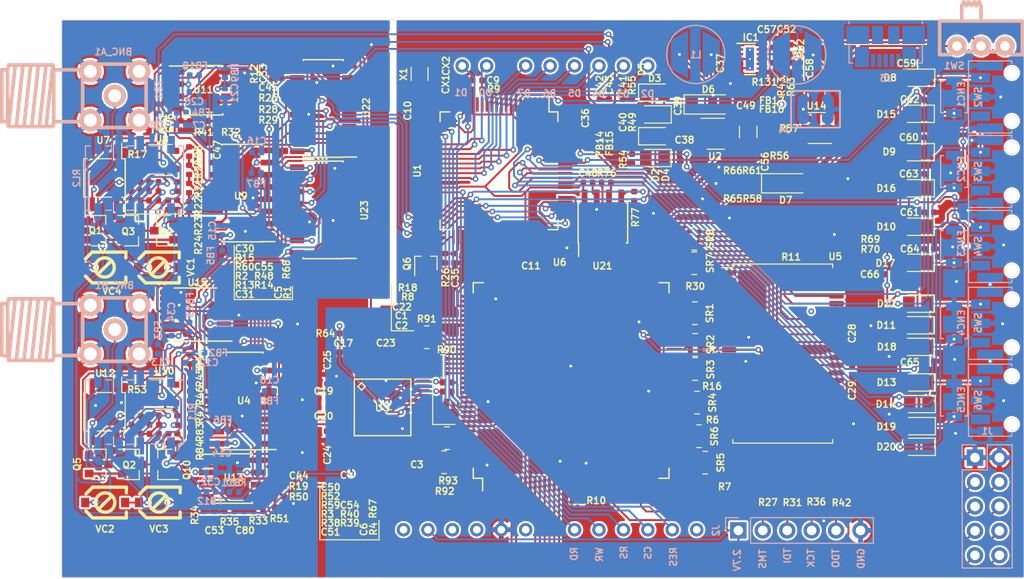
<source format=kicad_pcb>
(kicad_pcb (version 20171130) (host pcbnew 6.0.0-rc1-unknown-f2ccad3~66~ubuntu16.04.1)
  (layers (0 F.Cu signal) (1 In1.Cu signal hide) (2 In2.Cu signal hide) (31 B.Cu signal) (34 B.Paste user) (35 F.Paste user hide) (36 B.SilkS user) (37 F.SilkS user) (38 B.Mask user) (39 F.Mask user hide) (44 Edge.Cuts user))
  (net 0 "")
  (net 1 AGND)
  (net 2 ADC_REFOUT_1.25V)
  (net 3 "Net-(C24-Pad1)")
  (net 4 "Net-(C25-Pad1)")
  (net 5 "Net-(C30-Pad2)")
  (net 6 "Net-(C31-Pad1)")
  (net 7 "Net-(C44-Pad2)")
  (net 8 "Net-(C45-Pad2)")
  (net 9 "Net-(C46-Pad2)")
  (net 10 "Net-(C47-Pad2)")
  (net 11 "Net-(C50-Pad2)")
  (net 12 "Net-(C51-Pad1)")
  (net 13 "Net-(C53-Pad2)")
  (net 14 "Net-(C54-Pad1)")
  (net 15 "Net-(C55-Pad1)")
  (net 16 "Net-(C80-Pad2)")
  (net 17 "Net-(CX1-Pad1)")
  (net 18 "Net-(CX2-Pad1)")
  (net 19 "Net-(R5-Pad2)")
  (net 20 "Net-(R20-Pad2)")
  (net 21 A9)
  (net 22 "Net-(R6-Pad1)")
  (net 23 "Net-(R7-Pad2)")
  (net 24 A10)
  (net 25 "Net-(R64-Pad1)")
  (net 26 "Net-(R11-Pad2)")
  (net 27 "Net-(R13-Pad1)")
  (net 28 "Net-(R16-Pad1)")
  (net 29 "Net-(R18-Pad1)")
  (net 30 "Net-(R19-Pad1)")
  (net 31 "Net-(R20-Pad1)")
  (net 32 "Net-(R21-Pad1)")
  (net 33 "Net-(R22-Pad1)")
  (net 34 "Net-(R23-Pad1)")
  (net 35 "Net-(R25-Pad1)")
  (net 36 "Net-(R28-Pad1)")
  (net 37 A0)
  (net 38 "Net-(R30-Pad1)")
  (net 39 PWM_A)
  (net 40 "Net-(R44-Pad2)")
  (net 41 "Net-(R44-Pad1)")
  (net 42 "Net-(R45-Pad1)")
  (net 43 "Net-(R46-Pad1)")
  (net 44 "Net-(R47-Pad1)")
  (net 45 "Net-(R50-Pad1)")
  (net 46 "Net-(R67-Pad2)")
  (net 47 "Net-(R67-Pad1)")
  (net 48 "Net-(R68-Pad2)")
  (net 49 "Net-(R68-Pad1)")
  (net 50 "Net-(R83-Pad1)")
  (net 51 AD3)
  (net 52 AD2)
  (net 53 AD0)
  (net 54 AD1)
  (net 55 "Net-(R90-Pad4)")
  (net 56 "Net-(R90-Pad2)")
  (net 57 "Net-(R90-Pad3)")
  (net 58 "Net-(R90-Pad1)")
  (net 59 AD7)
  (net 60 AD6)
  (net 61 AD4)
  (net 62 AD5)
  (net 63 "Net-(R91-Pad4)")
  (net 64 "Net-(R91-Pad2)")
  (net 65 "Net-(R91-Pad3)")
  (net 66 "Net-(R91-Pad1)")
  (net 67 AD11)
  (net 68 AD10)
  (net 69 AD8)
  (net 70 AD9)
  (net 71 "Net-(R92-Pad4)")
  (net 72 "Net-(R92-Pad2)")
  (net 73 "Net-(R92-Pad3)")
  (net 74 "Net-(R92-Pad1)")
  (net 75 AD15)
  (net 76 AD14)
  (net 77 AD12)
  (net 78 AD13)
  (net 79 "Net-(R93-Pad4)")
  (net 80 "Net-(R93-Pad2)")
  (net 81 "Net-(R93-Pad3)")
  (net 82 "Net-(R93-Pad1)")
  (net 83 "Net-(RL1-Pad5)")
  (net 84 "Net-(RL2-Pad5)")
  (net 85 A4)
  (net 86 A2)
  (net 87 A3)
  (net 88 A1)
  (net 89 D3)
  (net 90 D1)
  (net 91 D2)
  (net 92 D0)
  (net 93 D7)
  (net 94 D5)
  (net 95 D6)
  (net 96 D4)
  (net 97 A8)
  (net 98 A6)
  (net 99 A7)
  (net 100 A5)
  (net 101 A11)
  (net 102 A12)
  (net 103 A14)
  (net 104 A13)
  (net 105 D8)
  (net 106 D9)
  (net 107 D11)
  (net 108 D10)
  (net 109 A15)
  (net 110 A17)
  (net 111 A16)
  (net 112 O_E)
  (net 113 Q1)
  (net 114 Q0)
  (net 115 RD)
  (net 116 RS)
  (net 117 Q7)
  (net 118 Q6)
  (net 119 Q5)
  (net 120 Q4)
  (net 121 Q3)
  (net 122 Q2)
  (net 123 WR)
  (net 124 +3.3VA)
  (net 125 S2)
  (net 126 S1)
  (net 127 0B)
  (net 128 1B)
  (net 129 2B)
  (net 130 -3.3VA)
  (net 131 "Net-(U13-Pad1)")
  (net 132 DGND)
  (net 133 2A)
  (net 134 1A)
  (net 135 0A)
  (net 136 "Net-(U11-Pad1)")
  (net 137 "Net-(BNC_A1-Pad1)")
  (net 138 "Net-(BNC_B1-Pad1)")
  (net 139 RL_B0)
  (net 140 RL_A0)
  (net 141 D12)
  (net 142 D13)
  (net 143 D15)
  (net 144 D14)
  (net 145 "Net-(R17-Pad2)")
  (net 146 "Net-(R53-Pad2)")
  (net 147 "Net-(SR1-Pad5)")
  (net 148 "Net-(SR1-Pad6)")
  (net 149 "Net-(SR1-Pad8)")
  (net 150 "Net-(SR1-Pad7)")
  (net 151 "Net-(SR2-Pad5)")
  (net 152 "Net-(SR2-Pad6)")
  (net 153 "Net-(SR2-Pad8)")
  (net 154 "Net-(SR2-Pad7)")
  (net 155 "Net-(SR3-Pad5)")
  (net 156 "Net-(SR3-Pad6)")
  (net 157 "Net-(SR3-Pad8)")
  (net 158 "Net-(SR3-Pad7)")
  (net 159 "Net-(SR4-Pad5)")
  (net 160 "Net-(SR4-Pad6)")
  (net 161 "Net-(SR4-Pad8)")
  (net 162 "Net-(SR4-Pad7)")
  (net 163 "Net-(SR5-Pad4)")
  (net 164 "Net-(SR5-Pad2)")
  (net 165 "Net-(SR5-Pad3)")
  (net 166 "Net-(SR5-Pad1)")
  (net 167 "Net-(SR6-Pad4)")
  (net 168 "Net-(SR6-Pad2)")
  (net 169 "Net-(SR6-Pad3)")
  (net 170 "Net-(SR6-Pad1)")
  (net 171 "Net-(SR7-Pad4)")
  (net 172 "Net-(SR7-Pad2)")
  (net 173 "Net-(SR7-Pad3)")
  (net 174 "Net-(SR7-Pad1)")
  (net 175 "Net-(SR8-Pad2)")
  (net 176 "Net-(SR8-Pad3)")
  (net 177 "Net-(SR8-Pad4)")
  (net 178 "Net-(C5-Pad2)")
  (net 179 "Net-(C6-Pad2)")
  (net 180 "Net-(C33-Pad2)")
  (net 181 "Net-(Q1-Pad3)")
  (net 182 +2.7V)
  (net 183 "Net-(Q10-Pad1)")
  (net 184 "Net-(R2-Pad1)")
  (net 185 "Net-(R3-Pad2)")
  (net 186 "Net-(R3-Pad1)")
  (net 187 "Net-(U22-Pad9)")
  (net 188 "Net-(C9-Pad1)")
  (net 189 "Net-(Q6-Pad3)")
  (net 190 SCL)
  (net 191 SDA)
  (net 192 SPI_SCK)
  (net 193 SPI_CS)
  (net 194 SPI_MOSI)
  (net 195 PWM_B)
  (net 196 WR_SRAM_RDY)
  (net 197 TDO)
  (net 198 TCK)
  (net 199 TDI)
  (net 200 TMS)
  (net 201 OCA)
  (net 202 RL_CA)
  (net 203 RL_CB)
  (net 204 PDN_A-)
  (net 205 INTERL)
  (net 206 PDN_B-)
  (net 207 BCLK)
  (net 208 ACLK)
  (net 209 OE_S-)
  (net 210 CLK_S)
  (net 211 CE_S-)
  (net 212 WE_S-)
  (net 213 AINB-)
  (net 214 AINA-)
  (net 215 OCB)
  (net 216 PWMA)
  (net 217 PWMB)
  (net 218 "Net-(C54-Pad2)")
  (net 219 LRES)
  (net 220 LD7)
  (net 221 LD6)
  (net 222 LD5)
  (net 223 LD4)
  (net 224 LD3)
  (net 225 LD2)
  (net 226 LD1)
  (net 227 LD0)
  (net 228 LRD-)
  (net 229 LWR-)
  (net 230 LRS-)
  (net 231 LCS-)
  (net 232 "Net-(J1-Pad8)")
  (net 233 "Net-(J1-Pad6)")
  (net 234 "Net-(J1-Pad4)")
  (net 235 "Net-(J1-Pad9)")
  (net 236 "Net-(J1-Pad7)")
  (net 237 "Net-(J1-Pad5)")
  (net 238 "Net-(J1-Pad3)")
  (net 239 "Net-(R10-Pad2)")
  (net 240 "Net-(C55-Pad2)")
  (net 241 "Net-(IC1-Pad9)")
  (net 242 "Net-(IC1-Pad8)")
  (net 243 "Net-(J1-Pad10)")
  (net 244 ON_A)
  (net 245 ON_B)
  (net 246 BATT_MON)
  (net 247 "Net-(C7-Pad1)")
  (net 248 "Net-(C8-Pad1)")
  (net 249 "Net-(C12-Pad1)")
  (net 250 "Net-(C13-Pad1)")
  (net 251 "Net-(C14-Pad1)")
  (net 252 "Net-(C15-Pad1)")
  (net 253 "Net-(C16-Pad2)")
  (net 254 "Net-(C18-Pad2)")
  (net 255 "Net-(C21-Pad1)")
  (net 256 "Net-(C26-Pad1)")
  (net 257 "Net-(C27-Pad1)")
  (net 258 "Net-(C32-Pad1)")
  (net 259 "Net-(C34-Pad2)")
  (net 260 "Net-(C37-Pad1)")
  (net 261 "Net-(C38-Pad2)")
  (net 262 "Net-(C38-Pad1)")
  (net 263 "Net-(C39-Pad1)")
  (net 264 "Net-(C40-Pad2)")
  (net 265 "Net-(C41-Pad1)")
  (net 266 BATT)
  (net 267 "Net-(C56-Pad2)")
  (net 268 "Net-(D7-Pad2)")
  (net 269 "Net-(D7-Pad1)")
  (net 270 "Net-(L2-Pad2)")
  (net 271 "Net-(R49-Pad2)")
  (net 272 "Net-(R56-Pad2)")
  (net 273 ENC_B)
  (net 274 ENCA2)
  (net 275 ENCA1)
  (net 276 ENCA0)
  (net 277 ENCBUT0)
  (net 278 ENCBUT1)
  (net 279 ENCBUT2)
  (net 280 ENCBUT3)
  (net 281 "Net-(D10-Pad2)")
  (net 282 "Net-(D11-Pad1)")
  (net 283 "Net-(D13-Pad1)")
  (net 284 "Net-(C66-Pad2)")
  (net 285 "Net-(D19-Pad1)")
  (net 286 ENC_IRQ)
  (module imm:ALPS_EC05E (layer B.Cu) (at 159 96.55 90)
    (fp_text reference ENC5 (at 0.05 -2 90) (layer B.SilkS) (effects (font (size 0.7 0.7)) (justify mirror)))
    (fp_text value EC05E)
    (pad "" thru_hole circle (at -2.5 3.25 90) (size 1.3 1.3) (drill 1.3) (layers *.Cu *.Mask))
    (pad "" thru_hole circle (at 2.5 3.25 90) (size 1.3 1.3) (drill 1.3) (layers *.Cu *.Mask))
    (pad 4 smd rect (at 3.25 1 90) (size 1 2.7) (layers B.Cu B.Paste B.Mask) (net 132 DGND))
    (pad 4 smd rect (at -3.25 1 90) (size 1 2.7) (layers B.Cu B.Paste B.Mask) (net 132 DGND))
    (pad 3 smd rect (at -2 0 90) (size 1 2) (layers B.Cu B.Paste B.Mask) (net 273 ENC_B))
    (pad 2 smd rect (at 0 0 90) (size 1 2) (layers B.Cu B.Paste B.Mask) (net 132 DGND))
    (pad 1 smd rect (at 2 0 90) (size 1 2) (layers B.Cu B.Paste B.Mask) (net 283 "Net-(D13-Pad1)"))
  )
  (module imm:ALPS_EC05E (layer B.Cu) (at 159 88.55 90)
    (fp_text reference ENC4 (at 0.05 -2 90) (layer B.SilkS) (effects (font (size 0.7 0.7)) (justify mirror)))
    (fp_text value EC05E)
    (pad "" thru_hole circle (at -2.5 3.25 90) (size 1.3 1.3) (drill 1.3) (layers *.Cu *.Mask))
    (pad "" thru_hole circle (at 2.5 3.25 90) (size 1.3 1.3) (drill 1.3) (layers *.Cu *.Mask))
    (pad 4 smd rect (at 3.25 1 90) (size 1 2.7) (layers B.Cu B.Paste B.Mask) (net 132 DGND))
    (pad 4 smd rect (at -3.25 1 90) (size 1 2.7) (layers B.Cu B.Paste B.Mask) (net 132 DGND))
    (pad 3 smd rect (at -2 0 90) (size 1 2) (layers B.Cu B.Paste B.Mask) (net 273 ENC_B))
    (pad 2 smd rect (at 0 0 90) (size 1 2) (layers B.Cu B.Paste B.Mask) (net 132 DGND))
    (pad 1 smd rect (at 2 0 90) (size 1 2) (layers B.Cu B.Paste B.Mask) (net 282 "Net-(D11-Pad1)"))
  )
  (module imm:ALPS_EC05E (layer B.Cu) (at 159 80.55 90)
    (fp_text reference ENC3 (at 0.3 -2 90) (layer B.SilkS) (effects (font (size 0.7 0.7)) (justify mirror)))
    (fp_text value EC05E)
    (pad "" thru_hole circle (at -2.5 3.25 90) (size 1.3 1.3) (drill 1.3) (layers *.Cu *.Mask))
    (pad "" thru_hole circle (at 2.5 3.25 90) (size 1.3 1.3) (drill 1.3) (layers *.Cu *.Mask))
    (pad 4 smd rect (at 3.25 1 90) (size 1 2.7) (layers B.Cu B.Paste B.Mask) (net 132 DGND))
    (pad 4 smd rect (at -3.25 1 90) (size 1 2.7) (layers B.Cu B.Paste B.Mask) (net 132 DGND))
    (pad 3 smd rect (at -2 0 90) (size 1 2) (layers B.Cu B.Paste B.Mask) (net 273 ENC_B))
    (pad 2 smd rect (at 0 0 90) (size 1 2) (layers B.Cu B.Paste B.Mask) (net 132 DGND))
    (pad 1 smd rect (at 2 0 90) (size 1 2) (layers B.Cu B.Paste B.Mask) (net 274 ENCA2))
  )
  (module imm:ALPS_EC05E (layer B.Cu) (at 159 72.75 90)
    (fp_text reference ENC2 (at 0.25 -2 90) (layer B.SilkS) (effects (font (size 0.7 0.7)) (justify mirror)))
    (fp_text value EC05E)
    (pad "" thru_hole circle (at -2.5 3.25 90) (size 1.3 1.3) (drill 1.3) (layers *.Cu *.Mask))
    (pad "" thru_hole circle (at 2.5 3.25 90) (size 1.3 1.3) (drill 1.3) (layers *.Cu *.Mask))
    (pad 4 smd rect (at 3.25 1 90) (size 1 2.7) (layers B.Cu B.Paste B.Mask) (net 132 DGND))
    (pad 4 smd rect (at -3.25 1 90) (size 1 2.7) (layers B.Cu B.Paste B.Mask) (net 132 DGND))
    (pad 3 smd rect (at -2 0 90) (size 1 2) (layers B.Cu B.Paste B.Mask) (net 273 ENC_B))
    (pad 2 smd rect (at 0 0 90) (size 1 2) (layers B.Cu B.Paste B.Mask) (net 132 DGND))
    (pad 1 smd rect (at 2 0 90) (size 1 2) (layers B.Cu B.Paste B.Mask) (net 275 ENCA1))
  )
  (module imm:ALPS_EC05E (layer B.Cu) (at 159 65 90)
    (fp_text reference ENC1 (at 0.25 -2 90) (layer B.SilkS) (effects (font (size 0.7 0.7)) (justify mirror)))
    (fp_text value EC05E)
    (pad "" thru_hole circle (at -2.5 3.25 90) (size 1.3 1.3) (drill 1.3) (layers *.Cu *.Mask))
    (pad "" thru_hole circle (at 2.5 3.25 90) (size 1.3 1.3) (drill 1.3) (layers *.Cu *.Mask))
    (pad 4 smd rect (at 3.25 1 90) (size 1 2.7) (layers B.Cu B.Paste B.Mask) (net 132 DGND))
    (pad 4 smd rect (at -3.25 1 90) (size 1 2.7) (layers B.Cu B.Paste B.Mask) (net 132 DGND))
    (pad 3 smd rect (at -2 0 90) (size 1 2) (layers B.Cu B.Paste B.Mask) (net 273 ENC_B))
    (pad 2 smd rect (at 0 0 90) (size 1 2) (layers B.Cu B.Paste B.Mask) (net 132 DGND))
    (pad 1 smd rect (at 2 0 90) (size 1 2) (layers B.Cu B.Paste B.Mask) (net 276 ENCA0))
  )
  (module IPC7351-Nominal:QFP50P900X900X160-48 (layer F.Cu) (at 96.838324 97.29875)
    (fp_text reference U3 (at 0 0) (layer F.SilkS) (effects (font (size 0.8 0.8))))
    (fp_text value AD9288BSTZ-100)
    (pad 48 smd oval (at -2.75 -4.2) (size 0.3 1.5) (layers F.Cu F.Paste F.Mask) (net 182 +2.7V))
    (pad 47 smd oval (at -2.25 -4.2) (size 0.3 1.5) (layers F.Cu F.Paste F.Mask) (net 29 "Net-(R18-Pad1)"))
    (pad 46 smd oval (at -1.75 -4.2) (size 0.3 1.5) (layers F.Cu F.Paste F.Mask) (net 182 +2.7V))
    (pad 45 smd oval (at -1.25 -4.2) (size 0.3 1.5) (layers F.Cu F.Paste F.Mask) (net 1 AGND))
    (pad 44 smd oval (at -0.75 -4.2) (size 0.3 1.5) (layers F.Cu F.Paste F.Mask) (net 66 "Net-(R91-Pad1)"))
    (pad 43 smd oval (at -0.25 -4.2) (size 0.3 1.5) (layers F.Cu F.Paste F.Mask) (net 64 "Net-(R91-Pad2)"))
    (pad 42 smd oval (at 0.25 -4.2) (size 0.3 1.5) (layers F.Cu F.Paste F.Mask) (net 65 "Net-(R91-Pad3)"))
    (pad 41 smd oval (at 0.75 -4.2) (size 0.3 1.5) (layers F.Cu F.Paste F.Mask) (net 63 "Net-(R91-Pad4)"))
    (pad 40 smd oval (at 1.25 -4.2) (size 0.3 1.5) (layers F.Cu F.Paste F.Mask) (net 58 "Net-(R90-Pad1)"))
    (pad 39 smd oval (at 1.75 -4.2) (size 0.3 1.5) (layers F.Cu F.Paste F.Mask) (net 56 "Net-(R90-Pad2)"))
    (pad 38 smd oval (at 2.25 -4.2) (size 0.3 1.5) (layers F.Cu F.Paste F.Mask) (net 57 "Net-(R90-Pad3)"))
    (pad 37 smd oval (at 2.75 -4.2) (size 0.3 1.5) (layers F.Cu F.Paste F.Mask) (net 55 "Net-(R90-Pad4)"))
    (pad 36 smd oval (at 4.2 -2.75) (size 1.5 0.3) (layers F.Cu F.Paste F.Mask))
    (pad 35 smd oval (at 4.2 -2.25) (size 1.5 0.3) (layers F.Cu F.Paste F.Mask))
    (pad 34 smd oval (at 4.2 -1.75) (size 1.5 0.3) (layers F.Cu F.Paste F.Mask) (net 132 DGND))
    (pad 33 smd oval (at 4.2 -1.25) (size 1.5 0.3) (layers F.Cu F.Paste F.Mask) (net 182 +2.7V))
    (pad 32 smd oval (at 4.2 -0.75) (size 1.5 0.3) (layers F.Cu F.Paste F.Mask) (net 132 DGND))
    (pad 31 smd oval (at 4.2 -0.25) (size 1.5 0.3) (layers F.Cu F.Paste F.Mask) (net 182 +2.7V))
    (pad 30 smd oval (at 4.2 0.25) (size 1.5 0.3) (layers F.Cu F.Paste F.Mask) (net 182 +2.7V))
    (pad 29 smd oval (at 4.2 0.75) (size 1.5 0.3) (layers F.Cu F.Paste F.Mask) (net 132 DGND))
    (pad 28 smd oval (at 4.2 1.25) (size 1.5 0.3) (layers F.Cu F.Paste F.Mask) (net 182 +2.7V))
    (pad 27 smd oval (at 4.2 1.75) (size 1.5 0.3) (layers F.Cu F.Paste F.Mask) (net 132 DGND))
    (pad 26 smd oval (at 4.2 2.25) (size 1.5 0.3) (layers F.Cu F.Paste F.Mask))
    (pad 25 smd oval (at 4.2 2.75) (size 1.5 0.3) (layers F.Cu F.Paste F.Mask))
    (pad 24 smd oval (at 2.75 4.2) (size 0.3 1.5) (layers F.Cu F.Paste F.Mask) (net 82 "Net-(R93-Pad1)"))
    (pad 23 smd oval (at 2.25 4.2) (size 0.3 1.5) (layers F.Cu F.Paste F.Mask) (net 80 "Net-(R93-Pad2)"))
    (pad 22 smd oval (at 1.75 4.2) (size 0.3 1.5) (layers F.Cu F.Paste F.Mask) (net 81 "Net-(R93-Pad3)"))
    (pad 21 smd oval (at 1.25 4.2) (size 0.3 1.5) (layers F.Cu F.Paste F.Mask) (net 79 "Net-(R93-Pad4)"))
    (pad 20 smd oval (at 0.75 4.2) (size 0.3 1.5) (layers F.Cu F.Paste F.Mask) (net 74 "Net-(R92-Pad1)"))
    (pad 19 smd oval (at 0.25 4.2) (size 0.3 1.5) (layers F.Cu F.Paste F.Mask) (net 72 "Net-(R92-Pad2)"))
    (pad 18 smd oval (at -0.25 4.2) (size 0.3 1.5) (layers F.Cu F.Paste F.Mask) (net 73 "Net-(R92-Pad3)"))
    (pad 17 smd oval (at -0.75 4.2) (size 0.3 1.5) (layers F.Cu F.Paste F.Mask) (net 71 "Net-(R92-Pad4)"))
    (pad 16 smd oval (at -1.25 4.2) (size 0.3 1.5) (layers F.Cu F.Paste F.Mask) (net 1 AGND))
    (pad 15 smd oval (at -1.75 4.2) (size 0.3 1.5) (layers F.Cu F.Paste F.Mask) (net 182 +2.7V))
    (pad 14 smd oval (at -2.25 4.2) (size 0.3 1.5) (layers F.Cu F.Paste F.Mask) (net 25 "Net-(R64-Pad1)"))
    (pad 13 smd oval (at -2.75 4.2) (size 0.3 1.5) (layers F.Cu F.Paste F.Mask) (net 182 +2.7V))
    (pad 12 smd oval (at -4.2 2.75) (size 1.5 0.3) (layers F.Cu F.Paste F.Mask) (net 1 AGND))
    (pad 11 smd oval (at -4.2 2.25) (size 1.5 0.3) (layers F.Cu F.Paste F.Mask) (net 3 "Net-(C24-Pad1)"))
    (pad 10 smd oval (at -4.2 1.75) (size 1.5 0.3) (layers F.Cu F.Paste F.Mask) (net 213 AINB-))
    (pad 9 smd oval (at -4.2 1.25) (size 1.5 0.3) (layers F.Cu F.Paste F.Mask) (net 125 S2))
    (pad 8 smd oval (at -4.2 0.75) (size 1.5 0.3) (layers F.Cu F.Paste F.Mask) (net 126 S1))
    (pad 7 smd oval (at -4.2 0.25) (size 1.5 0.3) (layers F.Cu F.Paste F.Mask) (net 2 ADC_REFOUT_1.25V))
    (pad 6 smd oval (at -4.2 -0.25) (size 1.5 0.3) (layers F.Cu F.Paste F.Mask) (net 2 ADC_REFOUT_1.25V))
    (pad 5 smd oval (at -4.2 -0.75) (size 1.5 0.3) (layers F.Cu F.Paste F.Mask) (net 2 ADC_REFOUT_1.25V))
    (pad 4 smd oval (at -4.2 -1.25) (size 1.5 0.3) (layers F.Cu F.Paste F.Mask) (net 1 AGND))
    (pad 3 smd oval (at -4.2 -1.75) (size 1.5 0.3) (layers F.Cu F.Paste F.Mask) (net 214 AINA-))
    (pad 2 smd oval (at -4.2 -2.25) (size 1.5 0.3) (layers F.Cu F.Paste F.Mask) (net 4 "Net-(C25-Pad1)"))
    (pad 1 smd oval (at -4.2 -2.75) (size 1.5 0.3) (layers F.Cu F.Paste F.Mask) (net 1 AGND))
  )
  (module Resistor_SMD:R_0402_1005Metric (layer F.Cu) (at 149.6 80.8)
    (fp_text reference R70 (at -2.05 0.05) (layer F.SilkS) (effects (font (size 0.7 0.7))))
    (fp_text value 10k)
    (pad 2 smd roundrect (at 0.485 0) (size 0.59 0.64) (layers F.Cu F.Paste F.Mask) (net 284 "Net-(C66-Pad2)"))
    (pad 1 smd roundrect (at -0.485 0) (size 0.59 0.64) (layers F.Cu F.Paste F.Mask) (net 182 +2.7V))
  )
  (module Diode_SMD:D_MicroMELF (layer F.Cu) (at 152.6 101.4 180)
    (fp_text reference D20 (at 3.4 0 180) (layer F.SilkS) (effects (font (size 0.7 0.7))))
    (fp_text value PMEG2020EJ)
    (pad 2 smd rect (at 0.95 0 180) (size 1.2 1.5) (layers F.Cu F.Paste F.Mask) (net 279 ENCBUT2))
    (pad 1 smd rect (at -0.95 0 180) (size 1.2 1.5) (layers F.Cu F.Paste F.Mask) (net 285 "Net-(D19-Pad1)"))
  )
  (module Diode_SMD:D_MicroMELF (layer F.Cu) (at 152.6 99.25 180)
    (fp_text reference D19 (at 3.4 -0.05 180) (layer F.SilkS) (effects (font (size 0.7 0.7))))
    (fp_text value PMEG2020EJ)
    (pad 2 smd rect (at 0.95 0 180) (size 1.2 1.5) (layers F.Cu F.Paste F.Mask) (net 278 ENCBUT1))
    (pad 1 smd rect (at -0.95 0 180) (size 1.2 1.5) (layers F.Cu F.Paste F.Mask) (net 285 "Net-(D19-Pad1)"))
  )
  (module Diode_SMD:D_MicroMELF (layer F.Cu) (at 152.5 91 180)
    (fp_text reference D18 (at 3.25 0 180) (layer F.SilkS) (effects (font (size 0.7 0.7))))
    (fp_text value PMEG2020EJ)
    (pad 2 smd rect (at 0.95 0 180) (size 1.2 1.5) (layers F.Cu F.Paste F.Mask) (net 284 "Net-(C66-Pad2)"))
    (pad 1 smd rect (at -0.95 0 180) (size 1.2 1.5) (layers F.Cu F.Paste F.Mask) (net 280 ENCBUT3))
  )
  (module Diode_SMD:D_MicroMELF (layer F.Cu) (at 152.5 82.25 180)
    (fp_text reference D17 (at 3.4 -0.05 180) (layer F.SilkS) (effects (font (size 0.7 0.7))))
    (fp_text value PMEG2020EJ)
    (pad 2 smd rect (at 0.95 0 180) (size 1.2 1.5) (layers F.Cu F.Paste F.Mask) (net 284 "Net-(C66-Pad2)"))
    (pad 1 smd rect (at -0.95 0 180) (size 1.2 1.5) (layers F.Cu F.Paste F.Mask) (net 279 ENCBUT2))
  )
  (module Diode_SMD:D_MicroMELF (layer F.Cu) (at 152.5 74.5 180)
    (fp_text reference D16 (at 3.3 0 180) (layer F.SilkS) (effects (font (size 0.7 0.7))))
    (fp_text value PMEG2020EJ)
    (pad 2 smd rect (at 0.95 0 180) (size 1.2 1.5) (layers F.Cu F.Paste F.Mask) (net 284 "Net-(C66-Pad2)"))
    (pad 1 smd rect (at -0.95 0 180) (size 1.2 1.5) (layers F.Cu F.Paste F.Mask) (net 278 ENCBUT1))
  )
  (module Diode_SMD:D_MicroMELF (layer F.Cu) (at 152.5 66.75 180)
    (fp_text reference D15 (at 3.3 -0.05 180) (layer F.SilkS) (effects (font (size 0.7 0.7))))
    (fp_text value PMEG2020EJ)
    (pad 2 smd rect (at 0.95 0 180) (size 1.2 1.5) (layers F.Cu F.Paste F.Mask) (net 284 "Net-(C66-Pad2)"))
    (pad 1 smd rect (at -0.95 0 180) (size 1.2 1.5) (layers F.Cu F.Paste F.Mask) (net 277 ENCBUT0))
  )
  (module Capacitor_SMD:C_0402_1005Metric (layer F.Cu) (at 149.55 83.45)
    (fp_text reference C66 (at -2.05 0) (layer F.SilkS) (effects (font (size 0.7 0.7))))
    (fp_text value 100nF)
    (pad 2 smd roundrect (at 0.485 0) (size 0.59 0.64) (layers F.Cu F.Paste F.Mask) (net 284 "Net-(C66-Pad2)"))
    (pad 1 smd roundrect (at -0.485 0) (size 0.59 0.64) (layers F.Cu F.Paste F.Mask) (net 286 ENC_IRQ))
  )
  (module Capacitor_SMD:C_0402_1005Metric (layer F.Cu) (at 153.65 92.5)
    (fp_text reference C65 (at -2 0.1) (layer F.SilkS) (effects (font (size 0.7 0.7))))
    (fp_text value 1nF)
    (pad 2 smd roundrect (at 0.485 0) (size 0.59 0.64) (layers F.Cu F.Paste F.Mask) (net 132 DGND))
    (pad 1 smd roundrect (at -0.485 0) (size 0.59 0.64) (layers F.Cu F.Paste F.Mask) (net 280 ENCBUT3))
  )
  (module Capacitor_SMD:C_0402_1005Metric (layer F.Cu) (at 153.65 80.8)
    (fp_text reference C64 (at -2 0) (layer F.SilkS) (effects (font (size 0.7 0.7))))
    (fp_text value 1nF)
    (pad 2 smd roundrect (at 0.485 0) (size 0.59 0.64) (layers F.Cu F.Paste F.Mask) (net 132 DGND))
    (pad 1 smd roundrect (at -0.485 0) (size 0.59 0.64) (layers F.Cu F.Paste F.Mask) (net 279 ENCBUT2))
  )
  (module Capacitor_SMD:C_0402_1005Metric (layer F.Cu) (at 153.65 73)
    (fp_text reference C63 (at -2.1 0) (layer F.SilkS) (effects (font (size 0.7 0.7))))
    (fp_text value 1nF)
    (pad 2 smd roundrect (at 0.485 0) (size 0.59 0.64) (layers F.Cu F.Paste F.Mask) (net 132 DGND))
    (pad 1 smd roundrect (at -0.485 0) (size 0.59 0.64) (layers F.Cu F.Paste F.Mask) (net 278 ENCBUT1))
  )
  (module Capacitor_SMD:C_0402_1005Metric (layer F.Cu) (at 153.65 65.3)
    (fp_text reference C62 (at -2 -0.05) (layer F.SilkS) (effects (font (size 0.7 0.7))))
    (fp_text value 1nF)
    (pad 2 smd roundrect (at 0.485 0) (size 0.59 0.64) (layers F.Cu F.Paste F.Mask) (net 132 DGND))
    (pad 1 smd roundrect (at -0.485 0) (size 0.59 0.64) (layers F.Cu F.Paste F.Mask) (net 277 ENCBUT0))
  )
  (module Button_Switch_SMD:SW_SPST_B3U-1000P (layer B.Cu) (at 156.25 96.55 90)
    (fp_text reference SW6 (at 0 2.5 90) (layer B.SilkS) (effects (font (size 0.7 0.7)) (justify mirror)))
    (fp_text value SW_Push)
    (pad 2 smd rect (at 1.7 0 90) (size 0.9 1.7) (layers B.Cu B.Paste B.Mask) (net 132 DGND))
    (pad 1 smd rect (at -1.7 0 90) (size 0.9 1.7) (layers B.Cu B.Paste B.Mask) (net 285 "Net-(D19-Pad1)"))
  )
  (module Button_Switch_SMD:SW_SPST_B3U-1000P (layer B.Cu) (at 156.25 88.5 90)
    (fp_text reference SW5 (at 0 2.5 90) (layer B.SilkS) (effects (font (size 0.7 0.7)) (justify mirror)))
    (fp_text value SW_Push)
    (pad 2 smd rect (at 1.7 0 90) (size 0.9 1.7) (layers B.Cu B.Paste B.Mask) (net 132 DGND))
    (pad 1 smd rect (at -1.7 0 90) (size 0.9 1.7) (layers B.Cu B.Paste B.Mask) (net 280 ENCBUT3))
  )
  (module Button_Switch_SMD:SW_SPST_B3U-1000P (layer B.Cu) (at 156.25 80.55 90)
    (fp_text reference SW4 (at 0 2.5 90) (layer B.SilkS) (effects (font (size 0.7 0.7)) (justify mirror)))
    (fp_text value SW_Push)
    (pad 2 smd rect (at 1.7 0 90) (size 0.9 1.7) (layers B.Cu B.Paste B.Mask) (net 132 DGND))
    (pad 1 smd rect (at -1.7 0 90) (size 0.9 1.7) (layers B.Cu B.Paste B.Mask) (net 279 ENCBUT2))
  )
  (module Button_Switch_SMD:SW_SPST_B3U-1000P (layer B.Cu) (at 156.25 72.75 90)
    (fp_text reference SW3 (at 0 2.5 90) (layer B.SilkS) (effects (font (size 0.7 0.7)) (justify mirror)))
    (fp_text value SW_Push)
    (pad 2 smd rect (at 1.7 0 90) (size 0.9 1.7) (layers B.Cu B.Paste B.Mask) (net 132 DGND))
    (pad 1 smd rect (at -1.7 0 90) (size 0.9 1.7) (layers B.Cu B.Paste B.Mask) (net 278 ENCBUT1))
  )
  (module Button_Switch_SMD:SW_SPST_B3U-1000P (layer B.Cu) (at 156.25 65 90)
    (fp_text reference SW2 (at 0 2.5 90) (layer B.SilkS) (effects (font (size 0.7 0.7)) (justify mirror)))
    (fp_text value SW_Push)
    (pad 2 smd rect (at 1.7 0 90) (size 0.9 1.7) (layers B.Cu B.Paste B.Mask) (net 132 DGND))
    (pad 1 smd rect (at -1.7 0 90) (size 0.9 1.7) (layers B.Cu B.Paste B.Mask) (net 277 ENCBUT0))
  )
  (module Resistor_SMD:R_0402_1005Metric (layer F.Cu) (at 149.6 79.8)
    (fp_text reference R69 (at -2.05 0) (layer F.SilkS) (effects (font (size 0.7 0.7))))
    (fp_text value 10k)
    (pad 2 smd roundrect (at 0.485 0) (size 0.59 0.64) (layers F.Cu F.Paste F.Mask) (net 281 "Net-(D10-Pad2)"))
    (pad 1 smd roundrect (at -0.485 0) (size 0.59 0.64) (layers F.Cu F.Paste F.Mask) (net 182 +2.7V))
  )
  (module Diode_SMD:D_MicroMELF (layer F.Cu) (at 152.6 96.95 180)
    (fp_text reference D14 (at 3.476862 -0.000048 180) (layer F.SilkS) (effects (font (size 0.7 0.7))))
    (fp_text value PMEG2020EJ)
    (pad 2 smd rect (at 0.95 0 180) (size 1.2 1.5) (layers F.Cu F.Paste F.Mask) (net 274 ENCA2))
    (pad 1 smd rect (at -0.95 0 180) (size 1.2 1.5) (layers F.Cu F.Paste F.Mask) (net 283 "Net-(D13-Pad1)"))
  )
  (module Diode_SMD:D_MicroMELF (layer F.Cu) (at 152.6 94.7 180)
    (fp_text reference D13 (at 3.376862 0 180) (layer F.SilkS) (effects (font (size 0.7 0.7))))
    (fp_text value PMEG2020EJ)
    (pad 2 smd rect (at 0.95 0 180) (size 1.2 1.5) (layers F.Cu F.Paste F.Mask) (net 276 ENCA0))
    (pad 1 smd rect (at -0.95 0 180) (size 1.2 1.5) (layers F.Cu F.Paste F.Mask) (net 283 "Net-(D13-Pad1)"))
  )
  (module Diode_SMD:D_MicroMELF (layer F.Cu) (at 152.5 86.5 180)
    (fp_text reference D12 (at 3.25 0 180) (layer F.SilkS) (effects (font (size 0.7 0.7))))
    (fp_text value PMEG2020EJ)
    (pad 2 smd rect (at 0.95 0 180) (size 1.2 1.5) (layers F.Cu F.Paste F.Mask) (net 275 ENCA1))
    (pad 1 smd rect (at -0.95 0 180) (size 1.2 1.5) (layers F.Cu F.Paste F.Mask) (net 282 "Net-(D11-Pad1)"))
  )
  (module Diode_SMD:D_MicroMELF (layer F.Cu) (at 152.5 88.75 180)
    (fp_text reference D11 (at 3.3 0 180) (layer F.SilkS) (effects (font (size 0.7 0.7))))
    (fp_text value PMEG2020EJ)
    (pad 2 smd rect (at 0.95 0 180) (size 1.2 1.5) (layers F.Cu F.Paste F.Mask) (net 276 ENCA0))
    (pad 1 smd rect (at -0.95 0 180) (size 1.2 1.5) (layers F.Cu F.Paste F.Mask) (net 282 "Net-(D11-Pad1)"))
  )
  (module Diode_SMD:D_MicroMELF (layer F.Cu) (at 152.5 78.5 180)
    (fp_text reference D10 (at 3.3 0 180) (layer F.SilkS) (effects (font (size 0.7 0.7))))
    (fp_text value PMEG2020EJ)
    (pad 2 smd rect (at 0.95 0 180) (size 1.2 1.5) (layers F.Cu F.Paste F.Mask) (net 281 "Net-(D10-Pad2)"))
    (pad 1 smd rect (at -0.95 0 180) (size 1.2 1.5) (layers F.Cu F.Paste F.Mask) (net 274 ENCA2))
  )
  (module Diode_SMD:D_MicroMELF (layer F.Cu) (at 152.5 70.75 180)
    (fp_text reference D9 (at 3 0.05 180) (layer F.SilkS) (effects (font (size 0.7 0.7))))
    (fp_text value PMEG2020EJ)
    (pad 2 smd rect (at 0.95 0 180) (size 1.2 1.5) (layers F.Cu F.Paste F.Mask) (net 281 "Net-(D10-Pad2)"))
    (pad 1 smd rect (at -0.95 0 180) (size 1.2 1.5) (layers F.Cu F.Paste F.Mask) (net 275 ENCA1))
  )
  (module Diode_SMD:D_MicroMELF (layer F.Cu) (at 152.55 63 180)
    (fp_text reference D8 (at 2.95 0 180) (layer F.SilkS) (effects (font (size 0.7 0.7))))
    (fp_text value PMEG2020EJ)
    (pad 2 smd rect (at 0.95 0 180) (size 1.2 1.5) (layers F.Cu F.Paste F.Mask) (net 281 "Net-(D10-Pad2)"))
    (pad 1 smd rect (at -0.95 0 180) (size 1.2 1.5) (layers F.Cu F.Paste F.Mask) (net 276 ENCA0))
  )
  (module Capacitor_SMD:C_0402_1005Metric (layer F.Cu) (at 153.65 77)
    (fp_text reference C61 (at -2.015 0) (layer F.SilkS) (effects (font (size 0.7 0.7))))
    (fp_text value 1nF)
    (pad 2 smd roundrect (at 0.485 0) (size 0.59 0.64) (layers F.Cu F.Paste F.Mask) (net 132 DGND))
    (pad 1 smd roundrect (at -0.485 0) (size 0.59 0.64) (layers F.Cu F.Paste F.Mask) (net 274 ENCA2))
  )
  (module Capacitor_SMD:C_0402_1005Metric (layer F.Cu) (at 153.65 69.2)
    (fp_text reference C60 (at -2.1 0) (layer F.SilkS) (effects (font (size 0.7 0.7))))
    (fp_text value 1nF)
    (pad 2 smd roundrect (at 0.485 0) (size 0.59 0.64) (layers F.Cu F.Paste F.Mask) (net 132 DGND))
    (pad 1 smd roundrect (at -0.485 0) (size 0.59 0.64) (layers F.Cu F.Paste F.Mask) (net 275 ENCA1))
  )
  (module Capacitor_SMD:C_0402_1005Metric (layer F.Cu) (at 153.3 61.5)
    (fp_text reference C59 (at -2 0) (layer F.SilkS) (effects (font (size 0.7 0.7))))
    (fp_text value 1nF)
    (pad 2 smd roundrect (at 0.485 0) (size 0.59 0.64) (layers F.Cu F.Paste F.Mask) (net 132 DGND))
    (pad 1 smd roundrect (at -0.485 0) (size 0.59 0.64) (layers F.Cu F.Paste F.Mask) (net 276 ENCA0))
  )
  (module Package_TO_SOT_SMD:SOT-23-6 (layer F.Cu) (at 141.975 68.225 180)
    (fp_text reference U14 (at 0.023716 2.290404 180) (layer F.SilkS) (effects (font (size 0.7 0.7))))
    (fp_text value SY8009B)
    (pad 5 smd rect (at 1.1 0 180) (size 1.06 0.65) (layers F.Cu F.Paste F.Mask))
    (pad 6 smd rect (at 1.1 -0.95 180) (size 1.06 0.65) (layers F.Cu F.Paste F.Mask) (net 272 "Net-(R56-Pad2)"))
    (pad 4 smd rect (at 1.1 0.95 180) (size 1.06 0.65) (layers F.Cu F.Paste F.Mask) (net 266 BATT))
    (pad 3 smd rect (at -1.1 0.95 180) (size 1.06 0.65) (layers F.Cu F.Paste F.Mask) (net 270 "Net-(L2-Pad2)"))
    (pad 2 smd rect (at -1.1 0 180) (size 1.06 0.65) (layers F.Cu F.Paste F.Mask) (net 132 DGND))
    (pad 1 smd rect (at -1.1 -0.95 180) (size 1.06 0.65) (layers F.Cu F.Paste F.Mask) (net 244 ON_A))
  )
  (module w_switch:switch_mmp122-r (layer B.Cu) (at 159.05 59.7)
    (fp_text reference SW1 (at -2.8 2.05) (layer B.SilkS) (effects (font (size 0.7 0.7)) (justify mirror)))
    (fp_text value SW_SPDT hide)
    (pad 3 thru_hole circle (at 2.49936 0) (size 1.99898 1.99898) (drill 0.99822) (layers *.Cu *.Mask B.SilkS))
    (pad 2 thru_hole circle (at 0 0) (size 1.99898 1.99898) (drill 0.99822) (layers *.Cu *.Mask B.SilkS) (net 266 BATT))
    (pad 1 thru_hole circle (at -2.49936 0) (size 1.99898 1.99898) (drill 0.99822) (layers *.Cu *.Mask B.SilkS) (net 268 "Net-(D7-Pad2)"))
  )
  (module Resistor_SMD:R_0402_1005Metric (layer F.Cu) (at 133.308605 73.659062)
    (fp_text reference R66 (at -0.05 -1) (layer F.SilkS) (effects (font (size 0.7 0.7))))
    (fp_text value 10k)
    (pad 2 smd roundrect (at 0.485 0) (size 0.59 0.64) (layers F.Cu F.Paste F.Mask) (net 244 ON_A))
    (pad 1 smd roundrect (at -0.485 0) (size 0.59 0.64) (layers F.Cu F.Paste F.Mask) (net 132 DGND))
  )
  (module Resistor_SMD:R_0402_1005Metric (layer F.Cu) (at 133.308605 74.609062)
    (fp_text reference R65 (at -0.05 0.975) (layer F.SilkS) (effects (font (size 0.7 0.7))))
    (fp_text value 10k)
    (pad 2 smd roundrect (at 0.485 0) (size 0.59 0.64) (layers F.Cu F.Paste F.Mask) (net 245 ON_B))
    (pad 1 smd roundrect (at -0.485 0) (size 0.59 0.64) (layers F.Cu F.Paste F.Mask) (net 132 DGND))
  )
  (module Resistor_SMD:R_0402_1005Metric (layer F.Cu) (at 139.25 61.925 270)
    (fp_text reference R63 (at 2.025 -0.05 270) (layer F.SilkS) (effects (font (size 0.7 0.7))))
    (fp_text value 200k)
    (pad 2 smd roundrect (at 0.485 0 270) (size 0.59 0.64) (layers F.Cu F.Paste F.Mask) (net 132 DGND))
    (pad 1 smd roundrect (at -0.485 0 270) (size 0.59 0.64) (layers F.Cu F.Paste F.Mask) (net 246 BATT_MON))
  )
  (module Resistor_SMD:R_0402_1005Metric (layer F.Cu) (at 139.25 60.05 270)
    (fp_text reference R62 (at -0.1 -1.05 270) (layer F.SilkS) (effects (font (size 0.7 0.7))))
    (fp_text value 200k)
    (pad 2 smd roundrect (at 0.485 0 270) (size 0.59 0.64) (layers F.Cu F.Paste F.Mask) (net 246 BATT_MON))
    (pad 1 smd roundrect (at -0.485 0 270) (size 0.59 0.64) (layers F.Cu F.Paste F.Mask) (net 266 BATT))
  )
  (module Resistor_SMD:R_0402_1005Metric (layer F.Cu) (at 135.183605 73.659062)
    (fp_text reference R61 (at 0.05 -1) (layer F.SilkS) (effects (font (size 0.7 0.7))))
    (fp_text value 1k)
    (pad 2 smd roundrect (at 0.485 0) (size 0.59 0.64) (layers F.Cu F.Paste F.Mask) (net 269 "Net-(D7-Pad1)"))
    (pad 1 smd roundrect (at -0.485 0) (size 0.59 0.64) (layers F.Cu F.Paste F.Mask) (net 244 ON_A))
  )
  (module Resistor_SMD:R_0402_1005Metric (layer F.Cu) (at 135.183605 74.609062)
    (fp_text reference R58 (at 0.1 0.975) (layer F.SilkS) (effects (font (size 0.7 0.7))))
    (fp_text value 1k)
    (pad 2 smd roundrect (at 0.485 0) (size 0.59 0.64) (layers F.Cu F.Paste F.Mask) (net 268 "Net-(D7-Pad2)"))
    (pad 1 smd roundrect (at -0.485 0) (size 0.59 0.64) (layers F.Cu F.Paste F.Mask) (net 245 ON_B))
  )
  (module Resistor_SMD:R_0402_1005Metric (layer F.Cu) (at 138.098716 69.215404 180)
    (fp_text reference R57 (at -1.001284 0.940404) (layer F.SilkS) (effects (font (size 0.7 0.7))))
    (fp_text value 39k)
    (pad 2 smd roundrect (at 0.485 0 180) (size 0.59 0.64) (layers F.Cu F.Paste F.Mask) (net 267 "Net-(C56-Pad2)"))
    (pad 1 smd roundrect (at -0.485 0 180) (size 0.59 0.64) (layers F.Cu F.Paste F.Mask) (net 272 "Net-(R56-Pad2)"))
  )
  (module Resistor_SMD:R_0402_1005Metric (layer F.Cu) (at 138.098716 70.190404)
    (fp_text reference R56 (at 0 0.925) (layer F.SilkS) (effects (font (size 0.7 0.7))))
    (fp_text value 11k)
    (pad 2 smd roundrect (at 0.485 0) (size 0.59 0.64) (layers F.Cu F.Paste F.Mask) (net 272 "Net-(R56-Pad2)"))
    (pad 1 smd roundrect (at -0.485 0) (size 0.59 0.64) (layers F.Cu F.Paste F.Mask) (net 132 DGND))
  )
  (module Resistor_SMD:R_0402_1005Metric (layer F.Cu) (at 122.775 65.725 270)
    (fp_text reference R55 (at -1.95 0 270) (layer F.SilkS) (effects (font (size 0.7 0.7))))
    (fp_text value 10k)
    (pad 2 smd roundrect (at 0.485 0 270) (size 0.59 0.64) (layers F.Cu F.Paste F.Mask) (net 265 "Net-(C41-Pad1)"))
    (pad 1 smd roundrect (at -0.485 0 270) (size 0.59 0.64) (layers F.Cu F.Paste F.Mask) (net 132 DGND))
  )
  (module Resistor_SMD:R_0402_1005Metric (layer F.Cu) (at 122.775 71.425 270)
    (fp_text reference R54 (at 0.075 0.925 270) (layer F.SilkS) (effects (font (size 0.7 0.7))))
    (fp_text value 4.3k)
    (pad 2 smd roundrect (at 0.485 0 270) (size 0.59 0.64) (layers F.Cu F.Paste F.Mask) (net 132 DGND))
    (pad 1 smd roundrect (at -0.485 0 270) (size 0.59 0.64) (layers F.Cu F.Paste F.Mask) (net 271 "Net-(R49-Pad2)"))
  )
  (module Resistor_SMD:R_0402_1005Metric (layer F.Cu) (at 122.775 69.525 270)
    (fp_text reference R49 (at -1.9 -0.025 270) (layer F.SilkS) (effects (font (size 0.7 0.7))))
    (fp_text value 20k)
    (pad 2 smd roundrect (at 0.485 0 270) (size 0.59 0.64) (layers F.Cu F.Paste F.Mask) (net 271 "Net-(R49-Pad2)"))
    (pad 1 smd roundrect (at -0.485 0 270) (size 0.59 0.64) (layers F.Cu F.Paste F.Mask) (net 264 "Net-(C40-Pad2)"))
  )
  (module imm:CD54 (layer B.Cu) (at 139.9 62.525)
    (fp_text reference L2 (at 0.05 -1.9) (layer B.SilkS) (effects (font (size 0.7 0.7)) (justify mirror)))
    (fp_text value 22uH)
    (pad 2 smd trapezoid (at 1.7 -1.9) (size 1.8 4) (rect_delta 1 0) (layers B.Cu B.Paste B.Mask) (net 270 "Net-(L2-Pad2)"))
    (pad 1 smd trapezoid (at -1.6 -1.9304 180) (size 1.8 4) (rect_delta 1 0) (layers B.Cu B.Paste B.Mask) (net 267 "Net-(C56-Pad2)"))
  )
  (module imm:CD54 (layer B.Cu) (at 129.4 58.675 180)
    (fp_text reference L1 (at 0 -1.925 180) (layer B.SilkS) (effects (font (size 0.7 0.7)) (justify mirror)))
    (fp_text value 22uH)
    (pad 2 smd trapezoid (at 1.7 -1.9 180) (size 1.8 4) (rect_delta 1 0) (layers B.Cu B.Paste B.Mask) (net 261 "Net-(C38-Pad2)"))
    (pad 1 smd trapezoid (at -1.6 -1.9304) (size 1.8 4) (rect_delta 1 0) (layers B.Cu B.Paste B.Mask) (net 182 +2.7V))
  )
  (module conn-wire-pads:WP-50mil-1x02 (layer B.Cu) (at 141.85 66.275)
    (fp_text reference J4 (at -2.54 2.54) (layer B.SilkS) (effects (font (size 0.7 0.7) (thickness 0.18)) (justify left bottom mirror)))
    (fp_text value HEADER-1x02 hide)
    (pad 2 smd oval (at 1.27 0) (size 1.27 3.175) (layers B.Cu B.Paste B.Mask) (net 132 DGND))
    (pad 1 smd oval (at -1.27 0) (size 1.27 3.175) (layers B.Cu B.Paste B.Mask) (net 266 BATT))
  )
  (module Resistor_SMD:R_0402_1005Metric (layer F.Cu) (at 137.048716 67.140404 180)
    (fp_text reference FB17 (at -0.251284 1.765404 180) (layer F.SilkS) (effects (font (size 0.7 0.7))))
    (fp_text value 600)
    (pad 2 smd roundrect (at 0.485 0 180) (size 0.59 0.64) (layers F.Cu F.Paste F.Mask) (net 182 +2.7V))
    (pad 1 smd roundrect (at -0.485 0 180) (size 0.59 0.64) (layers F.Cu F.Paste F.Mask) (net 267 "Net-(C56-Pad2)"))
  )
  (module Resistor_SMD:R_0402_1005Metric (layer F.Cu) (at 137.048716 68.215404 180)
    (fp_text reference FB16 (at -0.226284 1.940404 180) (layer F.SilkS) (effects (font (size 0.7 0.7))))
    (fp_text value 600)
    (pad 2 smd roundrect (at 0.485 0 180) (size 0.59 0.64) (layers F.Cu F.Paste F.Mask) (net 182 +2.7V))
    (pad 1 smd roundrect (at -0.485 0 180) (size 0.59 0.64) (layers F.Cu F.Paste F.Mask) (net 267 "Net-(C56-Pad2)"))
  )
  (module Resistor_SMD:R_0402_1005Metric (layer F.Cu) (at 120.375 67.575 270)
    (fp_text reference FB15 (at 2.275 -0.05 270) (layer F.SilkS) (effects (font (size 0.7 0.7))))
    (fp_text value 600)
    (pad 2 smd roundrect (at 0.485 0 270) (size 0.59 0.64) (layers F.Cu F.Paste F.Mask) (net 265 "Net-(C41-Pad1)"))
    (pad 1 smd roundrect (at -0.485 0 270) (size 0.59 0.64) (layers F.Cu F.Paste F.Mask) (net 130 -3.3VA))
  )
  (module Diode_SMD:D_MiniMELF (layer F.Cu) (at 138.783605 73.984062)
    (fp_text reference D7 (at -0.033605 1.740938) (layer F.SilkS) (effects (font (size 0.7 0.7))))
    (fp_text value LL4151)
    (pad 2 smd rect (at 1.75 0) (size 1.3 1.7) (layers F.Cu F.Paste F.Mask) (net 268 "Net-(D7-Pad2)"))
    (pad 1 smd rect (at -1.75 0) (size 1.3 1.7) (layers F.Cu F.Paste F.Mask) (net 269 "Net-(D7-Pad1)"))
  )
  (module Diode_SMD:D_MiniMELF (layer F.Cu) (at 130.725 65.775)
    (fp_text reference D6 (at -0.025 -1.575) (layer F.SilkS) (effects (font (size 0.7 0.7))))
    (fp_text value LL4151)
    (pad 2 smd rect (at 1.75 0) (size 1.3 1.7) (layers F.Cu F.Paste F.Mask) (net 182 +2.7V))
    (pad 1 smd rect (at -1.75 0) (size 1.3 1.7) (layers F.Cu F.Paste F.Mask) (net 264 "Net-(C40-Pad2)"))
  )
  (module Diode_SMD:D_MicroMELF (layer F.Cu) (at 125.15 66.816666 180)
    (fp_text reference D5 (at 1.35 4.691666 270) (layer F.SilkS) (effects (font (size 0.7 0.7))))
    (fp_text value MSS1P3L)
    (pad 2 smd rect (at 0.95 0 180) (size 1.2 1.5) (layers F.Cu F.Paste F.Mask) (net 265 "Net-(C41-Pad1)"))
    (pad 1 smd rect (at -0.95 0 180) (size 1.2 1.5) (layers F.Cu F.Paste F.Mask) (net 263 "Net-(C39-Pad1)"))
  )
  (module Diode_SMD:D_MicroMELF (layer F.Cu) (at 125.15 69.083332)
    (fp_text reference D4 (at 1.125 4.041668 90) (layer F.SilkS) (effects (font (size 0.7 0.7))))
    (fp_text value MSS1P3L)
    (pad 2 smd rect (at 0.95 0) (size 1.2 1.5) (layers F.Cu F.Paste F.Mask) (net 262 "Net-(C38-Pad1)"))
    (pad 1 smd rect (at -0.95 0) (size 1.2 1.5) (layers F.Cu F.Paste F.Mask) (net 264 "Net-(C40-Pad2)"))
  )
  (module Diode_SMD:D_MicroMELF (layer F.Cu) (at 125.15 64.55)
    (fp_text reference D3 (at -0.025 -1.5 180) (layer F.SilkS) (effects (font (size 0.7 0.7))))
    (fp_text value MSS1P3L)
    (pad 2 smd rect (at 0.95 0) (size 1.2 1.5) (layers F.Cu F.Paste F.Mask) (net 263 "Net-(C39-Pad1)"))
    (pad 1 smd rect (at -0.95 0) (size 1.2 1.5) (layers F.Cu F.Paste F.Mask) (net 132 DGND))
  )
  (module Diode_SMD:D_MicroMELF (layer F.Cu) (at 125.15 71.35 180)
    (fp_text reference D2 (at -0.05 -1.8 270) (layer F.SilkS) (effects (font (size 0.7 0.7))))
    (fp_text value MSS1P3L)
    (pad 2 smd rect (at 0.95 0 180) (size 1.2 1.5) (layers F.Cu F.Paste F.Mask) (net 132 DGND))
    (pad 1 smd rect (at -0.95 0 180) (size 1.2 1.5) (layers F.Cu F.Paste F.Mask) (net 262 "Net-(C38-Pad1)"))
  )
  (module Capacitor_SMD:C_0402_1005Metric (layer F.Cu) (at 140.225 61.9 270)
    (fp_text reference C58 (at 0.1 -1.025 270) (layer F.SilkS) (effects (font (size 0.7 0.7))))
    (fp_text value 100nF)
    (pad 2 smd roundrect (at 0.485 0 270) (size 0.59 0.64) (layers F.Cu F.Paste F.Mask) (net 132 DGND))
    (pad 1 smd roundrect (at -0.485 0 270) (size 0.59 0.64) (layers F.Cu F.Paste F.Mask) (net 246 BATT_MON))
  )
  (module Capacitor_SMD:C_0402_1005Metric (layer F.Cu) (at 137.3 59.375 90)
    (fp_text reference C57 (at 1.4 -0.525 180) (layer F.SilkS) (effects (font (size 0.7 0.7))))
    (fp_text value 100nF)
    (pad 2 smd roundrect (at 0.485 0 90) (size 0.59 0.64) (layers F.Cu F.Paste F.Mask) (net 132 DGND))
    (pad 1 smd roundrect (at -0.485 0 90) (size 0.59 0.64) (layers F.Cu F.Paste F.Mask) (net 266 BATT))
  )
  (module Capacitor_SMD:C_0402_1005Metric (layer F.Cu) (at 136.598716 69.690404 90)
    (fp_text reference C56 (at -2.034596 0.001284 90) (layer F.SilkS) (effects (font (size 0.7 0.7))))
    (fp_text value 22uF)
    (pad 2 smd roundrect (at 0.485 0 90) (size 0.59 0.64) (layers F.Cu F.Paste F.Mask) (net 267 "Net-(C56-Pad2)"))
    (pad 1 smd roundrect (at -0.485 0 90) (size 0.59 0.64) (layers F.Cu F.Paste F.Mask) (net 132 DGND))
  )
  (module Capacitor_SMD:C_0402_1005Metric (layer F.Cu) (at 138.25 59.375 90)
    (fp_text reference C52 (at 1.425 0.575 180) (layer F.SilkS) (effects (font (size 0.7 0.7))))
    (fp_text value 100uF)
    (pad 2 smd roundrect (at 0.485 0 90) (size 0.59 0.64) (layers F.Cu F.Paste F.Mask) (net 132 DGND))
    (pad 1 smd roundrect (at -0.485 0 90) (size 0.59 0.64) (layers F.Cu F.Paste F.Mask) (net 266 BATT))
  )
  (module Capacitor_SMD:C_1206_3216Metric (layer F.Cu) (at 134.848716 68.640404 270)
    (fp_text reference C49 (at -2.740404 0.248716) (layer F.SilkS) (effects (font (size 0.7 0.7))))
    (fp_text value 220uF)
    (pad 2 smd roundrect (at 1.4 0 270) (size 1.25 1.75) (layers F.Cu F.Paste F.Mask) (roundrect_rratio 0.2) (net 132 DGND))
    (pad 1 smd roundrect (at -1.4 0 270) (size 1.25 1.75) (layers F.Cu F.Paste F.Mask) (roundrect_rratio 0.2) (net 182 +2.7V))
  )
  (module Capacitor_SMD:C_0402_1005Metric (layer F.Cu) (at 120.375 65.7 90)
    (fp_text reference C43 (at 1.975 0.025 90) (layer F.SilkS) (effects (font (size 0.7 0.7))))
    (fp_text value 100uF)
    (pad 2 smd roundrect (at 0.485 0 90) (size 0.59 0.64) (layers F.Cu F.Paste F.Mask) (net 1 AGND))
    (pad 1 smd roundrect (at -0.485 0 90) (size 0.59 0.64) (layers F.Cu F.Paste F.Mask) (net 130 -3.3VA))
  )
  (module Capacitor_SMD:C_0402_1005Metric (layer F.Cu) (at 119.412481 65.707358 270)
    (fp_text reference C42 (at -1.957358 -0.012519 270) (layer F.SilkS) (effects (font (size 0.7 0.7))))
    (fp_text value 100uF)
    (pad 2 smd roundrect (at 0.485 0 270) (size 0.59 0.64) (layers F.Cu F.Paste F.Mask) (net 124 +3.3VA))
    (pad 1 smd roundrect (at -0.485 0 270) (size 0.59 0.64) (layers F.Cu F.Paste F.Mask) (net 1 AGND))
  )
  (module Capacitor_SMD:C_0402_1005Metric (layer F.Cu) (at 121.8 65.725 90)
    (fp_text reference C41 (at 1.975 0.025 90) (layer F.SilkS) (effects (font (size 0.7 0.7))))
    (fp_text value 22uF)
    (pad 2 smd roundrect (at 0.485 0 90) (size 0.59 0.64) (layers F.Cu F.Paste F.Mask) (net 132 DGND))
    (pad 1 smd roundrect (at -0.485 0 90) (size 0.59 0.64) (layers F.Cu F.Paste F.Mask) (net 265 "Net-(C41-Pad1)"))
  )
  (module Capacitor_SMD:C_0402_1005Metric (layer F.Cu) (at 121.8 69.525 90)
    (fp_text reference C40 (at 1.9 0.025 90) (layer F.SilkS) (effects (font (size 0.7 0.7))))
    (fp_text value 22uF)
    (pad 2 smd roundrect (at 0.485 0 90) (size 0.59 0.64) (layers F.Cu F.Paste F.Mask) (net 264 "Net-(C40-Pad2)"))
    (pad 1 smd roundrect (at -0.485 0 90) (size 0.59 0.64) (layers F.Cu F.Paste F.Mask) (net 132 DGND))
  )
  (module Capacitor_SMD:C_0402_1005Metric (layer F.Cu) (at 128.275 67.475)
    (fp_text reference C39 (at -0.725 -1.55 90) (layer F.SilkS) (effects (font (size 0.7 0.7))))
    (fp_text value 22uF)
    (pad 2 smd roundrect (at 0.485 0) (size 0.59 0.64) (layers F.Cu F.Paste F.Mask) (net 261 "Net-(C38-Pad2)"))
    (pad 1 smd roundrect (at -0.485 0) (size 0.59 0.64) (layers F.Cu F.Paste F.Mask) (net 263 "Net-(C39-Pad1)"))
  )
  (module Capacitor_SMD:C_0402_1005Metric (layer F.Cu) (at 128.275 68.425)
    (fp_text reference C38 (at -0.05 1.05) (layer F.SilkS) (effects (font (size 0.7 0.7))))
    (fp_text value 22uF)
    (pad 2 smd roundrect (at 0.485 0) (size 0.59 0.64) (layers F.Cu F.Paste F.Mask) (net 261 "Net-(C38-Pad2)"))
    (pad 1 smd roundrect (at -0.485 0) (size 0.59 0.64) (layers F.Cu F.Paste F.Mask) (net 262 "Net-(C38-Pad1)"))
  )
  (module imm:3,97_TFT_st7793_arduino_uno2 (layer B.Cu) (at 93.935 110.025)
    (fp_text reference D1 hide)
    (fp_text value 3,97_TFT_st7793_arduino_uno)
    (pad 14 thru_hole oval (at 35.56 0 270) (size 1.4 1.4) (drill 0.8) (layers *.Cu *.Mask))
    (pad 13 thru_hole oval (at 33.02 0 270) (size 1.4 1.4) (drill 0.8) (layers *.Cu *.Mask) (net 219 LRES))
    (pad 12 thru_hole oval (at 30.48 0 270) (size 1.4 1.4) (drill 0.8) (layers *.Cu *.Mask) (net 231 LCS-))
    (pad 11 thru_hole oval (at 27.94 0 270) (size 1.4 1.4) (drill 0.8) (layers *.Cu *.Mask) (net 230 LRS-))
    (pad 10 thru_hole oval (at 25.4 0 270) (size 1.4 1.4) (drill 0.8) (layers *.Cu *.Mask) (net 229 LWR-))
    (pad 9 thru_hole oval (at 22.86 0 270) (size 1.4 1.4) (drill 0.8) (layers *.Cu *.Mask) (net 228 LRD-))
    (pad 24 thru_hole oval (at 11.18 -48.26 270) (size 1.4 1.4) (drill 0.8) (layers *.Cu *.Mask) (net 226 LD1))
    (pad 8 thru_hole oval (at 17.78 0 270) (size 1.4 1.4) (drill 0.8) (layers *.Cu *.Mask))
    (pad 23 thru_hole oval (at 13.72 -48.26 270) (size 1.4 1.4) (drill 0.8) (layers *.Cu *.Mask) (net 227 LD0))
    (pad 7 thru_hole oval (at 15.24 0 270) (size 1.4 1.4) (drill 0.8) (layers *.Cu *.Mask) (net 132 DGND))
    (pad 22 thru_hole oval (at 17.78 -48.26 270) (size 1.4 1.4) (drill 0.8) (layers *.Cu *.Mask) (net 220 LD7))
    (pad 6 thru_hole oval (at 12.7 0 270) (size 1.4 1.4) (drill 0.8) (layers *.Cu *.Mask))
    (pad 21 thru_hole oval (at 20.32 -48.26 270) (size 1.4 1.4) (drill 0.8) (layers *.Cu *.Mask) (net 221 LD6))
    (pad 5 thru_hole oval (at 10.16 0 270) (size 1.4 1.4) (drill 0.8) (layers *.Cu *.Mask))
    (pad 20 thru_hole oval (at 22.86 -48.26 270) (size 1.4 1.4) (drill 0.8) (layers *.Cu *.Mask) (net 222 LD5))
    (pad 4 thru_hole oval (at 7.62 0 270) (size 1.4 1.4) (drill 0.8) (layers *.Cu *.Mask) (net 182 +2.7V))
    (pad 19 thru_hole oval (at 25.4 -48.26 270) (size 1.4 1.4) (drill 0.8) (layers *.Cu *.Mask) (net 223 LD4))
    (pad 3 thru_hole oval (at 5.08 0 270) (size 1.4 1.4) (drill 0.8) (layers *.Cu *.Mask))
    (pad 18 thru_hole oval (at 27.94 -48.26 270) (size 1.4 1.4) (drill 0.8) (layers *.Cu *.Mask) (net 224 LD3))
    (pad 17 thru_hole oval (at 30.48 -48.26 270) (size 1.4 1.4) (drill 0.8) (layers *.Cu *.Mask) (net 225 LD2))
  )
  (module Resistor_SMD:R_0402_1005Metric (layer F.Cu) (at 137.3 61.925 270)
    (fp_text reference R131 (at 1.525 0.75) (layer F.SilkS) (effects (font (size 0.7 0.7))))
    (fp_text value 4.7k)
    (pad 2 smd roundrect (at 0.485 0 270) (size 0.59 0.64) (layers F.Cu F.Paste F.Mask) (net 132 DGND))
    (pad 1 smd roundrect (at -0.485 0 270) (size 0.59 0.64) (layers F.Cu F.Paste F.Mask) (net 242 "Net-(IC1-Pad8)"))
  )
  (module Resistor_SMD:R_0402_1005Metric (layer F.Cu) (at 138.25 61.925 270)
    (fp_text reference R43 (at 2 -0.05 270) (layer F.SilkS) (effects (font (size 0.7 0.7))))
    (fp_text value 10k)
    (pad 2 smd roundrect (at 0.485 0 270) (size 0.59 0.64) (layers F.Cu F.Paste F.Mask) (net 132 DGND))
    (pad 1 smd roundrect (at -0.485 0 270) (size 0.59 0.64) (layers F.Cu F.Paste F.Mask) (net 241 "Net-(IC1-Pad9)"))
  )
  (module Resistor_SMD:R_0402_1005Metric (layer F.Cu) (at 119.412481 67.582358 270)
    (fp_text reference FB14 (at 2.267642 -0.012519 270) (layer F.SilkS) (effects (font (size 0.7 0.7))))
    (fp_text value 600)
    (pad 2 smd roundrect (at 0.485 0 270) (size 0.59 0.64) (layers F.Cu F.Paste F.Mask) (net 264 "Net-(C40-Pad2)"))
    (pad 1 smd roundrect (at -0.485 0 270) (size 0.59 0.64) (layers F.Cu F.Paste F.Mask) (net 124 +3.3VA))
  )
  (module Resistor_SMD:R_0402_1005Metric (layer B.Cu) (at 76.75 88.95 270)
    (fp_text reference FB13 (at -2.325 -0.075 270) (layer B.SilkS) (effects (font (size 0.7 0.7)) (justify mirror)))
    (fp_text value 180)
    (pad 2 smd roundrect (at 0.485 0 270) (size 0.59 0.64) (layers B.Cu B.Paste B.Mask) (net 259 "Net-(C34-Pad2)"))
    (pad 1 smd roundrect (at -0.485 0 270) (size 0.59 0.64) (layers B.Cu B.Paste B.Mask) (net 124 +3.3VA))
  )
  (module Resistor_SMD:R_0402_1005Metric (layer B.Cu) (at 79 106.075)
    (fp_text reference FB12 (at -0.125 0.975) (layer B.SilkS) (effects (font (size 0.7 0.7)) (justify mirror)))
    (fp_text value 180)
    (pad 2 smd roundrect (at 0.485 0) (size 0.59 0.64) (layers B.Cu B.Paste B.Mask) (net 258 "Net-(C32-Pad1)"))
    (pad 1 smd roundrect (at -0.485 0) (size 0.59 0.64) (layers B.Cu B.Paste B.Mask) (net 130 -3.3VA))
  )
  (module Resistor_SMD:R_0402_1005Metric (layer B.Cu) (at 81.4 106.1 180)
    (fp_text reference FB11 (at 0.025 0.975 180) (layer B.SilkS) (effects (font (size 0.7 0.7)) (justify mirror)))
    (fp_text value 180)
    (pad 2 smd roundrect (at 0.485 0 180) (size 0.59 0.64) (layers B.Cu B.Paste B.Mask) (net 257 "Net-(C27-Pad1)"))
    (pad 1 smd roundrect (at -0.485 0 180) (size 0.59 0.64) (layers B.Cu B.Paste B.Mask) (net 124 +3.3VA))
  )
  (module Resistor_SMD:R_0402_1005Metric (layer B.Cu) (at 77.275 62.75 180)
    (fp_text reference FB10 (at -0.075 1 180) (layer B.SilkS) (effects (font (size 0.7 0.7)) (justify mirror)))
    (fp_text value 180)
    (pad 2 smd roundrect (at 0.485 0 180) (size 0.59 0.64) (layers B.Cu B.Paste B.Mask) (net 256 "Net-(C26-Pad1)"))
    (pad 1 smd roundrect (at -0.485 0 180) (size 0.59 0.64) (layers B.Cu B.Paste B.Mask) (net 130 -3.3VA))
  )
  (module Resistor_SMD:R_0402_1005Metric (layer B.Cu) (at 80.45 62.475 270)
    (fp_text reference FB9 (at 0 -1.05 270) (layer B.SilkS) (effects (font (size 0.7 0.7)) (justify mirror)))
    (fp_text value 180)
    (pad 2 smd roundrect (at 0.485 0 270) (size 0.59 0.64) (layers B.Cu B.Paste B.Mask) (net 255 "Net-(C21-Pad1)"))
    (pad 1 smd roundrect (at -0.485 0 270) (size 0.59 0.64) (layers B.Cu B.Paste B.Mask) (net 124 +3.3VA))
  )
  (module Resistor_SMD:R_0402_1005Metric (layer B.Cu) (at 85.075 95.6)
    (fp_text reference FB8 (at 0 1.025) (layer B.SilkS) (effects (font (size 0.7 0.7)) (justify mirror)))
    (fp_text value 180)
    (pad 2 smd roundrect (at 0.485 0) (size 0.59 0.64) (layers B.Cu B.Paste B.Mask) (net 254 "Net-(C18-Pad2)"))
    (pad 1 smd roundrect (at -0.485 0) (size 0.59 0.64) (layers B.Cu B.Paste B.Mask) (net 130 -3.3VA))
  )
  (module Resistor_SMD:R_0402_1005Metric (layer B.Cu) (at 83.7 72.9 180)
    (fp_text reference FB7 (at 0 -1.15 180) (layer B.SilkS) (effects (font (size 0.7 0.7)) (justify mirror)))
    (fp_text value 180)
    (pad 2 smd roundrect (at 0.485 0 180) (size 0.59 0.64) (layers B.Cu B.Paste B.Mask) (net 253 "Net-(C16-Pad2)"))
    (pad 1 smd roundrect (at -0.485 0 180) (size 0.59 0.64) (layers B.Cu B.Paste B.Mask) (net 130 -3.3VA))
  )
  (module Resistor_SMD:R_0402_1005Metric (layer B.Cu) (at 80.225 99.575 180)
    (fp_text reference FB6 (at 0 0.975 180) (layer B.SilkS) (effects (font (size 0.7 0.7)) (justify mirror)))
    (fp_text value 180)
    (pad 2 smd roundrect (at 0.485 0 180) (size 0.59 0.64) (layers B.Cu B.Paste B.Mask) (net 124 +3.3VA))
    (pad 1 smd roundrect (at -0.485 0 180) (size 0.59 0.64) (layers B.Cu B.Paste B.Mask) (net 251 "Net-(C14-Pad1)"))
  )
  (module Resistor_SMD:R_0402_1005Metric (layer B.Cu) (at 80.15 81.5 270)
    (fp_text reference FB5 (at 0 1.17 270) (layer B.SilkS) (effects (font (size 0.7 0.7)) (justify mirror)))
    (fp_text value 180)
    (pad 2 smd roundrect (at 0.485 0 270) (size 0.59 0.64) (layers B.Cu B.Paste B.Mask) (net 124 +3.3VA))
    (pad 1 smd roundrect (at -0.485 0 270) (size 0.59 0.64) (layers B.Cu B.Paste B.Mask) (net 252 "Net-(C15-Pad1)"))
  )
  (module Resistor_SMD:R_0402_1005Metric (layer B.Cu) (at 75.925 66.625 180)
    (fp_text reference FB4 (at -2.05 0 180) (layer B.SilkS) (effects (font (size 0.7 0.7)) (justify mirror)))
    (fp_text value 180)
    (pad 2 smd roundrect (at 0.485 0 180) (size 0.59 0.64) (layers B.Cu B.Paste B.Mask) (net 247 "Net-(C7-Pad1)"))
    (pad 1 smd roundrect (at -0.485 0 180) (size 0.59 0.64) (layers B.Cu B.Paste B.Mask) (net 124 +3.3VA))
  )
  (module Resistor_SMD:R_0402_1005Metric (layer B.Cu) (at 73.475 91.225 90)
    (fp_text reference FB3 (at 1.975 0.05 90) (layer B.SilkS) (effects (font (size 0.7 0.7)) (justify mirror)))
    (fp_text value 180)
    (pad 2 smd roundrect (at 0.485 0 90) (size 0.59 0.64) (layers B.Cu B.Paste B.Mask) (net 130 -3.3VA))
    (pad 1 smd roundrect (at -0.485 0 90) (size 0.59 0.64) (layers B.Cu B.Paste B.Mask) (net 250 "Net-(C13-Pad1)"))
  )
  (module Resistor_SMD:R_0402_1005Metric (layer B.Cu) (at 77.85 91.6 180)
    (fp_text reference FB2 (at -1.925 -0.025 180) (layer B.SilkS) (effects (font (size 0.7 0.7)) (justify mirror)))
    (fp_text value 180)
    (pad 2 smd roundrect (at 0.485 0 180) (size 0.59 0.64) (layers B.Cu B.Paste B.Mask) (net 249 "Net-(C12-Pad1)"))
    (pad 1 smd roundrect (at -0.485 0 180) (size 0.59 0.64) (layers B.Cu B.Paste B.Mask) (net 124 +3.3VA))
  )
  (module Resistor_SMD:R_0402_1005Metric (layer B.Cu) (at 73.55 66.225 90)
    (fp_text reference FB1 (at 1.95 0.025 90) (layer B.SilkS) (effects (font (size 0.7 0.7)) (justify mirror)))
    (fp_text value 180)
    (pad 2 smd roundrect (at 0.485 0 90) (size 0.59 0.64) (layers B.Cu B.Paste B.Mask) (net 130 -3.3VA))
    (pad 1 smd roundrect (at -0.485 0 90) (size 0.59 0.64) (layers B.Cu B.Paste B.Mask) (net 248 "Net-(C8-Pad1)"))
  )
  (module Capacitor_SMD:C_0402_1005Metric (layer F.Cu) (at 132.975 61.575 270)
    (fp_text reference C37 (at -0.075 1.025 270) (layer F.SilkS) (effects (font (size 0.7 0.7))))
    (fp_text value 2.2uF)
    (pad 2 smd roundrect (at 0.485 0 270) (size 0.59 0.64) (layers F.Cu F.Paste F.Mask) (net 132 DGND))
    (pad 1 smd roundrect (at -0.485 0 270) (size 0.59 0.64) (layers F.Cu F.Paste F.Mask) (net 260 "Net-(C37-Pad1)"))
  )
  (module Connector_PinHeader_2.54mm:PinHeader_1x06_P2.54mm_Vertical (layer B.Cu) (at 133.825 110.1 270)
    (fp_text reference J2 (at 0 2.33 270) (layer B.SilkS) (effects (font (size 0.7 0.7)) (justify mirror)))
    (fp_text value HEADER-1x06)
    (pad 6 thru_hole oval (at 0 -12.7 270) (size 1.7 1.7) (drill 1) (layers *.Cu *.Mask) (net 132 DGND))
    (pad 5 thru_hole oval (at 0 -10.16 270) (size 1.7 1.7) (drill 1) (layers *.Cu *.Mask) (net 197 TDO))
    (pad 4 thru_hole oval (at 0 -7.62 270) (size 1.7 1.7) (drill 1) (layers *.Cu *.Mask) (net 198 TCK))
    (pad 3 thru_hole oval (at 0 -5.08 270) (size 1.7 1.7) (drill 1) (layers *.Cu *.Mask) (net 199 TDI))
    (pad 2 thru_hole oval (at 0 -2.54 270) (size 1.7 1.7) (drill 1) (layers *.Cu *.Mask) (net 200 TMS))
    (pad 1 thru_hole rect (at 0 0 270) (size 1.7 1.7) (drill 1) (layers *.Cu *.Mask) (net 182 +2.7V))
  )
  (module Connector_PinSocket_2.54mm:PinSocket_2x05_P2.54mm_Vertical (layer B.Cu) (at 158.425 102.525 180)
    (fp_text reference J1 (at -1.27 2.77 180) (layer B.SilkS) (effects (font (size 0.7 0.7)) (justify mirror)))
    (fp_text value HEADER-1x10)
    (pad 10 thru_hole oval (at -2.54 -10.16 180) (size 1.7 1.7) (drill 1) (layers *.Cu *.Mask) (net 243 "Net-(J1-Pad10)"))
    (pad 9 thru_hole oval (at 0 -10.16 180) (size 1.7 1.7) (drill 1) (layers *.Cu *.Mask) (net 235 "Net-(J1-Pad9)"))
    (pad 8 thru_hole oval (at -2.54 -7.62 180) (size 1.7 1.7) (drill 1) (layers *.Cu *.Mask) (net 232 "Net-(J1-Pad8)"))
    (pad 7 thru_hole oval (at 0 -7.62 180) (size 1.7 1.7) (drill 1) (layers *.Cu *.Mask) (net 236 "Net-(J1-Pad7)"))
    (pad 6 thru_hole oval (at -2.54 -5.08 180) (size 1.7 1.7) (drill 1) (layers *.Cu *.Mask) (net 233 "Net-(J1-Pad6)"))
    (pad 5 thru_hole oval (at 0 -5.08 180) (size 1.7 1.7) (drill 1) (layers *.Cu *.Mask) (net 237 "Net-(J1-Pad5)"))
    (pad 4 thru_hole oval (at -2.54 -2.54 180) (size 1.7 1.7) (drill 1) (layers *.Cu *.Mask) (net 234 "Net-(J1-Pad4)"))
    (pad 3 thru_hole oval (at 0 -2.54 180) (size 1.7 1.7) (drill 1) (layers *.Cu *.Mask) (net 238 "Net-(J1-Pad3)"))
    (pad 2 thru_hole oval (at -2.54 0 180) (size 1.7 1.7) (drill 1) (layers *.Cu *.Mask) (net 132 DGND))
    (pad 1 thru_hole rect (at 0 0 180) (size 1.7 1.7) (drill 1) (layers *.Cu *.Mask) (net 132 DGND))
  )
  (module Package_QFP:LQFP-144_20x20mm_P0.5mm (layer F.Cu) (at 116.438324 94.49875 90)
    (fp_text reference U6 (at 12.29875 -1.188324 180) (layer F.SilkS) (effects (font (size 0.7 0.7))))
    (fp_text value EPM570T144C5N)
    (pad 144 smd rect (at -8.75 -10.7 180) (size 1.55 0.3) (layers F.Cu F.Paste F.Mask) (net 75 AD15))
    (pad 143 smd rect (at -8.25 -10.7 180) (size 1.55 0.3) (layers F.Cu F.Paste F.Mask) (net 76 AD14))
    (pad 142 smd rect (at -7.75 -10.7 180) (size 1.55 0.3) (layers F.Cu F.Paste F.Mask) (net 78 AD13))
    (pad 141 smd rect (at -7.25 -10.7 180) (size 1.55 0.3) (layers F.Cu F.Paste F.Mask) (net 77 AD12))
    (pad 140 smd rect (at -6.75 -10.7 180) (size 1.55 0.3) (layers F.Cu F.Paste F.Mask) (net 67 AD11))
    (pad 139 smd rect (at -6.25 -10.7 180) (size 1.55 0.3) (layers F.Cu F.Paste F.Mask) (net 68 AD10))
    (pad 138 smd rect (at -5.75 -10.7 180) (size 1.55 0.3) (layers F.Cu F.Paste F.Mask) (net 70 AD9))
    (pad 137 smd rect (at -5.25 -10.7 180) (size 1.55 0.3) (layers F.Cu F.Paste F.Mask) (net 69 AD8))
    (pad 136 smd rect (at -4.75 -10.7 180) (size 1.55 0.3) (layers F.Cu F.Paste F.Mask) (net 182 +2.7V))
    (pad 135 smd rect (at -4.25 -10.7 180) (size 1.55 0.3) (layers F.Cu F.Paste F.Mask) (net 132 DGND))
    (pad 134 smd rect (at -3.75 -10.7 180) (size 1.55 0.3) (layers F.Cu F.Paste F.Mask))
    (pad 133 smd rect (at -3.25 -10.7 180) (size 1.55 0.3) (layers F.Cu F.Paste F.Mask))
    (pad 132 smd rect (at -2.75 -10.7 180) (size 1.55 0.3) (layers F.Cu F.Paste F.Mask) (net 207 BCLK))
    (pad 131 smd rect (at -2.25 -10.7 180) (size 1.55 0.3) (layers F.Cu F.Paste F.Mask))
    (pad 130 smd rect (at -1.75 -10.7 180) (size 1.55 0.3) (layers F.Cu F.Paste F.Mask) (net 208 ACLK))
    (pad 129 smd rect (at -1.25 -10.7 180) (size 1.55 0.3) (layers F.Cu F.Paste F.Mask))
    (pad 128 smd rect (at -0.75 -10.7 180) (size 1.55 0.3) (layers F.Cu F.Paste F.Mask) (net 132 DGND))
    (pad 127 smd rect (at -0.25 -10.7 180) (size 1.55 0.3) (layers F.Cu F.Paste F.Mask))
    (pad 126 smd rect (at 0.25 -10.7 180) (size 1.55 0.3) (layers F.Cu F.Paste F.Mask) (net 182 +2.7V))
    (pad 125 smd rect (at 0.75 -10.7 180) (size 1.55 0.3) (layers F.Cu F.Paste F.Mask) (net 53 AD0))
    (pad 124 smd rect (at 1.25 -10.7 180) (size 1.55 0.3) (layers F.Cu F.Paste F.Mask) (net 54 AD1))
    (pad 123 smd rect (at 1.75 -10.7 180) (size 1.55 0.3) (layers F.Cu F.Paste F.Mask) (net 52 AD2))
    (pad 122 smd rect (at 2.25 -10.7 180) (size 1.55 0.3) (layers F.Cu F.Paste F.Mask) (net 51 AD3))
    (pad 121 smd rect (at 2.75 -10.7 180) (size 1.55 0.3) (layers F.Cu F.Paste F.Mask) (net 61 AD4))
    (pad 120 smd rect (at 3.25 -10.7 180) (size 1.55 0.3) (layers F.Cu F.Paste F.Mask) (net 62 AD5))
    (pad 119 smd rect (at 3.75 -10.7 180) (size 1.55 0.3) (layers F.Cu F.Paste F.Mask) (net 60 AD6))
    (pad 118 smd rect (at 4.25 -10.7 180) (size 1.55 0.3) (layers F.Cu F.Paste F.Mask) (net 59 AD7))
    (pad 117 smd rect (at 4.75 -10.7 180) (size 1.55 0.3) (layers F.Cu F.Paste F.Mask))
    (pad 116 smd rect (at 5.25 -10.7 180) (size 1.55 0.3) (layers F.Cu F.Paste F.Mask) (net 182 +2.7V))
    (pad 115 smd rect (at 5.75 -10.7 180) (size 1.55 0.3) (layers F.Cu F.Paste F.Mask) (net 132 DGND))
    (pad 114 smd rect (at 6.25 -10.7 180) (size 1.55 0.3) (layers F.Cu F.Paste F.Mask) (net 39 PWM_A))
    (pad 113 smd rect (at 6.75 -10.7 180) (size 1.55 0.3) (layers F.Cu F.Paste F.Mask))
    (pad 112 smd rect (at 7.25 -10.7 180) (size 1.55 0.3) (layers F.Cu F.Paste F.Mask))
    (pad 111 smd rect (at 7.75 -10.7 180) (size 1.55 0.3) (layers F.Cu F.Paste F.Mask) (net 196 WR_SRAM_RDY))
    (pad 110 smd rect (at 8.25 -10.7 180) (size 1.55 0.3) (layers F.Cu F.Paste F.Mask) (net 123 WR))
    (pad 109 smd rect (at 8.75 -10.7 180) (size 1.55 0.3) (layers F.Cu F.Paste F.Mask) (net 116 RS))
    (pad 108 smd rect (at 10.7 -8.75 90) (size 1.55 0.3) (layers F.Cu F.Paste F.Mask) (net 115 RD))
    (pad 107 smd rect (at 10.7 -8.25 90) (size 1.55 0.3) (layers F.Cu F.Paste F.Mask) (net 117 Q7))
    (pad 106 smd rect (at 10.7 -7.75 90) (size 1.55 0.3) (layers F.Cu F.Paste F.Mask) (net 118 Q6))
    (pad 105 smd rect (at 10.7 -7.25 90) (size 1.55 0.3) (layers F.Cu F.Paste F.Mask) (net 119 Q5))
    (pad 104 smd rect (at 10.7 -6.75 90) (size 1.55 0.3) (layers F.Cu F.Paste F.Mask) (net 120 Q4))
    (pad 103 smd rect (at 10.7 -6.25 90) (size 1.55 0.3) (layers F.Cu F.Paste F.Mask) (net 121 Q3))
    (pad 102 smd rect (at 10.7 -5.75 90) (size 1.55 0.3) (layers F.Cu F.Paste F.Mask) (net 122 Q2))
    (pad 101 smd rect (at 10.7 -5.25 90) (size 1.55 0.3) (layers F.Cu F.Paste F.Mask) (net 113 Q1))
    (pad 100 smd rect (at 10.7 -4.75 90) (size 1.55 0.3) (layers F.Cu F.Paste F.Mask) (net 182 +2.7V))
    (pad 99 smd rect (at 10.7 -4.25 90) (size 1.55 0.3) (layers F.Cu F.Paste F.Mask) (net 132 DGND))
    (pad 98 smd rect (at 10.7 -3.75 90) (size 1.55 0.3) (layers F.Cu F.Paste F.Mask) (net 114 Q0))
    (pad 97 smd rect (at 10.7 -3.25 90) (size 1.55 0.3) (layers F.Cu F.Paste F.Mask) (net 217 PWMB))
    (pad 96 smd rect (at 10.7 -2.75 90) (size 1.55 0.3) (layers F.Cu F.Paste F.Mask) (net 216 PWMA))
    (pad 95 smd rect (at 10.7 -2.25 90) (size 1.55 0.3) (layers F.Cu F.Paste F.Mask))
    (pad 94 smd rect (at 10.7 -1.75 90) (size 1.55 0.3) (layers F.Cu F.Paste F.Mask))
    (pad 93 smd rect (at 10.7 -1.25 90) (size 1.55 0.3) (layers F.Cu F.Paste F.Mask))
    (pad 92 smd rect (at 10.7 -0.75 90) (size 1.55 0.3) (layers F.Cu F.Paste F.Mask) (net 132 DGND))
    (pad 91 smd rect (at 10.7 -0.25 90) (size 1.55 0.3) (layers F.Cu F.Paste F.Mask))
    (pad 90 smd rect (at 10.7 0.25 90) (size 1.55 0.3) (layers F.Cu F.Paste F.Mask) (net 182 +2.7V))
    (pad 89 smd rect (at 10.7 0.75 90) (size 1.55 0.3) (layers F.Cu F.Paste F.Mask))
    (pad 88 smd rect (at 10.7 1.25 90) (size 1.55 0.3) (layers F.Cu F.Paste F.Mask))
    (pad 87 smd rect (at 10.7 1.75 90) (size 1.55 0.3) (layers F.Cu F.Paste F.Mask))
    (pad 86 smd rect (at 10.7 2.25 90) (size 1.55 0.3) (layers F.Cu F.Paste F.Mask))
    (pad 85 smd rect (at 10.7 2.75 90) (size 1.55 0.3) (layers F.Cu F.Paste F.Mask))
    (pad 84 smd rect (at 10.7 3.25 90) (size 1.55 0.3) (layers F.Cu F.Paste F.Mask))
    (pad 83 smd rect (at 10.7 3.75 90) (size 1.55 0.3) (layers F.Cu F.Paste F.Mask) (net 132 DGND))
    (pad 82 smd rect (at 10.7 4.25 90) (size 1.55 0.3) (layers F.Cu F.Paste F.Mask) (net 182 +2.7V))
    (pad 81 smd rect (at 10.7 4.75 90) (size 1.55 0.3) (layers F.Cu F.Paste F.Mask))
    (pad 80 smd rect (at 10.7 5.25 90) (size 1.55 0.3) (layers F.Cu F.Paste F.Mask) (net 110 A17))
    (pad 79 smd rect (at 10.7 5.75 90) (size 1.55 0.3) (layers F.Cu F.Paste F.Mask) (net 111 A16))
    (pad 78 smd rect (at 10.7 6.25 90) (size 1.55 0.3) (layers F.Cu F.Paste F.Mask) (net 109 A15))
    (pad 77 smd rect (at 10.7 6.75 90) (size 1.55 0.3) (layers F.Cu F.Paste F.Mask) (net 209 OE_S-))
    (pad 76 smd rect (at 10.7 7.25 90) (size 1.55 0.3) (layers F.Cu F.Paste F.Mask) (net 210 CLK_S))
    (pad 75 smd rect (at 10.7 7.75 90) (size 1.55 0.3) (layers F.Cu F.Paste F.Mask) (net 143 D15))
    (pad 74 smd rect (at 10.7 8.25 90) (size 1.55 0.3) (layers F.Cu F.Paste F.Mask) (net 144 D14))
    (pad 73 smd rect (at 10.7 8.75 90) (size 1.55 0.3) (layers F.Cu F.Paste F.Mask) (net 142 D13))
    (pad 72 smd rect (at 8.75 10.7 180) (size 1.55 0.3) (layers F.Cu F.Paste F.Mask) (net 141 D12))
    (pad 71 smd rect (at 8.25 10.7 180) (size 1.55 0.3) (layers F.Cu F.Paste F.Mask) (net 37 A0))
    (pad 70 smd rect (at 7.75 10.7 180) (size 1.55 0.3) (layers F.Cu F.Paste F.Mask) (net 88 A1))
    (pad 69 smd rect (at 7.25 10.7 180) (size 1.55 0.3) (layers F.Cu F.Paste F.Mask) (net 86 A2))
    (pad 68 smd rect (at 6.75 10.7 180) (size 1.55 0.3) (layers F.Cu F.Paste F.Mask) (net 87 A3))
    (pad 67 smd rect (at 6.25 10.7 180) (size 1.55 0.3) (layers F.Cu F.Paste F.Mask) (net 85 A4))
    (pad 66 smd rect (at 5.75 10.7 180) (size 1.55 0.3) (layers F.Cu F.Paste F.Mask) (net 211 CE_S-))
    (pad 65 smd rect (at 5.25 10.7 180) (size 1.55 0.3) (layers F.Cu F.Paste F.Mask) (net 132 DGND))
    (pad 64 smd rect (at 4.75 10.7 180) (size 1.55 0.3) (layers F.Cu F.Paste F.Mask) (net 182 +2.7V))
    (pad 63 smd rect (at 4.25 10.7 180) (size 1.55 0.3) (layers F.Cu F.Paste F.Mask) (net 92 D0))
    (pad 62 smd rect (at 3.75 10.7 180) (size 1.55 0.3) (layers F.Cu F.Paste F.Mask) (net 90 D1))
    (pad 61 smd rect (at 3.25 10.7 180) (size 1.55 0.3) (layers F.Cu F.Paste F.Mask) (net 91 D2))
    (pad 60 smd rect (at 2.75 10.7 180) (size 1.55 0.3) (layers F.Cu F.Paste F.Mask) (net 89 D3))
    (pad 59 smd rect (at 2.25 10.7 180) (size 1.55 0.3) (layers F.Cu F.Paste F.Mask) (net 96 D4))
    (pad 58 smd rect (at 1.75 10.7 180) (size 1.55 0.3) (layers F.Cu F.Paste F.Mask) (net 94 D5))
    (pad 57 smd rect (at 1.25 10.7 180) (size 1.55 0.3) (layers F.Cu F.Paste F.Mask) (net 95 D6))
    (pad 56 smd rect (at 0.75 10.7 180) (size 1.55 0.3) (layers F.Cu F.Paste F.Mask) (net 182 +2.7V))
    (pad 55 smd rect (at 0.25 10.7 180) (size 1.55 0.3) (layers F.Cu F.Paste F.Mask) (net 93 D7))
    (pad 54 smd rect (at -0.25 10.7 180) (size 1.55 0.3) (layers F.Cu F.Paste F.Mask) (net 132 DGND))
    (pad 53 smd rect (at -0.75 10.7 180) (size 1.55 0.3) (layers F.Cu F.Paste F.Mask) (net 212 WE_S-))
    (pad 52 smd rect (at -1.25 10.7 180) (size 1.55 0.3) (layers F.Cu F.Paste F.Mask) (net 100 A5))
    (pad 51 smd rect (at -1.75 10.7 180) (size 1.55 0.3) (layers F.Cu F.Paste F.Mask) (net 98 A6))
    (pad 50 smd rect (at -2.25 10.7 180) (size 1.55 0.3) (layers F.Cu F.Paste F.Mask) (net 99 A7))
    (pad 49 smd rect (at -2.75 10.7 180) (size 1.55 0.3) (layers F.Cu F.Paste F.Mask) (net 97 A8))
    (pad 48 smd rect (at -3.25 10.7 180) (size 1.55 0.3) (layers F.Cu F.Paste F.Mask) (net 21 A9))
    (pad 47 smd rect (at -3.75 10.7 180) (size 1.55 0.3) (layers F.Cu F.Paste F.Mask) (net 132 DGND))
    (pad 46 smd rect (at -4.25 10.7 180) (size 1.55 0.3) (layers F.Cu F.Paste F.Mask) (net 182 +2.7V))
    (pad 45 smd rect (at -4.75 10.7 180) (size 1.55 0.3) (layers F.Cu F.Paste F.Mask) (net 107 D11))
    (pad 44 smd rect (at -5.25 10.7 180) (size 1.55 0.3) (layers F.Cu F.Paste F.Mask) (net 108 D10))
    (pad 43 smd rect (at -5.75 10.7 180) (size 1.55 0.3) (layers F.Cu F.Paste F.Mask) (net 106 D9))
    (pad 42 smd rect (at -6.25 10.7 180) (size 1.55 0.3) (layers F.Cu F.Paste F.Mask) (net 105 D8))
    (pad 41 smd rect (at -6.75 10.7 180) (size 1.55 0.3) (layers F.Cu F.Paste F.Mask) (net 103 A14))
    (pad 40 smd rect (at -7.25 10.7 180) (size 1.55 0.3) (layers F.Cu F.Paste F.Mask) (net 104 A13))
    (pad 39 smd rect (at -7.75 10.7 180) (size 1.55 0.3) (layers F.Cu F.Paste F.Mask) (net 102 A12))
    (pad 38 smd rect (at -8.25 10.7 180) (size 1.55 0.3) (layers F.Cu F.Paste F.Mask) (net 101 A11))
    (pad 37 smd rect (at -8.75 10.7 180) (size 1.55 0.3) (layers F.Cu F.Paste F.Mask) (net 24 A10))
    (pad 36 smd rect (at -10.7 8.75 90) (size 1.55 0.3) (layers F.Cu F.Paste F.Mask) (net 197 TDO))
    (pad 35 smd rect (at -10.7 8.25 90) (size 1.55 0.3) (layers F.Cu F.Paste F.Mask) (net 198 TCK))
    (pad 34 smd rect (at -10.7 7.75 90) (size 1.55 0.3) (layers F.Cu F.Paste F.Mask) (net 199 TDI))
    (pad 33 smd rect (at -10.7 7.25 90) (size 1.55 0.3) (layers F.Cu F.Paste F.Mask) (net 200 TMS))
    (pad 32 smd rect (at -10.7 6.75 90) (size 1.55 0.3) (layers F.Cu F.Paste F.Mask))
    (pad 31 smd rect (at -10.7 6.25 90) (size 1.55 0.3) (layers F.Cu F.Paste F.Mask))
    (pad 30 smd rect (at -10.7 5.75 90) (size 1.55 0.3) (layers F.Cu F.Paste F.Mask))
    (pad 29 smd rect (at -10.7 5.25 90) (size 1.55 0.3) (layers F.Cu F.Paste F.Mask))
    (pad 28 smd rect (at -10.7 4.75 90) (size 1.55 0.3) (layers F.Cu F.Paste F.Mask))
    (pad 27 smd rect (at -10.7 4.25 90) (size 1.55 0.3) (layers F.Cu F.Paste F.Mask))
    (pad 26 smd rect (at -10.7 3.75 90) (size 1.55 0.3) (layers F.Cu F.Paste F.Mask) (net 132 DGND))
    (pad 25 smd rect (at -10.7 3.25 90) (size 1.55 0.3) (layers F.Cu F.Paste F.Mask) (net 182 +2.7V))
    (pad 24 smd rect (at -10.7 2.75 90) (size 1.55 0.3) (layers F.Cu F.Paste F.Mask))
    (pad 23 smd rect (at -10.7 2.25 90) (size 1.55 0.3) (layers F.Cu F.Paste F.Mask))
    (pad 22 smd rect (at -10.7 1.75 90) (size 1.55 0.3) (layers F.Cu F.Paste F.Mask))
    (pad 21 smd rect (at -10.7 1.25 90) (size 1.55 0.3) (layers F.Cu F.Paste F.Mask))
    (pad 20 smd rect (at -10.7 0.75 90) (size 1.55 0.3) (layers F.Cu F.Paste F.Mask) (net 239 "Net-(R10-Pad2)"))
    (pad 19 smd rect (at -10.7 0.25 90) (size 1.55 0.3) (layers F.Cu F.Paste F.Mask) (net 182 +2.7V))
    (pad 18 smd rect (at -10.7 -0.25 90) (size 1.55 0.3) (layers F.Cu F.Paste F.Mask))
    (pad 17 smd rect (at -10.7 -0.75 90) (size 1.55 0.3) (layers F.Cu F.Paste F.Mask) (net 132 DGND))
    (pad 16 smd rect (at -10.7 -1.25 90) (size 1.55 0.3) (layers F.Cu F.Paste F.Mask) (net 238 "Net-(J1-Pad3)"))
    (pad 15 smd rect (at -10.7 -1.75 90) (size 1.55 0.3) (layers F.Cu F.Paste F.Mask) (net 234 "Net-(J1-Pad4)"))
    (pad 14 smd rect (at -10.7 -2.25 90) (size 1.55 0.3) (layers F.Cu F.Paste F.Mask) (net 237 "Net-(J1-Pad5)"))
    (pad 13 smd rect (at -10.7 -2.75 90) (size 1.55 0.3) (layers F.Cu F.Paste F.Mask) (net 233 "Net-(J1-Pad6)"))
    (pad 12 smd rect (at -10.7 -3.25 90) (size 1.55 0.3) (layers F.Cu F.Paste F.Mask) (net 236 "Net-(J1-Pad7)"))
    (pad 11 smd rect (at -10.7 -3.75 90) (size 1.55 0.3) (layers F.Cu F.Paste F.Mask) (net 232 "Net-(J1-Pad8)"))
    (pad 10 smd rect (at -10.7 -4.25 90) (size 1.55 0.3) (layers F.Cu F.Paste F.Mask) (net 132 DGND))
    (pad 9 smd rect (at -10.7 -4.75 90) (size 1.55 0.3) (layers F.Cu F.Paste F.Mask) (net 182 +2.7V))
    (pad 8 smd rect (at -10.7 -5.25 90) (size 1.55 0.3) (layers F.Cu F.Paste F.Mask) (net 235 "Net-(J1-Pad9)"))
    (pad 7 smd rect (at -10.7 -5.75 90) (size 1.55 0.3) (layers F.Cu F.Paste F.Mask) (net 243 "Net-(J1-Pad10)"))
    (pad 6 smd rect (at -10.7 -6.25 90) (size 1.55 0.3) (layers F.Cu F.Paste F.Mask))
    (pad 5 smd rect (at -10.7 -6.75 90) (size 1.55 0.3) (layers F.Cu F.Paste F.Mask))
    (pad 4 smd rect (at -10.7 -7.25 90) (size 1.55 0.3) (layers F.Cu F.Paste F.Mask))
    (pad 3 smd rect (at -10.7 -7.75 90) (size 1.55 0.3) (layers F.Cu F.Paste F.Mask))
    (pad 2 smd rect (at -10.7 -8.25 90) (size 1.55 0.3) (layers F.Cu F.Paste F.Mask))
    (pad 1 smd rect (at -10.7 -8.75 90) (size 1.55 0.3) (layers F.Cu F.Paste F.Mask) (net 195 PWM_B))
  )
  (module Connector_USB:USB_Micro-B_Molex_47346-0001 (layer B.Cu) (at 149.1375 59.75)
    (fp_text reference J3 (at 0 3.3 -180) (layer B.SilkS) (effects (font (size 0.7 0.7)) (justify mirror)))
    (fp_text value USBMINI)
    (pad 6 smd rect (at 0.84 -1.2) (size 1.175 1.9) (layers B.Cu B.Paste B.Mask))
    (pad 6 smd rect (at -0.84 -1.2) (size 1.175 1.9) (layers B.Cu B.Paste B.Mask))
    (pad 6 smd rect (at 2.91 -1.2) (size 2.375 1.9) (layers B.Cu B.Paste B.Mask))
    (pad 6 smd rect (at -2.91 -1.2) (size 2.375 1.9) (layers B.Cu B.Paste B.Mask))
    (pad 6 smd rect (at 2.4625 1.1) (size 1.475 2.1) (layers B.Cu B.Paste B.Mask))
    (pad 6 smd rect (at -2.4625 1.1) (size 1.475 2.1) (layers B.Cu B.Paste B.Mask))
    (pad 5 smd rect (at 1.3 1.46) (size 0.45 1.38) (layers B.Cu B.Paste B.Mask))
    (pad 4 smd rect (at 0.65 1.46) (size 0.45 1.38) (layers B.Cu B.Paste B.Mask))
    (pad 3 smd rect (at 0 1.46) (size 0.45 1.38) (layers B.Cu B.Paste B.Mask))
    (pad 2 smd rect (at -0.65 1.46) (size 0.45 1.38) (layers B.Cu B.Paste B.Mask))
    (pad 1 smd rect (at -1.3 1.46) (size 0.45 1.38) (layers B.Cu B.Paste B.Mask))
  )
  (module Package_TO_SOT_SMD:SOT-23-6 (layer F.Cu) (at 131.475 68.825)
    (fp_text reference U2 (at -0.075 2.35) (layer F.SilkS) (effects (font (size 0.7 0.7))))
    (fp_text value MT3608)
    (pad 5 smd rect (at 1.1 0) (size 1.06 0.65) (layers F.Cu F.Paste F.Mask) (net 182 +2.7V))
    (pad 6 smd rect (at 1.1 -0.95) (size 1.06 0.65) (layers F.Cu F.Paste F.Mask))
    (pad 4 smd rect (at 1.1 0.95) (size 1.06 0.65) (layers F.Cu F.Paste F.Mask) (net 182 +2.7V))
    (pad 3 smd rect (at -1.1 0.95) (size 1.06 0.65) (layers F.Cu F.Paste F.Mask) (net 271 "Net-(R49-Pad2)"))
    (pad 2 smd rect (at -1.1 0) (size 1.06 0.65) (layers F.Cu F.Paste F.Mask) (net 132 DGND))
    (pad 1 smd rect (at -1.1 -0.95) (size 1.06 0.65) (layers F.Cu F.Paste F.Mask) (net 261 "Net-(C38-Pad2)"))
  )
  (module Package_SON:WSON-10-1EP_2x3mm_P0.5mm_EP0.84x2.4mm_ThermalVias (layer F.Cu) (at 135.025 61.05)
    (fp_text reference IC1 (at 0.1 -2.25) (layer F.SilkS) (effects (font (size 0.7 0.7))))
    (fp_text value LM3658)
    (pad 11 smd rect (at 0 0) (size 0.84 2.4) (layers F.Cu F.Mask) (net 132 DGND))
    (pad 10 smd rect (at 0.95 -1) (size 0.5 0.25) (layers F.Cu F.Paste F.Mask) (net 266 BATT))
    (pad 9 smd rect (at 0.95 -0.5) (size 0.5 0.25) (layers F.Cu F.Paste F.Mask) (net 241 "Net-(IC1-Pad9)"))
    (pad 8 smd rect (at 0.95 0) (size 0.5 0.25) (layers F.Cu F.Paste F.Mask) (net 242 "Net-(IC1-Pad8)"))
    (pad 7 smd rect (at 0.95 0.5) (size 0.5 0.25) (layers F.Cu F.Paste F.Mask))
    (pad 6 smd rect (at 0.95 1) (size 0.5 0.25) (layers F.Cu F.Paste F.Mask))
    (pad 5 smd rect (at -0.95 1) (size 0.5 0.25) (layers F.Cu F.Paste F.Mask) (net 132 DGND))
    (pad 4 smd rect (at -0.95 0.5) (size 0.5 0.25) (layers F.Cu F.Paste F.Mask) (net 132 DGND))
    (pad 3 smd rect (at -0.95 0) (size 0.5 0.25) (layers F.Cu F.Paste F.Mask) (net 132 DGND))
    (pad 2 smd rect (at -0.95 -0.5) (size 0.5 0.25) (layers F.Cu F.Paste F.Mask))
    (pad 1 smd rect (at -0.95 -1) (size 0.5 0.25) (layers F.Cu F.Paste F.Mask) (net 260 "Net-(C37-Pad1)"))
    (pad 11 smd rect (at 0 0) (size 0.84 2.4) (layers B.Cu) (net 132 DGND))
    (pad 11 thru_hole circle (at 0 0) (size 0.5 0.5) (drill 0.2) (layers *.Cu F.Mask) (net 132 DGND))
    (pad 11 thru_hole circle (at 0 -0.95) (size 0.5 0.5) (drill 0.2) (layers *.Cu F.Mask) (net 132 DGND))
    (pad 11 thru_hole circle (at 0 0.95) (size 0.5 0.5) (drill 0.2) (layers *.Cu F.Mask) (net 132 DGND))
  )
  (module Package_TO_SOT_SMD:SOT-323_SC-70 (layer F.Cu) (at 101.341265 82.3 90)
    (fp_text reference Q6 (at -0.05 -1.95 90) (layer F.SilkS) (effects (font (size 0.7 0.7))))
    (fp_text value MMBT3904WT1G)
    (pad 3 smd rect (at 1 0) (size 0.45 0.7) (layers F.Cu F.Paste F.Mask) (net 189 "Net-(Q6-Pad3)"))
    (pad 2 smd rect (at -1 0.65) (size 0.45 0.7) (layers F.Cu F.Paste F.Mask) (net 132 DGND))
    (pad 1 smd rect (at -1 -0.65) (size 0.45 0.7) (layers F.Cu F.Paste F.Mask))
  )
  (module Package_SO:SOIC-16_3.9x9.9mm_P1.27mm (layer F.Cu) (at 90.674056 66.196864 180)
    (fp_text reference U22 (at -4.475944 0.096864 270) (layer F.SilkS) (effects (font (size 0.7 0.7))))
    (fp_text value 74HC595)
    (pad 16 smd rect (at 2.7 -4.445 180) (size 1.5 0.6) (layers F.Cu F.Paste F.Mask) (net 124 +3.3VA))
    (pad 15 smd rect (at 2.7 -3.175 180) (size 1.5 0.6) (layers F.Cu F.Paste F.Mask) (net 215 OCB))
    (pad 14 smd rect (at 2.7 -1.905 180) (size 1.5 0.6) (layers F.Cu F.Paste F.Mask) (net 194 SPI_MOSI))
    (pad 13 smd rect (at 2.7 -0.635 180) (size 1.5 0.6) (layers F.Cu F.Paste F.Mask) (net 1 AGND))
    (pad 12 smd rect (at 2.7 0.635 180) (size 1.5 0.6) (layers F.Cu F.Paste F.Mask) (net 193 SPI_CS))
    (pad 11 smd rect (at 2.7 1.905 180) (size 1.5 0.6) (layers F.Cu F.Paste F.Mask) (net 192 SPI_SCK))
    (pad 10 smd rect (at 2.7 3.175 180) (size 1.5 0.6) (layers F.Cu F.Paste F.Mask) (net 180 "Net-(C33-Pad2)"))
    (pad 9 smd rect (at 2.7 4.445 180) (size 1.5 0.6) (layers F.Cu F.Paste F.Mask) (net 187 "Net-(U22-Pad9)"))
    (pad 8 smd rect (at -2.7 4.445 180) (size 1.5 0.6) (layers F.Cu F.Paste F.Mask) (net 1 AGND))
    (pad 7 smd rect (at -2.7 3.175 180) (size 1.5 0.6) (layers F.Cu F.Paste F.Mask) (net 201 OCA))
    (pad 6 smd rect (at -2.7 1.905 180) (size 1.5 0.6) (layers F.Cu F.Paste F.Mask) (net 202 RL_CA))
    (pad 5 smd rect (at -2.7 0.635 180) (size 1.5 0.6) (layers F.Cu F.Paste F.Mask) (net 203 RL_CB))
    (pad 4 smd rect (at -2.7 -0.635 180) (size 1.5 0.6) (layers F.Cu F.Paste F.Mask))
    (pad 3 smd rect (at -2.7 -1.905 180) (size 1.5 0.6) (layers F.Cu F.Paste F.Mask) (net 133 2A))
    (pad 2 smd rect (at -2.7 -3.175 180) (size 1.5 0.6) (layers F.Cu F.Paste F.Mask) (net 134 1A))
    (pad 1 smd rect (at -2.7 -4.445 180) (size 1.5 0.6) (layers F.Cu F.Paste F.Mask) (net 135 0A))
  )
  (module Resistor_SMD:R_0402_1005Metric (layer F.Cu) (at 144.45 108.125 180)
    (fp_text reference R42 (at -0.1 0.9 180) (layer F.SilkS) (effects (font (size 0.7 0.7))))
    (fp_text value 1k)
    (pad 2 smd roundrect (at 0.485 0 180) (size 0.59 0.64) (layers F.Cu F.Paste F.Mask) (net 197 TDO))
    (pad 1 smd roundrect (at -0.485 0 180) (size 0.59 0.64) (layers F.Cu F.Paste F.Mask) (net 182 +2.7V))
  )
  (module Resistor_SMD:R_0402_1005Metric (layer F.Cu) (at 141.925 108.125 180)
    (fp_text reference R36 (at 0 1 180) (layer F.SilkS) (effects (font (size 0.7 0.7))))
    (fp_text value 1k)
    (pad 2 smd roundrect (at 0.485 0 180) (size 0.59 0.64) (layers F.Cu F.Paste F.Mask) (net 198 TCK))
    (pad 1 smd roundrect (at -0.485 0 180) (size 0.59 0.64) (layers F.Cu F.Paste F.Mask) (net 132 DGND))
  )
  (module Resistor_SMD:R_0402_1005Metric (layer F.Cu) (at 139.4 108.125 180)
    (fp_text reference R31 (at -0.05 0.925 180) (layer F.SilkS) (effects (font (size 0.7 0.7))))
    (fp_text value 1k)
    (pad 2 smd roundrect (at 0.485 0 180) (size 0.59 0.64) (layers F.Cu F.Paste F.Mask) (net 199 TDI))
    (pad 1 smd roundrect (at -0.485 0 180) (size 0.59 0.64) (layers F.Cu F.Paste F.Mask) (net 182 +2.7V))
  )
  (module Resistor_SMD:R_0402_1005Metric (layer F.Cu) (at 136.85 108.125 180)
    (fp_text reference R27 (at -0.05 0.95 180) (layer F.SilkS) (effects (font (size 0.7 0.7))))
    (fp_text value 1k)
    (pad 2 smd roundrect (at 0.485 0 180) (size 0.59 0.64) (layers F.Cu F.Paste F.Mask) (net 200 TMS))
    (pad 1 smd roundrect (at -0.485 0 180) (size 0.59 0.64) (layers F.Cu F.Paste F.Mask) (net 182 +2.7V))
  )
  (module Package_QFP:LQFP-80_12x12mm_P0.5mm (layer F.Cu) (at 108.941265 72.677626 270)
    (fp_text reference U1 (at 0 8.5 270) (layer F.SilkS) (effects (font (size 0.7 0.7))))
    (fp_text value LPC175x)
    (pad 80 smd rect (at -4.75 -6.9) (size 1.5 0.28) (layers F.Cu F.Paste F.Mask))
    (pad 79 smd rect (at -4.25 -6.9) (size 1.5 0.28) (layers F.Cu F.Paste F.Mask))
    (pad 78 smd rect (at -3.75 -6.9) (size 1.5 0.28) (layers F.Cu F.Paste F.Mask) (net 132 DGND))
    (pad 77 smd rect (at -3.25 -6.9) (size 1.5 0.28) (layers F.Cu F.Paste F.Mask) (net 182 +2.7V))
    (pad 76 smd rect (at -2.75 -6.9) (size 1.5 0.28) (layers F.Cu F.Paste F.Mask) (net 273 ENC_B))
    (pad 75 smd rect (at -2.25 -6.9) (size 1.5 0.28) (layers F.Cu F.Paste F.Mask) (net 274 ENCA2))
    (pad 74 smd rect (at -1.75 -6.9) (size 1.5 0.28) (layers F.Cu F.Paste F.Mask) (net 275 ENCA1))
    (pad 73 smd rect (at -1.25 -6.9) (size 1.5 0.28) (layers F.Cu F.Paste F.Mask) (net 276 ENCA0))
    (pad 72 smd rect (at -0.75 -6.9) (size 1.5 0.28) (layers F.Cu F.Paste F.Mask) (net 277 ENCBUT0))
    (pad 71 smd rect (at -0.25 -6.9) (size 1.5 0.28) (layers F.Cu F.Paste F.Mask) (net 278 ENCBUT1))
    (pad 70 smd rect (at 0.25 -6.9) (size 1.5 0.28) (layers F.Cu F.Paste F.Mask) (net 279 ENCBUT2))
    (pad 69 smd rect (at 0.75 -6.9) (size 1.5 0.28) (layers F.Cu F.Paste F.Mask) (net 280 ENCBUT3))
    (pad 68 smd rect (at 1.25 -6.9) (size 1.5 0.28) (layers F.Cu F.Paste F.Mask) (net 244 ON_A))
    (pad 67 smd rect (at 1.75 -6.9) (size 1.5 0.28) (layers F.Cu F.Paste F.Mask) (net 182 +2.7V))
    (pad 66 smd rect (at 2.25 -6.9) (size 1.5 0.28) (layers F.Cu F.Paste F.Mask) (net 132 DGND))
    (pad 65 smd rect (at 2.75 -6.9) (size 1.5 0.28) (layers F.Cu F.Paste F.Mask) (net 245 ON_B))
    (pad 64 smd rect (at 3.25 -6.9) (size 1.5 0.28) (layers F.Cu F.Paste F.Mask) (net 286 ENC_IRQ))
    (pad 63 smd rect (at 3.75 -6.9) (size 1.5 0.28) (layers F.Cu F.Paste F.Mask) (net 192 SPI_SCK))
    (pad 62 smd rect (at 4.25 -6.9) (size 1.5 0.28) (layers F.Cu F.Paste F.Mask) (net 193 SPI_CS))
    (pad 61 smd rect (at 4.75 -6.9) (size 1.5 0.28) (layers F.Cu F.Paste F.Mask) (net 194 SPI_MOSI))
    (pad 60 smd rect (at 6.9 -4.75 270) (size 1.5 0.28) (layers F.Cu F.Paste F.Mask) (net 216 PWMA))
    (pad 59 smd rect (at 6.9 -4.25 270) (size 1.5 0.28) (layers F.Cu F.Paste F.Mask) (net 217 PWMB))
    (pad 58 smd rect (at 6.9 -3.75 270) (size 1.5 0.28) (layers F.Cu F.Paste F.Mask) (net 114 Q0))
    (pad 57 smd rect (at 6.9 -3.25 270) (size 1.5 0.28) (layers F.Cu F.Paste F.Mask) (net 132 DGND))
    (pad 56 smd rect (at 6.9 -2.75 270) (size 1.5 0.28) (layers F.Cu F.Paste F.Mask) (net 182 +2.7V))
    (pad 55 smd rect (at 6.9 -2.25 270) (size 1.5 0.28) (layers F.Cu F.Paste F.Mask) (net 113 Q1))
    (pad 54 smd rect (at 6.9 -1.75 270) (size 1.5 0.28) (layers F.Cu F.Paste F.Mask) (net 122 Q2))
    (pad 53 smd rect (at 6.9 -1.25 270) (size 1.5 0.28) (layers F.Cu F.Paste F.Mask) (net 121 Q3))
    (pad 52 smd rect (at 6.9 -0.75 270) (size 1.5 0.28) (layers F.Cu F.Paste F.Mask) (net 120 Q4))
    (pad 51 smd rect (at 6.9 -0.25 270) (size 1.5 0.28) (layers F.Cu F.Paste F.Mask) (net 119 Q5))
    (pad 50 smd rect (at 6.9 0.25 270) (size 1.5 0.28) (layers F.Cu F.Paste F.Mask) (net 118 Q6))
    (pad 49 smd rect (at 6.9 0.75 270) (size 1.5 0.28) (layers F.Cu F.Paste F.Mask) (net 117 Q7))
    (pad 48 smd rect (at 6.9 1.25 270) (size 1.5 0.28) (layers F.Cu F.Paste F.Mask) (net 115 RD))
    (pad 47 smd rect (at 6.9 1.75 270) (size 1.5 0.28) (layers F.Cu F.Paste F.Mask) (net 123 WR))
    (pad 46 smd rect (at 6.9 2.25 270) (size 1.5 0.28) (layers F.Cu F.Paste F.Mask) (net 116 RS))
    (pad 45 smd rect (at 6.9 2.75 270) (size 1.5 0.28) (layers F.Cu F.Paste F.Mask) (net 196 WR_SRAM_RDY))
    (pad 44 smd rect (at 6.9 3.25 270) (size 1.5 0.28) (layers F.Cu F.Paste F.Mask))
    (pad 43 smd rect (at 6.9 3.75 270) (size 1.5 0.28) (layers F.Cu F.Paste F.Mask) (net 132 DGND))
    (pad 42 smd rect (at 6.9 4.25 270) (size 1.5 0.28) (layers F.Cu F.Paste F.Mask) (net 182 +2.7V))
    (pad 41 smd rect (at 6.9 4.75 270) (size 1.5 0.28) (layers F.Cu F.Paste F.Mask) (net 189 "Net-(Q6-Pad3)"))
    (pad 40 smd rect (at 4.75 6.9) (size 1.5 0.28) (layers F.Cu F.Paste F.Mask) (net 190 SCL))
    (pad 39 smd rect (at 4.25 6.9) (size 1.5 0.28) (layers F.Cu F.Paste F.Mask) (net 191 SDA))
    (pad 38 smd rect (at 3.75 6.9) (size 1.5 0.28) (layers F.Cu F.Paste F.Mask))
    (pad 37 smd rect (at 3.25 6.9) (size 1.5 0.28) (layers F.Cu F.Paste F.Mask))
    (pad 36 smd rect (at 2.75 6.9) (size 1.5 0.28) (layers F.Cu F.Paste F.Mask))
    (pad 35 smd rect (at 2.25 6.9) (size 1.5 0.28) (layers F.Cu F.Paste F.Mask) (net 219 LRES))
    (pad 34 smd rect (at 1.75 6.9) (size 1.5 0.28) (layers F.Cu F.Paste F.Mask) (net 182 +2.7V))
    (pad 33 smd rect (at 1.25 6.9) (size 1.5 0.28) (layers F.Cu F.Paste F.Mask) (net 132 DGND))
    (pad 32 smd rect (at 0.75 6.9) (size 1.5 0.28) (layers F.Cu F.Paste F.Mask) (net 220 LD7))
    (pad 31 smd rect (at 0.25 6.9) (size 1.5 0.28) (layers F.Cu F.Paste F.Mask) (net 221 LD6))
    (pad 30 smd rect (at -0.25 6.9) (size 1.5 0.28) (layers F.Cu F.Paste F.Mask) (net 222 LD5))
    (pad 29 smd rect (at -0.75 6.9) (size 1.5 0.28) (layers F.Cu F.Paste F.Mask) (net 223 LD4))
    (pad 28 smd rect (at -1.25 6.9) (size 1.5 0.28) (layers F.Cu F.Paste F.Mask) (net 224 LD3))
    (pad 27 smd rect (at -1.75 6.9) (size 1.5 0.28) (layers F.Cu F.Paste F.Mask) (net 225 LD2))
    (pad 26 smd rect (at -2.25 6.9) (size 1.5 0.28) (layers F.Cu F.Paste F.Mask) (net 226 LD1))
    (pad 25 smd rect (at -2.75 6.9) (size 1.5 0.28) (layers F.Cu F.Paste F.Mask) (net 227 LD0))
    (pad 24 smd rect (at -3.25 6.9) (size 1.5 0.28) (layers F.Cu F.Paste F.Mask) (net 132 DGND))
    (pad 23 smd rect (at -3.75 6.9) (size 1.5 0.28) (layers F.Cu F.Paste F.Mask) (net 228 LRD-))
    (pad 22 smd rect (at -4.25 6.9) (size 1.5 0.28) (layers F.Cu F.Paste F.Mask) (net 229 LWR-))
    (pad 21 smd rect (at -4.75 6.9) (size 1.5 0.28) (layers F.Cu F.Paste F.Mask) (net 182 +2.7V))
    (pad 20 smd rect (at -6.9 4.75 270) (size 1.5 0.28) (layers F.Cu F.Paste F.Mask) (net 17 "Net-(CX1-Pad1)"))
    (pad 19 smd rect (at -6.9 4.25 270) (size 1.5 0.28) (layers F.Cu F.Paste F.Mask) (net 18 "Net-(CX2-Pad1)"))
    (pad 18 smd rect (at -6.9 3.75 270) (size 1.5 0.28) (layers F.Cu F.Paste F.Mask) (net 230 LRS-))
    (pad 17 smd rect (at -6.9 3.25 270) (size 1.5 0.28) (layers F.Cu F.Paste F.Mask) (net 231 LCS-))
    (pad 16 smd rect (at -6.9 2.75 270) (size 1.5 0.28) (layers F.Cu F.Paste F.Mask) (net 182 +2.7V))
    (pad 15 smd rect (at -6.9 2.25 270) (size 1.5 0.28) (layers F.Cu F.Paste F.Mask))
    (pad 14 smd rect (at -6.9 1.75 270) (size 1.5 0.28) (layers F.Cu F.Paste F.Mask) (net 188 "Net-(C9-Pad1)"))
    (pad 13 smd rect (at -6.9 1.25 270) (size 1.5 0.28) (layers F.Cu F.Paste F.Mask))
    (pad 12 smd rect (at -6.9 0.75 270) (size 1.5 0.28) (layers F.Cu F.Paste F.Mask) (net 132 DGND))
    (pad 11 smd rect (at -6.9 0.25 270) (size 1.5 0.28) (layers F.Cu F.Paste F.Mask))
    (pad 10 smd rect (at -6.9 -0.25 270) (size 1.5 0.28) (layers F.Cu F.Paste F.Mask) (net 182 +2.7V))
    (pad 9 smd rect (at -6.9 -0.75 270) (size 1.5 0.28) (layers F.Cu F.Paste F.Mask) (net 132 DGND))
    (pad 8 smd rect (at -6.9 -1.25 270) (size 1.5 0.28) (layers F.Cu F.Paste F.Mask) (net 182 +2.7V))
    (pad 7 smd rect (at -6.9 -1.75 270) (size 1.5 0.28) (layers F.Cu F.Paste F.Mask) (net 246 BATT_MON))
    (pad 6 smd rect (at -6.9 -2.25 270) (size 1.5 0.28) (layers F.Cu F.Paste F.Mask))
    (pad 5 smd rect (at -6.9 -2.75 270) (size 1.5 0.28) (layers F.Cu F.Paste F.Mask))
    (pad 4 smd rect (at -6.9 -3.25 270) (size 1.5 0.28) (layers F.Cu F.Paste F.Mask))
    (pad 3 smd rect (at -6.9 -3.75 270) (size 1.5 0.28) (layers F.Cu F.Paste F.Mask))
    (pad 2 smd rect (at -6.9 -4.25 270) (size 1.5 0.28) (layers F.Cu F.Paste F.Mask))
    (pad 1 smd rect (at -6.9 -4.75 270) (size 1.5 0.28) (layers F.Cu F.Paste F.Mask))
  )
  (module Resistor_SMD:R_0402_1005Metric (layer F.Cu) (at 103.341265 81.777626 270)
    (fp_text reference R26 (at 2 -0.05 270) (layer F.SilkS) (effects (font (size 0.7 0.7))))
    (fp_text value 10k)
    (pad 2 smd roundrect (at 0.485 0 270) (size 0.59 0.64) (layers F.Cu F.Paste F.Mask) (net 189 "Net-(Q6-Pad3)"))
    (pad 1 smd roundrect (at -0.485 0 270) (size 0.59 0.64) (layers F.Cu F.Paste F.Mask) (net 182 +2.7V))
  )
  (module Resistor_SMD:R_0402_1005Metric (layer F.Cu) (at 106.691265 64.227626 180)
    (fp_text reference R9 (at -1.7 0.05 180) (layer F.SilkS) (effects (font (size 0.7 0.7))))
    (fp_text value 10k)
    (pad 2 smd roundrect (at 0.485 0 180) (size 0.59 0.64) (layers F.Cu F.Paste F.Mask) (net 182 +2.7V))
    (pad 1 smd roundrect (at -0.485 0 180) (size 0.59 0.64) (layers F.Cu F.Paste F.Mask) (net 188 "Net-(C9-Pad1)"))
  )
  (module Capacitor_SMD:C_0402_1005Metric (layer F.Cu) (at 117.891265 69.177626 270)
    (fp_text reference C36 (at -1.977626 -0.033735 270) (layer F.SilkS) (effects (font (size 0.7 0.7))))
    (fp_text value 100nF)
    (pad 2 smd roundrect (at 0.485 0 270) (size 0.59 0.64) (layers F.Cu F.Paste F.Mask) (net 182 +2.7V))
    (pad 1 smd roundrect (at -0.485 0 270) (size 0.59 0.64) (layers F.Cu F.Paste F.Mask) (net 132 DGND))
  )
  (module Capacitor_SMD:C_0402_1005Metric (layer F.Cu) (at 104.291265 81.777626 270)
    (fp_text reference C35 (at 2.05 -0.1 270) (layer F.SilkS) (effects (font (size 0.7 0.7))))
    (fp_text value 100nF)
    (pad 2 smd roundrect (at 0.485 0 270) (size 0.59 0.64) (layers F.Cu F.Paste F.Mask) (net 132 DGND))
    (pad 1 smd roundrect (at -0.485 0 270) (size 0.59 0.64) (layers F.Cu F.Paste F.Mask) (net 182 +2.7V))
  )
  (module Capacitor_SMD:C_0402_1005Metric (layer F.Cu) (at 112.29 81.65)
    (fp_text reference C11 (at -0.02 0.92) (layer F.SilkS) (effects (font (size 0.7 0.7))))
    (fp_text value 100nF)
    (pad 2 smd roundrect (at 0.485 0) (size 0.59 0.64) (layers F.Cu F.Paste F.Mask) (net 132 DGND))
    (pad 1 smd roundrect (at -0.485 0) (size 0.59 0.64) (layers F.Cu F.Paste F.Mask) (net 182 +2.7V))
  )
  (module Capacitor_SMD:C_0402_1005Metric (layer F.Cu) (at 100.441265 66.427626 270)
    (fp_text reference C10 (at 0 1 270) (layer F.SilkS) (effects (font (size 0.7 0.7))))
    (fp_text value 100nF)
    (pad 2 smd roundrect (at 0.485 0 270) (size 0.59 0.64) (layers F.Cu F.Paste F.Mask) (net 182 +2.7V))
    (pad 1 smd roundrect (at -0.485 0 270) (size 0.59 0.64) (layers F.Cu F.Paste F.Mask) (net 132 DGND))
  )
  (module Capacitor_SMD:C_0402_1005Metric (layer F.Cu) (at 106.7 63.275 180)
    (fp_text reference C9 (at -1.625 0 180) (layer F.SilkS) (effects (font (size 0.7 0.7))))
    (fp_text value 100nF)
    (pad 2 smd roundrect (at 0.485 0 180) (size 0.59 0.64) (layers F.Cu F.Paste F.Mask) (net 132 DGND))
    (pad 1 smd roundrect (at -0.485 0 180) (size 0.59 0.64) (layers F.Cu F.Paste F.Mask) (net 188 "Net-(C9-Pad1)"))
  )
  (module Relay_SMD:Relay_DPDT_Omron_G6K-2F-Y (layer B.Cu) (at 71.047044 73.448331 90)
    (fp_text reference RL2 (at 0 -6 90) (layer B.SilkS) (effects (font (size 0.7 0.7)) (justify mirror)))
    (fp_text value G6KU-2)
    (pad 1 smd rect (at -3.5 3.8 90) (size 1.8 0.8) (layers B.Cu B.Paste B.Mask) (net 130 -3.3VA))
    (pad 2 smd rect (at -3.5 0.6 90) (size 1.8 0.8) (layers B.Cu B.Paste B.Mask) (net 15 "Net-(C55-Pad1)"))
    (pad 3 smd rect (at -3.5 -1.6 90) (size 1.8 0.8) (layers B.Cu B.Paste B.Mask) (net 48 "Net-(R68-Pad2)"))
    (pad 4 smd rect (at -3.5 -3.8 90) (size 1.8 0.8) (layers B.Cu B.Paste B.Mask) (net 5 "Net-(C30-Pad2)"))
    (pad 5 smd rect (at 3.5 -3.8 90) (size 1.8 0.8) (layers B.Cu B.Paste B.Mask) (net 84 "Net-(RL2-Pad5)"))
    (pad 6 smd rect (at 3.5 -1.6 90) (size 1.8 0.8) (layers B.Cu B.Paste B.Mask) (net 1 AGND))
    (pad 7 smd rect (at 3.5 0.6 90) (size 1.8 0.8) (layers B.Cu B.Paste B.Mask))
    (pad 8 smd rect (at 3.5 3.8 90) (size 1.8 0.8) (layers B.Cu B.Paste B.Mask) (net 140 RL_A0))
  )
  (module Resistor_SMD:R_0402_1005Metric (layer F.Cu) (at 75.5 100.525 90)
    (fp_text reference R4 (at -9.415 20.39 90) (layer F.SilkS) (effects (font (size 0.7 0.7))))
    (fp_text value 10k)
    (pad 2 smd roundrect (at 0.485 0 90) (size 0.59 0.64) (layers F.Cu F.Paste F.Mask) (net 183 "Net-(Q10-Pad1)"))
    (pad 1 smd roundrect (at -0.485 0 90) (size 0.59 0.64) (layers F.Cu F.Paste F.Mask) (net 130 -3.3VA))
  )
  (module Capacitor_SMD:C_0402_1005Metric (layer F.Cu) (at 74.575 100.525 270)
    (fp_text reference C6 (at 9.465 -20.315 270) (layer F.SilkS) (effects (font (size 0.7 0.7))))
    (fp_text value 100uF)
    (pad 2 smd roundrect (at 0.485 0 270) (size 0.59 0.64) (layers F.Cu F.Paste F.Mask) (net 179 "Net-(C6-Pad2)"))
    (pad 1 smd roundrect (at -0.485 0 270) (size 0.59 0.64) (layers F.Cu F.Paste F.Mask) (net 139 RL_B0))
  )
  (module w_conn_rf:sma_90_r300.124.403 (layer B.Cu) (at 64.7582 64.875 90)
    (fp_text reference BNC_A1 (at 4.575 4.0918 180) (layer B.SilkS) (effects (font (size 0.7 0.7)) (justify mirror)))
    (fp_text value BNCPTH hide)
    (pad 2 thru_hole circle (at 2.54 1.7018 90) (size 2.3 2.3) (drill 1.35) (layers *.Cu *.Mask B.SilkS) (net 1 AGND))
    (pad 2 thru_hole circle (at -2.54 1.7018 90) (size 2.3 2.3) (drill 1.35) (layers *.Cu *.Mask B.SilkS) (net 1 AGND))
    (pad 2 thru_hole circle (at -2.54 6.7818 90) (size 2.3 2.3) (drill 1.35) (layers *.Cu *.Mask B.SilkS) (net 1 AGND))
    (pad 2 thru_hole circle (at 2.54 6.7818 90) (size 2.3 2.3) (drill 1.35) (layers *.Cu *.Mask B.SilkS) (net 1 AGND))
    (pad 1 thru_hole circle (at 0 4.2418 90) (size 2.3 2.3) (drill 1.35) (layers *.Cu *.Mask B.SilkS) (net 137 "Net-(BNC_A1-Pad1)"))
  )
  (module Package_SO:SOIC-16_3.9x9.9mm_P1.27mm (layer F.Cu) (at 90.65 76.75 180)
    (fp_text reference U23 (at -4.3 -0.05 270) (layer F.SilkS) (effects (font (size 0.7 0.7))))
    (fp_text value 74HC595)
    (pad 16 smd rect (at 2.7 -4.445 180) (size 1.5 0.6) (layers F.Cu F.Paste F.Mask) (net 124 +3.3VA))
    (pad 15 smd rect (at 2.7 -3.175 180) (size 1.5 0.6) (layers F.Cu F.Paste F.Mask) (net 204 PDN_A-))
    (pad 14 smd rect (at 2.7 -1.905 180) (size 1.5 0.6) (layers F.Cu F.Paste F.Mask) (net 187 "Net-(U22-Pad9)"))
    (pad 13 smd rect (at 2.7 -0.635 180) (size 1.5 0.6) (layers F.Cu F.Paste F.Mask) (net 1 AGND))
    (pad 12 smd rect (at 2.7 0.635 180) (size 1.5 0.6) (layers F.Cu F.Paste F.Mask) (net 193 SPI_CS))
    (pad 11 smd rect (at 2.7 1.905 180) (size 1.5 0.6) (layers F.Cu F.Paste F.Mask) (net 192 SPI_SCK))
    (pad 10 smd rect (at 2.7 3.175 180) (size 1.5 0.6) (layers F.Cu F.Paste F.Mask) (net 124 +3.3VA))
    (pad 9 smd rect (at 2.7 4.445 180) (size 1.5 0.6) (layers F.Cu F.Paste F.Mask))
    (pad 8 smd rect (at -2.7 4.445 180) (size 1.5 0.6) (layers F.Cu F.Paste F.Mask) (net 1 AGND))
    (pad 7 smd rect (at -2.7 3.175 180) (size 1.5 0.6) (layers F.Cu F.Paste F.Mask) (net 126 S1))
    (pad 6 smd rect (at -2.7 1.905 180) (size 1.5 0.6) (layers F.Cu F.Paste F.Mask) (net 125 S2))
    (pad 5 smd rect (at -2.7 0.635 180) (size 1.5 0.6) (layers F.Cu F.Paste F.Mask) (net 205 INTERL))
    (pad 4 smd rect (at -2.7 -0.635 180) (size 1.5 0.6) (layers F.Cu F.Paste F.Mask) (net 206 PDN_B-))
    (pad 3 smd rect (at -2.7 -1.905 180) (size 1.5 0.6) (layers F.Cu F.Paste F.Mask) (net 129 2B))
    (pad 2 smd rect (at -2.7 -3.175 180) (size 1.5 0.6) (layers F.Cu F.Paste F.Mask) (net 128 1B))
    (pad 1 smd rect (at -2.7 -4.445 180) (size 1.5 0.6) (layers F.Cu F.Paste F.Mask) (net 127 0B))
  )
  (module Resistor_SMD:R_0402_1005Metric (layer F.Cu) (at 85.375 62.575 270)
    (fp_text reference R12 (at 0.025 1.875 270) (layer F.SilkS) (effects (font (size 0.7 0.7))))
    (fp_text value 100k)
    (pad 2 smd roundrect (at 0.485 0 270) (size 0.59 0.64) (layers F.Cu F.Paste F.Mask) (net 124 +3.3VA))
    (pad 1 smd roundrect (at -0.485 0 270) (size 0.59 0.64) (layers F.Cu F.Paste F.Mask) (net 180 "Net-(C33-Pad2)"))
  )
  (module Resistor_SMD:R_0402_1005Metric (layer F.Cu) (at 71.225 99.1 180)
    (fp_text reference R3 (at -19.871667 -9.3 180) (layer F.SilkS) (effects (font (size 0.7 0.7))))
    (fp_text value "330k 1%")
    (pad 2 smd roundrect (at 0.485 0 180) (size 0.59 0.64) (layers F.Cu F.Paste F.Mask) (net 185 "Net-(R3-Pad2)"))
    (pad 1 smd roundrect (at -0.485 0 180) (size 0.59 0.64) (layers F.Cu F.Paste F.Mask) (net 186 "Net-(R3-Pad1)"))
  )
  (module Resistor_SMD:R_0402_1005Metric (layer F.Cu) (at 71.197044 74.798331 180)
    (fp_text reference R2 (at -10.979623 -8.831669) (layer F.SilkS) (effects (font (size 0.7 0.7))))
    (fp_text value "330k 1%")
    (pad 2 smd roundrect (at 0.485 0 180) (size 0.59 0.64) (layers F.Cu F.Paste F.Mask) (net 27 "Net-(R13-Pad1)"))
    (pad 1 smd roundrect (at -0.485 0 180) (size 0.59 0.64) (layers F.Cu F.Paste F.Mask) (net 184 "Net-(R2-Pad1)"))
  )
  (module Resistor_SMD:R_0402_1005Metric (layer F.Cu) (at 75.475 76.225 90)
    (fp_text reference R1 (at -9.115 11.475 90) (layer F.SilkS) (effects (font (size 0.7 0.7))))
    (fp_text value 10k)
    (pad 2 smd roundrect (at 0.485 0 90) (size 0.59 0.64) (layers F.Cu F.Paste F.Mask) (net 181 "Net-(Q1-Pad3)"))
    (pad 1 smd roundrect (at -0.485 0 90) (size 0.59 0.64) (layers F.Cu F.Paste F.Mask) (net 130 -3.3VA))
  )
  (module Package_TO_SOT_SMD:SOT-23 (layer F.Cu) (at 67.332288 103.231353)
    (fp_text reference Q5 (at -2.232288 -0.031353 90) (layer F.SilkS) (effects (font (size 0.7 0.7))))
    (fp_text value IRLML6401TRPBF)
    (pad 3 smd rect (at 1 0) (size 0.9 0.8) (layers F.Cu F.Paste F.Mask) (net 183 "Net-(Q10-Pad1)"))
    (pad 2 smd rect (at -1 0.95) (size 0.9 0.8) (layers F.Cu F.Paste F.Mask) (net 182 +2.7V))
    (pad 1 smd rect (at -1 -0.95) (size 0.9 0.8) (layers F.Cu F.Paste F.Mask) (net 203 RL_CB))
  )
  (module Package_TO_SOT_SMD:SOT-23 (layer F.Cu) (at 74.110318 78.908587 180)
    (fp_text reference Q4 (at -0.189682 -0.091413 180) (layer F.SilkS) (effects (font (size 0.7 0.7))))
    (fp_text value IRLML2502TRPBF)
    (pad 3 smd rect (at 1 0 180) (size 0.9 0.8) (layers F.Cu F.Paste F.Mask) (net 178 "Net-(C5-Pad2)"))
    (pad 2 smd rect (at -1 0.95 180) (size 0.9 0.8) (layers F.Cu F.Paste F.Mask) (net 130 -3.3VA))
    (pad 1 smd rect (at -1 -0.95 180) (size 0.9 0.8) (layers F.Cu F.Paste F.Mask) (net 181 "Net-(Q1-Pad3)"))
  )
  (module Package_TO_SOT_SMD:SOT-23 (layer F.Cu) (at 70.710318 78.908587)
    (fp_text reference Q3 (at -0.310318 0.091413) (layer F.SilkS) (effects (font (size 0.7 0.7))))
    (fp_text value IRLML6401TRPBF)
    (pad 3 smd rect (at 1 0) (size 0.9 0.8) (layers F.Cu F.Paste F.Mask) (net 178 "Net-(C5-Pad2)"))
    (pad 2 smd rect (at -1 0.95) (size 0.9 0.8) (layers F.Cu F.Paste F.Mask) (net 182 +2.7V))
    (pad 1 smd rect (at -1 -0.95) (size 0.9 0.8) (layers F.Cu F.Paste F.Mask) (net 181 "Net-(Q1-Pad3)"))
  )
  (module Package_TO_SOT_SMD:SOT-23 (layer F.Cu) (at 67.310318 78.908587)
    (fp_text reference Q1 (at -0.310318 -0.008587) (layer F.SilkS) (effects (font (size 0.7 0.7))))
    (fp_text value IRLML6401TRPBF)
    (pad 3 smd rect (at 1 0) (size 0.9 0.8) (layers F.Cu F.Paste F.Mask) (net 181 "Net-(Q1-Pad3)"))
    (pad 2 smd rect (at -1 0.95) (size 0.9 0.8) (layers F.Cu F.Paste F.Mask) (net 182 +2.7V))
    (pad 1 smd rect (at -1 -0.95) (size 0.9 0.8) (layers F.Cu F.Paste F.Mask) (net 202 RL_CA))
  )
  (module Capacitor_SMD:C_0402_1005Metric (layer B.Cu) (at 74.9 89.35 270)
    (fp_text reference C34 (at -2 0 270) (layer B.SilkS) (effects (font (size 0.7 0.7)) (justify mirror)))
    (fp_text value 100nF)
    (pad 2 smd roundrect (at 0.485 0 270) (size 0.59 0.64) (layers B.Cu B.Paste B.Mask) (net 259 "Net-(C34-Pad2)"))
    (pad 1 smd roundrect (at -0.485 0 270) (size 0.59 0.64) (layers B.Cu B.Paste B.Mask) (net 1 AGND))
  )
  (module Capacitor_SMD:C_0402_1005Metric (layer F.Cu) (at 86.35 62.575 270)
    (fp_text reference C33 (at 0 1.9 270) (layer F.SilkS) (effects (font (size 0.7 0.7))))
    (fp_text value 2.2uF)
    (pad 2 smd roundrect (at 0.485 0 270) (size 0.59 0.64) (layers F.Cu F.Paste F.Mask) (net 180 "Net-(C33-Pad2)"))
    (pad 1 smd roundrect (at -0.485 0 270) (size 0.59 0.64) (layers F.Cu F.Paste F.Mask) (net 1 AGND))
  )
  (module Capacitor_SMD:C_0402_1005Metric (layer B.Cu) (at 79 104.075)
    (fp_text reference C32 (at -0.025 0.975) (layer B.SilkS) (effects (font (size 0.7 0.7)) (justify mirror)))
    (fp_text value 100nF)
    (pad 2 smd roundrect (at 0.485 0) (size 0.59 0.64) (layers B.Cu B.Paste B.Mask) (net 1 AGND))
    (pad 1 smd roundrect (at -0.485 0) (size 0.59 0.64) (layers B.Cu B.Paste B.Mask) (net 258 "Net-(C32-Pad1)"))
  )
  (module Capacitor_SMD:C_0402_1005Metric (layer B.Cu) (at 81.415 104.1 180)
    (fp_text reference C27 (at 0 -1 180) (layer B.SilkS) (effects (font (size 0.7 0.7)) (justify mirror)))
    (fp_text value 100nF)
    (pad 2 smd roundrect (at 0.485 0 180) (size 0.59 0.64) (layers B.Cu B.Paste B.Mask) (net 1 AGND))
    (pad 1 smd roundrect (at -0.485 0 180) (size 0.59 0.64) (layers B.Cu B.Paste B.Mask) (net 257 "Net-(C27-Pad1)"))
  )
  (module Capacitor_SMD:C_0402_1005Metric (layer B.Cu) (at 77.25 64.5)
    (fp_text reference C26 (at 0 0.975) (layer B.SilkS) (effects (font (size 0.7 0.7)) (justify mirror)))
    (fp_text value 100nF)
    (pad 2 smd roundrect (at 0.485 0) (size 0.59 0.64) (layers B.Cu B.Paste B.Mask) (net 1 AGND))
    (pad 1 smd roundrect (at -0.485 0) (size 0.59 0.64) (layers B.Cu B.Paste B.Mask) (net 256 "Net-(C26-Pad1)"))
  )
  (module Capacitor_SMD:C_0402_1005Metric (layer B.Cu) (at 80.45 64.6 270)
    (fp_text reference C21 (at 0 -1 270) (layer B.SilkS) (effects (font (size 0.7 0.7)) (justify mirror)))
    (fp_text value 100nF)
    (pad 2 smd roundrect (at 0.485 0 270) (size 0.59 0.64) (layers B.Cu B.Paste B.Mask) (net 1 AGND))
    (pad 1 smd roundrect (at -0.485 0 270) (size 0.59 0.64) (layers B.Cu B.Paste B.Mask) (net 255 "Net-(C21-Pad1)"))
  )
  (module Capacitor_SMD:C_0402_1005Metric (layer B.Cu) (at 85.1 93.45 180)
    (fp_text reference C18 (at 0 -1 180) (layer B.SilkS) (effects (font (size 0.7 0.7)) (justify mirror)))
    (fp_text value 100nF)
    (pad 2 smd roundrect (at 0.485 0 180) (size 0.59 0.64) (layers B.Cu B.Paste B.Mask) (net 254 "Net-(C18-Pad2)"))
    (pad 1 smd roundrect (at -0.485 0 180) (size 0.59 0.64) (layers B.Cu B.Paste B.Mask) (net 1 AGND))
  )
  (module Capacitor_SMD:C_0402_1005Metric (layer B.Cu) (at 83.765 70.75 180)
    (fp_text reference C16 (at 0 1.17 180) (layer B.SilkS) (effects (font (size 0.7 0.7)) (justify mirror)))
    (fp_text value 100nF)
    (pad 2 smd roundrect (at 0.485 0 180) (size 0.59 0.64) (layers B.Cu B.Paste B.Mask) (net 253 "Net-(C16-Pad2)"))
    (pad 1 smd roundrect (at -0.485 0 180) (size 0.59 0.64) (layers B.Cu B.Paste B.Mask) (net 1 AGND))
  )
  (module Capacitor_SMD:C_0402_1005Metric (layer B.Cu) (at 80.15 78.865 90)
    (fp_text reference C15 (at -0.035 -1 90) (layer B.SilkS) (effects (font (size 0.7 0.7)) (justify mirror)))
    (fp_text value 100nF)
    (pad 2 smd roundrect (at 0.485 0 90) (size 0.59 0.64) (layers B.Cu B.Paste B.Mask) (net 1 AGND))
    (pad 1 smd roundrect (at -0.485 0 90) (size 0.59 0.64) (layers B.Cu B.Paste B.Mask) (net 252 "Net-(C15-Pad1)"))
  )
  (module Capacitor_SMD:C_0402_1005Metric (layer B.Cu) (at 80.15 101.05 180)
    (fp_text reference C14 (at 0 -1 180) (layer B.SilkS) (effects (font (size 0.7 0.7)) (justify mirror)))
    (fp_text value 100nF)
    (pad 2 smd roundrect (at 0.485 0 180) (size 0.59 0.64) (layers B.Cu B.Paste B.Mask) (net 1 AGND))
    (pad 1 smd roundrect (at -0.485 0 180) (size 0.59 0.64) (layers B.Cu B.Paste B.Mask) (net 251 "Net-(C14-Pad1)"))
  )
  (module Capacitor_SMD:C_0402_1005Metric (layer B.Cu) (at 73.3 93.5 180)
    (fp_text reference C13 (at -0.5 0.9 180) (layer B.SilkS) (effects (font (size 0.7 0.7)) (justify mirror)))
    (fp_text value 100nF)
    (pad 2 smd roundrect (at 0.485 0 180) (size 0.59 0.64) (layers B.Cu B.Paste B.Mask) (net 1 AGND))
    (pad 1 smd roundrect (at -0.485 0 180) (size 0.59 0.64) (layers B.Cu B.Paste B.Mask) (net 250 "Net-(C13-Pad1)"))
  )
  (module Capacitor_SMD:C_0402_1005Metric (layer B.Cu) (at 76.8 92.65)
    (fp_text reference C12 (at 1.975 -0.025) (layer B.SilkS) (effects (font (size 0.7 0.7)) (justify mirror)))
    (fp_text value 100nF)
    (pad 2 smd roundrect (at 0.485 0) (size 0.59 0.64) (layers B.Cu B.Paste B.Mask) (net 1 AGND))
    (pad 1 smd roundrect (at -0.485 0) (size 0.59 0.64) (layers B.Cu B.Paste B.Mask) (net 249 "Net-(C12-Pad1)"))
  )
  (module Capacitor_SMD:C_0402_1005Metric (layer B.Cu) (at 73.35 69.1 180)
    (fp_text reference C8 (at 0 1.17 180) (layer B.SilkS) (effects (font (size 0.7 0.7)) (justify mirror)))
    (fp_text value 100nF)
    (pad 2 smd roundrect (at 0.485 0 180) (size 0.59 0.64) (layers B.Cu B.Paste B.Mask) (net 1 AGND))
    (pad 1 smd roundrect (at -0.485 0 180) (size 0.59 0.64) (layers B.Cu B.Paste B.Mask) (net 248 "Net-(C8-Pad1)"))
  )
  (module Capacitor_SMD:C_0402_1005Metric (layer B.Cu) (at 75.9 67.9)
    (fp_text reference C7 (at 1.85 0.075) (layer B.SilkS) (effects (font (size 0.7 0.7)) (justify mirror)))
    (fp_text value 100nF)
    (pad 2 smd roundrect (at 0.485 0) (size 0.59 0.64) (layers B.Cu B.Paste B.Mask) (net 1 AGND))
    (pad 1 smd roundrect (at -0.485 0) (size 0.59 0.64) (layers B.Cu B.Paste B.Mask) (net 247 "Net-(C7-Pad1)"))
  )
  (module Capacitor_SMD:C_0402_1005Metric (layer F.Cu) (at 74.55 76.225 270)
    (fp_text reference C5 (at 9.115 -11.45 270) (layer F.SilkS) (effects (font (size 0.7 0.7))))
    (fp_text value 100uF)
    (pad 2 smd roundrect (at 0.485 0 270) (size 0.59 0.64) (layers F.Cu F.Paste F.Mask) (net 178 "Net-(C5-Pad2)"))
    (pad 1 smd roundrect (at -0.485 0 270) (size 0.59 0.64) (layers F.Cu F.Paste F.Mask) (net 140 RL_A0))
  )
  (module Package_SO:TSSOP-16_4.4x5mm_P0.65mm (layer F.Cu) (at 77.4 87.6 180)
    (fp_text reference U15 (at -0.2 3.3 180) (layer F.SilkS) (effects (font (size 0.7 0.7))))
    (fp_text value 74HC4052SO)
    (pad 16 smd rect (at 2.95 -2.275 180) (size 1.5 0.45) (layers F.Cu F.Paste F.Mask) (net 259 "Net-(C34-Pad2)"))
    (pad 15 smd rect (at 2.95 -1.625 180) (size 1.5 0.45) (layers F.Cu F.Paste F.Mask) (net 1 AGND))
    (pad 14 smd rect (at 2.95 -0.975 180) (size 1.5 0.45) (layers F.Cu F.Paste F.Mask) (net 7 "Net-(C44-Pad2)"))
    (pad 13 smd rect (at 2.95 -0.325 180) (size 1.5 0.45) (layers F.Cu F.Paste F.Mask) (net 213 AINB-))
    (pad 12 smd rect (at 2.95 0.325 180) (size 1.5 0.45) (layers F.Cu F.Paste F.Mask) (net 8 "Net-(C45-Pad2)"))
    (pad 11 smd rect (at 2.95 0.975 180) (size 1.5 0.45) (layers F.Cu F.Paste F.Mask) (net 1 AGND))
    (pad 10 smd rect (at 2.95 1.625 180) (size 1.5 0.45) (layers F.Cu F.Paste F.Mask) (net 205 INTERL))
    (pad 9 smd rect (at 2.95 2.275 180) (size 1.5 0.45) (layers F.Cu F.Paste F.Mask) (net 1 AGND))
    (pad 8 smd rect (at -2.95 2.275 180) (size 1.5 0.45) (layers F.Cu F.Paste F.Mask) (net 1 AGND))
    (pad 7 smd rect (at -2.95 1.625 180) (size 1.5 0.45) (layers F.Cu F.Paste F.Mask) (net 1 AGND))
    (pad 6 smd rect (at -2.95 0.975 180) (size 1.5 0.45) (layers F.Cu F.Paste F.Mask) (net 1 AGND))
    (pad 5 smd rect (at -2.95 0.325 180) (size 1.5 0.45) (layers F.Cu F.Paste F.Mask) (net 8 "Net-(C45-Pad2)"))
    (pad 4 smd rect (at -2.95 -0.325 180) (size 1.5 0.45) (layers F.Cu F.Paste F.Mask) (net 1 AGND))
    (pad 3 smd rect (at -2.95 -0.975 180) (size 1.5 0.45) (layers F.Cu F.Paste F.Mask) (net 214 AINA-))
    (pad 2 smd rect (at -2.95 -1.625 180) (size 1.5 0.45) (layers F.Cu F.Paste F.Mask) (net 1 AGND))
    (pad 1 smd rect (at -2.95 -2.275 180) (size 1.5 0.45) (layers F.Cu F.Paste F.Mask) (net 8 "Net-(C45-Pad2)"))
  )
  (module Package_TO_SOT_SMD:SOT-23 (layer F.Cu) (at 74.232288 103.231353 180)
    (fp_text reference Q10 (at -2.267712 -0.568647 270) (layer F.SilkS) (effects (font (size 0.7 0.7))))
    (fp_text value IRLML2502TRPBF)
    (pad 3 smd rect (at 1 0 180) (size 0.9 0.8) (layers F.Cu F.Paste F.Mask) (net 179 "Net-(C6-Pad2)"))
    (pad 2 smd rect (at -1 0.95 180) (size 0.9 0.8) (layers F.Cu F.Paste F.Mask) (net 130 -3.3VA))
    (pad 1 smd rect (at -1 -0.95 180) (size 0.9 0.8) (layers F.Cu F.Paste F.Mask) (net 183 "Net-(Q10-Pad1)"))
  )
  (module Package_TO_SOT_SMD:SOT-23 (layer F.Cu) (at 70.782288 103.231353)
    (fp_text reference Q2 (at -0.282288 0.068647) (layer F.SilkS) (effects (font (size 0.7 0.7))))
    (fp_text value IRLML6401TRPBF)
    (pad 3 smd rect (at 1 0) (size 0.9 0.8) (layers F.Cu F.Paste F.Mask) (net 179 "Net-(C6-Pad2)"))
    (pad 2 smd rect (at -1 0.95) (size 0.9 0.8) (layers F.Cu F.Paste F.Mask) (net 182 +2.7V))
    (pad 1 smd rect (at -1 -0.95) (size 0.9 0.8) (layers F.Cu F.Paste F.Mask) (net 183 "Net-(Q10-Pad1)"))
  )
  (module w_conn_rf:sma_90_r300.124.403 (layer B.Cu) (at 64.7582 89.2 90)
    (fp_text reference BNC_B1 (at 4.6 4.2168 180) (layer B.SilkS) (effects (font (size 0.7 0.7)) (justify mirror)))
    (fp_text value BNCPTH hide)
    (pad 2 thru_hole circle (at 2.54 1.7018 90) (size 2.3 2.3) (drill 1.35) (layers *.Cu *.Mask B.SilkS) (net 1 AGND))
    (pad 2 thru_hole circle (at -2.54 1.7018 90) (size 2.3 2.3) (drill 1.35) (layers *.Cu *.Mask B.SilkS) (net 1 AGND))
    (pad 2 thru_hole circle (at -2.54 6.7818 90) (size 2.3 2.3) (drill 1.35) (layers *.Cu *.Mask B.SilkS) (net 1 AGND))
    (pad 2 thru_hole circle (at 2.54 6.7818 90) (size 2.3 2.3) (drill 1.35) (layers *.Cu *.Mask B.SilkS) (net 1 AGND))
    (pad 1 thru_hole circle (at 0 4.2418 90) (size 2.3 2.3) (drill 1.35) (layers *.Cu *.Mask B.SilkS) (net 138 "Net-(BNC_B1-Pad1)"))
  )
  (module manuf:MURATA-TZC3P (layer F.Cu) (at 67.95 82.74)
    (fp_text reference VC4 (at 0.75 2.46 180) (layer F.SilkS) (effects (font (size 0.7 0.7))))
    (fp_text value 2-10pF)
    (pad 2 smd rect (at 2.075 0) (size 0.85 1) (layers F.Cu F.Paste F.Mask) (net 240 "Net-(C55-Pad2)"))
    (pad 1 smd rect (at -2.075 0) (size 0.85 1) (layers F.Cu F.Paste F.Mask) (net 84 "Net-(RL2-Pad5)"))
  )
  (module Package_SO:SOP-4_3.8x4.1mm_P2.54mm (layer F.Cu) (at 67.930665 97.750287 270)
    (fp_text reference U12 (at -4.000287 -0.069335) (layer F.SilkS) (effects (font (size 0.7 0.7))))
    (fp_text value CPC1035NTR)
    (pad 4 smd rect (at 2.75 -1.27 270) (size 1.45 0.55) (layers F.Cu F.Paste F.Mask) (net 12 "Net-(C51-Pad1)"))
    (pad 3 smd rect (at 2.75 1.27 270) (size 1.45 0.55) (layers F.Cu F.Paste F.Mask) (net 138 "Net-(BNC_B1-Pad1)"))
    (pad 2 smd rect (at -2.75 1.27 270) (size 1.45 0.55) (layers F.Cu F.Paste F.Mask) (net 1 AGND))
    (pad 1 smd rect (at -2.75 -1.27 270) (size 1.45 0.55) (layers F.Cu F.Paste F.Mask) (net 146 "Net-(R53-Pad2)"))
  )
  (module Package_SO:SOP-4_3.8x4.1mm_P2.54mm (layer F.Cu) (at 67.922044 73.423331 270)
    (fp_text reference U7 (at -3.923331 0.122044) (layer F.SilkS) (effects (font (size 0.7 0.7))))
    (fp_text value CPC1035NTR)
    (pad 4 smd rect (at 2.75 -1.27 270) (size 1.45 0.55) (layers F.Cu F.Paste F.Mask) (net 6 "Net-(C31-Pad1)"))
    (pad 3 smd rect (at 2.75 1.27 270) (size 1.45 0.55) (layers F.Cu F.Paste F.Mask) (net 137 "Net-(BNC_A1-Pad1)"))
    (pad 2 smd rect (at -2.75 1.27 270) (size 1.45 0.55) (layers F.Cu F.Paste F.Mask) (net 1 AGND))
    (pad 1 smd rect (at -2.75 -1.27 270) (size 1.45 0.55) (layers F.Cu F.Paste F.Mask) (net 145 "Net-(R17-Pad2)"))
  )
  (module Resistor_SMD:R_0402_1005Metric (layer F.Cu) (at 71.25 94.45 180)
    (fp_text reference R53 (at -0.075 -1 180) (layer F.SilkS) (effects (font (size 0.7 0.7))))
    (fp_text value 1k)
    (pad 2 smd roundrect (at 0.485 0 180) (size 0.59 0.64) (layers F.Cu F.Paste F.Mask) (net 146 "Net-(R53-Pad2)"))
    (pad 1 smd roundrect (at -0.485 0 180) (size 0.59 0.64) (layers F.Cu F.Paste F.Mask) (net 215 OCB))
  )
  (module Resistor_SMD:R_0402_1005Metric (layer F.Cu) (at 71.25 70 180)
    (fp_text reference R17 (at -0.098331 -0.977956 180) (layer F.SilkS) (effects (font (size 0.7 0.7))))
    (fp_text value 1k)
    (pad 2 smd roundrect (at 0.485 0 180) (size 0.59 0.64) (layers F.Cu F.Paste F.Mask) (net 145 "Net-(R17-Pad2)"))
    (pad 1 smd roundrect (at -0.485 0 180) (size 0.59 0.64) (layers F.Cu F.Paste F.Mask) (net 201 OCA))
  )
  (module manuf:MURATA-TZC3P (layer F.Cu) (at 73.6 107.19)
    (fp_text reference VC3 (at -0.009004 2.755003 180) (layer F.SilkS) (effects (font (size 0.7 0.7))))
    (fp_text value 10-30pF)
    (pad 2 smd rect (at 2.075 0) (size 0.85 1) (layers F.Cu F.Paste F.Mask) (net 11 "Net-(C50-Pad2)"))
    (pad 1 smd rect (at -2.075 0) (size 0.85 1) (layers F.Cu F.Paste F.Mask) (net 218 "Net-(C54-Pad2)"))
  )
  (module manuf:MURATA-TZC3P (layer F.Cu) (at 68.004004 107.194997)
    (fp_text reference VC2 (at -0.024004 2.755003) (layer F.SilkS) (effects (font (size 0.7 0.7))))
    (fp_text value 2-10pF)
    (pad 2 smd rect (at 2.075 0) (size 0.85 1) (layers F.Cu F.Paste F.Mask) (net 218 "Net-(C54-Pad2)"))
    (pad 1 smd rect (at -2.075 0) (size 0.85 1) (layers F.Cu F.Paste F.Mask) (net 83 "Net-(RL1-Pad5)"))
  )
  (module manuf:MURATA-TZC3P (layer F.Cu) (at 73.5 82.74)
    (fp_text reference VC1 (at 3.4 -0.04 270) (layer F.SilkS) (effects (font (size 0.7 0.7))))
    (fp_text value 10-30pF)
    (pad 2 smd rect (at 2.075 0) (size 0.85 1) (layers F.Cu F.Paste F.Mask) (net 5 "Net-(C30-Pad2)"))
    (pad 1 smd rect (at -2.075 0) (size 0.85 1) (layers F.Cu F.Paste F.Mask) (net 240 "Net-(C55-Pad2)"))
  )
  (module Crystal:Crystal_SMD_3215-2Pin_3.2x1.5mm (layer F.Cu) (at 100.684508 62.603165 90)
    (fp_text reference X1 (at -0.024461 -1.668243 90) (layer F.SilkS) (effects (font (size 0.7 0.7))))
    (fp_text value 10MHz)
    (pad 2 smd rect (at -1.25 0 90) (size 1 1.8) (layers F.Cu F.Paste F.Mask) (net 17 "Net-(CX1-Pad1)"))
    (pad 1 smd rect (at 1.25 0 90) (size 1 1.8) (layers F.Cu F.Paste F.Mask) (net 18 "Net-(CX2-Pad1)"))
  )
  (module Package_SO:SOIC-8_3.9x4.9mm_P1.27mm (layer F.Cu) (at 119.740655 78.107673 90)
    (fp_text reference U21 (at -4.473043 -0.040439 180) (layer F.SilkS) (effects (font (size 0.7 0.7))))
    (fp_text value 24LC64)
    (pad 8 smd rect (at 2.7 -1.905 90) (size 1.55 0.6) (layers F.Cu F.Paste F.Mask) (net 182 +2.7V))
    (pad 7 smd rect (at 2.7 -0.635 90) (size 1.55 0.6) (layers F.Cu F.Paste F.Mask) (net 132 DGND))
    (pad 6 smd rect (at 2.7 0.635 90) (size 1.55 0.6) (layers F.Cu F.Paste F.Mask) (net 190 SCL))
    (pad 5 smd rect (at 2.7 1.905 90) (size 1.55 0.6) (layers F.Cu F.Paste F.Mask) (net 191 SDA))
    (pad 4 smd rect (at -2.7 1.905 90) (size 1.55 0.6) (layers F.Cu F.Paste F.Mask) (net 132 DGND))
    (pad 3 smd rect (at -2.7 0.635 90) (size 1.55 0.6) (layers F.Cu F.Paste F.Mask) (net 132 DGND))
    (pad 2 smd rect (at -2.7 -0.635 90) (size 1.55 0.6) (layers F.Cu F.Paste F.Mask) (net 132 DGND))
    (pad 1 smd rect (at -2.7 -1.905 90) (size 1.55 0.6) (layers F.Cu F.Paste F.Mask) (net 132 DGND))
  )
  (module Package_SO:SOIC-8_3.9x4.9mm_P1.27mm (layer F.Cu) (at 81.225 104.7)
    (fp_text reference U13 (at 0.125 -0.1) (layer F.SilkS) (effects (font (size 0.7 0.7))))
    (fp_text value AD8129)
    (pad 8 smd rect (at 2.7 -1.905) (size 1.55 0.6) (layers F.Cu F.Paste F.Mask) (net 1 AGND))
    (pad 7 smd rect (at 2.7 -0.635) (size 1.55 0.6) (layers F.Cu F.Paste F.Mask) (net 257 "Net-(C27-Pad1)"))
    (pad 6 smd rect (at 2.7 0.635) (size 1.55 0.6) (layers F.Cu F.Paste F.Mask) (net 30 "Net-(R19-Pad1)"))
    (pad 5 smd rect (at 2.7 1.905) (size 1.55 0.6) (layers F.Cu F.Paste F.Mask) (net 45 "Net-(R50-Pad1)"))
    (pad 4 smd rect (at -2.7 1.905) (size 1.55 0.6) (layers F.Cu F.Paste F.Mask) (net 13 "Net-(C53-Pad2)"))
    (pad 3 smd rect (at -2.7 0.635) (size 1.55 0.6) (layers F.Cu F.Paste F.Mask) (net 206 PDN_B-))
    (pad 2 smd rect (at -2.7 -0.635) (size 1.55 0.6) (layers F.Cu F.Paste F.Mask) (net 258 "Net-(C32-Pad1)"))
    (pad 1 smd rect (at -2.7 -1.905) (size 1.55 0.6) (layers F.Cu F.Paste F.Mask) (net 131 "Net-(U13-Pad1)"))
  )
  (module Package_SO:SOIC-8_3.9x4.9mm_P1.27mm (layer F.Cu) (at 78.15 64.3)
    (fp_text reference U11 (at 0.05 -0.05) (layer F.SilkS) (effects (font (size 0.7 0.7))))
    (fp_text value AD8129)
    (pad 8 smd rect (at 2.7 -1.905) (size 1.55 0.6) (layers F.Cu F.Paste F.Mask) (net 1 AGND))
    (pad 7 smd rect (at 2.7 -0.635) (size 1.55 0.6) (layers F.Cu F.Paste F.Mask) (net 255 "Net-(C21-Pad1)"))
    (pad 6 smd rect (at 2.7 0.635) (size 1.55 0.6) (layers F.Cu F.Paste F.Mask) (net 35 "Net-(R25-Pad1)"))
    (pad 5 smd rect (at 2.7 1.905) (size 1.55 0.6) (layers F.Cu F.Paste F.Mask) (net 36 "Net-(R28-Pad1)"))
    (pad 4 smd rect (at -2.7 1.905) (size 1.55 0.6) (layers F.Cu F.Paste F.Mask) (net 9 "Net-(C46-Pad2)"))
    (pad 3 smd rect (at -2.7 0.635) (size 1.55 0.6) (layers F.Cu F.Paste F.Mask) (net 204 PDN_A-))
    (pad 2 smd rect (at -2.7 -0.635) (size 1.55 0.6) (layers F.Cu F.Paste F.Mask) (net 256 "Net-(C26-Pad1)"))
    (pad 1 smd rect (at -2.7 -1.905) (size 1.55 0.6) (layers F.Cu F.Paste F.Mask) (net 136 "Net-(U11-Pad1)"))
  )
  (module Package_TO_SOT_SMD:SOT-23-5 (layer F.Cu) (at 74.075 95.875)
    (fp_text reference U10 (at 0.075 -2.375 180) (layer F.SilkS) (effects (font (size 0.7 0.7))))
    (fp_text value AD8065ART)
    (pad 5 smd rect (at 1.1 -0.95) (size 1.06 0.65) (layers F.Cu F.Paste F.Mask) (net 249 "Net-(C12-Pad1)"))
    (pad 4 smd rect (at 1.1 0.95) (size 1.06 0.65) (layers F.Cu F.Paste F.Mask) (net 40 "Net-(R44-Pad2)"))
    (pad 3 smd rect (at -1.1 0.95) (size 1.06 0.65) (layers F.Cu F.Paste F.Mask) (net 47 "Net-(R67-Pad1)"))
    (pad 2 smd rect (at -1.1 0) (size 1.06 0.65) (layers F.Cu F.Paste F.Mask) (net 250 "Net-(C13-Pad1)"))
    (pad 1 smd rect (at -1.1 -0.95) (size 1.06 0.65) (layers F.Cu F.Paste F.Mask) (net 40 "Net-(R44-Pad2)"))
  )
  (module Package_SO:SOIC-16_3.9x9.9mm_P1.27mm (layer F.Cu) (at 82.2 75 180)
    (fp_text reference U9 (at 0.1 -0.3 180) (layer F.SilkS) (effects (font (size 0.7 0.7))))
    (fp_text value 74HC4051)
    (pad 16 smd rect (at 2.7 -4.445 180) (size 1.5 0.6) (layers F.Cu F.Paste F.Mask) (net 252 "Net-(C15-Pad1)"))
    (pad 15 smd rect (at 2.7 -3.175 180) (size 1.5 0.6) (layers F.Cu F.Paste F.Mask) (net 31 "Net-(R20-Pad1)"))
    (pad 14 smd rect (at 2.7 -1.905 180) (size 1.5 0.6) (layers F.Cu F.Paste F.Mask) (net 32 "Net-(R21-Pad1)"))
    (pad 13 smd rect (at 2.7 -0.635 180) (size 1.5 0.6) (layers F.Cu F.Paste F.Mask) (net 20 "Net-(R20-Pad2)"))
    (pad 12 smd rect (at 2.7 0.635 180) (size 1.5 0.6) (layers F.Cu F.Paste F.Mask) (net 19 "Net-(R5-Pad2)"))
    (pad 11 smd rect (at 2.7 1.905 180) (size 1.5 0.6) (layers F.Cu F.Paste F.Mask) (net 135 0A))
    (pad 10 smd rect (at 2.7 3.175 180) (size 1.5 0.6) (layers F.Cu F.Paste F.Mask) (net 134 1A))
    (pad 9 smd rect (at 2.7 4.445 180) (size 1.5 0.6) (layers F.Cu F.Paste F.Mask) (net 133 2A))
    (pad 8 smd rect (at -2.7 4.445 180) (size 1.5 0.6) (layers F.Cu F.Paste F.Mask) (net 1 AGND))
    (pad 7 smd rect (at -2.7 3.175 180) (size 1.5 0.6) (layers F.Cu F.Paste F.Mask) (net 253 "Net-(C16-Pad2)"))
    (pad 6 smd rect (at -2.7 1.905 180) (size 1.5 0.6) (layers F.Cu F.Paste F.Mask) (net 1 AGND))
    (pad 5 smd rect (at -2.7 0.635 180) (size 1.5 0.6) (layers F.Cu F.Paste F.Mask) (net 1 AGND))
    (pad 4 smd rect (at -2.7 -0.635 180) (size 1.5 0.6) (layers F.Cu F.Paste F.Mask) (net 1 AGND))
    (pad 3 smd rect (at -2.7 -1.905 180) (size 1.5 0.6) (layers F.Cu F.Paste F.Mask) (net 136 "Net-(U11-Pad1)"))
    (pad 2 smd rect (at -2.7 -3.175 180) (size 1.5 0.6) (layers F.Cu F.Paste F.Mask) (net 33 "Net-(R22-Pad1)"))
    (pad 1 smd rect (at -2.7 -4.445 180) (size 1.5 0.6) (layers F.Cu F.Paste F.Mask) (net 34 "Net-(R23-Pad1)"))
  )
  (module Package_TO_SOT_SMD:SOT-23-5 (layer F.Cu) (at 74.072044 71.548331)
    (fp_text reference U8 (at -0.172044 -2.148331 180) (layer F.SilkS) (effects (font (size 0.7 0.7))))
    (fp_text value AD8065ART)
    (pad 5 smd rect (at 1.1 -0.95) (size 1.06 0.65) (layers F.Cu F.Paste F.Mask) (net 247 "Net-(C7-Pad1)"))
    (pad 4 smd rect (at 1.1 0.95) (size 1.06 0.65) (layers F.Cu F.Paste F.Mask) (net 19 "Net-(R5-Pad2)"))
    (pad 3 smd rect (at -1.1 0.95) (size 1.06 0.65) (layers F.Cu F.Paste F.Mask) (net 49 "Net-(R68-Pad1)"))
    (pad 2 smd rect (at -1.1 0) (size 1.06 0.65) (layers F.Cu F.Paste F.Mask) (net 248 "Net-(C8-Pad1)"))
    (pad 1 smd rect (at -1.1 -0.95) (size 1.06 0.65) (layers F.Cu F.Paste F.Mask) (net 19 "Net-(R5-Pad2)"))
  )
  (module Package_SO:TSOP-II-44_10.16x18.41mm_P0.8mm (layer F.Cu) (at 138.438324 91.69875)
    (fp_text reference U5 (at 5.461676 -10.09875) (layer F.SilkS) (effects (font (size 0.7 0.7))))
    (fp_text value CY7C1041DV33-10ZSXI)
    (pad 44 smd roundrect (at 5.5875 -8.4) (size 1.525 0.55) (layers F.Cu F.Paste F.Mask) (net 177 "Net-(SR8-Pad4)"))
    (pad 43 smd roundrect (at 5.5875 -7.6) (size 1.525 0.55) (layers F.Cu F.Paste F.Mask) (net 176 "Net-(SR8-Pad3)"))
    (pad 42 smd roundrect (at 5.5875 -6.8) (size 1.525 0.55) (layers F.Cu F.Paste F.Mask) (net 175 "Net-(SR8-Pad2)"))
    (pad 41 smd roundrect (at 5.5875 -6) (size 1.525 0.55) (layers F.Cu F.Paste F.Mask) (net 112 O_E))
    (pad 40 smd roundrect (at 5.5875 -5.2) (size 1.525 0.55) (layers F.Cu F.Paste F.Mask) (net 26 "Net-(R11-Pad2)"))
    (pad 39 smd roundrect (at 5.5875 -4.4) (size 1.525 0.55) (layers F.Cu F.Paste F.Mask) (net 26 "Net-(R11-Pad2)"))
    (pad 38 smd roundrect (at 5.5875 -3.6) (size 1.525 0.55) (layers F.Cu F.Paste F.Mask) (net 171 "Net-(SR7-Pad4)"))
    (pad 37 smd roundrect (at 5.5875 -2.8) (size 1.525 0.55) (layers F.Cu F.Paste F.Mask) (net 173 "Net-(SR7-Pad3)"))
    (pad 36 smd roundrect (at 5.5875 -2) (size 1.525 0.55) (layers F.Cu F.Paste F.Mask) (net 172 "Net-(SR7-Pad2)"))
    (pad 35 smd roundrect (at 5.5875 -1.2) (size 1.525 0.55) (layers F.Cu F.Paste F.Mask) (net 174 "Net-(SR7-Pad1)"))
    (pad 34 smd roundrect (at 5.5875 -0.4) (size 1.525 0.55) (layers F.Cu F.Paste F.Mask) (net 132 DGND))
    (pad 33 smd roundrect (at 5.5875 0.4) (size 1.525 0.55) (layers F.Cu F.Paste F.Mask) (net 182 +2.7V))
    (pad 32 smd roundrect (at 5.5875 1.2) (size 1.525 0.55) (layers F.Cu F.Paste F.Mask) (net 167 "Net-(SR6-Pad4)"))
    (pad 31 smd roundrect (at 5.5875 2) (size 1.525 0.55) (layers F.Cu F.Paste F.Mask) (net 169 "Net-(SR6-Pad3)"))
    (pad 30 smd roundrect (at 5.5875 2.8) (size 1.525 0.55) (layers F.Cu F.Paste F.Mask) (net 168 "Net-(SR6-Pad2)"))
    (pad 29 smd roundrect (at 5.5875 3.6) (size 1.525 0.55) (layers F.Cu F.Paste F.Mask) (net 170 "Net-(SR6-Pad1)"))
    (pad 28 smd roundrect (at 5.5875 4.4) (size 1.525 0.55) (layers F.Cu F.Paste F.Mask))
    (pad 27 smd roundrect (at 5.5875 5.2) (size 1.525 0.55) (layers F.Cu F.Paste F.Mask) (net 163 "Net-(SR5-Pad4)"))
    (pad 26 smd roundrect (at 5.5875 6) (size 1.525 0.55) (layers F.Cu F.Paste F.Mask) (net 165 "Net-(SR5-Pad3)"))
    (pad 25 smd roundrect (at 5.5875 6.8) (size 1.525 0.55) (layers F.Cu F.Paste F.Mask) (net 164 "Net-(SR5-Pad2)"))
    (pad 24 smd roundrect (at 5.5875 7.6) (size 1.525 0.55) (layers F.Cu F.Paste F.Mask) (net 166 "Net-(SR5-Pad1)"))
    (pad 23 smd roundrect (at 5.5875 8.4) (size 1.525 0.55) (layers F.Cu F.Paste F.Mask) (net 23 "Net-(R7-Pad2)"))
    (pad 22 smd roundrect (at -5.5875 8.4) (size 1.525 0.55) (layers F.Cu F.Paste F.Mask) (net 22 "Net-(R6-Pad1)"))
    (pad 21 smd roundrect (at -5.5875 7.6) (size 1.525 0.55) (layers F.Cu F.Paste F.Mask) (net 159 "Net-(SR4-Pad5)"))
    (pad 20 smd roundrect (at -5.5875 6.8) (size 1.525 0.55) (layers F.Cu F.Paste F.Mask) (net 160 "Net-(SR4-Pad6)"))
    (pad 19 smd roundrect (at -5.5875 6) (size 1.525 0.55) (layers F.Cu F.Paste F.Mask) (net 162 "Net-(SR4-Pad7)"))
    (pad 18 smd roundrect (at -5.5875 5.2) (size 1.525 0.55) (layers F.Cu F.Paste F.Mask) (net 161 "Net-(SR4-Pad8)"))
    (pad 17 smd roundrect (at -5.5875 4.4) (size 1.525 0.55) (layers F.Cu F.Paste F.Mask) (net 28 "Net-(R16-Pad1)"))
    (pad 16 smd roundrect (at -5.5875 3.6) (size 1.525 0.55) (layers F.Cu F.Paste F.Mask) (net 155 "Net-(SR3-Pad5)"))
    (pad 15 smd roundrect (at -5.5875 2.8) (size 1.525 0.55) (layers F.Cu F.Paste F.Mask) (net 156 "Net-(SR3-Pad6)"))
    (pad 14 smd roundrect (at -5.5875 2) (size 1.525 0.55) (layers F.Cu F.Paste F.Mask) (net 158 "Net-(SR3-Pad7)"))
    (pad 13 smd roundrect (at -5.5875 1.2) (size 1.525 0.55) (layers F.Cu F.Paste F.Mask) (net 157 "Net-(SR3-Pad8)"))
    (pad 12 smd roundrect (at -5.5875 0.4) (size 1.525 0.55) (layers F.Cu F.Paste F.Mask) (net 132 DGND))
    (pad 11 smd roundrect (at -5.5875 -0.4) (size 1.525 0.55) (layers F.Cu F.Paste F.Mask) (net 182 +2.7V))
    (pad 10 smd roundrect (at -5.5875 -1.2) (size 1.525 0.55) (layers F.Cu F.Paste F.Mask) (net 151 "Net-(SR2-Pad5)"))
    (pad 9 smd roundrect (at -5.5875 -2) (size 1.525 0.55) (layers F.Cu F.Paste F.Mask) (net 152 "Net-(SR2-Pad6)"))
    (pad 8 smd roundrect (at -5.5875 -2.8) (size 1.525 0.55) (layers F.Cu F.Paste F.Mask) (net 154 "Net-(SR2-Pad7)"))
    (pad 7 smd roundrect (at -5.5875 -3.6) (size 1.525 0.55) (layers F.Cu F.Paste F.Mask) (net 153 "Net-(SR2-Pad8)"))
    (pad 6 smd roundrect (at -5.5875 -4.4) (size 1.525 0.55) (layers F.Cu F.Paste F.Mask) (net 211 CE_S-))
    (pad 5 smd roundrect (at -5.5875 -5.2) (size 1.525 0.55) (layers F.Cu F.Paste F.Mask) (net 147 "Net-(SR1-Pad5)"))
    (pad 4 smd roundrect (at -5.5875 -6) (size 1.525 0.55) (layers F.Cu F.Paste F.Mask) (net 148 "Net-(SR1-Pad6)"))
    (pad 3 smd roundrect (at -5.5875 -6.8) (size 1.525 0.55) (layers F.Cu F.Paste F.Mask) (net 150 "Net-(SR1-Pad7)"))
    (pad 2 smd roundrect (at -5.5875 -7.6) (size 1.525 0.55) (layers F.Cu F.Paste F.Mask) (net 149 "Net-(SR1-Pad8)"))
    (pad 1 smd roundrect (at -5.5875 -8.4) (size 1.525 0.55) (layers F.Cu F.Paste F.Mask) (net 38 "Net-(R30-Pad1)"))
  )
  (module Package_SO:SOIC-16_3.9x9.9mm_P1.27mm (layer F.Cu) (at 82.325 96.635 180)
    (fp_text reference U4 (at -0.1 0.035 180) (layer F.SilkS) (effects (font (size 0.7 0.7))))
    (fp_text value 74HC4051)
    (pad 16 smd rect (at 2.7 -4.445 180) (size 1.5 0.6) (layers F.Cu F.Paste F.Mask) (net 251 "Net-(C14-Pad1)"))
    (pad 15 smd rect (at 2.7 -3.175 180) (size 1.5 0.6) (layers F.Cu F.Paste F.Mask) (net 42 "Net-(R45-Pad1)"))
    (pad 14 smd rect (at 2.7 -1.905 180) (size 1.5 0.6) (layers F.Cu F.Paste F.Mask) (net 43 "Net-(R46-Pad1)"))
    (pad 13 smd rect (at 2.7 -0.635 180) (size 1.5 0.6) (layers F.Cu F.Paste F.Mask) (net 41 "Net-(R44-Pad1)"))
    (pad 12 smd rect (at 2.7 0.635 180) (size 1.5 0.6) (layers F.Cu F.Paste F.Mask) (net 40 "Net-(R44-Pad2)"))
    (pad 11 smd rect (at 2.7 1.905 180) (size 1.5 0.6) (layers F.Cu F.Paste F.Mask) (net 127 0B))
    (pad 10 smd rect (at 2.7 3.175 180) (size 1.5 0.6) (layers F.Cu F.Paste F.Mask) (net 128 1B))
    (pad 9 smd rect (at 2.7 4.445 180) (size 1.5 0.6) (layers F.Cu F.Paste F.Mask) (net 129 2B))
    (pad 8 smd rect (at -2.7 4.445 180) (size 1.5 0.6) (layers F.Cu F.Paste F.Mask) (net 1 AGND))
    (pad 7 smd rect (at -2.7 3.175 180) (size 1.5 0.6) (layers F.Cu F.Paste F.Mask) (net 254 "Net-(C18-Pad2)"))
    (pad 6 smd rect (at -2.7 1.905 180) (size 1.5 0.6) (layers F.Cu F.Paste F.Mask) (net 1 AGND))
    (pad 5 smd rect (at -2.7 0.635 180) (size 1.5 0.6) (layers F.Cu F.Paste F.Mask) (net 1 AGND))
    (pad 4 smd rect (at -2.7 -0.635 180) (size 1.5 0.6) (layers F.Cu F.Paste F.Mask) (net 1 AGND))
    (pad 3 smd rect (at -2.7 -1.905 180) (size 1.5 0.6) (layers F.Cu F.Paste F.Mask) (net 131 "Net-(U13-Pad1)"))
    (pad 2 smd rect (at -2.7 -3.175 180) (size 1.5 0.6) (layers F.Cu F.Paste F.Mask) (net 44 "Net-(R47-Pad1)"))
    (pad 1 smd rect (at -2.7 -4.445 180) (size 1.5 0.6) (layers F.Cu F.Paste F.Mask) (net 50 "Net-(R83-Pad1)"))
  )
  (module Resistor_SMD:R_Array_Convex_4x0402 (layer F.Cu) (at 129.25 79.75 180)
    (fp_text reference SR8 (at -1.65 0 270) (layer F.SilkS) (effects (font (size 0.7 0.7))))
    (fp_text value 22)
    (pad 5 smd rect (at 0.5 0.75 180) (size 0.5 0.4) (layers F.Cu F.Paste F.Mask) (net 110 A17))
    (pad 6 smd rect (at 0.5 0.25 180) (size 0.5 0.3) (layers F.Cu F.Paste F.Mask) (net 111 A16))
    (pad 8 smd rect (at 0.5 -0.75 180) (size 0.5 0.4) (layers F.Cu F.Paste F.Mask) (net 209 OE_S-))
    (pad 7 smd rect (at 0.5 -0.25 180) (size 0.5 0.3) (layers F.Cu F.Paste F.Mask) (net 109 A15))
    (pad 4 smd rect (at -0.5 0.75 180) (size 0.5 0.4) (layers F.Cu F.Paste F.Mask) (net 177 "Net-(SR8-Pad4)"))
    (pad 2 smd rect (at -0.5 -0.25 180) (size 0.5 0.3) (layers F.Cu F.Paste F.Mask) (net 175 "Net-(SR8-Pad2)"))
    (pad 3 smd rect (at -0.5 0.25 180) (size 0.5 0.3) (layers F.Cu F.Paste F.Mask) (net 176 "Net-(SR8-Pad3)"))
    (pad 1 smd rect (at -0.5 -0.75 180) (size 0.5 0.4) (layers F.Cu F.Paste F.Mask) (net 112 O_E))
  )
  (module Resistor_SMD:R_Array_Convex_4x0402 (layer F.Cu) (at 129.238324 82.29875 180)
    (fp_text reference SR7 (at -1.65 0 270) (layer F.SilkS) (effects (font (size 0.7 0.7))))
    (fp_text value 22)
    (pad 5 smd rect (at 0.5 0.75 180) (size 0.5 0.4) (layers F.Cu F.Paste F.Mask) (net 143 D15))
    (pad 6 smd rect (at 0.5 0.25 180) (size 0.5 0.3) (layers F.Cu F.Paste F.Mask) (net 144 D14))
    (pad 8 smd rect (at 0.5 -0.75 180) (size 0.5 0.4) (layers F.Cu F.Paste F.Mask) (net 141 D12))
    (pad 7 smd rect (at 0.5 -0.25 180) (size 0.5 0.3) (layers F.Cu F.Paste F.Mask) (net 142 D13))
    (pad 4 smd rect (at -0.5 0.75 180) (size 0.5 0.4) (layers F.Cu F.Paste F.Mask) (net 171 "Net-(SR7-Pad4)"))
    (pad 2 smd rect (at -0.5 -0.25 180) (size 0.5 0.3) (layers F.Cu F.Paste F.Mask) (net 172 "Net-(SR7-Pad2)"))
    (pad 3 smd rect (at -0.5 0.25 180) (size 0.5 0.3) (layers F.Cu F.Paste F.Mask) (net 173 "Net-(SR7-Pad3)"))
    (pad 1 smd rect (at -0.5 -0.75 180) (size 0.5 0.4) (layers F.Cu F.Paste F.Mask) (net 174 "Net-(SR7-Pad1)"))
  )
  (module Resistor_SMD:R_Array_Convex_4x0402 (layer F.Cu) (at 129.738324 100.29875 180)
    (fp_text reference SR6 (at -1.6 0 270) (layer F.SilkS) (effects (font (size 0.7 0.7))))
    (fp_text value 22)
    (pad 5 smd rect (at 0.5 0.75 180) (size 0.5 0.4) (layers F.Cu F.Paste F.Mask) (net 107 D11))
    (pad 6 smd rect (at 0.5 0.25 180) (size 0.5 0.3) (layers F.Cu F.Paste F.Mask) (net 108 D10))
    (pad 8 smd rect (at 0.5 -0.75 180) (size 0.5 0.4) (layers F.Cu F.Paste F.Mask) (net 105 D8))
    (pad 7 smd rect (at 0.5 -0.25 180) (size 0.5 0.3) (layers F.Cu F.Paste F.Mask) (net 106 D9))
    (pad 4 smd rect (at -0.5 0.75 180) (size 0.5 0.4) (layers F.Cu F.Paste F.Mask) (net 167 "Net-(SR6-Pad4)"))
    (pad 2 smd rect (at -0.5 -0.25 180) (size 0.5 0.3) (layers F.Cu F.Paste F.Mask) (net 168 "Net-(SR6-Pad2)"))
    (pad 3 smd rect (at -0.5 0.25 180) (size 0.5 0.3) (layers F.Cu F.Paste F.Mask) (net 169 "Net-(SR6-Pad3)"))
    (pad 1 smd rect (at -0.5 -0.75 180) (size 0.5 0.4) (layers F.Cu F.Paste F.Mask) (net 170 "Net-(SR6-Pad1)"))
  )
  (module Resistor_SMD:R_Array_Convex_4x0402 (layer F.Cu) (at 130.388324 103.04875 180)
    (fp_text reference SR5 (at -1.6 0 270) (layer F.SilkS) (effects (font (size 0.7 0.7))))
    (fp_text value 22)
    (pad 5 smd rect (at 0.5 0.75 180) (size 0.5 0.4) (layers F.Cu F.Paste F.Mask) (net 103 A14))
    (pad 6 smd rect (at 0.5 0.25 180) (size 0.5 0.3) (layers F.Cu F.Paste F.Mask) (net 104 A13))
    (pad 8 smd rect (at 0.5 -0.75 180) (size 0.5 0.4) (layers F.Cu F.Paste F.Mask) (net 101 A11))
    (pad 7 smd rect (at 0.5 -0.25 180) (size 0.5 0.3) (layers F.Cu F.Paste F.Mask) (net 102 A12))
    (pad 4 smd rect (at -0.5 0.75 180) (size 0.5 0.4) (layers F.Cu F.Paste F.Mask) (net 163 "Net-(SR5-Pad4)"))
    (pad 2 smd rect (at -0.5 -0.25 180) (size 0.5 0.3) (layers F.Cu F.Paste F.Mask) (net 164 "Net-(SR5-Pad2)"))
    (pad 3 smd rect (at -0.5 0.25 180) (size 0.5 0.3) (layers F.Cu F.Paste F.Mask) (net 165 "Net-(SR5-Pad3)"))
    (pad 1 smd rect (at -0.5 -0.75 180) (size 0.5 0.4) (layers F.Cu F.Paste F.Mask) (net 166 "Net-(SR5-Pad1)"))
  )
  (module Resistor_SMD:R_Array_Convex_4x0402 (layer F.Cu) (at 129.538324 96.79875)
    (fp_text reference SR4 (at 1.6 0 90) (layer F.SilkS) (effects (font (size 0.7 0.7))))
    (fp_text value 22)
    (pad 5 smd rect (at 0.5 0.75) (size 0.5 0.4) (layers F.Cu F.Paste F.Mask) (net 159 "Net-(SR4-Pad5)"))
    (pad 6 smd rect (at 0.5 0.25) (size 0.5 0.3) (layers F.Cu F.Paste F.Mask) (net 160 "Net-(SR4-Pad6)"))
    (pad 8 smd rect (at 0.5 -0.75) (size 0.5 0.4) (layers F.Cu F.Paste F.Mask) (net 161 "Net-(SR4-Pad8)"))
    (pad 7 smd rect (at 0.5 -0.25) (size 0.5 0.3) (layers F.Cu F.Paste F.Mask) (net 162 "Net-(SR4-Pad7)"))
    (pad 4 smd rect (at -0.5 0.75) (size 0.5 0.4) (layers F.Cu F.Paste F.Mask) (net 97 A8))
    (pad 2 smd rect (at -0.5 -0.25) (size 0.5 0.3) (layers F.Cu F.Paste F.Mask) (net 98 A6))
    (pad 3 smd rect (at -0.5 0.25) (size 0.5 0.3) (layers F.Cu F.Paste F.Mask) (net 99 A7))
    (pad 1 smd rect (at -0.5 -0.75) (size 0.5 0.4) (layers F.Cu F.Paste F.Mask) (net 100 A5))
  )
  (module Resistor_SMD:R_Array_Convex_4x0402 (layer F.Cu) (at 129.338324 93.29875)
    (fp_text reference SR3 (at 1.6 0.05 90) (layer F.SilkS) (effects (font (size 0.7 0.7))))
    (fp_text value 22)
    (pad 5 smd rect (at 0.5 0.75) (size 0.5 0.4) (layers F.Cu F.Paste F.Mask) (net 155 "Net-(SR3-Pad5)"))
    (pad 6 smd rect (at 0.5 0.25) (size 0.5 0.3) (layers F.Cu F.Paste F.Mask) (net 156 "Net-(SR3-Pad6)"))
    (pad 8 smd rect (at 0.5 -0.75) (size 0.5 0.4) (layers F.Cu F.Paste F.Mask) (net 157 "Net-(SR3-Pad8)"))
    (pad 7 smd rect (at 0.5 -0.25) (size 0.5 0.3) (layers F.Cu F.Paste F.Mask) (net 158 "Net-(SR3-Pad7)"))
    (pad 4 smd rect (at -0.5 0.75) (size 0.5 0.4) (layers F.Cu F.Paste F.Mask) (net 93 D7))
    (pad 2 smd rect (at -0.5 -0.25) (size 0.5 0.3) (layers F.Cu F.Paste F.Mask) (net 94 D5))
    (pad 3 smd rect (at -0.5 0.25) (size 0.5 0.3) (layers F.Cu F.Paste F.Mask) (net 95 D6))
    (pad 1 smd rect (at -0.5 -0.75) (size 0.5 0.4) (layers F.Cu F.Paste F.Mask) (net 96 D4))
  )
  (module Resistor_SMD:R_Array_Convex_4x0402 (layer F.Cu) (at 129.338324 90.79875)
    (fp_text reference SR2 (at 1.6 -0.05 90) (layer F.SilkS) (effects (font (size 0.7 0.7))))
    (fp_text value 22)
    (pad 5 smd rect (at 0.5 0.75) (size 0.5 0.4) (layers F.Cu F.Paste F.Mask) (net 151 "Net-(SR2-Pad5)"))
    (pad 6 smd rect (at 0.5 0.25) (size 0.5 0.3) (layers F.Cu F.Paste F.Mask) (net 152 "Net-(SR2-Pad6)"))
    (pad 8 smd rect (at 0.5 -0.75) (size 0.5 0.4) (layers F.Cu F.Paste F.Mask) (net 153 "Net-(SR2-Pad8)"))
    (pad 7 smd rect (at 0.5 -0.25) (size 0.5 0.3) (layers F.Cu F.Paste F.Mask) (net 154 "Net-(SR2-Pad7)"))
    (pad 4 smd rect (at -0.5 0.75) (size 0.5 0.4) (layers F.Cu F.Paste F.Mask) (net 89 D3))
    (pad 2 smd rect (at -0.5 -0.25) (size 0.5 0.3) (layers F.Cu F.Paste F.Mask) (net 90 D1))
    (pad 3 smd rect (at -0.5 0.25) (size 0.5 0.3) (layers F.Cu F.Paste F.Mask) (net 91 D2))
    (pad 1 smd rect (at -0.5 -0.75) (size 0.5 0.4) (layers F.Cu F.Paste F.Mask) (net 92 D0))
  )
  (module Resistor_SMD:R_Array_Convex_4x0402 (layer F.Cu) (at 129.3 87.5)
    (fp_text reference SR1 (at 1.55 0 90) (layer F.SilkS) (effects (font (size 0.7 0.7))))
    (fp_text value 22)
    (pad 5 smd rect (at 0.5 0.75) (size 0.5 0.4) (layers F.Cu F.Paste F.Mask) (net 147 "Net-(SR1-Pad5)"))
    (pad 6 smd rect (at 0.5 0.25) (size 0.5 0.3) (layers F.Cu F.Paste F.Mask) (net 148 "Net-(SR1-Pad6)"))
    (pad 8 smd rect (at 0.5 -0.75) (size 0.5 0.4) (layers F.Cu F.Paste F.Mask) (net 149 "Net-(SR1-Pad8)"))
    (pad 7 smd rect (at 0.5 -0.25) (size 0.5 0.3) (layers F.Cu F.Paste F.Mask) (net 150 "Net-(SR1-Pad7)"))
    (pad 4 smd rect (at -0.5 0.75) (size 0.5 0.4) (layers F.Cu F.Paste F.Mask) (net 85 A4))
    (pad 2 smd rect (at -0.5 -0.25) (size 0.5 0.3) (layers F.Cu F.Paste F.Mask) (net 86 A2))
    (pad 3 smd rect (at -0.5 0.25) (size 0.5 0.3) (layers F.Cu F.Paste F.Mask) (net 87 A3))
    (pad 1 smd rect (at -0.5 -0.75) (size 0.5 0.4) (layers F.Cu F.Paste F.Mask) (net 88 A1))
  )
  (module Relay_SMD:Relay_DPDT_Omron_G6K-2F-Y (layer B.Cu) (at 71.05 97.8 90)
    (fp_text reference RL1 (at 0 6 90) (layer B.SilkS) (effects (font (size 0.7 0.7)) (justify mirror)))
    (fp_text value G6KU-2)
    (pad 1 smd rect (at -3.5 3.8 90) (size 1.8 0.8) (layers B.Cu B.Paste B.Mask) (net 130 -3.3VA))
    (pad 2 smd rect (at -3.5 0.6 90) (size 1.8 0.8) (layers B.Cu B.Paste B.Mask) (net 14 "Net-(C54-Pad1)"))
    (pad 3 smd rect (at -3.5 -1.6 90) (size 1.8 0.8) (layers B.Cu B.Paste B.Mask) (net 46 "Net-(R67-Pad2)"))
    (pad 4 smd rect (at -3.5 -3.8 90) (size 1.8 0.8) (layers B.Cu B.Paste B.Mask) (net 11 "Net-(C50-Pad2)"))
    (pad 5 smd rect (at 3.5 -3.8 90) (size 1.8 0.8) (layers B.Cu B.Paste B.Mask) (net 83 "Net-(RL1-Pad5)"))
    (pad 6 smd rect (at 3.5 -1.6 90) (size 1.8 0.8) (layers B.Cu B.Paste B.Mask) (net 1 AGND))
    (pad 7 smd rect (at 3.5 0.6 90) (size 1.8 0.8) (layers B.Cu B.Paste B.Mask))
    (pad 8 smd rect (at 3.5 3.8 90) (size 1.8 0.8) (layers B.Cu B.Paste B.Mask) (net 139 RL_B0))
  )
  (module Resistor_SMD:R_Array_Convex_4x0402 (layer F.Cu) (at 103.538324 100.49875)
    (fp_text reference R93 (at 0.111676 4.42625 180) (layer F.SilkS) (effects (font (size 0.7 0.7))))
    (fp_text value 22)
    (pad 5 smd rect (at 0.5 0.75) (size 0.5 0.4) (layers F.Cu F.Paste F.Mask) (net 67 AD11))
    (pad 6 smd rect (at 0.5 0.25) (size 0.5 0.3) (layers F.Cu F.Paste F.Mask) (net 68 AD10))
    (pad 8 smd rect (at 0.5 -0.75) (size 0.5 0.4) (layers F.Cu F.Paste F.Mask) (net 69 AD8))
    (pad 7 smd rect (at 0.5 -0.25) (size 0.5 0.3) (layers F.Cu F.Paste F.Mask) (net 70 AD9))
    (pad 4 smd rect (at -0.5 0.75) (size 0.5 0.4) (layers F.Cu F.Paste F.Mask) (net 79 "Net-(R93-Pad4)"))
    (pad 2 smd rect (at -0.5 -0.25) (size 0.5 0.3) (layers F.Cu F.Paste F.Mask) (net 80 "Net-(R93-Pad2)"))
    (pad 3 smd rect (at -0.5 0.25) (size 0.5 0.3) (layers F.Cu F.Paste F.Mask) (net 81 "Net-(R93-Pad3)"))
    (pad 1 smd rect (at -0.5 -0.75) (size 0.5 0.4) (layers F.Cu F.Paste F.Mask) (net 82 "Net-(R93-Pad1)"))
  )
  (module Resistor_SMD:R_Array_Convex_4x0402 (layer F.Cu) (at 103.238324 102.99875)
    (fp_text reference R92 (at 0.061676 3.02625) (layer F.SilkS) (effects (font (size 0.7 0.7))))
    (fp_text value 22)
    (pad 5 smd rect (at 0.5 0.75) (size 0.5 0.4) (layers F.Cu F.Paste F.Mask) (net 75 AD15))
    (pad 6 smd rect (at 0.5 0.25) (size 0.5 0.3) (layers F.Cu F.Paste F.Mask) (net 76 AD14))
    (pad 8 smd rect (at 0.5 -0.75) (size 0.5 0.4) (layers F.Cu F.Paste F.Mask) (net 77 AD12))
    (pad 7 smd rect (at 0.5 -0.25) (size 0.5 0.3) (layers F.Cu F.Paste F.Mask) (net 78 AD13))
    (pad 4 smd rect (at -0.5 0.75) (size 0.5 0.4) (layers F.Cu F.Paste F.Mask) (net 71 "Net-(R92-Pad4)"))
    (pad 2 smd rect (at -0.5 -0.25) (size 0.5 0.3) (layers F.Cu F.Paste F.Mask) (net 72 "Net-(R92-Pad2)"))
    (pad 3 smd rect (at -0.5 0.25) (size 0.5 0.3) (layers F.Cu F.Paste F.Mask) (net 73 "Net-(R92-Pad3)"))
    (pad 1 smd rect (at -0.5 -0.75) (size 0.5 0.4) (layers F.Cu F.Paste F.Mask) (net 74 "Net-(R92-Pad1)"))
  )
  (module Resistor_SMD:R_Array_Convex_4x0402 (layer F.Cu) (at 101.438324 89.99875)
    (fp_text reference R91 (at 0 -1.9) (layer F.SilkS) (effects (font (size 0.7 0.7))))
    (fp_text value 22)
    (pad 5 smd rect (at 0.5 0.75) (size 0.5 0.4) (layers F.Cu F.Paste F.Mask) (net 61 AD4))
    (pad 6 smd rect (at 0.5 0.25) (size 0.5 0.3) (layers F.Cu F.Paste F.Mask) (net 62 AD5))
    (pad 8 smd rect (at 0.5 -0.75) (size 0.5 0.4) (layers F.Cu F.Paste F.Mask) (net 59 AD7))
    (pad 7 smd rect (at 0.5 -0.25) (size 0.5 0.3) (layers F.Cu F.Paste F.Mask) (net 60 AD6))
    (pad 4 smd rect (at -0.5 0.75) (size 0.5 0.4) (layers F.Cu F.Paste F.Mask) (net 63 "Net-(R91-Pad4)"))
    (pad 2 smd rect (at -0.5 -0.25) (size 0.5 0.3) (layers F.Cu F.Paste F.Mask) (net 64 "Net-(R91-Pad2)"))
    (pad 3 smd rect (at -0.5 0.25) (size 0.5 0.3) (layers F.Cu F.Paste F.Mask) (net 65 "Net-(R91-Pad3)"))
    (pad 1 smd rect (at -0.5 -0.75) (size 0.5 0.4) (layers F.Cu F.Paste F.Mask) (net 66 "Net-(R91-Pad1)"))
  )
  (module Resistor_SMD:R_Array_Convex_4x0402 (layer F.Cu) (at 103.138324 92.99875)
    (fp_text reference R90 (at 0.361676 -1.69875) (layer F.SilkS) (effects (font (size 0.7 0.7))))
    (fp_text value 22)
    (pad 5 smd rect (at 0.5 0.75) (size 0.5 0.4) (layers F.Cu F.Paste F.Mask) (net 53 AD0))
    (pad 6 smd rect (at 0.5 0.25) (size 0.5 0.3) (layers F.Cu F.Paste F.Mask) (net 54 AD1))
    (pad 8 smd rect (at 0.5 -0.75) (size 0.5 0.4) (layers F.Cu F.Paste F.Mask) (net 51 AD3))
    (pad 7 smd rect (at 0.5 -0.25) (size 0.5 0.3) (layers F.Cu F.Paste F.Mask) (net 52 AD2))
    (pad 4 smd rect (at -0.5 0.75) (size 0.5 0.4) (layers F.Cu F.Paste F.Mask) (net 55 "Net-(R90-Pad4)"))
    (pad 2 smd rect (at -0.5 -0.25) (size 0.5 0.3) (layers F.Cu F.Paste F.Mask) (net 56 "Net-(R90-Pad2)"))
    (pad 3 smd rect (at -0.5 0.25) (size 0.5 0.3) (layers F.Cu F.Paste F.Mask) (net 57 "Net-(R90-Pad3)"))
    (pad 1 smd rect (at -0.5 -0.75) (size 0.5 0.4) (layers F.Cu F.Paste F.Mask) (net 58 "Net-(R90-Pad1)"))
  )
  (module Resistor_SMD:R_0402_1005Metric (layer F.Cu) (at 76.825 101.8 90)
    (fp_text reference R84 (at 0 1.03 90) (layer F.SilkS) (effects (font (size 0.7 0.7))))
    (fp_text value "20 1%")
    (pad 2 smd roundrect (at 0.485 0 90) (size 0.59 0.64) (layers F.Cu F.Paste F.Mask) (net 50 "Net-(R83-Pad1)"))
    (pad 1 smd roundrect (at -0.485 0 90) (size 0.59 0.64) (layers F.Cu F.Paste F.Mask) (net 1 AGND))
  )
  (module Resistor_SMD:R_0402_1005Metric (layer F.Cu) (at 76.825 99.9 90)
    (fp_text reference R83 (at 0 1.03 90) (layer F.SilkS) (effects (font (size 0.7 0.7))))
    (fp_text value "30 1%")
    (pad 2 smd roundrect (at 0.485 0 90) (size 0.59 0.64) (layers F.Cu F.Paste F.Mask) (net 44 "Net-(R47-Pad1)"))
    (pad 1 smd roundrect (at -0.485 0 90) (size 0.59 0.64) (layers F.Cu F.Paste F.Mask) (net 50 "Net-(R83-Pad1)"))
  )
  (module Resistor_SMD:R_0402_1005Metric (layer F.Cu) (at 123 75.325 270)
    (fp_text reference R77 (at 2.2 -0.125 270) (layer F.SilkS) (effects (font (size 0.7 0.7))))
    (fp_text value 10k)
    (pad 2 smd roundrect (at 0.485 0 270) (size 0.59 0.64) (layers F.Cu F.Paste F.Mask) (net 182 +2.7V))
    (pad 1 smd roundrect (at -0.485 0 270) (size 0.59 0.64) (layers F.Cu F.Paste F.Mask) (net 191 SDA))
  )
  (module Resistor_SMD:R_0402_1005Metric (layer F.Cu) (at 120.090655 73.907673 180)
    (fp_text reference R76 (at -0.05 0.985 180) (layer F.SilkS) (effects (font (size 0.7 0.7))))
    (fp_text value 10k)
    (pad 2 smd roundrect (at 0.485 0 180) (size 0.59 0.64) (layers F.Cu F.Paste F.Mask) (net 182 +2.7V))
    (pad 1 smd roundrect (at -0.485 0 180) (size 0.59 0.64) (layers F.Cu F.Paste F.Mask) (net 190 SCL))
  )
  (module Resistor_SMD:R_0402_1005Metric (layer F.Cu) (at 75.447044 74.323331 270)
    (fp_text reference R68 (at 8.616669 -11.402956 270) (layer F.SilkS) (effects (font (size 0.7 0.7))))
    (fp_text value 1k)
    (pad 2 smd roundrect (at 0.485 0 270) (size 0.59 0.64) (layers F.Cu F.Paste F.Mask) (net 48 "Net-(R68-Pad2)"))
    (pad 1 smd roundrect (at -0.485 0 270) (size 0.59 0.64) (layers F.Cu F.Paste F.Mask) (net 49 "Net-(R68-Pad1)"))
  )
  (module Resistor_SMD:R_0402_1005Metric (layer F.Cu) (at 75.5 98.65 270)
    (fp_text reference R67 (at 9.19 -20.34 270) (layer F.SilkS) (effects (font (size 0.7 0.7))))
    (fp_text value 1k)
    (pad 2 smd roundrect (at 0.485 0 270) (size 0.59 0.64) (layers F.Cu F.Paste F.Mask) (net 46 "Net-(R67-Pad2)"))
    (pad 1 smd roundrect (at -0.485 0 270) (size 0.59 0.64) (layers F.Cu F.Paste F.Mask) (net 47 "Net-(R67-Pad1)"))
  )
  (module Resistor_SMD:R_0402_1005Metric (layer F.Cu) (at 92.85 89.6)
    (fp_text reference R64 (at -1.95 0) (layer F.SilkS) (effects (font (size 0.7 0.7))))
    (fp_text value NO)
    (pad 2 smd roundrect (at 0.485 0) (size 0.59 0.64) (layers F.Cu F.Paste F.Mask) (net 29 "Net-(R18-Pad1)"))
    (pad 1 smd roundrect (at -0.485 0) (size 0.59 0.64) (layers F.Cu F.Paste F.Mask) (net 25 "Net-(R64-Pad1)"))
  )
  (module Resistor_SMD:R_0402_1005Metric (layer F.Cu) (at 71.197044 73.848331)
    (fp_text reference R60 (at 11.312956 8.831669) (layer F.SilkS) (effects (font (size 0.7 0.7))))
    (fp_text value "330k 1%")
    (pad 2 smd roundrect (at 0.485 0) (size 0.59 0.64) (layers F.Cu F.Paste F.Mask) (net 184 "Net-(R2-Pad1)"))
    (pad 1 smd roundrect (at -0.485 0) (size 0.59 0.64) (layers F.Cu F.Paste F.Mask) (net 5 "Net-(C30-Pad2)"))
  )
  (module Resistor_SMD:R_0402_1005Metric (layer F.Cu) (at 71.230665 98.2)
    (fp_text reference R59 (at 20.199335 9.27) (layer F.SilkS) (effects (font (size 0.7 0.7))))
    (fp_text value "330k 1%")
    (pad 2 smd roundrect (at 0.485 0) (size 0.59 0.64) (layers F.Cu F.Paste F.Mask) (net 186 "Net-(R3-Pad1)"))
    (pad 1 smd roundrect (at -0.485 0) (size 0.59 0.64) (layers F.Cu F.Paste F.Mask) (net 11 "Net-(C50-Pad2)"))
  )
  (module Resistor_SMD:R_0402_1005Metric (layer F.Cu) (at 71.225 97.225 180)
    (fp_text reference R52 (at -20.205 -9.315 180) (layer F.SilkS) (effects (font (size 0.7 0.7))))
    (fp_text value "10k 1%")
    (pad 2 smd roundrect (at 0.485 0 180) (size 0.59 0.64) (layers F.Cu F.Paste F.Mask) (net 11 "Net-(C50-Pad2)"))
    (pad 1 smd roundrect (at -0.485 0 180) (size 0.59 0.64) (layers F.Cu F.Paste F.Mask) (net 1 AGND))
  )
  (module Resistor_SMD:R_0402_1005Metric (layer F.Cu) (at 86.125 107.7 180)
    (fp_text reference R51 (at 0 -1.17 180) (layer F.SilkS) (effects (font (size 0.7 0.7))))
    (fp_text value "300 1%")
    (pad 2 smd roundrect (at 0.485 0 180) (size 0.59 0.64) (layers F.Cu F.Paste F.Mask) (net 45 "Net-(R50-Pad1)"))
    (pad 1 smd roundrect (at -0.485 0 180) (size 0.59 0.64) (layers F.Cu F.Paste F.Mask) (net 1 AGND))
  )
  (module Resistor_SMD:R_0402_1005Metric (layer F.Cu) (at 86.125 106.6)
    (fp_text reference R50 (at 2 0) (layer F.SilkS) (effects (font (size 0.7 0.7))))
    (fp_text value "2.7k 1%")
    (pad 2 smd roundrect (at 0.485 0) (size 0.59 0.64) (layers F.Cu F.Paste F.Mask) (net 30 "Net-(R19-Pad1)"))
    (pad 1 smd roundrect (at -0.485 0) (size 0.59 0.64) (layers F.Cu F.Paste F.Mask) (net 45 "Net-(R50-Pad1)"))
  )
  (module Resistor_SMD:R_0402_1005Metric (layer F.Cu) (at 73.047044 74.798331)
    (fp_text reference R48 (at 11.452956 8.831669) (layer F.SilkS) (effects (font (size 0.7 0.7))))
    (fp_text value 33k)
    (pad 2 smd roundrect (at 0.485 0) (size 0.59 0.64) (layers F.Cu F.Paste F.Mask) (net 240 "Net-(C55-Pad2)"))
    (pad 1 smd roundrect (at -0.485 0) (size 0.59 0.64) (layers F.Cu F.Paste F.Mask) (net 15 "Net-(C55-Pad1)"))
  )
  (module Resistor_SMD:R_0402_1005Metric (layer F.Cu) (at 76.825 98 90)
    (fp_text reference R47 (at 0 1 90) (layer F.SilkS) (effects (font (size 0.7 0.7))))
    (fp_text value "49.9 1%")
    (pad 2 smd roundrect (at 0.485 0 90) (size 0.59 0.64) (layers F.Cu F.Paste F.Mask) (net 43 "Net-(R46-Pad1)"))
    (pad 1 smd roundrect (at -0.485 0 90) (size 0.59 0.64) (layers F.Cu F.Paste F.Mask) (net 44 "Net-(R47-Pad1)"))
  )
  (module Resistor_SMD:R_0402_1005Metric (layer F.Cu) (at 76.825 96.1 90)
    (fp_text reference R46 (at 0 1.03 90) (layer F.SilkS) (effects (font (size 0.7 0.7))))
    (fp_text value "100 1%")
    (pad 2 smd roundrect (at 0.485 0 90) (size 0.59 0.64) (layers F.Cu F.Paste F.Mask) (net 42 "Net-(R45-Pad1)"))
    (pad 1 smd roundrect (at -0.485 0 90) (size 0.59 0.64) (layers F.Cu F.Paste F.Mask) (net 43 "Net-(R46-Pad1)"))
  )
  (module Resistor_SMD:R_0402_1005Metric (layer F.Cu) (at 76.825 94.2 90)
    (fp_text reference R45 (at 0 1.03 90) (layer F.SilkS) (effects (font (size 0.7 0.7))))
    (fp_text value "300 1%")
    (pad 2 smd roundrect (at 0.485 0 90) (size 0.59 0.64) (layers F.Cu F.Paste F.Mask) (net 41 "Net-(R44-Pad1)"))
    (pad 1 smd roundrect (at -0.485 0 90) (size 0.59 0.64) (layers F.Cu F.Paste F.Mask) (net 42 "Net-(R45-Pad1)"))
  )
  (module Resistor_SMD:R_0402_1005Metric (layer F.Cu) (at 76.825 92.3 90)
    (fp_text reference R44 (at 0 1.03 90) (layer F.SilkS) (effects (font (size 0.7 0.7))))
    (fp_text value "499 1%")
    (pad 2 smd roundrect (at 0.485 0 90) (size 0.59 0.64) (layers F.Cu F.Paste F.Mask) (net 40 "Net-(R44-Pad2)"))
    (pad 1 smd roundrect (at -0.485 0 90) (size 0.59 0.64) (layers F.Cu F.Paste F.Mask) (net 41 "Net-(R44-Pad1)"))
  )
  (module Resistor_SMD:R_0402_1005Metric (layer F.Cu) (at 78.25 67.5 180)
    (fp_text reference R41 (at 0 -1.17 180) (layer F.SilkS) (effects (font (size 0.7 0.7))))
    (fp_text value 18k)
    (pad 2 smd roundrect (at 0.485 0 180) (size 0.59 0.64) (layers F.Cu F.Paste F.Mask) (net 9 "Net-(C46-Pad2)"))
    (pad 1 smd roundrect (at -0.485 0 180) (size 0.59 0.64) (layers F.Cu F.Paste F.Mask) (net 10 "Net-(C47-Pad2)"))
  )
  (module Resistor_SMD:R_0402_1005Metric (layer F.Cu) (at 73.1 99.1)
    (fp_text reference R40 (at 20.33 9.295) (layer F.SilkS) (effects (font (size 0.7 0.7))))
    (fp_text value 33k)
    (pad 2 smd roundrect (at 0.485 0) (size 0.59 0.64) (layers F.Cu F.Paste F.Mask) (net 218 "Net-(C54-Pad2)"))
    (pad 1 smd roundrect (at -0.485 0) (size 0.59 0.64) (layers F.Cu F.Paste F.Mask) (net 14 "Net-(C54-Pad1)"))
  )
  (module Resistor_SMD:R_0402_1005Metric (layer F.Cu) (at 73.1 100.05)
    (fp_text reference R39 (at 20.33 9.27) (layer F.SilkS) (effects (font (size 0.7 0.7))))
    (fp_text value 300)
    (pad 2 smd roundrect (at 0.485 0) (size 0.59 0.64) (layers F.Cu F.Paste F.Mask) (net 12 "Net-(C51-Pad1)"))
    (pad 1 smd roundrect (at -0.485 0) (size 0.59 0.64) (layers F.Cu F.Paste F.Mask) (net 218 "Net-(C54-Pad2)"))
  )
  (module Resistor_SMD:R_0402_1005Metric (layer F.Cu) (at 71.225 100.05)
    (fp_text reference R38 (at 20.205 9.28) (layer F.SilkS) (effects (font (size 0.7 0.7))))
    (fp_text value "330k 1%")
    (pad 2 smd roundrect (at 0.485 0) (size 0.59 0.64) (layers F.Cu F.Paste F.Mask) (net 218 "Net-(C54-Pad2)"))
    (pad 1 smd roundrect (at -0.485 0) (size 0.59 0.64) (layers F.Cu F.Paste F.Mask) (net 185 "Net-(R3-Pad2)"))
  )
  (module Resistor_SMD:R_0402_1005Metric (layer F.Cu) (at 75.85 67.975 270)
    (fp_text reference R37 (at -0.25 1.85 270) (layer F.SilkS) (effects (font (size 0.7 0.7))))
    (fp_text value 2.2k)
    (pad 2 smd roundrect (at 0.485 0 270) (size 0.59 0.64) (layers F.Cu F.Paste F.Mask) (net 1 AGND))
    (pad 1 smd roundrect (at -0.485 0 270) (size 0.59 0.64) (layers F.Cu F.Paste F.Mask) (net 9 "Net-(C46-Pad2)"))
  )
  (module Resistor_SMD:R_0402_1005Metric (layer F.Cu) (at 80.925 108.1 180)
    (fp_text reference R35 (at 0 -1.1 180) (layer F.SilkS) (effects (font (size 0.7 0.7))))
    (fp_text value 18k)
    (pad 2 smd roundrect (at 0.485 0 180) (size 0.59 0.64) (layers F.Cu F.Paste F.Mask) (net 13 "Net-(C53-Pad2)"))
    (pad 1 smd roundrect (at -0.485 0 180) (size 0.59 0.64) (layers F.Cu F.Paste F.Mask) (net 16 "Net-(C80-Pad2)"))
  )
  (module Resistor_SMD:R_0402_1005Metric (layer F.Cu) (at 78.225 108.6 270)
    (fp_text reference R34 (at -0.1 0.9 270) (layer F.SilkS) (effects (font (size 0.7 0.7))))
    (fp_text value 2.2k)
    (pad 2 smd roundrect (at 0.485 0 270) (size 0.59 0.64) (layers F.Cu F.Paste F.Mask) (net 1 AGND))
    (pad 1 smd roundrect (at -0.485 0 270) (size 0.59 0.64) (layers F.Cu F.Paste F.Mask) (net 13 "Net-(C53-Pad2)"))
  )
  (module Resistor_SMD:R_0402_1005Metric (layer F.Cu) (at 83.925 108.1 180)
    (fp_text reference R33 (at 0 -1 180) (layer F.SilkS) (effects (font (size 0.7 0.7))))
    (fp_text value 10k)
    (pad 2 smd roundrect (at 0.485 0 180) (size 0.59 0.64) (layers F.Cu F.Paste F.Mask) (net 16 "Net-(C80-Pad2)"))
    (pad 1 smd roundrect (at -0.485 0 180) (size 0.59 0.64) (layers F.Cu F.Paste F.Mask) (net 195 PWM_B))
  )
  (module Resistor_SMD:R_0402_1005Metric (layer F.Cu) (at 81.075 67.5 180)
    (fp_text reference R32 (at 0 -1.17 180) (layer F.SilkS) (effects (font (size 0.7 0.7))))
    (fp_text value 10k)
    (pad 2 smd roundrect (at 0.485 0 180) (size 0.59 0.64) (layers F.Cu F.Paste F.Mask) (net 10 "Net-(C47-Pad2)"))
    (pad 1 smd roundrect (at -0.485 0 180) (size 0.59 0.64) (layers F.Cu F.Paste F.Mask) (net 39 PWM_A))
  )
  (module Resistor_SMD:R_0402_1005Metric (layer F.Cu) (at 129.288324 85.7 180)
    (fp_text reference R30 (at -0.05 1 180) (layer F.SilkS) (effects (font (size 0.7 0.7))))
    (fp_text value 22)
    (pad 2 smd roundrect (at 0.485 0 180) (size 0.59 0.64) (layers F.Cu F.Paste F.Mask) (net 37 A0))
    (pad 1 smd roundrect (at -0.485 0 180) (size 0.59 0.64) (layers F.Cu F.Paste F.Mask) (net 38 "Net-(R30-Pad1)"))
  )
  (module Resistor_SMD:R_0402_1005Metric (layer F.Cu) (at 82.95 67.3 180)
    (fp_text reference R29 (at -2 -0.1 180) (layer F.SilkS) (effects (font (size 0.7 0.7))))
    (fp_text value "300 1%")
    (pad 2 smd roundrect (at 0.485 0 180) (size 0.59 0.64) (layers F.Cu F.Paste F.Mask) (net 36 "Net-(R28-Pad1)"))
    (pad 1 smd roundrect (at -0.485 0 180) (size 0.59 0.64) (layers F.Cu F.Paste F.Mask) (net 1 AGND))
  )
  (module Resistor_SMD:R_0402_1005Metric (layer F.Cu) (at 82.95 66.2)
    (fp_text reference R28 (at 2 0.1) (layer F.SilkS) (effects (font (size 0.7 0.7))))
    (fp_text value "2.7k 1%")
    (pad 2 smd roundrect (at 0.485 0) (size 0.59 0.64) (layers F.Cu F.Paste F.Mask) (net 35 "Net-(R25-Pad1)"))
    (pad 1 smd roundrect (at -0.485 0) (size 0.59 0.64) (layers F.Cu F.Paste F.Mask) (net 36 "Net-(R28-Pad1)"))
  )
  (module Resistor_SMD:R_0402_1005Metric (layer F.Cu) (at 82.95 65.1)
    (fp_text reference R25 (at 2 0) (layer F.SilkS) (effects (font (size 0.7 0.7))))
    (fp_text value 39)
    (pad 2 smd roundrect (at 0.485 0) (size 0.59 0.64) (layers F.Cu F.Paste F.Mask) (net 8 "Net-(C45-Pad2)"))
    (pad 1 smd roundrect (at -0.485 0) (size 0.59 0.64) (layers F.Cu F.Paste F.Mask) (net 35 "Net-(R25-Pad1)"))
  )
  (module Resistor_SMD:R_0402_1005Metric (layer F.Cu) (at 76.727654 80.18091 90)
    (fp_text reference R24 (at -0.21909 0.972346 90) (layer F.SilkS) (effects (font (size 0.7 0.7))))
    (fp_text value "20 1%")
    (pad 2 smd roundrect (at 0.485 0 90) (size 0.59 0.64) (layers F.Cu F.Paste F.Mask) (net 34 "Net-(R23-Pad1)"))
    (pad 1 smd roundrect (at -0.485 0 90) (size 0.59 0.64) (layers F.Cu F.Paste F.Mask) (net 1 AGND))
  )
  (module Resistor_SMD:R_0402_1005Metric (layer F.Cu) (at 76.727654 78.28091 90)
    (fp_text reference R23 (at -0.11909 0.972346 90) (layer F.SilkS) (effects (font (size 0.7 0.7))))
    (fp_text value "30 1%")
    (pad 2 smd roundrect (at 0.485 0 90) (size 0.59 0.64) (layers F.Cu F.Paste F.Mask) (net 33 "Net-(R22-Pad1)"))
    (pad 1 smd roundrect (at -0.485 0 90) (size 0.59 0.64) (layers F.Cu F.Paste F.Mask) (net 34 "Net-(R23-Pad1)"))
  )
  (module Resistor_SMD:R_0402_1005Metric (layer F.Cu) (at 76.727654 76.38091 90)
    (fp_text reference R22 (at -0.01909 0.972346 90) (layer F.SilkS) (effects (font (size 0.7 0.7))))
    (fp_text value "49.9 1%")
    (pad 2 smd roundrect (at 0.485 0 90) (size 0.59 0.64) (layers F.Cu F.Paste F.Mask) (net 32 "Net-(R21-Pad1)"))
    (pad 1 smd roundrect (at -0.485 0 90) (size 0.59 0.64) (layers F.Cu F.Paste F.Mask) (net 33 "Net-(R22-Pad1)"))
  )
  (module Resistor_SMD:R_0402_1005Metric (layer F.Cu) (at 76.727654 74.48091 90)
    (fp_text reference R21 (at -0.01909 0.972346 90) (layer F.SilkS) (effects (font (size 0.7 0.7))))
    (fp_text value "100 1%")
    (pad 2 smd roundrect (at 0.485 0 90) (size 0.59 0.64) (layers F.Cu F.Paste F.Mask) (net 31 "Net-(R20-Pad1)"))
    (pad 1 smd roundrect (at -0.485 0 90) (size 0.59 0.64) (layers F.Cu F.Paste F.Mask) (net 32 "Net-(R21-Pad1)"))
  )
  (module Resistor_SMD:R_0402_1005Metric (layer F.Cu) (at 76.727654 72.58091 90)
    (fp_text reference R20 (at 0.08091 0.972346 90) (layer F.SilkS) (effects (font (size 0.7 0.7))))
    (fp_text value "300 1%")
    (pad 2 smd roundrect (at 0.485 0 90) (size 0.59 0.64) (layers F.Cu F.Paste F.Mask) (net 20 "Net-(R20-Pad2)"))
    (pad 1 smd roundrect (at -0.485 0 90) (size 0.59 0.64) (layers F.Cu F.Paste F.Mask) (net 31 "Net-(R20-Pad1)"))
  )
  (module Resistor_SMD:R_0402_1005Metric (layer F.Cu) (at 86.125 105.5)
    (fp_text reference R19 (at 1.985 0) (layer F.SilkS) (effects (font (size 0.7 0.7))))
    (fp_text value 39)
    (pad 2 smd roundrect (at 0.485 0) (size 0.59 0.64) (layers F.Cu F.Paste F.Mask) (net 7 "Net-(C44-Pad2)"))
    (pad 1 smd roundrect (at -0.485 0) (size 0.59 0.64) (layers F.Cu F.Paste F.Mask) (net 30 "Net-(R19-Pad1)"))
  )
  (module Resistor_SMD:R_0402_1005Metric (layer F.Cu) (at 103.55 94.7)
    (fp_text reference R18 (at -4.1 -9.85) (layer F.SilkS) (effects (font (size 0.7 0.7))))
    (fp_text value 10)
    (pad 2 smd roundrect (at 0.485 0) (size 0.59 0.64) (layers F.Cu F.Paste F.Mask) (net 208 ACLK))
    (pad 1 smd roundrect (at -0.485 0) (size 0.59 0.64) (layers F.Cu F.Paste F.Mask) (net 29 "Net-(R18-Pad1)"))
  )
  (module Resistor_SMD:R_0402_1005Metric (layer F.Cu) (at 129.388324 95.04875 180)
    (fp_text reference R16 (at -1.7 -0.05 180) (layer F.SilkS) (effects (font (size 0.7 0.7))))
    (fp_text value 33)
    (pad 2 smd roundrect (at 0.485 0 180) (size 0.59 0.64) (layers F.Cu F.Paste F.Mask) (net 212 WE_S-))
    (pad 1 smd roundrect (at -0.485 0 180) (size 0.59 0.64) (layers F.Cu F.Paste F.Mask) (net 28 "Net-(R16-Pad1)"))
  )
  (module Resistor_SMD:R_0402_1005Metric (layer F.Cu) (at 71.197044 72.873331 180)
    (fp_text reference R15 (at -11.312956 -8.856669 180) (layer F.SilkS) (effects (font (size 0.7 0.7))))
    (fp_text value "10k 1%")
    (pad 2 smd roundrect (at 0.485 0 180) (size 0.59 0.64) (layers F.Cu F.Paste F.Mask) (net 5 "Net-(C30-Pad2)"))
    (pad 1 smd roundrect (at -0.485 0 180) (size 0.59 0.64) (layers F.Cu F.Paste F.Mask) (net 1 AGND))
  )
  (module Resistor_SMD:R_0402_1005Metric (layer F.Cu) (at 73.047044 75.773331)
    (fp_text reference R14 (at 11.452956 8.806669) (layer F.SilkS) (effects (font (size 0.7 0.7))))
    (fp_text value 300)
    (pad 2 smd roundrect (at 0.485 0) (size 0.59 0.64) (layers F.Cu F.Paste F.Mask) (net 6 "Net-(C31-Pad1)"))
    (pad 1 smd roundrect (at -0.485 0) (size 0.59 0.64) (layers F.Cu F.Paste F.Mask) (net 240 "Net-(C55-Pad2)"))
  )
  (module Resistor_SMD:R_0402_1005Metric (layer F.Cu) (at 71.197044 75.748331)
    (fp_text reference R13 (at 11.312956 8.831669) (layer F.SilkS) (effects (font (size 0.7 0.7))))
    (fp_text value "330k 1%")
    (pad 2 smd roundrect (at 0.485 0) (size 0.59 0.64) (layers F.Cu F.Paste F.Mask) (net 240 "Net-(C55-Pad2)"))
    (pad 1 smd roundrect (at -0.485 0) (size 0.59 0.64) (layers F.Cu F.Paste F.Mask) (net 27 "Net-(R13-Pad1)"))
  )
  (module Resistor_SMD:R_0402_1005Metric (layer F.Cu) (at 137.55 81.65)
    (fp_text reference R11 (at 1.765 0) (layer F.SilkS) (effects (font (size 0.7 0.7))))
    (fp_text value 33)
    (pad 2 smd roundrect (at 0.485 0) (size 0.59 0.64) (layers F.Cu F.Paste F.Mask) (net 26 "Net-(R11-Pad2)"))
    (pad 1 smd roundrect (at -0.485 0) (size 0.59 0.64) (layers F.Cu F.Paste F.Mask) (net 210 CLK_S))
  )
  (module Resistor_SMD:R_0402_1005Metric (layer F.Cu) (at 117.1 107)
    (fp_text reference R10 (at 1.95 0) (layer F.SilkS) (effects (font (size 0.7 0.7))))
    (fp_text value 33)
    (pad 2 smd roundrect (at 0.485 0) (size 0.59 0.64) (layers F.Cu F.Paste F.Mask) (net 239 "Net-(R10-Pad2)"))
    (pad 1 smd roundrect (at -0.485 0) (size 0.59 0.64) (layers F.Cu F.Paste F.Mask))
  )
  (module Resistor_SMD:R_0402_1005Metric (layer F.Cu) (at 103.55 95.65)
    (fp_text reference R8 (at -4.1 -9.85) (layer F.SilkS) (effects (font (size 0.7 0.7))))
    (fp_text value 10)
    (pad 2 smd roundrect (at 0.485 0) (size 0.59 0.64) (layers F.Cu F.Paste F.Mask) (net 207 BCLK))
    (pad 1 smd roundrect (at -0.485 0) (size 0.59 0.64) (layers F.Cu F.Paste F.Mask) (net 25 "Net-(R64-Pad1)"))
  )
  (module Resistor_SMD:R_0402_1005Metric (layer F.Cu) (at 132.5 104.5)
    (fp_text reference R7 (at -0.1 1.05) (layer F.SilkS) (effects (font (size 0.7 0.7))))
    (fp_text value 22)
    (pad 2 smd roundrect (at 0.485 0) (size 0.59 0.64) (layers F.Cu F.Paste F.Mask) (net 23 "Net-(R7-Pad2)"))
    (pad 1 smd roundrect (at -0.485 0) (size 0.59 0.64) (layers F.Cu F.Paste F.Mask) (net 24 A10))
  )
  (module Resistor_SMD:R_0402_1005Metric (layer F.Cu) (at 129.538324 98.54875 180)
    (fp_text reference R6 (at -1.6 -0.05 180) (layer F.SilkS) (effects (font (size 0.7 0.7))))
    (fp_text value 22)
    (pad 2 smd roundrect (at 0.485 0 180) (size 0.59 0.64) (layers F.Cu F.Paste F.Mask) (net 21 A9))
    (pad 1 smd roundrect (at -0.485 0 180) (size 0.59 0.64) (layers F.Cu F.Paste F.Mask) (net 22 "Net-(R6-Pad1)"))
  )
  (module Resistor_SMD:R_0402_1005Metric (layer F.Cu) (at 76.727654 70.68091 90)
    (fp_text reference R5 (at -0.01909 0.972346 90) (layer F.SilkS) (effects (font (size 0.7 0.7))))
    (fp_text value "499 1%")
    (pad 2 smd roundrect (at 0.485 0 90) (size 0.59 0.64) (layers F.Cu F.Paste F.Mask) (net 19 "Net-(R5-Pad2)"))
    (pad 1 smd roundrect (at -0.485 0 90) (size 0.59 0.64) (layers F.Cu F.Paste F.Mask) (net 20 "Net-(R20-Pad2)"))
  )
  (module Capacitor_SMD:C_0402_1005Metric (layer F.Cu) (at 102.366265 61.727626 270)
    (fp_text reference CX2 (at 0.024461 -1.081757 270) (layer F.SilkS) (effects (font (size 0.7 0.7))))
    (fp_text value 20pF)
    (pad 2 smd roundrect (at 0.485 0 270) (size 0.59 0.64) (layers F.Cu F.Paste F.Mask) (net 132 DGND))
    (pad 1 smd roundrect (at -0.485 0 270) (size 0.59 0.64) (layers F.Cu F.Paste F.Mask) (net 18 "Net-(CX2-Pad1)"))
  )
  (module Capacitor_SMD:C_0402_1005Metric (layer F.Cu) (at 102.366265 63.603165 90)
    (fp_text reference CX1 (at -0.074461 1.031757 90) (layer F.SilkS) (effects (font (size 0.7 0.7))))
    (fp_text value 20pF)
    (pad 2 smd roundrect (at 0.485 0 90) (size 0.59 0.64) (layers F.Cu F.Paste F.Mask) (net 132 DGND))
    (pad 1 smd roundrect (at -0.485 0 90) (size 0.59 0.64) (layers F.Cu F.Paste F.Mask) (net 17 "Net-(CX1-Pad1)"))
  )
  (module Capacitor_SMD:C_0402_1005Metric (layer F.Cu) (at 82.425 108.6 90)
    (fp_text reference C80 (at -1.5 0.1 180) (layer F.SilkS) (effects (font (size 0.7 0.7))))
    (fp_text value 10uF)
    (pad 2 smd roundrect (at 0.485 0 90) (size 0.59 0.64) (layers F.Cu F.Paste F.Mask) (net 16 "Net-(C80-Pad2)"))
    (pad 1 smd roundrect (at -0.485 0 90) (size 0.59 0.64) (layers F.Cu F.Paste F.Mask) (net 1 AGND))
  )
  (module Capacitor_SMD:C_0402_1005Metric (layer F.Cu) (at 73.047044 73.848331)
    (fp_text reference C55 (at 11.452956 8.831669) (layer F.SilkS) (effects (font (size 0.7 0.7))))
    (fp_text value 150pF)
    (pad 2 smd roundrect (at 0.485 0) (size 0.59 0.64) (layers F.Cu F.Paste F.Mask) (net 240 "Net-(C55-Pad2)"))
    (pad 1 smd roundrect (at -0.485 0) (size 0.59 0.64) (layers F.Cu F.Paste F.Mask) (net 15 "Net-(C55-Pad1)"))
  )
  (module Capacitor_SMD:C_0402_1005Metric (layer F.Cu) (at 73.1 98.15)
    (fp_text reference C54 (at 20.33 9.32) (layer F.SilkS) (effects (font (size 0.7 0.7))))
    (fp_text value 150pF)
    (pad 2 smd roundrect (at 0.485 0) (size 0.59 0.64) (layers F.Cu F.Paste F.Mask) (net 218 "Net-(C54-Pad2)"))
    (pad 1 smd roundrect (at -0.485 0) (size 0.59 0.64) (layers F.Cu F.Paste F.Mask) (net 14 "Net-(C54-Pad1)"))
  )
  (module Capacitor_SMD:C_0402_1005Metric (layer F.Cu) (at 79.325 108.6 90)
    (fp_text reference C53 (at -1.5 0.025 180) (layer F.SilkS) (effects (font (size 0.7 0.7))))
    (fp_text value 1uF)
    (pad 2 smd roundrect (at 0.485 0 90) (size 0.59 0.64) (layers F.Cu F.Paste F.Mask) (net 13 "Net-(C53-Pad2)"))
    (pad 1 smd roundrect (at -0.485 0 90) (size 0.59 0.64) (layers F.Cu F.Paste F.Mask) (net 1 AGND))
  )
  (module Capacitor_SMD:C_0402_1005Metric (layer F.Cu) (at 71.225 101 180)
    (fp_text reference C51 (at -20.205 -9.26 180) (layer F.SilkS) (effects (font (size 0.7 0.7))))
    (fp_text value "100nF 50V")
    (pad 2 smd roundrect (at 0.485 0 180) (size 0.59 0.64) (layers F.Cu F.Paste F.Mask) (net 138 "Net-(BNC_B1-Pad1)"))
    (pad 1 smd roundrect (at -0.485 0 180) (size 0.59 0.64) (layers F.Cu F.Paste F.Mask) (net 12 "Net-(C51-Pad1)"))
  )
  (module Capacitor_SMD:C_0402_1005Metric (layer F.Cu) (at 71.225 96.275 180)
    (fp_text reference C50 (at -20.205 -9.335 180) (layer F.SilkS) (effects (font (size 0.7 0.7))))
    (fp_text value 2.2nF)
    (pad 2 smd roundrect (at 0.485 0 180) (size 0.59 0.64) (layers F.Cu F.Paste F.Mask) (net 11 "Net-(C50-Pad2)"))
    (pad 1 smd roundrect (at -0.485 0 180) (size 0.59 0.64) (layers F.Cu F.Paste F.Mask) (net 1 AGND))
  )
  (module Capacitor_SMD:C_0402_1005Metric (layer F.Cu) (at 118.190655 73.907673 180)
    (fp_text reference C48 (at 0 1 180) (layer F.SilkS) (effects (font (size 0.7 0.7))))
    (fp_text value 100nF)
    (pad 2 smd roundrect (at 0.485 0 180) (size 0.59 0.64) (layers F.Cu F.Paste F.Mask) (net 182 +2.7V))
    (pad 1 smd roundrect (at -0.485 0 180) (size 0.59 0.64) (layers F.Cu F.Paste F.Mask) (net 132 DGND))
  )
  (module Capacitor_SMD:C_0402_1005Metric (layer F.Cu) (at 79.65 67.95 90)
    (fp_text reference C47 (at -2.55 0 270) (layer F.SilkS) (effects (font (size 0.7 0.7))))
    (fp_text value 10uF)
    (pad 2 smd roundrect (at 0.485 0 90) (size 0.59 0.64) (layers F.Cu F.Paste F.Mask) (net 10 "Net-(C47-Pad2)"))
    (pad 1 smd roundrect (at -0.485 0 90) (size 0.59 0.64) (layers F.Cu F.Paste F.Mask) (net 1 AGND))
  )
  (module Capacitor_SMD:C_0402_1005Metric (layer F.Cu) (at 76.825 67.975 90)
    (fp_text reference C46 (at 0.25 -2.1 270) (layer F.SilkS) (effects (font (size 0.7 0.7))))
    (fp_text value 1uF)
    (pad 2 smd roundrect (at 0.485 0 90) (size 0.59 0.64) (layers F.Cu F.Paste F.Mask) (net 9 "Net-(C46-Pad2)"))
    (pad 1 smd roundrect (at -0.485 0 90) (size 0.59 0.64) (layers F.Cu F.Paste F.Mask) (net 1 AGND))
  )
  (module Capacitor_SMD:C_0402_1005Metric (layer F.Cu) (at 82.95 64 180)
    (fp_text reference C45 (at -2 0 180) (layer F.SilkS) (effects (font (size 0.7 0.7))))
    (fp_text value 160pF)
    (pad 2 smd roundrect (at 0.485 0 180) (size 0.59 0.64) (layers F.Cu F.Paste F.Mask) (net 8 "Net-(C45-Pad2)"))
    (pad 1 smd roundrect (at -0.485 0 180) (size 0.59 0.64) (layers F.Cu F.Paste F.Mask) (net 1 AGND))
  )
  (module Capacitor_SMD:C_0402_1005Metric (layer F.Cu) (at 86.125 104.4 180)
    (fp_text reference C44 (at -2 0 180) (layer F.SilkS) (effects (font (size 0.7 0.7))))
    (fp_text value 160pF)
    (pad 2 smd roundrect (at 0.485 0 180) (size 0.59 0.64) (layers F.Cu F.Paste F.Mask) (net 7 "Net-(C44-Pad2)"))
    (pad 1 smd roundrect (at -0.485 0 180) (size 0.59 0.64) (layers F.Cu F.Paste F.Mask) (net 1 AGND))
  )
  (module Capacitor_SMD:C_0402_1005Metric (layer F.Cu) (at 71.197044 76.698331 180)
    (fp_text reference C31 (at -11.312956 -8.831669 180) (layer F.SilkS) (effects (font (size 0.7 0.7))))
    (fp_text value "100nF 50V")
    (pad 2 smd roundrect (at 0.485 0 180) (size 0.59 0.64) (layers F.Cu F.Paste F.Mask) (net 137 "Net-(BNC_A1-Pad1)"))
    (pad 1 smd roundrect (at -0.485 0 180) (size 0.59 0.64) (layers F.Cu F.Paste F.Mask) (net 6 "Net-(C31-Pad1)"))
  )
  (module Capacitor_SMD:C_0402_1005Metric (layer F.Cu) (at 71.197044 71.923331 180)
    (fp_text reference C30 (at -11.312956 -8.856669 180) (layer F.SilkS) (effects (font (size 0.7 0.7))))
    (fp_text value 2.2nF)
    (pad 2 smd roundrect (at 0.485 0 180) (size 0.59 0.64) (layers F.Cu F.Paste F.Mask) (net 5 "Net-(C30-Pad2)"))
    (pad 1 smd roundrect (at -0.485 0 180) (size 0.59 0.64) (layers F.Cu F.Paste F.Mask) (net 1 AGND))
  )
  (module Capacitor_SMD:C_0402_1005Metric (layer F.Cu) (at 145.65 93.5 90)
    (fp_text reference C29 (at -2.05 0 90) (layer F.SilkS) (effects (font (size 0.7 0.7))))
    (fp_text value 100nF)
    (pad 2 smd roundrect (at 0.485 0 90) (size 0.59 0.64) (layers F.Cu F.Paste F.Mask) (net 182 +2.7V))
    (pad 1 smd roundrect (at -0.485 0 90) (size 0.59 0.64) (layers F.Cu F.Paste F.Mask) (net 132 DGND))
  )
  (module Capacitor_SMD:C_0402_1005Metric (layer F.Cu) (at 145.65 91.6 270)
    (fp_text reference C28 (at -2 0 270) (layer F.SilkS) (effects (font (size 0.7 0.7))))
    (fp_text value 100nF)
    (pad 2 smd roundrect (at 0.485 0 270) (size 0.59 0.64) (layers F.Cu F.Paste F.Mask) (net 182 +2.7V))
    (pad 1 smd roundrect (at -0.485 0 270) (size 0.59 0.64) (layers F.Cu F.Paste F.Mask) (net 132 DGND))
  )
  (module Capacitor_SMD:C_0402_1005Metric (layer F.Cu) (at 91.1 94.35 90)
    (fp_text reference C25 (at 1.975 0 90) (layer F.SilkS) (effects (font (size 0.7 0.7))))
    (fp_text value 100nF)
    (pad 2 smd roundrect (at 0.485 0 90) (size 0.59 0.64) (layers F.Cu F.Paste F.Mask) (net 1 AGND))
    (pad 1 smd roundrect (at -0.485 0 90) (size 0.59 0.64) (layers F.Cu F.Paste F.Mask) (net 4 "Net-(C25-Pad1)"))
  )
  (module Capacitor_SMD:C_0402_1005Metric (layer F.Cu) (at 91.05 100.25 270)
    (fp_text reference C24 (at 2 -0.05 270) (layer F.SilkS) (effects (font (size 0.7 0.7))))
    (fp_text value 100nF)
    (pad 2 smd roundrect (at 0.485 0 270) (size 0.59 0.64) (layers F.Cu F.Paste F.Mask) (net 1 AGND))
    (pad 1 smd roundrect (at -0.485 0 270) (size 0.59 0.64) (layers F.Cu F.Paste F.Mask) (net 3 "Net-(C24-Pad1)"))
  )
  (module Capacitor_SMD:C_0402_1005Metric (layer F.Cu) (at 95.225 90.55 180)
    (fp_text reference C23 (at -1.95 -0.05 180) (layer F.SilkS) (effects (font (size 0.7 0.7))))
    (fp_text value 100nF)
    (pad 2 smd roundrect (at 0.485 0 180) (size 0.59 0.64) (layers F.Cu F.Paste F.Mask) (net 182 +2.7V))
    (pad 1 smd roundrect (at -0.485 0 180) (size 0.59 0.64) (layers F.Cu F.Paste F.Mask) (net 1 AGND))
  )
  (module Capacitor_SMD:C_0402_1005Metric (layer F.Cu) (at 103 96.7 180)
    (fp_text reference C22 (at 4.15 9.85 180) (layer F.SilkS) (effects (font (size 0.7 0.7))))
    (fp_text value 100nF)
    (pad 2 smd roundrect (at 0.485 0 180) (size 0.59 0.64) (layers F.Cu F.Paste F.Mask) (net 182 +2.7V))
    (pad 1 smd roundrect (at -0.485 0 180) (size 0.59 0.64) (layers F.Cu F.Paste F.Mask) (net 132 DGND))
  )
  (module Capacitor_SMD:C_0402_1005Metric (layer F.Cu) (at 90.7 97.3 180)
    (fp_text reference C20 (at 0 -0.9 180) (layer F.SilkS) (effects (font (size 0.7 0.7))))
    (fp_text value 100nF)
    (pad 2 smd roundrect (at 0.485 0 180) (size 0.59 0.64) (layers F.Cu F.Paste F.Mask) (net 1 AGND))
    (pad 1 smd roundrect (at -0.485 0 180) (size 0.59 0.64) (layers F.Cu F.Paste F.Mask) (net 2 ADC_REFOUT_1.25V))
  )
  (module Capacitor_SMD:C_0402_1005Metric (layer F.Cu) (at 90.7 96.35 180)
    (fp_text reference C19 (at 0 0.75 180) (layer F.SilkS) (effects (font (size 0.7 0.7))))
    (fp_text value 10uF)
    (pad 2 smd roundrect (at 0.485 0 180) (size 0.59 0.64) (layers F.Cu F.Paste F.Mask) (net 1 AGND))
    (pad 1 smd roundrect (at -0.485 0 180) (size 0.59 0.64) (layers F.Cu F.Paste F.Mask) (net 2 ADC_REFOUT_1.25V))
  )
  (module Capacitor_SMD:C_0402_1005Metric (layer F.Cu) (at 92.85 91.55)
    (fp_text reference C17 (at -0.1 -0.925) (layer F.SilkS) (effects (font (size 0.7 0.7))))
    (fp_text value 100nF)
    (pad 2 smd roundrect (at 0.485 0) (size 0.59 0.64) (layers F.Cu F.Paste F.Mask) (net 182 +2.7V))
    (pad 1 smd roundrect (at -0.485 0) (size 0.59 0.64) (layers F.Cu F.Paste F.Mask) (net 1 AGND))
  )
  (module Capacitor_SMD:C_0402_1005Metric (layer F.Cu) (at 93.1 103.25)
    (fp_text reference C4 (at 0 1.1) (layer F.SilkS) (effects (font (size 0.7 0.7))))
    (fp_text value 100nF)
    (pad 2 smd roundrect (at 0.485 0) (size 0.59 0.64) (layers F.Cu F.Paste F.Mask) (net 182 +2.7V))
    (pad 1 smd roundrect (at -0.485 0) (size 0.59 0.64) (layers F.Cu F.Paste F.Mask) (net 1 AGND))
  )
  (module Capacitor_SMD:C_0402_1005Metric (layer F.Cu) (at 95 103.25 180)
    (fp_text reference C3 (at -5.4 0 180) (layer F.SilkS) (effects (font (size 0.7 0.7))))
    (fp_text value 100nF)
    (pad 2 smd roundrect (at 0.485 0 180) (size 0.59 0.64) (layers F.Cu F.Paste F.Mask) (net 182 +2.7V))
    (pad 1 smd roundrect (at -0.485 0 180) (size 0.59 0.64) (layers F.Cu F.Paste F.Mask) (net 1 AGND))
  )
  (module Capacitor_SMD:C_0402_1005Metric (layer F.Cu) (at 103 98.625 180)
    (fp_text reference C2 (at 4.2 9.825 180) (layer F.SilkS) (effects (font (size 0.7 0.7))))
    (fp_text value 100nF)
    (pad 2 smd roundrect (at 0.485 0 180) (size 0.59 0.64) (layers F.Cu F.Paste F.Mask) (net 182 +2.7V))
    (pad 1 smd roundrect (at -0.485 0 180) (size 0.59 0.64) (layers F.Cu F.Paste F.Mask) (net 132 DGND))
  )
  (module Capacitor_SMD:C_0402_1005Metric (layer F.Cu) (at 103 97.7 180)
    (fp_text reference C1 (at 4.2 9.95 180) (layer F.SilkS) (effects (font (size 0.7 0.7))))
    (fp_text value 100nF)
    (pad 2 smd roundrect (at 0.485 0 180) (size 0.59 0.64) (layers F.Cu F.Paste F.Mask) (net 182 +2.7V))
    (pad 1 smd roundrect (at -0.485 0 180) (size 0.59 0.64) (layers F.Cu F.Paste F.Mask) (net 132 DGND))
  )
  (gr_line (start 102.05 99.075) (end 104.375 99.075) (layer F.SilkS) (width 0.12))
  (gr_line (start 102.05 94.25) (end 102.05 99.075) (layer F.SilkS) (width 0.12))
  (gr_text D2 (at 124.4 64.675) (layer B.SilkS) (effects (font (size 0.7 0.7)) (justify mirror)))
  (gr_text D3 (at 121.825 64.7) (layer B.SilkS) (effects (font (size 0.7 0.7)) (justify mirror)))
  (gr_text D4 (at 119.275 64.675) (layer B.SilkS) (effects (font (size 0.7 0.7)) (justify mirror)))
  (gr_text D5 (at 116.8 64.625) (layer B.SilkS) (effects (font (size 0.7 0.7)) (justify mirror)))
  (gr_text D6 (at 114.2 64.625) (layer B.SilkS) (effects (font (size 0.7 0.7)) (justify mirror)))
  (gr_text D7 (at 111.55 64.6) (layer B.SilkS) (effects (font (size 0.7 0.7)) (justify mirror)))
  (gr_text D0 (at 107.525 64.55) (layer B.SilkS) (effects (font (size 0.7 0.7)) (justify mirror)))
  (gr_text D1 (at 104.975 64.55) (layer B.SilkS) (effects (font (size 0.7 0.7)) (justify mirror)))
  (gr_text RES (at 127.075 112.85 90) (layer B.SilkS) (effects (font (size 0.7 0.7)) (justify mirror)))
  (gr_text CS (at 124.425 112.425 90) (layer B.SilkS) (effects (font (size 0.7 0.7)) (justify mirror)))
  (gr_text RS (at 121.925 112.4 90) (layer B.SilkS) (effects (font (size 0.7 0.7)) (justify mirror)))
  (gr_text WR (at 119.375 112.6 90) (layer B.SilkS) (effects (font (size 0.7 0.7)) (justify mirror)))
  (gr_text RD (at 116.75 112.55 90) (layer B.SilkS) (effects (font (size 0.7 0.7)) (justify mirror)))
  (gr_text GND (at 146.575 113.025 90) (layer B.SilkS) (effects (font (size 0.7 0.7)) (justify mirror)))
  (gr_text TDO (at 143.95 113 90) (layer B.SilkS) (effects (font (size 0.7 0.7)) (justify mirror)))
  (gr_text TCK (at 141.375 113 90) (layer B.SilkS) (effects (font (size 0.7 0.7)) (justify mirror)))
  (gr_text TDI (at 138.925 112.75 90) (layer B.SilkS) (effects (font (size 0.7 0.7)) (justify mirror)))
  (gr_text TMS (at 136.35 113.075 90) (layer B.SilkS) (effects (font (size 0.7 0.7)) (justify mirror)))
  (gr_text 2.7V (at 133.7 113.2 90) (layer B.SilkS) (effects (font (size 0.7 0.7)) (justify mirror)))
  (gr_line (start 97.75 89.325) (end 100.075 89.325) (layer F.SilkS) (width 0.12))
  (gr_line (start 97.75 84.5) (end 97.75 89.325) (layer F.SilkS) (width 0.12))
  (gr_line (start 70.1 71.54) (end 70.1 77.19) (layer F.SilkS) (width 0.12))
  (gr_line (start 70.1 77.18) (end 76.15 77.18) (layer F.SilkS) (width 0.12))
  (gr_line (start 76.15 77.17) (end 76.15 75.8) (layer F.SilkS) (width 0.12))
  (gr_line (start 96.47 111.06) (end 96.47 109.06) (layer F.SilkS) (width 0.12))
  (gr_line (start 90.32 111.07) (end 96.5 111.08) (layer F.SilkS) (width 0.12))
  (gr_line (start 90.32 105.42) (end 90.32 111.07) (layer F.SilkS) (width 0.12))
  (gr_line (start 87.47 86.07) (end 87.47 84.7) (layer F.SilkS) (width 0.12))
  (gr_line (start 81.42 86.08) (end 87.47 86.08) (layer F.SilkS) (width 0.12))
  (gr_line (start 81.42 80.44) (end 81.42 86.09) (layer F.SilkS) (width 0.12))
  (gr_line (start 63.5 115) (end 63.5 57) (layer Edge.Cuts) (width 0.05))
  (gr_line (start 163.5 115) (end 63.5 115) (layer Edge.Cuts) (width 0.05))
  (gr_line (start 163.5 57) (end 163.5 115) (layer Edge.Cuts) (width 0.05))
  (gr_line (start 63.5 57) (end 163.5 57) (layer Edge.Cuts) (width 0.05))
  (via (at 141.4 87.3) (size 0.6) (drill 0.3) (layers F.Cu B.Cu) (net 0))
  (segment (start 89.129999 66.831864) (end 89.16 66.801863) (width 0.2) (layer F.Cu) (net 1))
  (via (at 89.16 66.801863) (size 0.6) (drill 0.3) (layers F.Cu B.Cu) (net 1))
  (segment (start 87.974056 66.831864) (end 89.129999 66.831864) (width 0.2) (layer F.Cu) (net 1))
  (via (at 82.5 62.5) (size 0.6) (drill 0.3) (layers F.Cu B.Cu) (net 1))
  (via (at 83.375 75.5) (size 0.6) (drill 0.3) (layers F.Cu B.Cu) (net 1))
  (via (at 90 63.5) (size 0.6) (drill 0.3) (layers F.Cu B.Cu) (net 1))
  (via (at 69.075 72.575) (size 0.6) (drill 0.3) (layers F.Cu B.Cu) (net 1))
  (via (at 82.25 98.2) (size 0.6) (drill 0.3) (layers F.Cu B.Cu) (net 1))
  (via (at 81.9 87.7) (size 0.6) (drill 0.3) (layers F.Cu B.Cu) (net 1))
  (via (at 83.7 94.75) (size 0.6) (drill 0.3) (layers F.Cu B.Cu) (net 1))
  (via (at 88 88.625) (size 0.6) (drill 0.3) (layers F.Cu B.Cu) (net 1))
  (via (at 88.5 96.5) (size 0.6) (drill 0.3) (layers F.Cu B.Cu) (net 1))
  (via (at 81.75 103.05) (size 0.6) (drill 0.3) (layers F.Cu B.Cu) (net 1))
  (via (at 84.375 61.65) (size 0.6) (drill 0.3) (layers F.Cu B.Cu) (net 1))
  (via (at 91.875 72.425) (size 0.6) (drill 0.3) (layers F.Cu B.Cu) (net 1))
  (via (at 89.25 78) (size 0.6) (drill 0.3) (layers F.Cu B.Cu) (net 1))
  (via (at 88.5 102) (size 0.6) (drill 0.3) (layers F.Cu B.Cu) (net 1))
  (segment (start 95.588324 103.146676) (end 95.588324 101.49875) (width 0.2) (layer F.Cu) (net 1))
  (segment (start 95.485 103.25) (end 95.588324 103.146676) (width 0.2) (layer F.Cu) (net 1))
  (via (at 87.575 107.3) (size 0.6) (drill 0.3) (layers F.Cu B.Cu) (net 1))
  (via (at 91.7 61.775) (size 0.6) (drill 0.3) (layers F.Cu B.Cu) (net 1))
  (via (at 91.7 77.85) (size 0.6) (drill 0.3) (layers F.Cu B.Cu) (net 1))
  (via (at 82.575 78.975) (size 0.6) (drill 0.3) (layers F.Cu B.Cu) (net 1))
  (via (at 75.7 86.65) (size 0.6) (drill 0.3) (layers F.Cu B.Cu) (net 1))
  (via (at 75.875 85.325) (size 0.6) (drill 0.3) (layers F.Cu B.Cu) (net 1))
  (via (at 77.95 68.7) (size 0.6) (drill 0.3) (layers F.Cu B.Cu) (net 1))
  (segment (start 119.419839 65.215) (end 119.412481 65.222358) (width 0.2) (layer F.Cu) (net 1))
  (segment (start 120.375 65.215) (end 119.419839 65.215) (width 0.2) (layer F.Cu) (net 1))
  (via (at 120.242681 59.270756) (size 0.6) (drill 0.3) (layers F.Cu B.Cu) (net 1))
  (segment (start 120.375 59.403075) (end 120.242681 59.270756) (width 0.2) (layer F.Cu) (net 1))
  (segment (start 120.375 65.215) (end 120.375 59.403075) (width 0.2) (layer F.Cu) (net 1))
  (via (at 95.675 59.55) (size 0.6) (drill 0.3) (layers F.Cu B.Cu) (net 1))
  (segment (start 95.954244 59.270756) (end 95.675 59.55) (width 0.2) (layer B.Cu) (net 1))
  (segment (start 120.242681 59.270756) (end 95.954244 59.270756) (width 0.2) (layer B.Cu) (net 1))
  (via (at 67 97.1) (size 0.6) (drill 0.3) (layers F.Cu B.Cu) (net 1))
  (via (at 69.7 96.8) (size 0.6) (drill 0.3) (layers F.Cu B.Cu) (net 1))
  (segment (start 92.638324 96.54875) (end 92.638324 97.54875) (width 0.2) (layer F.Cu) (net 2))
  (segment (start 91.43375 97.54875) (end 91.185 97.3) (width 0.2) (layer F.Cu) (net 2))
  (segment (start 92.638324 97.54875) (end 91.43375 97.54875) (width 0.2) (layer F.Cu) (net 2))
  (segment (start 91.185 97.3) (end 91.185 96.35) (width 0.2) (layer F.Cu) (net 2))
  (segment (start 92.638324 99.54875) (end 91.26625 99.54875) (width 0.2) (layer F.Cu) (net 3))
  (segment (start 91.26625 99.54875) (end 91.05 99.765) (width 0.2) (layer F.Cu) (net 3))
  (segment (start 91.31375 95.04875) (end 91.1 94.835) (width 0.2) (layer F.Cu) (net 4))
  (segment (start 92.638324 95.04875) (end 91.31375 95.04875) (width 0.2) (layer F.Cu) (net 4))
  (segment (start 70.712044 71.923331) (end 70.712044 73.848331) (width 0.2) (layer F.Cu) (net 5))
  (via (at 69.472044 73.848331) (size 0.6) (drill 0.3) (layers F.Cu B.Cu) (net 5))
  (segment (start 70.712044 73.848331) (end 69.472044 73.848331) (width 0.2) (layer F.Cu) (net 5))
  (segment (start 67.247044 75.848331) (end 67.247044 76.948331) (width 0.2) (layer B.Cu) (net 5))
  (segment (start 67.247044 75.507646) (end 67.247044 75.848331) (width 0.2) (layer B.Cu) (net 5))
  (segment (start 68.906359 73.848331) (end 67.247044 75.507646) (width 0.2) (layer B.Cu) (net 5))
  (segment (start 69.472044 73.848331) (end 68.906359 73.848331) (width 0.2) (layer B.Cu) (net 5))
  (segment (start 67.247044 76.948331) (end 67.247044 78.485046) (width 0.2) (layer B.Cu) (net 5))
  (segment (start 72.111999 83.350001) (end 73.974999 83.350001) (width 0.2) (layer B.Cu) (net 5))
  (segment (start 73.974999 83.350001) (end 74.6 82.725) (width 0.2) (layer B.Cu) (net 5))
  (via (at 74.6 82.725) (size 0.6) (drill 0.3) (layers F.Cu B.Cu) (net 5))
  (segment (start 67.247044 78.485046) (end 72.111999 83.350001) (width 0.2) (layer B.Cu) (net 5))
  (segment (start 75.56 82.725) (end 75.575 82.74) (width 0.2) (layer F.Cu) (net 5))
  (segment (start 74.6 82.725) (end 75.56 82.725) (width 0.2) (layer F.Cu) (net 5))
  (segment (start 72.607044 76.698331) (end 73.532044 75.773331) (width 0.2) (layer F.Cu) (net 6))
  (segment (start 71.682044 76.698331) (end 72.607044 76.698331) (width 0.2) (layer F.Cu) (net 6))
  (segment (start 69.192044 76.623331) (end 69.192044 76.173331) (width 0.2) (layer F.Cu) (net 6))
  (segment (start 69.667044 77.098331) (end 69.192044 76.623331) (width 0.2) (layer F.Cu) (net 6))
  (segment (start 70.379178 77.318341) (end 70.159168 77.098331) (width 0.2) (layer F.Cu) (net 6))
  (segment (start 70.159168 77.098331) (end 69.667044 77.098331) (width 0.2) (layer F.Cu) (net 6))
  (segment (start 71.062034 77.318341) (end 70.379178 77.318341) (width 0.2) (layer F.Cu) (net 6))
  (segment (start 71.682044 76.698331) (end 71.062034 77.318341) (width 0.2) (layer F.Cu) (net 6))
  (segment (start 86.275832 105.165832) (end 86.61 105.5) (width 0.25) (layer F.Cu) (net 7))
  (segment (start 85.974168 104.845936) (end 86.275832 105.1476) (width 0.25) (layer F.Cu) (net 7))
  (segment (start 86.275832 105.1476) (end 86.275832 105.165832) (width 0.25) (layer F.Cu) (net 7))
  (segment (start 85.974168 104.734168) (end 85.974168 104.845936) (width 0.25) (layer F.Cu) (net 7))
  (segment (start 85.64 104.4) (end 85.974168 104.734168) (width 0.25) (layer F.Cu) (net 7))
  (segment (start 84.104997 97.939999) (end 85.989999 97.939999) (width 0.2) (layer F.Cu) (net 7))
  (segment (start 81.564997 95.399999) (end 84.104997 97.939999) (width 0.2) (layer F.Cu) (net 7))
  (segment (start 78.704997 95.399999) (end 81.564997 95.399999) (width 0.2) (layer F.Cu) (net 7))
  (segment (start 78.55 95.245002) (end 78.704997 95.399999) (width 0.2) (layer F.Cu) (net 7))
  (segment (start 85.974168 104.065832) (end 85.64 104.4) (width 0.2) (layer F.Cu) (net 7))
  (segment (start 86.475011 103.564989) (end 85.974168 104.065832) (width 0.2) (layer F.Cu) (net 7))
  (segment (start 86.475011 98.425011) (end 86.475011 103.564989) (width 0.2) (layer F.Cu) (net 7))
  (segment (start 85.989999 97.939999) (end 86.475011 98.425011) (width 0.2) (layer F.Cu) (net 7))
  (segment (start 78.529286 92.9) (end 78.55 92.9) (width 0.2) (layer F.Cu) (net 7))
  (segment (start 77.542537 91.913251) (end 78.529286 92.9) (width 0.2) (layer F.Cu) (net 7))
  (segment (start 77.542537 89.94831) (end 77.542537 91.913251) (width 0.2) (layer F.Cu) (net 7))
  (segment (start 76.169226 88.575) (end 77.542537 89.94831) (width 0.2) (layer F.Cu) (net 7))
  (segment (start 74.45 88.575) (end 76.169226 88.575) (width 0.2) (layer F.Cu) (net 7))
  (segment (start 78.55 92.9) (end 78.55 95.245002) (width 0.2) (layer F.Cu) (net 7))
  (segment (start 82.799168 64.334168) (end 82.465 64) (width 0.25) (layer F.Cu) (net 8))
  (segment (start 82.799168 64.3524) (end 82.799168 64.334168) (width 0.25) (layer F.Cu) (net 8))
  (segment (start 83.100832 64.654064) (end 82.799168 64.3524) (width 0.25) (layer F.Cu) (net 8))
  (segment (start 83.100832 64.765832) (end 83.100832 64.654064) (width 0.25) (layer F.Cu) (net 8))
  (segment (start 83.435 65.1) (end 83.100832 64.765832) (width 0.25) (layer F.Cu) (net 8))
  (via (at 81.55 69.1) (size 0.6) (drill 0.3) (layers F.Cu B.Cu) (net 8))
  (segment (start 85.439991 80.495011) (end 85.950001 79.985001) (width 0.2) (layer F.Cu) (net 8))
  (segment (start 77.8 87.775) (end 77.3 87.275) (width 0.2) (layer F.Cu) (net 8))
  (segment (start 77.3 87.275) (end 80.35 87.275) (width 0.2) (layer F.Cu) (net 8))
  (segment (start 74.45 87.275) (end 77.3 87.275) (width 0.2) (layer F.Cu) (net 8))
  (segment (start 85.705001 77.505001) (end 83.655001 77.505001) (width 0.2) (layer F.Cu) (net 8))
  (segment (start 85.950001 77.750001) (end 85.705001 77.505001) (width 0.2) (layer F.Cu) (net 8))
  (segment (start 85.950001 79.985001) (end 85.950001 77.750001) (width 0.2) (layer F.Cu) (net 8))
  (via (at 82.292526 76.557474) (size 0.6) (drill 0.3) (layers F.Cu B.Cu) (net 8))
  (segment (start 83.240053 77.505001) (end 82.292526 76.557474) (width 0.2) (layer F.Cu) (net 8))
  (segment (start 83.655001 77.505001) (end 83.240053 77.505001) (width 0.2) (layer F.Cu) (net 8))
  (segment (start 82.292526 69.842526) (end 82.292526 76.557474) (width 0.2) (layer B.Cu) (net 8))
  (segment (start 81.55 69.1) (end 82.292526 69.842526) (width 0.2) (layer B.Cu) (net 8))
  (segment (start 78.600624 89.875) (end 79.4 89.875) (width 0.2) (layer F.Cu) (net 8))
  (segment (start 79.4 89.875) (end 80.35 89.875) (width 0.2) (layer F.Cu) (net 8))
  (segment (start 77.8 89.074376) (end 78.600624 89.875) (width 0.2) (layer F.Cu) (net 8))
  (segment (start 77.8 87.775) (end 77.8 89.074376) (width 0.2) (layer F.Cu) (net 8))
  (segment (start 81.90001 68.74999) (end 81.55 69.1) (width 0.2) (layer F.Cu) (net 8))
  (segment (start 83.435 65.1) (end 84.03001 65.69501) (width 0.2) (layer F.Cu) (net 8))
  (segment (start 84.03001 65.69501) (end 84.03001 68.46999) (width 0.2) (layer F.Cu) (net 8))
  (segment (start 84.03001 68.46999) (end 83.75001 68.74999) (width 0.2) (layer F.Cu) (net 8))
  (segment (start 83.75001 68.74999) (end 81.90001 68.74999) (width 0.2) (layer F.Cu) (net 8))
  (segment (start 77.724999 84.675001) (end 81.875 80.525) (width 0.2) (layer F.Cu) (net 8))
  (segment (start 73.399999 87.090001) (end 73.399999 84.675001) (width 0.2) (layer F.Cu) (net 8))
  (segment (start 81.875 80.495011) (end 85.439991 80.495011) (width 0.2) (layer F.Cu) (net 8))
  (segment (start 73.399999 84.675001) (end 77.724999 84.675001) (width 0.2) (layer F.Cu) (net 8))
  (segment (start 74.45 87.275) (end 73.584998 87.275) (width 0.2) (layer F.Cu) (net 8))
  (segment (start 81.875 80.525) (end 81.875 80.495011) (width 0.2) (layer F.Cu) (net 8))
  (segment (start 73.584998 87.275) (end 73.399999 87.090001) (width 0.2) (layer F.Cu) (net 8))
  (segment (start 75.625 66.38) (end 75.45 66.205) (width 0.2) (layer F.Cu) (net 9))
  (segment (start 77.765 67.5) (end 75.86 67.5) (width 0.2) (layer F.Cu) (net 9))
  (segment (start 75.85 66.605) (end 75.45 66.205) (width 0.2) (layer F.Cu) (net 9))
  (segment (start 75.85 67.49) (end 75.85 66.605) (width 0.2) (layer F.Cu) (net 9))
  (segment (start 79.46 67.5) (end 79.425 67.465) (width 0.2) (layer F.Cu) (net 10))
  (segment (start 80.59 67.5) (end 78.735 67.5) (width 0.2) (layer F.Cu) (net 10))
  (segment (start 70.745665 96.280665) (end 70.74 96.275) (width 0.2) (layer F.Cu) (net 11))
  (segment (start 70.745665 98.175287) (end 70.745665 96.280665) (width 0.2) (layer F.Cu) (net 11))
  (via (at 69.575 98.15) (size 0.6) (drill 0.3) (layers F.Cu B.Cu) (net 11))
  (segment (start 69.600287 98.175287) (end 69.575 98.15) (width 0.2) (layer F.Cu) (net 11))
  (segment (start 70.745665 98.175287) (end 69.600287 98.175287) (width 0.2) (layer F.Cu) (net 11))
  (segment (start 67.25 100.475) (end 67.25 101.3) (width 0.2) (layer B.Cu) (net 11))
  (segment (start 69.575 98.15) (end 67.25 100.475) (width 0.2) (layer B.Cu) (net 11))
  (segment (start 71.749999 106.299999) (end 71.749999 107.488001) (width 0.2) (layer B.Cu) (net 11))
  (segment (start 67.25 101.8) (end 71.749999 106.299999) (width 0.2) (layer B.Cu) (net 11))
  (segment (start 71.749999 107.488001) (end 72.136998 107.875) (width 0.2) (layer B.Cu) (net 11))
  (segment (start 67.25 101.3) (end 67.25 101.8) (width 0.2) (layer B.Cu) (net 11))
  (segment (start 73.95 107.875) (end 74.65 107.175) (width 0.2) (layer B.Cu) (net 11))
  (via (at 74.65 107.175) (size 0.6) (drill 0.3) (layers F.Cu B.Cu) (net 11))
  (segment (start 72.136998 107.875) (end 73.95 107.875) (width 0.2) (layer B.Cu) (net 11))
  (segment (start 75.66 107.175) (end 75.675 107.19) (width 0.2) (layer F.Cu) (net 11))
  (segment (start 74.65 107.175) (end 75.66 107.175) (width 0.2) (layer F.Cu) (net 11))
  (segment (start 72.635 101) (end 71.71 101) (width 0.2) (layer F.Cu) (net 12))
  (segment (start 73.585 100.05) (end 72.635 101) (width 0.2) (layer F.Cu) (net 12))
  (segment (start 69.200665 100.950287) (end 69.200665 100.500287) (width 0.2) (layer F.Cu) (net 12))
  (segment (start 70.212411 101.425287) (end 69.675665 101.425287) (width 0.2) (layer F.Cu) (net 12))
  (segment (start 70.407134 101.62001) (end 70.212411 101.425287) (width 0.2) (layer F.Cu) (net 12))
  (segment (start 71.08999 101.62001) (end 70.407134 101.62001) (width 0.2) (layer F.Cu) (net 12))
  (segment (start 69.675665 101.425287) (end 69.200665 100.950287) (width 0.2) (layer F.Cu) (net 12))
  (segment (start 71.71 101) (end 71.08999 101.62001) (width 0.2) (layer F.Cu) (net 12))
  (segment (start 78.225 108.115) (end 79.325 108.115) (width 0.25) (layer F.Cu) (net 13))
  (segment (start 80.425 108.115) (end 80.44 108.1) (width 0.25) (layer F.Cu) (net 13))
  (segment (start 79.325 108.115) (end 80.425 108.115) (width 0.25) (layer F.Cu) (net 13))
  (segment (start 78.525 107.815) (end 78.225 108.115) (width 0.25) (layer F.Cu) (net 13))
  (segment (start 78.525 106.605) (end 78.525 107.815) (width 0.25) (layer F.Cu) (net 13))
  (segment (start 72.615 99.1) (end 72.615 98.15) (width 0.2) (layer F.Cu) (net 14))
  (via (at 74.55 98.150001) (size 0.6) (drill 0.3) (layers F.Cu B.Cu) (net 14))
  (segment (start 74.537877 98.150001) (end 74.55 98.150001) (width 0.2) (layer F.Cu) (net 14))
  (segment (start 72.615 98.15) (end 73.23501 97.52999) (width 0.2) (layer F.Cu) (net 14))
  (segment (start 73.23501 97.52999) (end 73.917866 97.52999) (width 0.2) (layer F.Cu) (net 14))
  (segment (start 73.917866 97.52999) (end 74.537877 98.150001) (width 0.2) (layer F.Cu) (net 14))
  (segment (start 73.984315 98.150001) (end 74.55 98.150001) (width 0.2) (layer B.Cu) (net 14))
  (segment (start 73.699999 98.150001) (end 73.984315 98.150001) (width 0.2) (layer B.Cu) (net 14))
  (segment (start 71.65 100.2) (end 73.699999 98.150001) (width 0.2) (layer B.Cu) (net 14))
  (segment (start 71.65 101.3) (end 71.65 100.2) (width 0.2) (layer B.Cu) (net 14))
  (segment (start 72.562044 74.798331) (end 72.562044 73.848331) (width 0.2) (layer F.Cu) (net 15))
  (segment (start 72.562044 73.428331) (end 72.787054 73.203321) (width 0.25) (layer F.Cu) (net 15))
  (segment (start 73.875266 73.203321) (end 74.422044 73.750099) (width 0.25) (layer F.Cu) (net 15))
  (segment (start 72.787054 73.203321) (end 73.875266 73.203321) (width 0.25) (layer F.Cu) (net 15))
  (segment (start 72.562044 73.848331) (end 72.562044 73.428331) (width 0.25) (layer F.Cu) (net 15))
  (via (at 74.438432 74.026012) (size 0.6) (drill 0.3) (layers F.Cu B.Cu) (net 15))
  (segment (start 74.438432 73.733711) (end 74.438432 74.026012) (width 0.25) (layer F.Cu) (net 15))
  (segment (start 74.422044 73.750099) (end 74.438432 73.733711) (width 0.25) (layer F.Cu) (net 15))
  (segment (start 71.647044 75.798331) (end 71.647044 76.948331) (width 0.25) (layer B.Cu) (net 15))
  (segment (start 73.419363 74.026012) (end 71.647044 75.798331) (width 0.25) (layer B.Cu) (net 15))
  (segment (start 74.438432 74.026012) (end 73.419363 74.026012) (width 0.25) (layer B.Cu) (net 15))
  (segment (start 81.41 108.1) (end 83.44 108.1) (width 0.25) (layer F.Cu) (net 16))
  (segment (start 100.919508 64.088165) (end 100.684508 63.853165) (width 0.2) (layer F.Cu) (net 17))
  (segment (start 102.366265 64.088165) (end 100.919508 64.088165) (width 0.2) (layer F.Cu) (net 17))
  (segment (start 102.786265 64.088165) (end 102.366265 64.088165) (width 0.2) (layer F.Cu) (net 17))
  (segment (start 104.191265 65.167626) (end 103.111804 64.088165) (width 0.2) (layer F.Cu) (net 17))
  (segment (start 103.111804 64.088165) (end 102.786265 64.088165) (width 0.2) (layer F.Cu) (net 17))
  (segment (start 104.191265 65.777626) (end 104.191265 65.167626) (width 0.2) (layer F.Cu) (net 17))
  (segment (start 100.795047 61.242626) (end 100.684508 61.353165) (width 0.2) (layer F.Cu) (net 18))
  (segment (start 102.366265 61.242626) (end 100.795047 61.242626) (width 0.2) (layer F.Cu) (net 18))
  (segment (start 104.691265 63.567626) (end 102.366265 61.242626) (width 0.2) (layer F.Cu) (net 18))
  (segment (start 104.691265 65.777626) (end 104.691265 63.567626) (width 0.2) (layer F.Cu) (net 18))
  (segment (start 78.85 74.365) (end 79.3 74.365) (width 0.25) (layer F.Cu) (net 19))
  (segment (start 77.372664 70.42092) (end 77.372664 72.086278) (width 0.25) (layer F.Cu) (net 19))
  (segment (start 77.147654 70.19591) (end 77.372664 70.42092) (width 0.25) (layer F.Cu) (net 19))
  (segment (start 76.727654 70.19591) (end 77.147654 70.19591) (width 0.25) (layer F.Cu) (net 19))
  (segment (start 77.372664 72.086278) (end 77.822674 72.536288) (width 0.25) (layer F.Cu) (net 19))
  (segment (start 77.822674 72.536288) (end 77.822674 73.799878) (width 0.25) (layer F.Cu) (net 19))
  (segment (start 78.387796 74.365) (end 79.5 74.365) (width 0.25) (layer F.Cu) (net 19))
  (segment (start 77.822674 73.799878) (end 78.387796 74.365) (width 0.25) (layer F.Cu) (net 19))
  (segment (start 76.393486 70.530078) (end 76.727654 70.19591) (width 0.2) (layer F.Cu) (net 19))
  (segment (start 76.107644 71.037731) (end 76.107644 70.81592) (width 0.2) (layer F.Cu) (net 19))
  (segment (start 75.172044 71.973331) (end 76.107644 71.037731) (width 0.2) (layer F.Cu) (net 19))
  (segment (start 76.107644 70.81592) (end 76.393486 70.530078) (width 0.2) (layer F.Cu) (net 19))
  (segment (start 75.172044 71.973331) (end 75.172044 72.498331) (width 0.2) (layer F.Cu) (net 19))
  (segment (start 73.797044 70.598331) (end 75.172044 71.973331) (width 0.2) (layer F.Cu) (net 19))
  (segment (start 72.972044 70.598331) (end 73.797044 70.598331) (width 0.2) (layer F.Cu) (net 19))
  (segment (start 76.727654 71.16591) (end 76.727654 72.09591) (width 0.25) (layer F.Cu) (net 20))
  (segment (start 77.372664 72.722688) (end 77.372664 73.986278) (width 0.25) (layer F.Cu) (net 20))
  (segment (start 77.061822 72.430078) (end 77.080054 72.430078) (width 0.25) (layer F.Cu) (net 20))
  (segment (start 77.080054 72.430078) (end 77.372664 72.722688) (width 0.25) (layer F.Cu) (net 20))
  (segment (start 76.727654 72.09591) (end 77.061822 72.430078) (width 0.25) (layer F.Cu) (net 20))
  (segment (start 77.372664 73.986278) (end 77.822674 74.436288) (width 0.25) (layer F.Cu) (net 20))
  (segment (start 77.822674 74.436288) (end 77.822674 75.29811) (width 0.25) (layer F.Cu) (net 20))
  (segment (start 78.159564 75.635) (end 79.5 75.635) (width 0.25) (layer F.Cu) (net 20))
  (segment (start 77.822674 75.29811) (end 78.159564 75.635) (width 0.25) (layer F.Cu) (net 20))
  (segment (start 128.719156 98.214582) (end 129.053324 98.54875) (width 0.2) (layer F.Cu) (net 21))
  (segment (start 128.503459 98.214582) (end 128.719156 98.214582) (width 0.2) (layer F.Cu) (net 21))
  (segment (start 128.037627 97.74875) (end 128.503459 98.214582) (width 0.2) (layer F.Cu) (net 21))
  (segment (start 127.138324 97.74875) (end 128.037627 97.74875) (width 0.2) (layer F.Cu) (net 21))
  (segment (start 130.023324 98.54875) (end 131.038324 98.54875) (width 0.2) (layer F.Cu) (net 22))
  (segment (start 131.038324 98.54875) (end 131.338324 98.84875) (width 0.2) (layer F.Cu) (net 22))
  (segment (start 131.988324 100.09875) (end 131.688324 99.79875) (width 0.2) (layer F.Cu) (net 22))
  (segment (start 132.850824 100.09875) (end 131.988324 100.09875) (width 0.2) (layer F.Cu) (net 22))
  (segment (start 131.338324 99.214449) (end 131.338324 98.84875) (width 0.2) (layer F.Cu) (net 22))
  (segment (start 131.688324 99.564449) (end 131.338324 99.214449) (width 0.2) (layer F.Cu) (net 22))
  (segment (start 131.688324 99.79875) (end 131.688324 99.564449) (width 0.2) (layer F.Cu) (net 22))
  (segment (start 137.90125 100.09875) (end 144.025824 100.09875) (width 0.2) (layer F.Cu) (net 23))
  (segment (start 137.338394 101.561476) (end 137.338394 100.661606) (width 0.2) (layer F.Cu) (net 23))
  (segment (start 137.338394 100.661606) (end 137.90125 100.09875) (width 0.2) (layer F.Cu) (net 23))
  (segment (start 132.985 104.5) (end 134.39987 104.5) (width 0.2) (layer F.Cu) (net 23))
  (segment (start 134.39987 104.5) (end 137.338394 101.561476) (width 0.2) (layer F.Cu) (net 23))
  (segment (start 127.138324 103.24875) (end 127.763324 103.24875) (width 0.2) (layer F.Cu) (net 24))
  (segment (start 132.015 104.5) (end 129.014574 104.5) (width 0.2) (layer F.Cu) (net 24))
  (segment (start 127.763324 103.24875) (end 129.014574 104.5) (width 0.2) (layer F.Cu) (net 24))
  (via (at 102.420093 95.615143) (size 0.6) (drill 0.3) (layers F.Cu B.Cu) (net 25))
  (segment (start 102.45495 95.65) (end 102.420093 95.615143) (width 0.2) (layer F.Cu) (net 25))
  (segment (start 103.065 95.65) (end 102.45495 95.65) (width 0.2) (layer F.Cu) (net 25))
  (via (at 98.752246 97.797552) (size 0.6) (drill 0.3) (layers F.Cu B.Cu) (net 25))
  (segment (start 100.934655 95.615143) (end 98.752246 97.797552) (width 0.25) (layer B.Cu) (net 25))
  (segment (start 102.420093 95.615143) (end 100.934655 95.615143) (width 0.25) (layer B.Cu) (net 25))
  (segment (start 94.588324 100.636676) (end 94.588324 101.49875) (width 0.2) (layer F.Cu) (net 25))
  (segment (start 98.401058 98.14874) (end 97.07626 98.14874) (width 0.2) (layer F.Cu) (net 25))
  (segment (start 97.07626 98.14874) (end 94.588324 100.636676) (width 0.2) (layer F.Cu) (net 25))
  (segment (start 98.752246 97.797552) (end 98.401058 98.14874) (width 0.2) (layer F.Cu) (net 25))
  (via (at 92.375 88.825) (size 0.6) (drill 0.3) (layers F.Cu B.Cu) (net 25))
  (segment (start 92.365 88.835) (end 92.375 88.825) (width 0.2) (layer F.Cu) (net 25))
  (segment (start 92.365 89.6) (end 92.365 88.835) (width 0.2) (layer F.Cu) (net 25))
  (segment (start 98.327982 97.797552) (end 98.752246 97.797552) (width 0.2) (layer B.Cu) (net 25))
  (segment (start 97.456034 97.797552) (end 98.327982 97.797552) (width 0.2) (layer B.Cu) (net 25))
  (segment (start 92.375 92.716518) (end 97.456034 97.797552) (width 0.2) (layer B.Cu) (net 25))
  (segment (start 92.375 88.825) (end 92.375 92.716518) (width 0.2) (layer B.Cu) (net 25))
  (segment (start 138.035 83.33263) (end 138.638364 83.935994) (width 0.2) (layer F.Cu) (net 26))
  (segment (start 138.035 81.65) (end 138.035 83.33263) (width 0.2) (layer F.Cu) (net 26))
  (segment (start 138.638364 83.935994) (end 138.638364 85.688364) (width 0.2) (layer F.Cu) (net 26))
  (segment (start 139.44875 86.49875) (end 144.025824 86.49875) (width 0.2) (layer F.Cu) (net 26))
  (segment (start 138.638364 85.688364) (end 139.44875 86.49875) (width 0.2) (layer F.Cu) (net 26))
  (segment (start 144.025824 86.49875) (end 144.025824 87.29875) (width 0.2) (layer F.Cu) (net 26))
  (segment (start 70.712044 74.798331) (end 70.712044 75.748331) (width 0.2) (layer F.Cu) (net 27))
  (segment (start 132.222626 96.09875) (end 132.850824 96.09875) (width 0.2) (layer F.Cu) (net 28))
  (segment (start 131.172626 95.04875) (end 132.222626 96.09875) (width 0.2) (layer F.Cu) (net 28))
  (segment (start 129.873324 95.04875) (end 131.172626 95.04875) (width 0.2) (layer F.Cu) (net 28))
  (via (at 102.398143 94.615382) (size 0.6) (drill 0.3) (layers F.Cu B.Cu) (net 29))
  (segment (start 102.482761 94.7) (end 102.398143 94.615382) (width 0.2) (layer F.Cu) (net 29))
  (segment (start 103.065 94.7) (end 102.482761 94.7) (width 0.2) (layer F.Cu) (net 29))
  (segment (start 94.588324 94.04875) (end 94.588324 93.09875) (width 0.2) (layer F.Cu) (net 29))
  (via (at 97.295234 96.74875) (size 0.6) (drill 0.3) (layers F.Cu B.Cu) (net 29))
  (segment (start 94.588324 93.09875) (end 94.588324 91.803324) (width 0.2) (layer F.Cu) (net 29))
  (segment (start 99.428602 94.615382) (end 97.295234 96.74875) (width 0.25) (layer B.Cu) (net 29))
  (segment (start 102.398143 94.615382) (end 99.428602 94.615382) (width 0.25) (layer B.Cu) (net 29))
  (segment (start 97.295234 96.74875) (end 96.995235 96.448751) (width 0.2) (layer F.Cu) (net 29))
  (segment (start 96.995235 96.448751) (end 94.588324 94.04875) (width 0.2) (layer F.Cu) (net 29))
  (segment (start 93.335 90.55) (end 93.335 89.6) (width 0.2) (layer F.Cu) (net 29))
  (segment (start 94.588324 91.803324) (end 93.335 90.55) (width 0.2) (layer F.Cu) (net 29))
  (segment (start 85.974168 105.834168) (end 85.64 105.5) (width 0.25) (layer F.Cu) (net 30))
  (segment (start 86.26001 106.231778) (end 85.974168 105.945936) (width 0.25) (layer F.Cu) (net 30))
  (segment (start 85.974168 105.945936) (end 85.974168 105.834168) (width 0.25) (layer F.Cu) (net 30))
  (segment (start 86.26001 106.33501) (end 86.26001 106.231778) (width 0.25) (layer F.Cu) (net 30))
  (segment (start 86.525 106.6) (end 86.26001 106.33501) (width 0.25) (layer F.Cu) (net 30))
  (segment (start 86.61 106.6) (end 86.525 106.6) (width 0.25) (layer F.Cu) (net 30))
  (segment (start 84.09 105.5) (end 83.925 105.335) (width 0.25) (layer F.Cu) (net 30))
  (segment (start 85.64 105.5) (end 84.09 105.5) (width 0.25) (layer F.Cu) (net 30))
  (segment (start 76.727654 73.06591) (end 76.727654 73.99591) (width 0.25) (layer F.Cu) (net 31))
  (segment (start 79.75 78.175) (end 79.3 78.175) (width 0.25) (layer F.Cu) (net 31))
  (segment (start 77.080054 74.330078) (end 77.372664 74.622688) (width 0.25) (layer F.Cu) (net 31))
  (segment (start 77.061822 74.330078) (end 77.080054 74.330078) (width 0.25) (layer F.Cu) (net 31))
  (segment (start 77.372664 74.622688) (end 77.372664 75.48451) (width 0.25) (layer F.Cu) (net 31))
  (segment (start 76.727654 73.99591) (end 77.061822 74.330078) (width 0.25) (layer F.Cu) (net 31))
  (segment (start 79.95 78.175) (end 79.5 78.175) (width 0.25) (layer F.Cu) (net 31))
  (segment (start 80.575001 77.549999) (end 79.95 78.175) (width 0.25) (layer F.Cu) (net 31))
  (segment (start 80.490003 76.260001) (end 80.575001 76.344999) (width 0.25) (layer F.Cu) (net 31))
  (segment (start 80.575001 76.344999) (end 80.575001 77.549999) (width 0.25) (layer F.Cu) (net 31))
  (segment (start 78.148155 76.260001) (end 80.490003 76.260001) (width 0.25) (layer F.Cu) (net 31))
  (segment (start 77.372664 75.48451) (end 78.148155 76.260001) (width 0.25) (layer F.Cu) (net 31))
  (segment (start 76.727654 74.96591) (end 76.727654 75.89591) (width 0.25) (layer F.Cu) (net 32))
  (segment (start 78.156744 76.905) (end 78.5 76.905) (width 0.25) (layer F.Cu) (net 32))
  (segment (start 78.5 76.905) (end 79.5 76.905) (width 0.25) (layer F.Cu) (net 32))
  (segment (start 77.147654 75.89591) (end 78.156744 76.905) (width 0.25) (layer F.Cu) (net 32))
  (segment (start 76.727654 75.89591) (end 77.147654 75.89591) (width 0.25) (layer F.Cu) (net 32))
  (segment (start 76.727654 76.86591) (end 76.727654 77.79591) (width 0.25) (layer F.Cu) (net 33))
  (segment (start 77.820076 78.130078) (end 78.489999 78.800001) (width 0.25) (layer F.Cu) (net 33))
  (segment (start 77.061822 78.130078) (end 77.820076 78.130078) (width 0.25) (layer F.Cu) (net 33))
  (segment (start 76.727654 77.79591) (end 77.061822 78.130078) (width 0.25) (layer F.Cu) (net 33))
  (segment (start 81.133999 78.175) (end 83.9 78.175) (width 0.2) (layer F.Cu) (net 33))
  (segment (start 80.508998 78.800001) (end 81.133999 78.175) (width 0.2) (layer F.Cu) (net 33))
  (segment (start 78.489999 78.800001) (end 80.508998 78.800001) (width 0.2) (layer F.Cu) (net 33))
  (segment (start 83.9 78.175) (end 84.9 78.175) (width 0.2) (layer F.Cu) (net 33))
  (segment (start 76.727654 78.76591) (end 76.727654 79.69591) (width 0.25) (layer F.Cu) (net 34))
  (segment (start 83.274999 80.070001) (end 83.9 79.445) (width 0.25) (layer F.Cu) (net 34))
  (segment (start 77.101745 80.070001) (end 83.274999 80.070001) (width 0.25) (layer F.Cu) (net 34))
  (segment (start 83.9 79.445) (end 84.9 79.445) (width 0.25) (layer F.Cu) (net 34))
  (segment (start 76.727654 79.69591) (end 77.101745 80.070001) (width 0.25) (layer F.Cu) (net 34))
  (segment (start 81.015 65.1) (end 80.85 64.935) (width 0.25) (layer F.Cu) (net 35))
  (segment (start 82.465 65.1) (end 81.015 65.1) (width 0.25) (layer F.Cu) (net 35))
  (segment (start 83.100832 65.865832) (end 83.435 66.2) (width 0.25) (layer F.Cu) (net 35))
  (segment (start 83.100832 65.8476) (end 83.100832 65.865832) (width 0.25) (layer F.Cu) (net 35))
  (segment (start 82.799168 65.545936) (end 83.100832 65.8476) (width 0.25) (layer F.Cu) (net 35))
  (segment (start 82.799168 65.434168) (end 82.799168 65.545936) (width 0.25) (layer F.Cu) (net 35))
  (segment (start 82.465 65.1) (end 82.799168 65.434168) (width 0.25) (layer F.Cu) (net 35))
  (segment (start 80.855 66.2) (end 80.85 66.205) (width 0.25) (layer F.Cu) (net 36))
  (segment (start 82.465 66.2) (end 80.855 66.2) (width 0.25) (layer F.Cu) (net 36))
  (segment (start 82.465 66.2) (end 82.465 67.3) (width 0.25) (layer F.Cu) (net 36))
  (segment (start 128.254574 86.24875) (end 128.803324 85.7) (width 0.2) (layer F.Cu) (net 37))
  (segment (start 127.138324 86.24875) (end 128.254574 86.24875) (width 0.2) (layer F.Cu) (net 37))
  (segment (start 129.773324 85.7) (end 131.75 83.723324) (width 0.2) (layer F.Cu) (net 38))
  (segment (start 131.988324 83.29875) (end 132.850824 83.29875) (width 0.2) (layer F.Cu) (net 38))
  (segment (start 131.75 83.537074) (end 131.988324 83.29875) (width 0.2) (layer F.Cu) (net 38))
  (segment (start 131.75 83.723324) (end 131.75 83.537074) (width 0.2) (layer F.Cu) (net 38))
  (segment (start 81.56 67.01) (end 81.56 67.5) (width 0.2) (layer F.Cu) (net 39))
  (segment (start 77.665003 66.805001) (end 81.355001 66.805001) (width 0.2) (layer F.Cu) (net 39))
  (segment (start 74.374999 65.475001) (end 74.434999 65.535001) (width 0.2) (layer F.Cu) (net 39))
  (segment (start 76.395003 65.535001) (end 77.665003 66.805001) (width 0.2) (layer F.Cu) (net 39))
  (segment (start 74.374999 63.124999) (end 74.374999 65.475001) (width 0.2) (layer F.Cu) (net 39))
  (segment (start 74.504997 62.995001) (end 74.374999 63.124999) (width 0.2) (layer F.Cu) (net 39))
  (segment (start 81.355001 66.805001) (end 81.56 67.01) (width 0.2) (layer F.Cu) (net 39))
  (segment (start 88.752194 60.94) (end 79.354302 60.94) (width 0.2) (layer F.Cu) (net 39))
  (segment (start 95.63 87.45) (end 95.63 74.339302) (width 0.2) (layer F.Cu) (net 39))
  (segment (start 95.25002 65.75002) (end 94.461863 64.961863) (width 0.2) (layer F.Cu) (net 39))
  (segment (start 96.42875 88.24875) (end 95.63 87.45) (width 0.2) (layer F.Cu) (net 39))
  (segment (start 74.434999 65.535001) (end 76.395003 65.535001) (width 0.2) (layer F.Cu) (net 39))
  (segment (start 95.63 74.339302) (end 95.25002 73.959322) (width 0.2) (layer F.Cu) (net 39))
  (segment (start 95.25002 73.959322) (end 95.25002 65.75002) (width 0.2) (layer F.Cu) (net 39))
  (segment (start 94.461863 64.961863) (end 92.454053 64.961863) (width 0.2) (layer F.Cu) (net 39))
  (segment (start 77.299301 62.995001) (end 74.504997 62.995001) (width 0.2) (layer F.Cu) (net 39))
  (segment (start 105.738324 88.24875) (end 96.42875 88.24875) (width 0.2) (layer F.Cu) (net 39))
  (segment (start 89.424067 61.931877) (end 89.424067 61.611873) (width 0.2) (layer F.Cu) (net 39))
  (segment (start 79.354302 60.94) (end 77.299301 62.995001) (width 0.2) (layer F.Cu) (net 39))
  (segment (start 92.454053 64.961863) (end 89.424067 61.931877) (width 0.2) (layer F.Cu) (net 39))
  (segment (start 89.424067 61.611873) (end 88.752194 60.94) (width 0.2) (layer F.Cu) (net 39))
  (segment (start 77.1774 92.149168) (end 77.47001 92.441778) (width 0.25) (layer F.Cu) (net 40))
  (segment (start 77.159168 92.149168) (end 77.1774 92.149168) (width 0.25) (layer F.Cu) (net 40))
  (segment (start 76.825 91.815) (end 77.159168 92.149168) (width 0.25) (layer F.Cu) (net 40))
  (segment (start 77.47001 93.705368) (end 77.97501 94.210368) (width 0.25) (layer F.Cu) (net 40))
  (segment (start 77.47001 92.441778) (end 77.47001 93.705368) (width 0.25) (layer F.Cu) (net 40))
  (segment (start 78.625 96) (end 79.625 96) (width 0.25) (layer F.Cu) (net 40))
  (segment (start 78.501052 96) (end 78.625 96) (width 0.25) (layer F.Cu) (net 40))
  (segment (start 77.97501 95.473958) (end 78.501052 96) (width 0.25) (layer F.Cu) (net 40))
  (segment (start 77.97501 94.210368) (end 77.97501 95.473958) (width 0.25) (layer F.Cu) (net 40))
  (segment (start 73.705 94.925) (end 72.975 94.925) (width 0.2) (layer F.Cu) (net 40))
  (segment (start 73.8 94.925) (end 73.705 94.925) (width 0.2) (layer F.Cu) (net 40))
  (segment (start 75.175 96.3) (end 73.8 94.925) (width 0.2) (layer F.Cu) (net 40))
  (segment (start 75.175 96.3) (end 75.175 96.825) (width 0.2) (layer F.Cu) (net 40))
  (segment (start 76.005001 95.469999) (end 75.175 96.3) (width 0.2) (layer F.Cu) (net 40))
  (segment (start 76.005001 92.214999) (end 76.005001 95.469999) (width 0.2) (layer F.Cu) (net 40))
  (segment (start 76.405 91.815) (end 76.005001 92.214999) (width 0.2) (layer F.Cu) (net 40))
  (segment (start 76.825 91.815) (end 76.405 91.815) (width 0.2) (layer F.Cu) (net 40))
  (segment (start 76.825 92.785) (end 76.825 93.715) (width 0.25) (layer F.Cu) (net 41))
  (segment (start 77.1774 94.049168) (end 77.525 94.396768) (width 0.25) (layer F.Cu) (net 41))
  (segment (start 77.159168 94.049168) (end 77.1774 94.049168) (width 0.25) (layer F.Cu) (net 41))
  (segment (start 76.825 93.715) (end 77.159168 94.049168) (width 0.25) (layer F.Cu) (net 41))
  (segment (start 77.525 95.660358) (end 77.92002 96.055378) (width 0.25) (layer F.Cu) (net 41))
  (segment (start 77.525 94.396768) (end 77.525 95.660358) (width 0.25) (layer F.Cu) (net 41))
  (segment (start 77.92002 96.055378) (end 77.92002 96.9172) (width 0.25) (layer F.Cu) (net 41))
  (segment (start 78.27282 97.27) (end 79.625 97.27) (width 0.25) (layer F.Cu) (net 41))
  (segment (start 77.92002 96.9172) (end 78.27282 97.27) (width 0.25) (layer F.Cu) (net 41))
  (segment (start 76.825 94.685) (end 76.825 95.615) (width 0.25) (layer F.Cu) (net 42))
  (segment (start 77.47001 96.241778) (end 77.47001 97.1036) (width 0.25) (layer F.Cu) (net 42))
  (segment (start 77.1774 95.949168) (end 77.47001 96.241778) (width 0.25) (layer F.Cu) (net 42))
  (segment (start 77.159168 95.949168) (end 77.1774 95.949168) (width 0.25) (layer F.Cu) (net 42))
  (segment (start 76.825 95.615) (end 77.159168 95.949168) (width 0.25) (layer F.Cu) (net 42))
  (segment (start 80.075 99.81) (end 79.625 99.81) (width 0.25) (layer F.Cu) (net 42))
  (segment (start 80.700001 97.979999) (end 80.700001 99.184999) (width 0.25) (layer F.Cu) (net 42))
  (segment (start 80.700001 99.184999) (end 80.075 99.81) (width 0.25) (layer F.Cu) (net 42))
  (segment (start 80.615003 97.895001) (end 80.700001 97.979999) (width 0.25) (layer F.Cu) (net 42))
  (segment (start 78.261411 97.895001) (end 80.615003 97.895001) (width 0.25) (layer F.Cu) (net 42))
  (segment (start 77.47001 97.1036) (end 78.261411 97.895001) (width 0.25) (layer F.Cu) (net 42))
  (segment (start 76.825 96.585) (end 76.825 97.515) (width 0.25) (layer F.Cu) (net 43))
  (segment (start 78.625 98.54) (end 79.625 98.54) (width 0.25) (layer F.Cu) (net 43))
  (segment (start 78.27 98.54) (end 78.625 98.54) (width 0.25) (layer F.Cu) (net 43))
  (segment (start 77.245 97.515) (end 78.27 98.54) (width 0.25) (layer F.Cu) (net 43))
  (segment (start 76.825 97.515) (end 77.245 97.515) (width 0.25) (layer F.Cu) (net 43))
  (segment (start 76.825 98.485) (end 76.825 99.415) (width 0.25) (layer F.Cu) (net 44))
  (segment (start 77.929166 99.749168) (end 78.614999 100.435001) (width 0.25) (layer F.Cu) (net 44))
  (segment (start 77.159168 99.749168) (end 77.929166 99.749168) (width 0.25) (layer F.Cu) (net 44))
  (segment (start 76.825 99.415) (end 77.159168 99.749168) (width 0.25) (layer F.Cu) (net 44))
  (segment (start 81.633999 99.81) (end 84.075 99.81) (width 0.2) (layer F.Cu) (net 44))
  (segment (start 84.075 99.81) (end 85.025 99.81) (width 0.2) (layer F.Cu) (net 44))
  (segment (start 81.008998 100.435001) (end 81.633999 99.81) (width 0.2) (layer F.Cu) (net 44))
  (segment (start 78.614999 100.435001) (end 81.008998 100.435001) (width 0.2) (layer F.Cu) (net 44))
  (segment (start 85.635 106.605) (end 85.64 106.6) (width 0.25) (layer F.Cu) (net 45))
  (segment (start 83.925 106.605) (end 85.635 106.605) (width 0.25) (layer F.Cu) (net 45))
  (segment (start 85.64 106.6) (end 85.64 107.7) (width 0.25) (layer F.Cu) (net 45))
  (via (at 75.100003 99.15) (size 0.6) (drill 0.3) (layers F.Cu B.Cu) (net 46))
  (segment (start 75.115003 99.135) (end 75.100003 99.15) (width 0.2) (layer F.Cu) (net 46))
  (segment (start 75.5 99.135) (end 75.115003 99.135) (width 0.2) (layer F.Cu) (net 46))
  (segment (start 75.500002 98.750001) (end 75.100003 99.15) (width 0.2) (layer B.Cu) (net 46))
  (segment (start 74.886001 97.45) (end 75.500002 98.064001) (width 0.2) (layer B.Cu) (net 46))
  (segment (start 75.500002 98.064001) (end 75.500002 98.750001) (width 0.2) (layer B.Cu) (net 46))
  (segment (start 72.2 97.45) (end 74.886001 97.45) (width 0.2) (layer B.Cu) (net 46))
  (segment (start 69.45 100.2) (end 72.2 97.45) (width 0.2) (layer B.Cu) (net 46))
  (segment (start 69.45 101.3) (end 69.45 100.2) (width 0.2) (layer B.Cu) (net 46))
  (segment (start 75.5 97.77) (end 75.180001 97.450001) (width 0.2) (layer F.Cu) (net 47))
  (segment (start 75.5 98.165) (end 75.5 97.77) (width 0.2) (layer F.Cu) (net 47))
  (segment (start 74.404999 97.450001) (end 74.225 97.270002) (width 0.2) (layer F.Cu) (net 47))
  (segment (start 75.180001 97.450001) (end 74.404999 97.450001) (width 0.2) (layer F.Cu) (net 47))
  (segment (start 74.225 97.270002) (end 74.225 97.05) (width 0.2) (layer F.Cu) (net 47))
  (segment (start 74 96.825) (end 72.975 96.825) (width 0.2) (layer F.Cu) (net 47))
  (segment (start 74.225 97.05) (end 74 96.825) (width 0.2) (layer F.Cu) (net 47))
  (segment (start 75.074118 74.808331) (end 74.996352 74.886097) (width 0.25) (layer F.Cu) (net 48))
  (via (at 74.996352 74.886097) (size 0.6) (drill 0.3) (layers F.Cu B.Cu) (net 48))
  (segment (start 75.447044 74.808331) (end 75.074118 74.808331) (width 0.25) (layer F.Cu) (net 48))
  (segment (start 69.447044 76.448331) (end 69.447044 76.948331) (width 0.25) (layer B.Cu) (net 48))
  (segment (start 72.594364 73.301011) (end 69.447044 76.448331) (width 0.25) (layer B.Cu) (net 48))
  (segment (start 75.396351 73.910929) (end 74.786433 73.301011) (width 0.25) (layer B.Cu) (net 48))
  (segment (start 74.786433 73.301011) (end 72.594364 73.301011) (width 0.25) (layer B.Cu) (net 48))
  (segment (start 75.396351 74.486098) (end 75.396351 73.910929) (width 0.25) (layer B.Cu) (net 48))
  (segment (start 74.996352 74.886097) (end 75.396351 74.486098) (width 0.25) (layer B.Cu) (net 48))
  (segment (start 75.112876 73.504163) (end 75.447044 73.838331) (width 0.2) (layer F.Cu) (net 49))
  (segment (start 74.758713 73.15) (end 75.112876 73.504163) (width 0.2) (layer F.Cu) (net 49))
  (segment (start 74.428711 73.15) (end 74.758713 73.15) (width 0.2) (layer F.Cu) (net 49))
  (segment (start 73.777042 72.498331) (end 74.428711 73.15) (width 0.2) (layer F.Cu) (net 49))
  (segment (start 72.972044 72.498331) (end 73.777042 72.498331) (width 0.2) (layer F.Cu) (net 49))
  (segment (start 76.825 100.385) (end 76.825 101.315) (width 0.25) (layer F.Cu) (net 50))
  (segment (start 84.025 101.08) (end 85.025 101.08) (width 0.25) (layer F.Cu) (net 50))
  (segment (start 83.399999 101.705001) (end 84.025 101.08) (width 0.25) (layer F.Cu) (net 50))
  (segment (start 77.215001 101.705001) (end 83.399999 101.705001) (width 0.25) (layer F.Cu) (net 50))
  (segment (start 76.825 101.315) (end 77.215001 101.705001) (width 0.25) (layer F.Cu) (net 50))
  (segment (start 103.638324 92.24875) (end 105.738324 92.24875) (width 0.2) (layer F.Cu) (net 51))
  (segment (start 103.638324 92.74875) (end 105.738324 92.74875) (width 0.2) (layer F.Cu) (net 52))
  (segment (start 103.638324 93.74875) (end 105.738324 93.74875) (width 0.2) (layer F.Cu) (net 53))
  (segment (start 103.638324 93.24875) (end 105.738324 93.24875) (width 0.2) (layer F.Cu) (net 54))
  (segment (start 100.238324 93.74875) (end 99.588324 93.09875) (width 0.2) (layer F.Cu) (net 55))
  (segment (start 102.638324 93.74875) (end 100.238324 93.74875) (width 0.2) (layer F.Cu) (net 55))
  (segment (start 98.588324 92.14875) (end 98.588324 93.09875) (width 0.2) (layer F.Cu) (net 56))
  (segment (start 99.940413 91.64873) (end 99.022645 91.64873) (width 0.2) (layer F.Cu) (net 56))
  (segment (start 98.588324 92.083051) (end 98.588324 92.14875) (width 0.2) (layer F.Cu) (net 56))
  (segment (start 99.022645 91.64873) (end 98.588324 92.083051) (width 0.2) (layer F.Cu) (net 56))
  (segment (start 101.040432 92.74875) (end 99.940413 91.64873) (width 0.2) (layer F.Cu) (net 56))
  (segment (start 102.638324 92.74875) (end 101.040432 92.74875) (width 0.2) (layer F.Cu) (net 56))
  (segment (start 99.088324 92.14875) (end 99.088324 93.09875) (width 0.2) (layer F.Cu) (net 57))
  (segment (start 99.188334 92.04874) (end 99.088324 92.14875) (width 0.2) (layer F.Cu) (net 57))
  (segment (start 99.774724 92.04874) (end 99.188334 92.04874) (width 0.2) (layer F.Cu) (net 57))
  (segment (start 100.974734 93.24875) (end 99.774724 92.04874) (width 0.2) (layer F.Cu) (net 57))
  (segment (start 102.638324 93.24875) (end 100.974734 93.24875) (width 0.2) (layer F.Cu) (net 57))
  (segment (start 102.638324 92.24875) (end 101.10613 92.248749) (width 0.2) (layer F.Cu) (net 58))
  (segment (start 98.088324 92.14875) (end 98.088324 93.09875) (width 0.2) (layer F.Cu) (net 58))
  (segment (start 98.088324 92.017352) (end 98.088324 92.14875) (width 0.2) (layer F.Cu) (net 58))
  (segment (start 100.106102 91.24872) (end 98.856956 91.24872) (width 0.2) (layer F.Cu) (net 58))
  (segment (start 98.856956 91.24872) (end 98.088324 92.017352) (width 0.2) (layer F.Cu) (net 58))
  (segment (start 101.10613 92.248749) (end 100.106102 91.24872) (width 0.2) (layer F.Cu) (net 58))
  (segment (start 102.559722 89.24875) (end 102.388324 89.24875) (width 0.2) (layer F.Cu) (net 59))
  (segment (start 102.388324 89.24875) (end 101.938324 89.24875) (width 0.2) (layer F.Cu) (net 59))
  (segment (start 103.559722 90.24875) (end 102.559722 89.24875) (width 0.2) (layer F.Cu) (net 59))
  (segment (start 105.738324 90.24875) (end 103.559722 90.24875) (width 0.2) (layer F.Cu) (net 59))
  (segment (start 102.388324 89.74875) (end 101.938324 89.74875) (width 0.2) (layer F.Cu) (net 60))
  (segment (start 102.494024 89.74875) (end 102.388324 89.74875) (width 0.2) (layer F.Cu) (net 60))
  (segment (start 103.494024 90.74875) (end 102.494024 89.74875) (width 0.2) (layer F.Cu) (net 60))
  (segment (start 105.738324 90.74875) (end 103.494024 90.74875) (width 0.2) (layer F.Cu) (net 60))
  (segment (start 104.763324 91.74875) (end 105.738324 91.74875) (width 0.2) (layer F.Cu) (net 61))
  (segment (start 102.988324 91.74875) (end 104.763324 91.74875) (width 0.2) (layer F.Cu) (net 61))
  (segment (start 101.988324 90.74875) (end 102.988324 91.74875) (width 0.2) (layer F.Cu) (net 61))
  (segment (start 101.938324 90.74875) (end 101.988324 90.74875) (width 0.2) (layer F.Cu) (net 61))
  (segment (start 102.388324 90.24875) (end 101.938324 90.24875) (width 0.2) (layer F.Cu) (net 62))
  (segment (start 102.428326 90.24875) (end 102.388324 90.24875) (width 0.2) (layer F.Cu) (net 62))
  (segment (start 103.428326 91.24875) (end 102.428326 90.24875) (width 0.2) (layer F.Cu) (net 62))
  (segment (start 105.738324 91.24875) (end 103.428326 91.24875) (width 0.2) (layer F.Cu) (net 62))
  (segment (start 97.588324 92.14875) (end 97.588324 93.09875) (width 0.2) (layer F.Cu) (net 63))
  (segment (start 97.588324 91.951654) (end 97.588324 92.14875) (width 0.2) (layer F.Cu) (net 63))
  (segment (start 98.791228 90.74875) (end 97.588324 91.951654) (width 0.2) (layer F.Cu) (net 63))
  (segment (start 100.938324 90.74875) (end 98.791228 90.74875) (width 0.2) (layer F.Cu) (net 63))
  (segment (start 96.588324 92.14875) (end 96.588324 93.09875) (width 0.2) (layer F.Cu) (net 64))
  (segment (start 98.659832 89.74875) (end 96.588324 91.820258) (width 0.2) (layer F.Cu) (net 64))
  (segment (start 96.588324 91.820258) (end 96.588324 92.14875) (width 0.2) (layer F.Cu) (net 64))
  (segment (start 100.938324 89.74875) (end 98.659832 89.74875) (width 0.2) (layer F.Cu) (net 64))
  (segment (start 97.088324 92.14875) (end 97.088324 93.09875) (width 0.2) (layer F.Cu) (net 65))
  (segment (start 98.72553 90.24875) (end 97.088324 91.885956) (width 0.2) (layer F.Cu) (net 65))
  (segment (start 97.088324 91.885956) (end 97.088324 92.14875) (width 0.2) (layer F.Cu) (net 65))
  (segment (start 100.938324 90.24875) (end 98.72553 90.24875) (width 0.2) (layer F.Cu) (net 65))
  (segment (start 96.088324 92.14875) (end 96.088324 93.09875) (width 0.2) (layer F.Cu) (net 66))
  (segment (start 96.088324 91.754559) (end 96.088324 92.14875) (width 0.2) (layer F.Cu) (net 66))
  (segment (start 98.594133 89.24875) (end 96.088324 91.754559) (width 0.2) (layer F.Cu) (net 66))
  (segment (start 100.938324 89.24875) (end 98.594133 89.24875) (width 0.2) (layer F.Cu) (net 66))
  (segment (start 104.038324 101.24875) (end 105.738324 101.24875) (width 0.2) (layer F.Cu) (net 67))
  (segment (start 104.038324 100.74875) (end 105.738324 100.74875) (width 0.2) (layer F.Cu) (net 68))
  (segment (start 104.038324 99.74875) (end 105.738324 99.74875) (width 0.2) (layer F.Cu) (net 69))
  (segment (start 104.038324 100.24875) (end 105.738324 100.24875) (width 0.2) (layer F.Cu) (net 70))
  (segment (start 96.088324 102.44875) (end 96.088324 101.49875) (width 0.2) (layer F.Cu) (net 71))
  (segment (start 96.088324 102.842944) (end 96.088324 102.44875) (width 0.2) (layer F.Cu) (net 71))
  (segment (start 98.1942 104.94882) (end 96.088324 102.842944) (width 0.2) (layer F.Cu) (net 71))
  (segment (start 101.334556 104.94882) (end 98.1942 104.94882) (width 0.2) (layer F.Cu) (net 71))
  (segment (start 102.534625 103.74875) (end 101.334556 104.94882) (width 0.2) (layer F.Cu) (net 71))
  (segment (start 102.738324 103.74875) (end 102.534625 103.74875) (width 0.2) (layer F.Cu) (net 71))
  (segment (start 102.403227 102.74875) (end 102.738324 102.74875) (width 0.2) (layer F.Cu) (net 72))
  (segment (start 97.088324 101.49875) (end 97.088324 102.711546) (width 0.2) (layer F.Cu) (net 72))
  (segment (start 97.088324 102.711546) (end 98.525578 104.1488) (width 0.2) (layer F.Cu) (net 72))
  (segment (start 98.525578 104.1488) (end 101.003178 104.1488) (width 0.2) (layer F.Cu) (net 72))
  (segment (start 101.003178 104.1488) (end 102.403227 102.74875) (width 0.2) (layer F.Cu) (net 72))
  (segment (start 96.588324 101.49875) (end 96.588324 102.777245) (width 0.2) (layer F.Cu) (net 73))
  (segment (start 102.468926 103.24875) (end 102.738324 103.24875) (width 0.2) (layer F.Cu) (net 73))
  (segment (start 96.588324 102.777245) (end 98.359889 104.54881) (width 0.2) (layer F.Cu) (net 73))
  (segment (start 98.359889 104.54881) (end 101.168867 104.54881) (width 0.2) (layer F.Cu) (net 73))
  (segment (start 101.168867 104.54881) (end 102.468926 103.24875) (width 0.2) (layer F.Cu) (net 73))
  (segment (start 97.588324 101.49875) (end 97.588324 102.645847) (width 0.2) (layer F.Cu) (net 74))
  (segment (start 98.691267 103.74879) (end 100.837489 103.74879) (width 0.2) (layer F.Cu) (net 74))
  (segment (start 100.837489 103.74879) (end 102.337529 102.24875) (width 0.2) (layer F.Cu) (net 74))
  (segment (start 102.337529 102.24875) (end 102.738324 102.24875) (width 0.2) (layer F.Cu) (net 74))
  (segment (start 97.588324 102.645847) (end 98.691267 103.74879) (width 0.2) (layer F.Cu) (net 74))
  (segment (start 105.738324 103.59875) (end 105.738324 103.24875) (width 0.2) (layer F.Cu) (net 75))
  (segment (start 105.588324 103.74875) (end 105.738324 103.59875) (width 0.2) (layer F.Cu) (net 75))
  (segment (start 103.738324 103.74875) (end 105.588324 103.74875) (width 0.2) (layer F.Cu) (net 75))
  (segment (start 104.33902 103.24875) (end 104.83902 102.74875) (width 0.2) (layer F.Cu) (net 76))
  (segment (start 104.83902 102.74875) (end 105.738324 102.74875) (width 0.2) (layer F.Cu) (net 76))
  (segment (start 103.738324 103.24875) (end 104.33902 103.24875) (width 0.2) (layer F.Cu) (net 76))
  (segment (start 104.763324 101.74875) (end 105.738324 101.74875) (width 0.2) (layer F.Cu) (net 77))
  (segment (start 103.838324 101.74875) (end 104.763324 101.74875) (width 0.2) (layer F.Cu) (net 77))
  (segment (start 103.738324 101.84875) (end 103.838324 101.74875) (width 0.2) (layer F.Cu) (net 77))
  (segment (start 103.738324 102.24875) (end 103.738324 101.84875) (width 0.2) (layer F.Cu) (net 77))
  (segment (start 104.773322 102.24875) (end 105.738324 102.24875) (width 0.2) (layer F.Cu) (net 78))
  (segment (start 104.273322 102.74875) (end 104.773322 102.24875) (width 0.2) (layer F.Cu) (net 78))
  (segment (start 103.738324 102.74875) (end 104.273322 102.74875) (width 0.2) (layer F.Cu) (net 78))
  (segment (start 102.77183 101.24875) (end 103.038324 101.24875) (width 0.2) (layer F.Cu) (net 79))
  (segment (start 98.088324 101.49875) (end 98.088324 102.580148) (width 0.2) (layer F.Cu) (net 79))
  (segment (start 98.088324 102.580148) (end 98.856956 103.34878) (width 0.2) (layer F.Cu) (net 79))
  (segment (start 100.6718 103.34878) (end 102.77183 101.24875) (width 0.2) (layer F.Cu) (net 79))
  (segment (start 98.856956 103.34878) (end 100.6718 103.34878) (width 0.2) (layer F.Cu) (net 79))
  (segment (start 99.188334 102.54876) (end 99.088324 102.44875) (width 0.2) (layer F.Cu) (net 80))
  (segment (start 100.340422 102.54876) (end 99.188334 102.54876) (width 0.2) (layer F.Cu) (net 80))
  (segment (start 99.088324 102.44875) (end 99.088324 101.49875) (width 0.2) (layer F.Cu) (net 80))
  (segment (start 102.640432 100.24875) (end 100.340422 102.54876) (width 0.2) (layer F.Cu) (net 80))
  (segment (start 102.640432 100.24875) (end 103.038324 100.24875) (width 0.2) (layer F.Cu) (net 80))
  (segment (start 102.70613 100.74875) (end 103.038324 100.74875) (width 0.2) (layer F.Cu) (net 81))
  (segment (start 98.588324 101.49875) (end 98.588324 102.514449) (width 0.2) (layer F.Cu) (net 81))
  (segment (start 98.588324 102.514449) (end 99.022645 102.94877) (width 0.2) (layer F.Cu) (net 81))
  (segment (start 99.022645 102.94877) (end 100.506111 102.94877) (width 0.2) (layer F.Cu) (net 81))
  (segment (start 100.506111 102.94877) (end 102.70613 100.74875) (width 0.2) (layer F.Cu) (net 81))
  (segment (start 102.574734 99.74875) (end 103.038324 99.74875) (width 0.2) (layer F.Cu) (net 82))
  (segment (start 100.824734 101.49875) (end 102.574734 99.74875) (width 0.2) (layer F.Cu) (net 82))
  (segment (start 99.588324 101.49875) (end 100.824734 101.49875) (width 0.2) (layer F.Cu) (net 82))
  (segment (start 67.25 95.4) (end 66.075 96.575) (width 0.2) (layer B.Cu) (net 83))
  (segment (start 67.25 94.3) (end 67.25 95.4) (width 0.2) (layer B.Cu) (net 83))
  (segment (start 66.075 102.5) (end 66.075 102.625) (width 0.2) (layer B.Cu) (net 83))
  (segment (start 66.075 96.575) (end 66.075 102.5) (width 0.2) (layer B.Cu) (net 83))
  (segment (start 66.075 102.5) (end 66.075 103.475) (width 0.2) (layer B.Cu) (net 83))
  (segment (start 66.075 102.625) (end 67.05 103.6) (width 0.2) (layer B.Cu) (net 83))
  (segment (start 67.05 103.6) (end 68.05 103.6) (width 0.2) (layer B.Cu) (net 83))
  (segment (start 68.05 103.6) (end 68.525 104.075) (width 0.2) (layer B.Cu) (net 83))
  (segment (start 68.525 104.075) (end 68.525 106.725) (width 0.2) (layer B.Cu) (net 83))
  (via (at 66.8 107.175) (size 0.6) (drill 0.3) (layers F.Cu B.Cu) (net 83))
  (segment (start 68.075 107.175) (end 66.8 107.175) (width 0.2) (layer B.Cu) (net 83))
  (segment (start 68.525 106.725) (end 68.075 107.175) (width 0.2) (layer B.Cu) (net 83))
  (segment (start 65.949001 107.175) (end 65.929004 107.194997) (width 0.2) (layer F.Cu) (net 83))
  (segment (start 66.8 107.175) (end 65.949001 107.175) (width 0.2) (layer F.Cu) (net 83))
  (segment (start 66.162947 72.132428) (end 66.162947 79.100286) (width 0.2) (layer B.Cu) (net 84))
  (segment (start 67.247044 71.048331) (end 66.162947 72.132428) (width 0.2) (layer B.Cu) (net 84))
  (segment (start 67.247044 69.948331) (end 67.247044 71.048331) (width 0.2) (layer B.Cu) (net 84))
  (via (at 66.85 82.75) (size 0.6) (drill 0.3) (layers F.Cu B.Cu) (net 84))
  (segment (start 66.162947 82.062947) (end 66.85 82.75) (width 0.2) (layer B.Cu) (net 84))
  (segment (start 66.162947 79.100286) (end 66.162947 82.062947) (width 0.2) (layer B.Cu) (net 84))
  (segment (start 65.885 82.75) (end 65.875 82.74) (width 0.2) (layer F.Cu) (net 84))
  (segment (start 66.85 82.75) (end 65.885 82.75) (width 0.2) (layer F.Cu) (net 84))
  (segment (start 128.79875 88.24875) (end 128.8 88.25) (width 0.2) (layer F.Cu) (net 85))
  (segment (start 127.138324 88.24875) (end 128.79875 88.24875) (width 0.2) (layer F.Cu) (net 85))
  (segment (start 127.139574 87.25) (end 128.8 87.25) (width 0.2) (layer F.Cu) (net 86))
  (segment (start 127.138324 87.24875) (end 127.139574 87.25) (width 0.2) (layer F.Cu) (net 86))
  (segment (start 128.79875 87.74875) (end 128.8 87.75) (width 0.2) (layer F.Cu) (net 87))
  (segment (start 127.138324 87.74875) (end 128.79875 87.74875) (width 0.2) (layer F.Cu) (net 87))
  (segment (start 128.79875 86.74875) (end 128.8 86.75) (width 0.2) (layer F.Cu) (net 88))
  (segment (start 127.138324 86.74875) (end 128.79875 86.74875) (width 0.2) (layer F.Cu) (net 88))
  (segment (start 128.638324 91.74875) (end 127.138324 91.74875) (width 0.2) (layer F.Cu) (net 89))
  (segment (start 128.838324 91.54875) (end 128.638324 91.74875) (width 0.2) (layer F.Cu) (net 89))
  (segment (start 128.079024 90.74875) (end 127.138324 90.74875) (width 0.2) (layer F.Cu) (net 90))
  (segment (start 128.279024 90.54875) (end 128.079024 90.74875) (width 0.2) (layer F.Cu) (net 90))
  (segment (start 128.838324 90.54875) (end 128.279024 90.54875) (width 0.2) (layer F.Cu) (net 90))
  (segment (start 128.188324 91.24875) (end 128.113324 91.24875) (width 0.2) (layer F.Cu) (net 91))
  (segment (start 128.388324 91.04875) (end 128.188324 91.24875) (width 0.2) (layer F.Cu) (net 91))
  (segment (start 128.113324 91.24875) (end 127.138324 91.24875) (width 0.2) (layer F.Cu) (net 91))
  (segment (start 128.838324 91.04875) (end 128.388324 91.04875) (width 0.2) (layer F.Cu) (net 91))
  (segment (start 128.213325 90.04875) (end 128.013325 90.24875) (width 0.2) (layer F.Cu) (net 92))
  (segment (start 128.013325 90.24875) (end 127.138324 90.24875) (width 0.2) (layer F.Cu) (net 92))
  (segment (start 128.838324 90.04875) (end 128.213325 90.04875) (width 0.2) (layer F.Cu) (net 92))
  (segment (start 128.638324 94.24875) (end 127.138324 94.24875) (width 0.2) (layer F.Cu) (net 93))
  (segment (start 128.838324 94.04875) (end 128.638324 94.24875) (width 0.2) (layer F.Cu) (net 93))
  (segment (start 128.154023 92.74875) (end 128.113324 92.74875) (width 0.2) (layer F.Cu) (net 94))
  (segment (start 128.454023 93.04875) (end 128.154023 92.74875) (width 0.2) (layer F.Cu) (net 94))
  (segment (start 128.113324 92.74875) (end 127.138324 92.74875) (width 0.2) (layer F.Cu) (net 94))
  (segment (start 128.838324 93.04875) (end 128.454023 93.04875) (width 0.2) (layer F.Cu) (net 94))
  (segment (start 128.088324 93.24875) (end 127.138324 93.24875) (width 0.2) (layer F.Cu) (net 95))
  (segment (start 128.388324 93.54875) (end 128.088324 93.24875) (width 0.2) (layer F.Cu) (net 95))
  (segment (start 128.838324 93.54875) (end 128.388324 93.54875) (width 0.2) (layer F.Cu) (net 95))
  (segment (start 128.538324 92.24875) (end 127.138324 92.24875) (width 0.2) (layer F.Cu) (net 96))
  (segment (start 128.838324 92.54875) (end 128.538324 92.24875) (width 0.2) (layer F.Cu) (net 96))
  (segment (start 128.103326 97.24875) (end 127.138324 97.24875) (width 0.2) (layer F.Cu) (net 97))
  (segment (start 128.403326 97.54875) (end 128.103326 97.24875) (width 0.2) (layer F.Cu) (net 97))
  (segment (start 129.038324 97.54875) (end 128.403326 97.54875) (width 0.2) (layer F.Cu) (net 97))
  (segment (start 128.588324 96.54875) (end 128.288324 96.24875) (width 0.2) (layer F.Cu) (net 98))
  (segment (start 128.113324 96.24875) (end 127.138324 96.24875) (width 0.2) (layer F.Cu) (net 98))
  (segment (start 128.288324 96.24875) (end 128.113324 96.24875) (width 0.2) (layer F.Cu) (net 98))
  (segment (start 129.038324 96.54875) (end 128.588324 96.54875) (width 0.2) (layer F.Cu) (net 98))
  (segment (start 128.169025 96.74875) (end 128.113324 96.74875) (width 0.2) (layer F.Cu) (net 99))
  (segment (start 128.113324 96.74875) (end 127.138324 96.74875) (width 0.2) (layer F.Cu) (net 99))
  (segment (start 128.469025 97.04875) (end 128.169025 96.74875) (width 0.2) (layer F.Cu) (net 99))
  (segment (start 129.038324 97.04875) (end 128.469025 97.04875) (width 0.2) (layer F.Cu) (net 99))
  (segment (start 128.738324 95.74875) (end 127.138324 95.74875) (width 0.2) (layer F.Cu) (net 100))
  (segment (start 129.038324 96.04875) (end 128.738324 95.74875) (width 0.2) (layer F.Cu) (net 100))
  (segment (start 129.163324 103.79875) (end 129.438324 103.79875) (width 0.2) (layer F.Cu) (net 101))
  (segment (start 128.113324 102.74875) (end 129.163324 103.79875) (width 0.2) (layer F.Cu) (net 101))
  (segment (start 129.438324 103.79875) (end 129.888324 103.79875) (width 0.2) (layer F.Cu) (net 101))
  (segment (start 127.138324 102.74875) (end 128.113324 102.74875) (width 0.2) (layer F.Cu) (net 101))
  (segment (start 129.438324 103.29875) (end 129.888324 103.29875) (width 0.2) (layer F.Cu) (net 102))
  (segment (start 129.229022 103.29875) (end 129.438324 103.29875) (width 0.2) (layer F.Cu) (net 102))
  (segment (start 128.179022 102.24875) (end 129.229022 103.29875) (width 0.2) (layer F.Cu) (net 102))
  (segment (start 127.138324 102.24875) (end 128.179022 102.24875) (width 0.2) (layer F.Cu) (net 102))
  (segment (start 129.438324 102.29875) (end 129.888324 102.29875) (width 0.2) (layer F.Cu) (net 103))
  (segment (start 129.360419 102.29875) (end 129.438324 102.29875) (width 0.2) (layer F.Cu) (net 103))
  (segment (start 128.310419 101.24875) (end 129.360419 102.29875) (width 0.2) (layer F.Cu) (net 103))
  (segment (start 127.138324 101.24875) (end 128.310419 101.24875) (width 0.2) (layer F.Cu) (net 103))
  (segment (start 129.438324 102.79875) (end 129.888324 102.79875) (width 0.2) (layer F.Cu) (net 104))
  (segment (start 129.29472 102.79875) (end 129.438324 102.79875) (width 0.2) (layer F.Cu) (net 104))
  (segment (start 128.24472 101.74875) (end 129.29472 102.79875) (width 0.2) (layer F.Cu) (net 104))
  (segment (start 127.138324 101.74875) (end 128.24472 101.74875) (width 0.2) (layer F.Cu) (net 104))
  (segment (start 128.788324 101.04875) (end 129.238324 101.04875) (width 0.2) (layer F.Cu) (net 105))
  (segment (start 128.676118 101.04875) (end 128.788324 101.04875) (width 0.2) (layer F.Cu) (net 105))
  (segment (start 128.376118 100.74875) (end 128.676118 101.04875) (width 0.2) (layer F.Cu) (net 105))
  (segment (start 127.138324 100.74875) (end 128.376118 100.74875) (width 0.2) (layer F.Cu) (net 105))
  (segment (start 128.788324 100.54875) (end 129.238324 100.54875) (width 0.2) (layer F.Cu) (net 106))
  (segment (start 128.741817 100.54875) (end 128.788324 100.54875) (width 0.2) (layer F.Cu) (net 106))
  (segment (start 128.441817 100.24875) (end 128.741817 100.54875) (width 0.2) (layer F.Cu) (net 106))
  (segment (start 127.138324 100.24875) (end 128.441817 100.24875) (width 0.2) (layer F.Cu) (net 106))
  (segment (start 128.938324 99.24875) (end 129.238324 99.54875) (width 0.2) (layer F.Cu) (net 107))
  (segment (start 127.138324 99.24875) (end 128.938324 99.24875) (width 0.2) (layer F.Cu) (net 107))
  (segment (start 128.807516 100.04875) (end 129.238324 100.04875) (width 0.2) (layer F.Cu) (net 108))
  (segment (start 128.507516 99.74875) (end 128.807516 100.04875) (width 0.2) (layer F.Cu) (net 108))
  (segment (start 127.138324 99.74875) (end 128.507516 99.74875) (width 0.2) (layer F.Cu) (net 108))
  (segment (start 125.24928 80) (end 128.3 80) (width 0.2) (layer F.Cu) (net 109))
  (segment (start 122.688324 82.560956) (end 125.24928 80) (width 0.2) (layer F.Cu) (net 109))
  (segment (start 128.3 80) (end 128.75 80) (width 0.2) (layer F.Cu) (net 109))
  (segment (start 122.688324 83.79875) (end 122.688324 82.560956) (width 0.2) (layer F.Cu) (net 109))
  (segment (start 128.3 79) (end 128.75 79) (width 0.2) (layer F.Cu) (net 110))
  (segment (start 125.084302 79) (end 128.3 79) (width 0.2) (layer F.Cu) (net 110))
  (segment (start 121.688324 82.395978) (end 125.084302 79) (width 0.2) (layer F.Cu) (net 110))
  (segment (start 121.688324 83.79875) (end 121.688324 82.395978) (width 0.2) (layer F.Cu) (net 110))
  (segment (start 125.15 79.5) (end 128.3 79.5) (width 0.2) (layer F.Cu) (net 111))
  (segment (start 122.188324 82.461676) (end 125.15 79.5) (width 0.2) (layer F.Cu) (net 111))
  (segment (start 128.3 79.5) (end 128.75 79.5) (width 0.2) (layer F.Cu) (net 111))
  (segment (start 122.188324 83.79875) (end 122.188324 82.461676) (width 0.2) (layer F.Cu) (net 111))
  (segment (start 129.75 80.5) (end 138.2 80.5) (width 0.2) (layer F.Cu) (net 112))
  (segment (start 138.2 80.5) (end 139.25 81.55) (width 0.2) (layer F.Cu) (net 112))
  (segment (start 139.25 81.55) (end 139.25 85.2) (width 0.2) (layer F.Cu) (net 112))
  (segment (start 139.74875 85.69875) (end 144.025824 85.69875) (width 0.2) (layer F.Cu) (net 112))
  (segment (start 139.25 85.2) (end 139.74875 85.69875) (width 0.2) (layer F.Cu) (net 112))
  (segment (start 111.188324 79.580567) (end 111.191265 79.577626) (width 0.2) (layer F.Cu) (net 113))
  (segment (start 111.188324 83.79875) (end 111.188324 79.580567) (width 0.2) (layer F.Cu) (net 113))
  (segment (start 112.691265 80.613389) (end 112.691265 79.577626) (width 0.2) (layer F.Cu) (net 114))
  (segment (start 112.688324 83.79875) (end 112.688324 82.689552) (width 0.2) (layer F.Cu) (net 114))
  (segment (start 112.688324 82.689552) (end 113.37001 82.007866) (width 0.2) (layer F.Cu) (net 114))
  (segment (start 113.37001 82.007866) (end 113.37001 81.292134) (width 0.2) (layer F.Cu) (net 114))
  (segment (start 113.37001 81.292134) (end 112.691265 80.613389) (width 0.2) (layer F.Cu) (net 114))
  (segment (start 107.688324 79.580567) (end 107.691265 79.577626) (width 0.2) (layer F.Cu) (net 115))
  (segment (start 107.688324 83.79875) (end 107.688324 79.580567) (width 0.2) (layer F.Cu) (net 115))
  (segment (start 106.363324 85.74875) (end 106.691265 85.420809) (width 0.2) (layer F.Cu) (net 116))
  (segment (start 106.691265 80.527626) (end 106.691265 79.577626) (width 0.2) (layer F.Cu) (net 116))
  (segment (start 106.691265 85.420809) (end 106.691265 80.527626) (width 0.2) (layer F.Cu) (net 116))
  (segment (start 105.738324 85.74875) (end 106.363324 85.74875) (width 0.2) (layer F.Cu) (net 116))
  (segment (start 108.188324 79.580567) (end 108.191265 79.577626) (width 0.2) (layer F.Cu) (net 117))
  (segment (start 108.188324 83.79875) (end 108.188324 79.580567) (width 0.2) (layer F.Cu) (net 117))
  (segment (start 108.688324 79.580567) (end 108.691265 79.577626) (width 0.2) (layer F.Cu) (net 118))
  (segment (start 108.688324 83.79875) (end 108.688324 79.580567) (width 0.2) (layer F.Cu) (net 118))
  (segment (start 109.188324 79.580567) (end 109.191265 79.577626) (width 0.2) (layer F.Cu) (net 119))
  (segment (start 109.188324 83.79875) (end 109.188324 79.580567) (width 0.2) (layer F.Cu) (net 119))
  (segment (start 109.688324 79.580567) (end 109.691265 79.577626) (width 0.2) (layer F.Cu) (net 120))
  (segment (start 109.688324 83.79875) (end 109.688324 79.580567) (width 0.2) (layer F.Cu) (net 120))
  (segment (start 110.188324 79.580567) (end 110.191265 79.577626) (width 0.2) (layer F.Cu) (net 121))
  (segment (start 110.188324 83.79875) (end 110.188324 79.580567) (width 0.2) (layer F.Cu) (net 121))
  (segment (start 110.688324 79.580567) (end 110.691265 79.577626) (width 0.2) (layer F.Cu) (net 122))
  (segment (start 110.688324 83.79875) (end 110.688324 79.580567) (width 0.2) (layer F.Cu) (net 122))
  (segment (start 107.191265 80.527626) (end 107.191265 79.577626) (width 0.2) (layer F.Cu) (net 123))
  (segment (start 107.191265 85.760811) (end 107.191265 80.527626) (width 0.2) (layer F.Cu) (net 123))
  (segment (start 106.703326 86.24875) (end 107.191265 85.760811) (width 0.2) (layer F.Cu) (net 123))
  (segment (start 105.738324 86.24875) (end 106.703326 86.24875) (width 0.2) (layer F.Cu) (net 123))
  (via (at 89.3 73.58) (size 0.6) (drill 0.3) (layers F.Cu B.Cu) (net 124))
  (segment (start 89.295 73.575) (end 89.3 73.58) (width 0.2) (layer F.Cu) (net 124))
  (segment (start 87.95 73.575) (end 89.295 73.575) (width 0.2) (layer F.Cu) (net 124))
  (via (at 89.5 70.5) (size 0.6) (drill 0.3) (layers F.Cu B.Cu) (net 124))
  (segment (start 89.358136 70.641864) (end 89.5 70.5) (width 0.2) (layer F.Cu) (net 124))
  (segment (start 87.974056 70.641864) (end 89.358136 70.641864) (width 0.2) (layer F.Cu) (net 124))
  (segment (start 89.699999 73.180001) (end 89.3 73.58) (width 0.2) (layer B.Cu) (net 124))
  (segment (start 90.000003 72.879997) (end 89.699999 73.180001) (width 0.2) (layer B.Cu) (net 124))
  (segment (start 90.000003 71.565688) (end 90.000003 72.879997) (width 0.2) (layer B.Cu) (net 124))
  (segment (start 89.5 71.065685) (end 90.000003 71.565688) (width 0.2) (layer B.Cu) (net 124))
  (segment (start 89.5 70.5) (end 89.5 71.065685) (width 0.2) (layer B.Cu) (net 124))
  (via (at 87 81.095001) (size 0.6) (drill 0.3) (layers F.Cu B.Cu) (net 124))
  (segment (start 87.099999 81.195) (end 87 81.095001) (width 0.2) (layer F.Cu) (net 124))
  (segment (start 87.95 81.195) (end 87.099999 81.195) (width 0.2) (layer F.Cu) (net 124))
  (segment (start 88.900001 73.979999) (end 89.3 73.58) (width 0.2) (layer B.Cu) (net 124))
  (segment (start 88.589999 74.290001) (end 88.900001 73.979999) (width 0.2) (layer B.Cu) (net 124))
  (segment (start 88.589999 76.191002) (end 88.589999 74.290001) (width 0.2) (layer B.Cu) (net 124))
  (segment (start 90.200001 77.801004) (end 88.589999 76.191002) (width 0.2) (layer B.Cu) (net 124))
  (segment (start 90.200001 80.286001) (end 90.200001 77.801004) (width 0.2) (layer B.Cu) (net 124))
  (segment (start 89.836001 80.650001) (end 90.200001 80.286001) (width 0.2) (layer B.Cu) (net 124))
  (segment (start 87.445 80.650001) (end 89.836001 80.650001) (width 0.2) (layer B.Cu) (net 124))
  (segment (start 87 81.095001) (end 87.445 80.650001) (width 0.2) (layer B.Cu) (net 124))
  (segment (start 87.100001 66.613999) (end 87.100001 67.399999) (width 0.2) (layer B.Cu) (net 124))
  (segment (start 87.100001 67.399999) (end 86.80001 67.69999) (width 0.2) (layer B.Cu) (net 124))
  (segment (start 86.80001 67.69999) (end 86.80001 69.82501) (width 0.2) (layer B.Cu) (net 124))
  (segment (start 87.475 70.5) (end 89.5 70.5) (width 0.2) (layer B.Cu) (net 124))
  (segment (start 86.80001 69.82501) (end 87.475 70.5) (width 0.2) (layer B.Cu) (net 124))
  (segment (start 85.375 63.06) (end 85.775 63.46) (width 0.2) (layer F.Cu) (net 124))
  (segment (start 85.775 63.46) (end 85.775 65.288998) (width 0.2) (layer F.Cu) (net 124))
  (via (at 85.775 65.288998) (size 0.6) (drill 0.3) (layers F.Cu B.Cu) (net 124))
  (segment (start 85.775 65.288998) (end 87.100001 66.613999) (width 0.2) (layer B.Cu) (net 124))
  (segment (start 86.110001 81.985) (end 80.15 81.985) (width 0.2) (layer B.Cu) (net 124))
  (segment (start 87 81.095001) (end 86.110001 81.985) (width 0.2) (layer B.Cu) (net 124))
  (segment (start 76.75 88.465) (end 76.75 85.385) (width 0.2) (layer B.Cu) (net 124))
  (segment (start 79.040001 84.325001) (end 78.425 83.71) (width 0.2) (layer B.Cu) (net 124))
  (segment (start 79.040001 86.375707) (end 79.040001 84.325001) (width 0.2) (layer B.Cu) (net 124))
  (segment (start 78.335 88.735) (end 78.250018 88.650017) (width 0.2) (layer B.Cu) (net 124))
  (segment (start 78.250018 88.650017) (end 78.250019 87.165689) (width 0.2) (layer B.Cu) (net 124))
  (segment (start 78.335 91.6) (end 78.335 88.735) (width 0.2) (layer B.Cu) (net 124))
  (segment (start 76.75 85.385) (end 78.425 83.71) (width 0.2) (layer B.Cu) (net 124))
  (segment (start 78.250019 87.165689) (end 79.040001 86.375707) (width 0.2) (layer B.Cu) (net 124))
  (segment (start 78.425 83.71) (end 80.15 81.985) (width 0.2) (layer B.Cu) (net 124))
  (segment (start 78.335 98.17) (end 79.74 99.575) (width 0.2) (layer B.Cu) (net 124))
  (segment (start 78.335 91.6) (end 78.335 98.17) (width 0.2) (layer B.Cu) (net 124))
  (segment (start 82.219168 105.765832) (end 81.885 106.1) (width 0.2) (layer B.Cu) (net 124))
  (segment (start 83.350001 104.634999) (end 82.219168 105.765832) (width 0.2) (layer B.Cu) (net 124))
  (segment (start 80.887876 98.8) (end 83.350001 101.262125) (width 0.2) (layer B.Cu) (net 124))
  (segment (start 80.515 98.8) (end 80.887876 98.8) (width 0.2) (layer B.Cu) (net 124))
  (segment (start 83.350001 101.262125) (end 83.350001 104.634999) (width 0.2) (layer B.Cu) (net 124))
  (segment (start 79.74 99.575) (end 80.515 98.8) (width 0.2) (layer B.Cu) (net 124))
  (segment (start 80.960001 61.899999) (end 83.724999 61.899999) (width 0.2) (layer B.Cu) (net 124))
  (segment (start 80.87 61.99) (end 80.960001 61.899999) (width 0.2) (layer B.Cu) (net 124))
  (segment (start 80.45 61.99) (end 80.87 61.99) (width 0.2) (layer B.Cu) (net 124))
  (segment (start 83.724999 61.899999) (end 85.775 63.95) (width 0.2) (layer B.Cu) (net 124))
  (segment (start 85.775 63.95) (end 85.775 65.288998) (width 0.2) (layer B.Cu) (net 124))
  (segment (start 76.049999 66.264999) (end 76.075832 66.290832) (width 0.2) (layer B.Cu) (net 124))
  (segment (start 76.049999 62.537125) (end 76.049999 66.264999) (width 0.2) (layer B.Cu) (net 124))
  (segment (start 76.075832 66.290832) (end 76.41 66.625) (width 0.2) (layer B.Cu) (net 124))
  (segment (start 76.597124 61.99) (end 76.049999 62.537125) (width 0.2) (layer B.Cu) (net 124))
  (segment (start 80.45 61.99) (end 76.597124 61.99) (width 0.2) (layer B.Cu) (net 124))
  (segment (start 119.412481 67.097358) (end 119.412481 66.192358) (width 0.2) (layer F.Cu) (net 124))
  (via (at 118.25 60) (size 0.6) (drill 0.3) (layers F.Cu B.Cu) (net 124))
  (segment (start 118.275 60.025) (end 118.25 60) (width 0.2) (layer F.Cu) (net 124))
  (segment (start 118.275 65.054877) (end 118.275 60.025) (width 0.2) (layer F.Cu) (net 124))
  (segment (start 119.412481 66.192358) (end 118.275 65.054877) (width 0.2) (layer F.Cu) (net 124))
  (segment (start 86.825001 62.899999) (end 85.775 63.95) (width 0.2) (layer B.Cu) (net 124))
  (segment (start 93.213003 62.899999) (end 86.825001 62.899999) (width 0.2) (layer B.Cu) (net 124))
  (segment (start 96.113002 60) (end 93.213003 62.899999) (width 0.2) (layer B.Cu) (net 124))
  (segment (start 118.25 60) (end 96.113002 60) (width 0.2) (layer B.Cu) (net 124))
  (segment (start 85.711001 90.465015) (end 86.025015 90.465015) (width 0.2) (layer F.Cu) (net 125))
  (segment (start 94.800011 81.90069) (end 94.50569 82.195011) (width 0.2) (layer F.Cu) (net 125))
  (segment (start 94.800011 75.845011) (end 94.800011 81.90069) (width 0.2) (layer F.Cu) (net 125))
  (segment (start 93.35 74.845) (end 93.8 74.845) (width 0.2) (layer F.Cu) (net 125))
  (segment (start 93.8 74.845) (end 94.800011 75.845011) (width 0.2) (layer F.Cu) (net 125))
  (segment (start 84.775019 89.529033) (end 85.711001 90.465015) (width 0.2) (layer F.Cu) (net 125))
  (segment (start 94.50569 82.195011) (end 91.664989 82.195011) (width 0.2) (layer F.Cu) (net 125))
  (segment (start 86.025015 90.465015) (end 86.875021 91.315021) (width 0.2) (layer F.Cu) (net 125))
  (segment (start 90.064951 83.795049) (end 85.506347 83.795049) (width 0.2) (layer F.Cu) (net 125))
  (segment (start 85.506347 83.795049) (end 84.775019 84.526377) (width 0.2) (layer F.Cu) (net 125))
  (segment (start 91.664989 82.195011) (end 90.064951 83.795049) (width 0.2) (layer F.Cu) (net 125))
  (segment (start 84.775019 84.526377) (end 84.775019 89.529033) (width 0.2) (layer F.Cu) (net 125))
  (segment (start 86.875021 91.315021) (end 86.875021 97.127926) (width 0.2) (layer F.Cu) (net 125))
  (segment (start 88.295845 98.54875) (end 92.638324 98.54875) (width 0.2) (layer F.Cu) (net 125))
  (segment (start 86.875021 97.127926) (end 88.295845 98.54875) (width 0.2) (layer F.Cu) (net 125))
  (segment (start 86.195005 90.065005) (end 87.275031 91.145031) (width 0.2) (layer F.Cu) (net 126))
  (segment (start 95.200021 82.066378) (end 94.671379 82.595021) (width 0.2) (layer F.Cu) (net 126))
  (segment (start 95.200021 74.475021) (end 95.200021 82.066378) (width 0.2) (layer F.Cu) (net 126))
  (segment (start 94.3 73.575) (end 95.200021 74.475021) (width 0.2) (layer F.Cu) (net 126))
  (segment (start 94.671379 82.595021) (end 91.830677 82.595021) (width 0.2) (layer F.Cu) (net 126))
  (segment (start 93.35 73.575) (end 94.3 73.575) (width 0.2) (layer F.Cu) (net 126))
  (segment (start 85.876689 90.065005) (end 86.195005 90.065005) (width 0.2) (layer F.Cu) (net 126))
  (segment (start 85.18 89.368316) (end 85.876689 90.065005) (width 0.2) (layer F.Cu) (net 126))
  (segment (start 91.830677 82.595021) (end 90.23064 84.195059) (width 0.2) (layer F.Cu) (net 126))
  (segment (start 90.23064 84.195059) (end 85.672035 84.195059) (width 0.2) (layer F.Cu) (net 126))
  (segment (start 85.672035 84.195059) (end 85.18 84.687094) (width 0.2) (layer F.Cu) (net 126))
  (segment (start 85.18 84.687094) (end 85.18 89.368316) (width 0.2) (layer F.Cu) (net 126))
  (segment (start 87.275031 91.145031) (end 87.275031 96.962238) (width 0.2) (layer F.Cu) (net 126))
  (segment (start 88.361543 98.04875) (end 92.638324 98.04875) (width 0.2) (layer F.Cu) (net 126))
  (segment (start 87.275031 96.962238) (end 88.361543 98.04875) (width 0.2) (layer F.Cu) (net 126))
  (segment (start 80.75 93.350698) (end 80.75 94.055) (width 0.2) (layer F.Cu) (net 127))
  (segment (start 81.075011 92.165687) (end 81.075011 93.025687) (width 0.2) (layer F.Cu) (net 127))
  (segment (start 81.090698 92.15) (end 81.075011 92.165687) (width 0.2) (layer F.Cu) (net 127))
  (segment (start 81.075011 93.025687) (end 80.75 93.350698) (width 0.2) (layer F.Cu) (net 127))
  (segment (start 85.174969 82.995031) (end 83.950008 84.219992) (width 0.2) (layer F.Cu) (net 127))
  (segment (start 89.691367 82.995031) (end 85.174969 82.995031) (width 0.2) (layer F.Cu) (net 127))
  (segment (start 91.491396 81.195) (end 89.691367 82.995031) (width 0.2) (layer F.Cu) (net 127))
  (segment (start 80.75 94.055) (end 80.075 94.73) (width 0.2) (layer F.Cu) (net 127))
  (segment (start 83.974999 91.2657) (end 83.23067 92.010029) (width 0.2) (layer F.Cu) (net 127))
  (segment (start 93.35 81.195) (end 91.491396 81.195) (width 0.2) (layer F.Cu) (net 127))
  (segment (start 83.950008 84.219992) (end 83.950008 91.240709) (width 0.2) (layer F.Cu) (net 127))
  (segment (start 83.950008 91.240709) (end 83.974999 91.2657) (width 0.2) (layer F.Cu) (net 127))
  (segment (start 80.075 94.73) (end 79.625 94.73) (width 0.2) (layer F.Cu) (net 127))
  (segment (start 83.23067 92.010029) (end 81.239971 92.010029) (width 0.2) (layer F.Cu) (net 127))
  (segment (start 81.239971 92.010029) (end 81.1 92.15) (width 0.2) (layer F.Cu) (net 127))
  (segment (start 81.1 92.15) (end 81.090698 92.15) (width 0.2) (layer F.Cu) (net 127))
  (segment (start 80.075 93.46) (end 79.625 93.46) (width 0.2) (layer F.Cu) (net 128))
  (segment (start 92.195698 79.925) (end 89.525678 82.595021) (width 0.2) (layer F.Cu) (net 128))
  (segment (start 93.35 79.925) (end 92.195698 79.925) (width 0.2) (layer F.Cu) (net 128))
  (segment (start 83.55 84.025698) (end 83.55 91.125) (width 0.2) (layer F.Cu) (net 128))
  (segment (start 84.980677 82.595021) (end 83.55 84.025698) (width 0.2) (layer F.Cu) (net 128))
  (segment (start 81.064981 91.610019) (end 80.675001 91.999999) (width 0.2) (layer F.Cu) (net 128))
  (segment (start 89.525678 82.595021) (end 84.980677 82.595021) (width 0.2) (layer F.Cu) (net 128))
  (segment (start 80.675001 92.859999) (end 80.075 93.46) (width 0.2) (layer F.Cu) (net 128))
  (segment (start 83.55 91.125) (end 83.064981 91.610019) (width 0.2) (layer F.Cu) (net 128))
  (segment (start 80.675001 91.999999) (end 80.675001 92.859999) (width 0.2) (layer F.Cu) (net 128))
  (segment (start 83.064981 91.610019) (end 81.064981 91.610019) (width 0.2) (layer F.Cu) (net 128))
  (segment (start 79.625 91.69) (end 79.625 92.19) (width 0.2) (layer F.Cu) (net 129))
  (segment (start 83.15 90.95) (end 82.889991 91.210009) (width 0.2) (layer F.Cu) (net 129))
  (segment (start 80.104991 91.210009) (end 79.625 91.69) (width 0.2) (layer F.Cu) (net 129))
  (segment (start 83.15 83.86) (end 83.15 90.95) (width 0.2) (layer F.Cu) (net 129))
  (segment (start 93.35 78.655) (end 92.9 78.655) (width 0.2) (layer F.Cu) (net 129))
  (segment (start 92.9 78.655) (end 89.359989 82.195011) (width 0.2) (layer F.Cu) (net 129))
  (segment (start 89.359989 82.195011) (end 84.814989 82.195011) (width 0.2) (layer F.Cu) (net 129))
  (segment (start 82.889991 91.210009) (end 80.104991 91.210009) (width 0.2) (layer F.Cu) (net 129))
  (segment (start 84.814989 82.195011) (end 83.15 83.86) (width 0.2) (layer F.Cu) (net 129))
  (segment (start 75.475 77.593905) (end 75.110318 77.958587) (width 0.2) (layer F.Cu) (net 130))
  (segment (start 75.475 76.71) (end 75.475 77.593905) (width 0.2) (layer F.Cu) (net 130))
  (segment (start 75.5 102.013641) (end 75.232288 102.281353) (width 0.2) (layer F.Cu) (net 130))
  (segment (start 75.5 101.01) (end 75.5 102.013641) (width 0.2) (layer F.Cu) (net 130))
  (segment (start 74.8 101.25) (end 74.85 101.3) (width 0.2) (layer B.Cu) (net 130))
  (segment (start 74.845375 76.95) (end 74.847044 76.948331) (width 0.2) (layer B.Cu) (net 130))
  (via (at 74.146399 78.367575) (size 0.6) (drill 0.3) (layers F.Cu B.Cu) (net 130))
  (segment (start 74.555387 77.958587) (end 74.146399 78.367575) (width 0.2) (layer F.Cu) (net 130))
  (segment (start 75.110318 77.958587) (end 74.555387 77.958587) (width 0.2) (layer F.Cu) (net 130))
  (segment (start 74.146399 77.648976) (end 74.847044 76.948331) (width 0.2) (layer B.Cu) (net 130))
  (segment (start 74.146399 78.367575) (end 74.146399 77.648976) (width 0.2) (layer B.Cu) (net 130))
  (via (at 74.376795 103.126796) (size 0.6) (drill 0.3) (layers F.Cu B.Cu) (net 130))
  (segment (start 75.222238 102.281353) (end 74.376795 103.126796) (width 0.2) (layer F.Cu) (net 130))
  (segment (start 75.232288 102.281353) (end 75.222238 102.281353) (width 0.2) (layer F.Cu) (net 130))
  (segment (start 74.85 102.653591) (end 74.85 101.3) (width 0.2) (layer B.Cu) (net 130))
  (segment (start 74.376795 103.126796) (end 74.85 102.653591) (width 0.2) (layer B.Cu) (net 130))
  (segment (start 75.566796 103.126796) (end 74.376795 103.126796) (width 0.2) (layer B.Cu) (net 130))
  (segment (start 78.515 106.075) (end 75.566796 103.126796) (width 0.2) (layer B.Cu) (net 130))
  (segment (start 78.849168 106.409168) (end 78.515 106.075) (width 0.2) (layer B.Cu) (net 130))
  (segment (start 79.16001 106.72001) (end 78.849168 106.409168) (width 0.2) (layer B.Cu) (net 130))
  (segment (start 82.217866 106.72001) (end 79.16001 106.72001) (width 0.2) (layer B.Cu) (net 130))
  (segment (start 84.59 104.347876) (end 82.217866 106.72001) (width 0.2) (layer B.Cu) (net 130))
  (segment (start 84.59 95.6) (end 84.59 104.347876) (width 0.2) (layer B.Cu) (net 130))
  (segment (start 84.185 72.9) (end 84.185 76.49) (width 0.2) (layer B.Cu) (net 130))
  (segment (start 75.656188 77.157475) (end 75.447044 76.948331) (width 0.2) (layer B.Cu) (net 130))
  (segment (start 83.517525 77.157475) (end 75.656188 77.157475) (width 0.2) (layer B.Cu) (net 130))
  (segment (start 84.185 76.49) (end 83.517525 77.157475) (width 0.2) (layer B.Cu) (net 130))
  (segment (start 75.447044 76.948331) (end 74.847044 76.948331) (width 0.2) (layer B.Cu) (net 130))
  (segment (start 78.850001 73.545374) (end 75.447044 76.948331) (width 0.2) (layer B.Cu) (net 130))
  (segment (start 77.76 63.572124) (end 78.850001 64.662125) (width 0.2) (layer B.Cu) (net 130))
  (segment (start 77.76 62.75) (end 77.76 63.572124) (width 0.2) (layer B.Cu) (net 130))
  (segment (start 74.446398 78.667574) (end 74.146399 78.367575) (width 0.2) (layer B.Cu) (net 130))
  (segment (start 73.475 90.74) (end 73.475 84.925) (width 0.2) (layer B.Cu) (net 130))
  (segment (start 73.475 84.925) (end 75.200001 83.199999) (width 0.2) (layer B.Cu) (net 130))
  (segment (start 75.200001 83.199999) (end 75.200001 79.421177) (width 0.2) (layer B.Cu) (net 130))
  (segment (start 75.200001 79.421177) (end 74.446398 78.667574) (width 0.2) (layer B.Cu) (net 130))
  (segment (start 75.45 101.3) (end 74.85 101.3) (width 0.2) (layer B.Cu) (net 130))
  (segment (start 76.300022 93.91002) (end 76.300022 100.449978) (width 0.2) (layer B.Cu) (net 130))
  (segment (start 74.5 92.975) (end 75.365002 92.975) (width 0.2) (layer B.Cu) (net 130))
  (segment (start 74.18501 92.66001) (end 74.5 92.975) (width 0.2) (layer B.Cu) (net 130))
  (segment (start 76.300022 100.449978) (end 75.45 101.3) (width 0.2) (layer B.Cu) (net 130))
  (segment (start 74.18501 91.45001) (end 74.18501 92.66001) (width 0.2) (layer B.Cu) (net 130))
  (segment (start 75.365002 92.975) (end 76.300022 93.91002) (width 0.2) (layer B.Cu) (net 130))
  (segment (start 73.475 90.74) (end 74.18501 91.45001) (width 0.2) (layer B.Cu) (net 130))
  (segment (start 74.507843 68.74833) (end 76.998331 68.74833) (width 0.2) (layer B.Cu) (net 130))
  (segment (start 73.929989 68.170476) (end 74.507843 68.74833) (width 0.2) (layer B.Cu) (net 130))
  (segment (start 73.929989 67.282887) (end 73.929989 68.170476) (width 0.2) (layer B.Cu) (net 130))
  (segment (start 76.998331 68.74833) (end 78.850001 70.6) (width 0.2) (layer B.Cu) (net 130))
  (segment (start 74.17001 67.042866) (end 73.929989 67.282887) (width 0.2) (layer B.Cu) (net 130))
  (segment (start 74.17001 66.36001) (end 74.17001 67.042866) (width 0.2) (layer B.Cu) (net 130))
  (segment (start 73.55 65.74) (end 74.17001 66.36001) (width 0.2) (layer B.Cu) (net 130))
  (segment (start 78.850001 64.662125) (end 78.850001 70.6) (width 0.2) (layer B.Cu) (net 130))
  (segment (start 78.850001 70.6) (end 78.850001 73.545374) (width 0.2) (layer B.Cu) (net 130))
  (segment (start 120.375 66.185) (end 120.375 67.09) (width 0.2) (layer F.Cu) (net 130))
  (segment (start 120.99501 62.365012) (end 120.85 62.220002) (width 0.2) (layer F.Cu) (net 130))
  (segment (start 120.99501 65.56499) (end 120.99501 62.365012) (width 0.2) (layer F.Cu) (net 130))
  (segment (start 120.375 66.185) (end 120.99501 65.56499) (width 0.2) (layer F.Cu) (net 130))
  (via (at 120.325 58.475) (size 0.6) (drill 0.3) (layers F.Cu B.Cu) (net 130))
  (segment (start 120.85 59) (end 120.325 58.475) (width 0.2) (layer F.Cu) (net 130))
  (segment (start 120.85 62.220002) (end 120.85 59) (width 0.2) (layer F.Cu) (net 130))
  (segment (start 120.325 58.475) (end 75.2 58.475) (width 0.2) (layer B.Cu) (net 130))
  (segment (start 75.2 58.475) (end 73.55 60.125) (width 0.2) (layer B.Cu) (net 130))
  (segment (start 73.55 60.125) (end 73.55 65.74) (width 0.2) (layer B.Cu) (net 130))
  (segment (start 85.475 98.54) (end 85.025 98.54) (width 0.2) (layer F.Cu) (net 131))
  (segment (start 86.075001 101.620001) (end 86.075001 99.140001) (width 0.2) (layer F.Cu) (net 131))
  (segment (start 86.075001 99.140001) (end 85.475 98.54) (width 0.2) (layer F.Cu) (net 131))
  (segment (start 85.564991 102.130011) (end 86.075001 101.620001) (width 0.2) (layer F.Cu) (net 131))
  (segment (start 80.164989 102.130011) (end 85.564991 102.130011) (width 0.2) (layer F.Cu) (net 131))
  (segment (start 79.5 102.795) (end 80.164989 102.130011) (width 0.2) (layer F.Cu) (net 131))
  (segment (start 78.525 102.795) (end 79.5 102.795) (width 0.2) (layer F.Cu) (net 131))
  (via (at 99.750937 97.84875) (size 0.6) (drill 0.3) (layers F.Cu B.Cu) (net 132))
  (segment (start 99.950937 98.04875) (end 99.750937 97.84875) (width 0.2) (layer F.Cu) (net 132))
  (segment (start 101.038324 98.04875) (end 99.950937 98.04875) (width 0.2) (layer F.Cu) (net 132))
  (segment (start 112.191265 81.066265) (end 112.775 81.65) (width 0.2) (layer F.Cu) (net 132))
  (segment (start 112.191265 79.577626) (end 112.191265 81.066265) (width 0.2) (layer F.Cu) (net 132))
  (segment (start 112.188324 82.236676) (end 112.775 81.65) (width 0.2) (layer F.Cu) (net 132))
  (segment (start 112.188324 83.79875) (end 112.188324 82.236676) (width 0.2) (layer F.Cu) (net 132))
  (segment (start 118.675655 74.977673) (end 119.105655 75.407673) (width 0.2) (layer F.Cu) (net 132))
  (segment (start 118.675655 73.907673) (end 118.675655 74.977673) (width 0.2) (layer F.Cu) (net 132))
  (via (at 161.1 65) (size 0.6) (drill 0.3) (layers F.Cu B.Cu) (net 132))
  (via (at 158.1 69.5) (size 0.6) (drill 0.3) (layers F.Cu B.Cu) (net 132))
  (via (at 155.9 72.9) (size 0.6) (drill 0.3) (layers F.Cu B.Cu) (net 132))
  (via (at 156.1 80.6) (size 0.6) (drill 0.3) (layers F.Cu B.Cu) (net 132))
  (via (at 161.4 80.4) (size 0.6) (drill 0.3) (layers F.Cu B.Cu) (net 132))
  (via (at 156.5 84.2) (size 0.6) (drill 0.3) (layers F.Cu B.Cu) (net 132))
  (via (at 160 84.5) (size 0.6) (drill 0.3) (layers F.Cu B.Cu) (net 132))
  (via (at 161.3 88.6) (size 0.6) (drill 0.3) (layers F.Cu B.Cu) (net 132))
  (via (at 156.3 92.3) (size 0.6) (drill 0.3) (layers F.Cu B.Cu) (net 132))
  (via (at 160 92.5) (size 0.6) (drill 0.3) (layers F.Cu B.Cu) (net 132))
  (via (at 161.4 96.6) (size 0.6) (drill 0.3) (layers F.Cu B.Cu) (net 132))
  (via (at 156.4 100) (size 0.6) (drill 0.3) (layers F.Cu B.Cu) (net 132))
  (via (at 142.7 109.1) (size 0.6) (drill 0.3) (layers F.Cu B.Cu) (net 132))
  (via (at 147.6 88.8) (size 0.6) (drill 0.3) (layers F.Cu B.Cu) (net 132))
  (via (at 143.8 79.3) (size 0.6) (drill 0.3) (layers F.Cu B.Cu) (net 132))
  (via (at 145.2 73.5) (size 0.6) (drill 0.3) (layers F.Cu B.Cu) (net 132))
  (via (at 149.5 98) (size 0.6) (drill 0.3) (layers F.Cu B.Cu) (net 132))
  (via (at 119.5 69.5) (size 0.6) (drill 0.3) (layers F.Cu B.Cu) (net 132))
  (via (at 119.1 76.7) (size 0.6) (drill 0.3) (layers F.Cu B.Cu) (net 132))
  (via (at 133 63.6) (size 0.6) (drill 0.3) (layers F.Cu B.Cu) (net 132))
  (via (at 131.2 64.8) (size 0.6) (drill 0.3) (layers F.Cu B.Cu) (net 132))
  (via (at 131.8 72.3) (size 0.6) (drill 0.3) (layers F.Cu B.Cu) (net 132))
  (via (at 130.1 75.6) (size 0.6) (drill 0.3) (layers F.Cu B.Cu) (net 132))
  (via (at 132.9 77.6) (size 0.6) (drill 0.3) (layers F.Cu B.Cu) (net 132))
  (via (at 131.5 74) (size 0.6) (drill 0.3) (layers F.Cu B.Cu) (net 132))
  (via (at 125 77.1) (size 0.6) (drill 0.3) (layers F.Cu B.Cu) (net 132))
  (via (at 157.7 76.8) (size 0.6) (drill 0.3) (layers F.Cu B.Cu) (net 132))
  (via (at 134.6 92.5) (size 0.6) (drill 0.3) (layers F.Cu B.Cu) (net 132))
  (via (at 134.9 90) (size 0.6) (drill 0.3) (layers F.Cu B.Cu) (net 132))
  (via (at 123.5 88.4) (size 0.6) (drill 0.3) (layers F.Cu B.Cu) (net 132))
  (via (at 116 80.7) (size 0.6) (drill 0.3) (layers F.Cu B.Cu) (net 132))
  (segment (start 135.025 61.05) (end 134.075 61.05) (width 0.2) (layer F.Cu) (net 132))
  (segment (start 134.125 62) (end 134.075 62.05) (width 0.2) (layer F.Cu) (net 132))
  (segment (start 135.025 62) (end 134.125 62) (width 0.2) (layer F.Cu) (net 132))
  (via (at 98.9 99.5) (size 0.6) (drill 0.3) (layers F.Cu B.Cu) (net 132))
  (via (at 97.2 94.5) (size 0.6) (drill 0.3) (layers F.Cu B.Cu) (net 132))
  (via (at 98.7 96.3) (size 0.6) (drill 0.3) (layers F.Cu B.Cu) (net 132))
  (via (at 99.8 95.4) (size 0.6) (drill 0.3) (layers F.Cu B.Cu) (net 132))
  (via (at 107.8 96.7) (size 0.6) (drill 0.3) (layers F.Cu B.Cu) (net 132))
  (via (at 116.4 93) (size 0.6) (drill 0.3) (layers F.Cu B.Cu) (net 132))
  (via (at 107.7 103.3) (size 0.6) (drill 0.3) (layers F.Cu B.Cu) (net 132))
  (via (at 118 103.1) (size 0.6) (drill 0.3) (layers F.Cu B.Cu) (net 132))
  (via (at 115.3 102.9) (size 0.6) (drill 0.3) (layers F.Cu B.Cu) (net 132))
  (via (at 108.6 86) (size 0.6) (drill 0.3) (layers F.Cu B.Cu) (net 132))
  (via (at 124.5 95.6) (size 0.6) (drill 0.3) (layers F.Cu B.Cu) (net 132))
  (via (at 145.8 99) (size 0.6) (drill 0.3) (layers F.Cu B.Cu) (net 132))
  (via (at 149.5 92) (size 0.6) (drill 0.3) (layers F.Cu B.Cu) (net 132))
  (segment (start 86.984055 67.501863) (end 85.335918 69.15) (width 0.2) (layer F.Cu) (net 133))
  (segment (start 85.335918 69.15) (end 82.7 69.15) (width 0.2) (layer F.Cu) (net 133))
  (segment (start 81.295 70.555) (end 79.5 70.555) (width 0.2) (layer F.Cu) (net 133))
  (segment (start 82.7 69.15) (end 81.295 70.555) (width 0.2) (layer F.Cu) (net 133))
  (segment (start 90.856388 67.501863) (end 91.011939 67.346312) (width 0.2) (layer F.Cu) (net 133))
  (segment (start 86.984055 67.501863) (end 90.856388 67.501863) (width 0.2) (layer F.Cu) (net 133))
  (segment (start 91.668504 67.346312) (end 91.011939 67.346312) (width 0.2) (layer F.Cu) (net 133))
  (segment (start 92.424056 68.101864) (end 91.668504 67.346312) (width 0.2) (layer F.Cu) (net 133))
  (segment (start 93.374056 68.101864) (end 92.424056 68.101864) (width 0.2) (layer F.Cu) (net 133))
  (segment (start 79.95 71.825) (end 79.5 71.825) (width 0.2) (layer F.Cu) (net 134))
  (segment (start 92.424056 69.371864) (end 91.824055 68.771863) (width 0.2) (layer F.Cu) (net 134))
  (segment (start 93.374056 69.371864) (end 92.424056 69.371864) (width 0.2) (layer F.Cu) (net 134))
  (segment (start 86.984055 68.771863) (end 86.205918 69.55) (width 0.2) (layer F.Cu) (net 134))
  (segment (start 91.824055 68.771863) (end 86.984055 68.771863) (width 0.2) (layer F.Cu) (net 134))
  (segment (start 86.205918 69.55) (end 82.9 69.55) (width 0.2) (layer F.Cu) (net 134))
  (segment (start 80.625 71.825) (end 79.5 71.825) (width 0.2) (layer F.Cu) (net 134))
  (segment (start 82.9 69.55) (end 80.625 71.825) (width 0.2) (layer F.Cu) (net 134))
  (segment (start 92.424056 70.641864) (end 93.374056 70.641864) (width 0.2) (layer F.Cu) (net 135))
  (segment (start 91.554066 69.771874) (end 92.424056 70.641864) (width 0.2) (layer F.Cu) (net 135))
  (segment (start 88.964057 69.971865) (end 89.164048 69.771874) (width 0.2) (layer F.Cu) (net 135))
  (segment (start 89.164048 69.771874) (end 91.554066 69.771874) (width 0.2) (layer F.Cu) (net 135))
  (segment (start 85.906867 69.971865) (end 88.964057 69.971865) (width 0.2) (layer F.Cu) (net 135))
  (segment (start 79.5 73.095) (end 79.95 73.095) (width 0.2) (layer F.Cu) (net 135))
  (segment (start 79.95 73.095) (end 83.090001 69.954999) (width 0.2) (layer F.Cu) (net 135))
  (segment (start 83.090001 69.954999) (end 85.890001 69.954999) (width 0.2) (layer F.Cu) (net 135))
  (segment (start 85.890001 69.954999) (end 85.906867 69.971865) (width 0.2) (layer F.Cu) (net 135))
  (segment (start 74.975 62.395) (end 75.45 62.395) (width 0.2) (layer F.Cu) (net 136))
  (segment (start 80.420003 73.695001) (end 83.630002 76.905) (width 0.2) (layer F.Cu) (net 136))
  (segment (start 78.509999 73.695001) (end 80.420003 73.695001) (width 0.2) (layer F.Cu) (net 136))
  (segment (start 75.717134 69.28001) (end 76.832808 69.28001) (width 0.2) (layer F.Cu) (net 136))
  (segment (start 74.475 62.395) (end 73.974989 62.895011) (width 0.2) (layer F.Cu) (net 136))
  (segment (start 74 66.325) (end 75.22999 67.55499) (width 0.2) (layer F.Cu) (net 136))
  (segment (start 75.45 62.395) (end 74.475 62.395) (width 0.2) (layer F.Cu) (net 136))
  (segment (start 73.974989 62.895011) (end 73.974989 66.325) (width 0.2) (layer F.Cu) (net 136))
  (segment (start 73.974989 66.325) (end 74 66.325) (width 0.2) (layer F.Cu) (net 136))
  (segment (start 76.832808 69.28001) (end 78.247684 70.694886) (width 0.2) (layer F.Cu) (net 136))
  (segment (start 83.630002 76.905) (end 84.9 76.905) (width 0.2) (layer F.Cu) (net 136))
  (segment (start 75.22999 67.55499) (end 75.22999 68.792866) (width 0.2) (layer F.Cu) (net 136))
  (segment (start 75.22999 68.792866) (end 75.717134 69.28001) (width 0.2) (layer F.Cu) (net 136))
  (segment (start 78.247684 73.432686) (end 78.509999 73.695001) (width 0.2) (layer F.Cu) (net 136))
  (segment (start 78.247684 70.694886) (end 78.247684 73.432686) (width 0.2) (layer F.Cu) (net 136))
  (segment (start 70.377876 76.364163) (end 70.712044 76.698331) (width 0.2) (layer F.Cu) (net 137))
  (segment (start 70.375 76.364163) (end 70.377876 76.364163) (width 0.2) (layer F.Cu) (net 137))
  (segment (start 69.767045 75.756208) (end 70.375 76.364163) (width 0.2) (layer F.Cu) (net 137))
  (segment (start 69.767045 75.20833) (end 69.767045 75.756208) (width 0.2) (layer F.Cu) (net 137))
  (segment (start 68.152045 75.14833) (end 69.707045 75.14833) (width 0.2) (layer F.Cu) (net 137))
  (segment (start 67.127044 76.173331) (end 68.152045 75.14833) (width 0.2) (layer F.Cu) (net 137))
  (segment (start 69.707045 75.14833) (end 69.767045 75.20833) (width 0.2) (layer F.Cu) (net 137))
  (segment (start 66.652044 76.173331) (end 67.127044 76.173331) (width 0.2) (layer F.Cu) (net 137))
  (via (at 66.825 74.625) (size 0.6) (drill 0.3) (layers F.Cu B.Cu) (net 137))
  (segment (start 66.652044 74.797956) (end 66.825 74.625) (width 0.2) (layer F.Cu) (net 137))
  (segment (start 66.652044 76.173331) (end 66.652044 74.797956) (width 0.2) (layer F.Cu) (net 137))
  (segment (start 69 66.501345) (end 69 64.875) (width 0.2) (layer B.Cu) (net 137))
  (segment (start 68.747043 66.754302) (end 69 66.501345) (width 0.2) (layer B.Cu) (net 137))
  (segment (start 68.747043 72.014955) (end 68.747043 66.754302) (width 0.2) (layer B.Cu) (net 137))
  (segment (start 66.825 73.936998) (end 68.747043 72.014955) (width 0.2) (layer B.Cu) (net 137))
  (segment (start 66.825 74.625) (end 66.825 73.936998) (width 0.2) (layer B.Cu) (net 137))
  (segment (start 67.135665 100.500287) (end 66.660665 100.500287) (width 0.2) (layer F.Cu) (net 138))
  (segment (start 69.715666 99.475286) (end 68.160666 99.475286) (width 0.2) (layer F.Cu) (net 138))
  (segment (start 68.160666 99.475286) (end 67.135665 100.500287) (width 0.2) (layer F.Cu) (net 138))
  (segment (start 69.775666 99.535286) (end 69.715666 99.475286) (width 0.2) (layer F.Cu) (net 138))
  (segment (start 69.775666 100.430666) (end 69.775666 99.535286) (width 0.2) (layer F.Cu) (net 138))
  (segment (start 70.345 101) (end 69.775666 100.430666) (width 0.2) (layer F.Cu) (net 138))
  (segment (start 70.74 101) (end 70.345 101) (width 0.2) (layer F.Cu) (net 138))
  (segment (start 66.660665 98.939335) (end 66.675 98.925) (width 0.2) (layer F.Cu) (net 138))
  (via (at 66.675 98.925) (size 0.6) (drill 0.3) (layers F.Cu B.Cu) (net 138))
  (segment (start 66.660665 100.500287) (end 66.660665 98.939335) (width 0.2) (layer F.Cu) (net 138))
  (segment (start 68.749999 91.076346) (end 69 90.826345) (width 0.2) (layer B.Cu) (net 138))
  (segment (start 69 90.826345) (end 69 89.2) (width 0.2) (layer B.Cu) (net 138))
  (segment (start 68.749999 96.850001) (end 68.749999 91.076346) (width 0.2) (layer B.Cu) (net 138))
  (segment (start 66.675 98.925) (end 68.749999 96.850001) (width 0.2) (layer B.Cu) (net 138))
  (segment (start 73.65 100.965) (end 73.65 101.25) (width 0.2) (layer F.Cu) (net 139))
  (via (at 73.65 101.25) (size 0.6) (drill 0.3) (layers F.Cu B.Cu) (net 139))
  (segment (start 74.575 100.04) (end 73.65 100.965) (width 0.2) (layer F.Cu) (net 139))
  (segment (start 74.85 95.4) (end 74.85 94.3) (width 0.2) (layer B.Cu) (net 139))
  (segment (start 75.900012 96.450012) (end 74.85 95.4) (width 0.2) (layer B.Cu) (net 139))
  (segment (start 75.900012 99.385993) (end 75.900012 96.450012) (width 0.2) (layer B.Cu) (net 139))
  (segment (start 75.436004 99.850001) (end 75.900012 99.385993) (width 0.2) (layer B.Cu) (net 139))
  (segment (start 74.459997 99.850001) (end 75.436004 99.850001) (width 0.2) (layer B.Cu) (net 139))
  (segment (start 74.049999 100.259999) (end 74.459997 99.850001) (width 0.2) (layer B.Cu) (net 139))
  (segment (start 74.049999 100.850001) (end 74.049999 100.259999) (width 0.2) (layer B.Cu) (net 139))
  (segment (start 73.65 101.25) (end 74.049999 100.850001) (width 0.2) (layer B.Cu) (net 139))
  (via (at 73.475 76.95) (size 0.6) (drill 0.3) (layers F.Cu B.Cu) (net 140))
  (segment (start 73.475 76.815) (end 73.475 76.95) (width 0.2) (layer F.Cu) (net 140))
  (segment (start 74.55 75.74) (end 73.475 76.815) (width 0.2) (layer F.Cu) (net 140))
  (segment (start 75.821361 72.022648) (end 74.847044 71.048331) (width 0.2) (layer B.Cu) (net 140))
  (segment (start 75.332353 75.586098) (end 75.821361 75.09709) (width 0.2) (layer B.Cu) (net 140))
  (segment (start 75.821361 75.09709) (end 75.821361 72.022648) (width 0.2) (layer B.Cu) (net 140))
  (segment (start 74.369275 75.586098) (end 75.332353 75.586098) (width 0.2) (layer B.Cu) (net 140))
  (segment (start 73.874999 76.080374) (end 74.369275 75.586098) (width 0.2) (layer B.Cu) (net 140))
  (segment (start 74.847044 71.048331) (end 74.847044 69.948331) (width 0.2) (layer B.Cu) (net 140))
  (segment (start 73.874999 76.550001) (end 73.874999 76.080374) (width 0.2) (layer B.Cu) (net 140))
  (segment (start 73.475 76.95) (end 73.874999 76.550001) (width 0.2) (layer B.Cu) (net 140))
  (segment (start 128.688324 83.04875) (end 128.738324 83.04875) (width 0.2) (layer F.Cu) (net 141))
  (segment (start 127.138324 84.59875) (end 128.688324 83.04875) (width 0.2) (layer F.Cu) (net 141))
  (segment (start 127.138324 85.74875) (end 127.138324 84.59875) (width 0.2) (layer F.Cu) (net 141))
  (segment (start 128.288324 82.54875) (end 128.738324 82.54875) (width 0.2) (layer F.Cu) (net 142))
  (segment (start 125.538324 83.79875) (end 126.788324 82.54875) (width 0.2) (layer F.Cu) (net 142))
  (segment (start 126.788324 82.54875) (end 128.288324 82.54875) (width 0.2) (layer F.Cu) (net 142))
  (segment (start 125.188324 83.79875) (end 125.538324 83.79875) (width 0.2) (layer F.Cu) (net 142))
  (segment (start 128.288324 81.54875) (end 128.738324 81.54875) (width 0.2) (layer F.Cu) (net 143))
  (segment (start 125.397626 81.54875) (end 128.288324 81.54875) (width 0.2) (layer F.Cu) (net 143))
  (segment (start 124.188324 82.758052) (end 125.397626 81.54875) (width 0.2) (layer F.Cu) (net 143))
  (segment (start 124.188324 83.79875) (end 124.188324 82.758052) (width 0.2) (layer F.Cu) (net 143))
  (segment (start 128.288324 82.04875) (end 128.738324 82.04875) (width 0.2) (layer F.Cu) (net 144))
  (segment (start 125.463324 82.04875) (end 128.288324 82.04875) (width 0.2) (layer F.Cu) (net 144))
  (segment (start 124.688324 82.82375) (end 125.463324 82.04875) (width 0.2) (layer F.Cu) (net 144))
  (segment (start 124.688324 83.79875) (end 124.688324 82.82375) (width 0.2) (layer F.Cu) (net 144))
  (segment (start 69.192044 70.239032) (end 69.192044 70.673331) (width 0.2) (layer F.Cu) (net 145))
  (segment (start 69.431076 70) (end 69.192044 70.239032) (width 0.2) (layer F.Cu) (net 145))
  (segment (start 70.765 70) (end 69.431076 70) (width 0.2) (layer F.Cu) (net 145))
  (segment (start 69.750952 94.45) (end 69.200665 95.000287) (width 0.2) (layer F.Cu) (net 146))
  (segment (start 70.765 94.45) (end 69.750952 94.45) (width 0.2) (layer F.Cu) (net 146))
  (segment (start 132.26959 86.49875) (end 132.850824 86.49875) (width 0.2) (layer F.Cu) (net 147))
  (segment (start 130.51834 88.25) (end 132.26959 86.49875) (width 0.2) (layer F.Cu) (net 147))
  (segment (start 129.8 88.25) (end 130.51834 88.25) (width 0.2) (layer F.Cu) (net 147))
  (segment (start 129.8 87.75) (end 130.45 87.75) (width 0.2) (layer F.Cu) (net 148))
  (segment (start 130.45 87.75) (end 131.65 86.55) (width 0.2) (layer F.Cu) (net 148))
  (segment (start 131.988324 85.69875) (end 132.850824 85.69875) (width 0.2) (layer F.Cu) (net 148))
  (segment (start 131.65 86.037074) (end 131.988324 85.69875) (width 0.2) (layer F.Cu) (net 148))
  (segment (start 131.65 86.55) (end 131.65 86.037074) (width 0.2) (layer F.Cu) (net 148))
  (segment (start 130.25 86.75) (end 130.85 86.15) (width 0.2) (layer F.Cu) (net 149))
  (segment (start 129.8 86.75) (end 130.25 86.75) (width 0.2) (layer F.Cu) (net 149))
  (segment (start 131.988324 84.09875) (end 132.850824 84.09875) (width 0.2) (layer F.Cu) (net 149))
  (segment (start 130.85 85.237074) (end 131.988324 84.09875) (width 0.2) (layer F.Cu) (net 149))
  (segment (start 130.85 86.15) (end 130.85 85.237074) (width 0.2) (layer F.Cu) (net 149))
  (segment (start 129.8 87.25) (end 130.35 87.25) (width 0.2) (layer F.Cu) (net 150))
  (segment (start 130.35 87.25) (end 131.25 86.35) (width 0.2) (layer F.Cu) (net 150))
  (segment (start 131.988324 84.89875) (end 132.850824 84.89875) (width 0.2) (layer F.Cu) (net 150))
  (segment (start 131.25 85.637074) (end 131.988324 84.89875) (width 0.2) (layer F.Cu) (net 150))
  (segment (start 131.25 86.35) (end 131.25 85.637074) (width 0.2) (layer F.Cu) (net 150))
  (segment (start 132.26959 90.49875) (end 132.850824 90.49875) (width 0.2) (layer F.Cu) (net 151))
  (segment (start 131.21959 91.54875) (end 132.26959 90.49875) (width 0.2) (layer F.Cu) (net 151))
  (segment (start 129.838324 91.54875) (end 131.21959 91.54875) (width 0.2) (layer F.Cu) (net 151))
  (segment (start 132.035288 89.69875) (end 132.850824 89.69875) (width 0.2) (layer F.Cu) (net 152))
  (segment (start 130.685288 91.04875) (end 132.035288 89.69875) (width 0.2) (layer F.Cu) (net 152))
  (segment (start 129.838324 91.04875) (end 130.685288 91.04875) (width 0.2) (layer F.Cu) (net 152))
  (segment (start 131.988324 88.09875) (end 132.850824 88.09875) (width 0.2) (layer F.Cu) (net 153))
  (segment (start 130.538324 90.04875) (end 131.788324 88.79875) (width 0.2) (layer F.Cu) (net 153))
  (segment (start 129.838324 90.04875) (end 130.538324 90.04875) (width 0.2) (layer F.Cu) (net 153))
  (segment (start 131.788324 88.79875) (end 131.788324 88.29875) (width 0.2) (layer F.Cu) (net 153))
  (segment (start 131.788324 88.29875) (end 131.988324 88.09875) (width 0.2) (layer F.Cu) (net 153))
  (segment (start 132.26959 88.89875) (end 132.850824 88.89875) (width 0.2) (layer F.Cu) (net 154))
  (segment (start 130.61959 90.54875) (end 132.26959 88.89875) (width 0.2) (layer F.Cu) (net 154))
  (segment (start 129.838324 90.54875) (end 130.61959 90.54875) (width 0.2) (layer F.Cu) (net 154))
  (segment (start 131.988324 95.29875) (end 132.850824 95.29875) (width 0.2) (layer F.Cu) (net 155))
  (segment (start 130.738324 94.04875) (end 131.988324 95.29875) (width 0.2) (layer F.Cu) (net 155))
  (segment (start 129.838324 94.04875) (end 130.738324 94.04875) (width 0.2) (layer F.Cu) (net 155))
  (segment (start 131.31959 93.54875) (end 132.26959 94.49875) (width 0.2) (layer F.Cu) (net 156))
  (segment (start 132.26959 94.49875) (end 132.850824 94.49875) (width 0.2) (layer F.Cu) (net 156))
  (segment (start 129.838324 93.54875) (end 131.31959 93.54875) (width 0.2) (layer F.Cu) (net 156))
  (segment (start 132.26959 92.89875) (end 132.850824 92.89875) (width 0.2) (layer F.Cu) (net 157))
  (segment (start 131.91959 92.54875) (end 132.26959 92.89875) (width 0.2) (layer F.Cu) (net 157))
  (segment (start 129.838324 92.54875) (end 131.91959 92.54875) (width 0.2) (layer F.Cu) (net 157))
  (segment (start 132.26959 93.69875) (end 132.850824 93.69875) (width 0.2) (layer F.Cu) (net 158))
  (segment (start 131.61959 93.04875) (end 132.26959 93.69875) (width 0.2) (layer F.Cu) (net 158))
  (segment (start 129.838324 93.04875) (end 131.61959 93.04875) (width 0.2) (layer F.Cu) (net 158))
  (segment (start 130.038324 97.54875) (end 130.688324 97.54875) (width 0.2) (layer F.Cu) (net 159))
  (segment (start 130.688324 97.54875) (end 131.738324 98.59875) (width 0.2) (layer F.Cu) (net 159))
  (segment (start 131.988324 99.29875) (end 132.850824 99.29875) (width 0.2) (layer F.Cu) (net 159))
  (segment (start 131.738324 99.04875) (end 131.988324 99.29875) (width 0.2) (layer F.Cu) (net 159))
  (segment (start 131.738324 98.59875) (end 131.738324 99.04875) (width 0.2) (layer F.Cu) (net 159))
  (segment (start 132.26959 98.49875) (end 132.850824 98.49875) (width 0.2) (layer F.Cu) (net 160))
  (segment (start 130.81959 97.04875) (end 132.26959 98.49875) (width 0.2) (layer F.Cu) (net 160))
  (segment (start 130.038324 97.04875) (end 130.81959 97.04875) (width 0.2) (layer F.Cu) (net 160))
  (segment (start 132.26959 96.89875) (end 132.850824 96.89875) (width 0.2) (layer F.Cu) (net 161))
  (segment (start 131.41959 96.04875) (end 132.26959 96.89875) (width 0.2) (layer F.Cu) (net 161))
  (segment (start 130.038324 96.04875) (end 131.41959 96.04875) (width 0.2) (layer F.Cu) (net 161))
  (segment (start 132.26959 97.69875) (end 132.850824 97.69875) (width 0.2) (layer F.Cu) (net 162))
  (segment (start 131.11959 96.54875) (end 132.26959 97.69875) (width 0.2) (layer F.Cu) (net 162))
  (segment (start 130.038324 96.54875) (end 131.11959 96.54875) (width 0.2) (layer F.Cu) (net 162))
  (segment (start 144.025824 96.89875) (end 136.388324 96.89875) (width 0.2) (layer F.Cu) (net 163))
  (segment (start 136.388324 96.89875) (end 135.738354 97.54872) (width 0.2) (layer F.Cu) (net 163))
  (segment (start 135.738354 97.54872) (end 135.738354 100.89872) (width 0.2) (layer F.Cu) (net 163))
  (segment (start 135.738354 100.89872) (end 134.338324 102.29875) (width 0.2) (layer F.Cu) (net 163))
  (segment (start 130.888324 102.29875) (end 134.338324 102.29875) (width 0.2) (layer F.Cu) (net 163))
  (segment (start 137.288324 98.49875) (end 144.025824 98.49875) (width 0.2) (layer F.Cu) (net 164))
  (segment (start 130.888324 103.29875) (end 134.469721 103.29875) (width 0.2) (layer F.Cu) (net 164))
  (segment (start 136.538374 99.2487) (end 137.288324 98.49875) (width 0.2) (layer F.Cu) (net 164))
  (segment (start 134.469721 103.29875) (end 136.538374 101.230098) (width 0.2) (layer F.Cu) (net 164))
  (segment (start 136.538374 101.230098) (end 136.538374 99.2487) (width 0.2) (layer F.Cu) (net 164))
  (segment (start 130.888324 102.79875) (end 134.404022 102.79875) (width 0.2) (layer F.Cu) (net 165))
  (segment (start 136.838324 97.69875) (end 144.025824 97.69875) (width 0.2) (layer F.Cu) (net 165))
  (segment (start 134.404022 102.79875) (end 136.138364 101.064409) (width 0.2) (layer F.Cu) (net 165))
  (segment (start 136.138364 98.39871) (end 136.838324 97.69875) (width 0.2) (layer F.Cu) (net 165))
  (segment (start 136.138364 101.064409) (end 136.138364 98.39871) (width 0.2) (layer F.Cu) (net 165))
  (segment (start 130.888324 103.79875) (end 134.53542 103.79875) (width 0.2) (layer F.Cu) (net 166))
  (segment (start 137.538324 99.29875) (end 144.025824 99.29875) (width 0.2) (layer F.Cu) (net 166))
  (segment (start 136.938384 99.89869) (end 137.538324 99.29875) (width 0.2) (layer F.Cu) (net 166))
  (segment (start 134.53542 103.79875) (end 136.938384 101.395787) (width 0.2) (layer F.Cu) (net 166))
  (segment (start 136.938384 101.395787) (end 136.938384 99.89869) (width 0.2) (layer F.Cu) (net 166))
  (segment (start 133.657048 100.67376) (end 131.947636 100.67376) (width 0.2) (layer F.Cu) (net 167))
  (segment (start 144.025824 92.89875) (end 135.838324 92.89875) (width 0.2) (layer F.Cu) (net 167))
  (segment (start 135.838324 92.89875) (end 134.138324 94.59875) (width 0.2) (layer F.Cu) (net 167))
  (segment (start 134.138324 94.59875) (end 134.138324 100.192484) (width 0.2) (layer F.Cu) (net 167))
  (segment (start 134.138324 100.192484) (end 133.657048 100.67376) (width 0.2) (layer F.Cu) (net 167))
  (segment (start 131.588314 100.264438) (end 131.288324 99.964448) (width 0.2) (layer F.Cu) (net 167))
  (segment (start 131.588314 100.314438) (end 131.588314 100.264438) (width 0.2) (layer F.Cu) (net 167))
  (segment (start 131.947636 100.67376) (end 131.588314 100.314438) (width 0.2) (layer F.Cu) (net 167))
  (segment (start 131.288324 99.964448) (end 131.288324 99.79875) (width 0.2) (layer F.Cu) (net 167))
  (segment (start 131.038324 99.54875) (end 130.238324 99.54875) (width 0.2) (layer F.Cu) (net 167))
  (segment (start 131.288324 99.79875) (end 131.038324 99.54875) (width 0.2) (layer F.Cu) (net 167))
  (segment (start 130.688324 100.54875) (end 130.238324 100.54875) (width 0.2) (layer F.Cu) (net 168))
  (segment (start 131.638324 101.49875) (end 130.688324 100.54875) (width 0.2) (layer F.Cu) (net 168))
  (segment (start 133.963455 101.49875) (end 131.638324 101.49875) (width 0.2) (layer F.Cu) (net 168))
  (segment (start 144.025824 94.49875) (end 135.438324 94.49875) (width 0.2) (layer F.Cu) (net 168))
  (segment (start 134.938334 94.99874) (end 134.938334 100.523872) (width 0.2) (layer F.Cu) (net 168))
  (segment (start 135.438324 94.49875) (end 134.938334 94.99874) (width 0.2) (layer F.Cu) (net 168))
  (segment (start 134.938334 100.523872) (end 133.963455 101.49875) (width 0.2) (layer F.Cu) (net 168))
  (segment (start 133.822737 101.07377) (end 131.781947 101.07377) (width 0.2) (layer F.Cu) (net 169))
  (segment (start 144.025824 93.69875) (end 135.604022 93.69875) (width 0.2) (layer F.Cu) (net 169))
  (segment (start 134.538324 94.764448) (end 134.538324 100.358183) (width 0.2) (layer F.Cu) (net 169))
  (segment (start 135.604022 93.69875) (end 134.538324 94.764448) (width 0.2) (layer F.Cu) (net 169))
  (segment (start 134.538324 100.358183) (end 133.822737 101.07377) (width 0.2) (layer F.Cu) (net 169))
  (segment (start 130.756927 100.04875) (end 130.238324 100.04875) (width 0.2) (layer F.Cu) (net 169))
  (segment (start 131.781947 101.07377) (end 130.756927 100.04875) (width 0.2) (layer F.Cu) (net 169))
  (segment (start 130.588324 101.04875) (end 130.238324 101.04875) (width 0.2) (layer F.Cu) (net 170))
  (segment (start 131.438324 101.89875) (end 130.588324 101.04875) (width 0.2) (layer F.Cu) (net 170))
  (segment (start 134.129154 101.89875) (end 131.438324 101.89875) (width 0.2) (layer F.Cu) (net 170))
  (segment (start 144.025824 95.29875) (end 135.938324 95.29875) (width 0.2) (layer F.Cu) (net 170))
  (segment (start 135.938324 95.29875) (end 135.338344 95.89873) (width 0.2) (layer F.Cu) (net 170))
  (segment (start 135.338344 95.89873) (end 135.338344 100.689561) (width 0.2) (layer F.Cu) (net 170))
  (segment (start 135.338344 100.689561) (end 134.129154 101.89875) (width 0.2) (layer F.Cu) (net 170))
  (segment (start 138.238354 87.39878) (end 138.938324 88.09875) (width 0.2) (layer F.Cu) (net 171))
  (segment (start 138.238354 84.101683) (end 138.238354 87.39878) (width 0.2) (layer F.Cu) (net 171))
  (segment (start 129.738324 81.54875) (end 130.188324 81.54875) (width 0.2) (layer F.Cu) (net 171))
  (segment (start 138.938324 88.09875) (end 144.025824 88.09875) (width 0.2) (layer F.Cu) (net 171))
  (segment (start 135.63541 81.49874) (end 138.238354 84.101683) (width 0.2) (layer F.Cu) (net 171))
  (segment (start 130.188324 81.54875) (end 130.238334 81.49874) (width 0.2) (layer F.Cu) (net 171))
  (segment (start 130.238334 81.49874) (end 135.63541 81.49874) (width 0.2) (layer F.Cu) (net 171))
  (segment (start 137.804022 89.69875) (end 144.025824 89.69875) (width 0.2) (layer F.Cu) (net 172))
  (segment (start 137.438334 89.333062) (end 137.804022 89.69875) (width 0.2) (layer F.Cu) (net 172))
  (segment (start 137.438334 84.433061) (end 137.438334 89.333062) (width 0.2) (layer F.Cu) (net 172))
  (segment (start 129.738324 82.54875) (end 131.291926 82.54875) (width 0.2) (layer F.Cu) (net 172))
  (segment (start 131.541926 82.29875) (end 135.304023 82.29875) (width 0.2) (layer F.Cu) (net 172))
  (segment (start 131.291926 82.54875) (end 131.541926 82.29875) (width 0.2) (layer F.Cu) (net 172))
  (segment (start 135.304023 82.29875) (end 137.438334 84.433061) (width 0.2) (layer F.Cu) (net 172))
  (segment (start 131.226227 82.04875) (end 131.376227 81.89875) (width 0.2) (layer F.Cu) (net 173))
  (segment (start 129.738324 82.04875) (end 131.226227 82.04875) (width 0.2) (layer F.Cu) (net 173))
  (segment (start 131.376227 81.89875) (end 135.088324 81.89875) (width 0.2) (layer F.Cu) (net 173))
  (segment (start 135.469713 81.898742) (end 137.838344 84.267372) (width 0.2) (layer F.Cu) (net 173))
  (segment (start 135.088332 81.898742) (end 135.469713 81.898742) (width 0.2) (layer F.Cu) (net 173))
  (segment (start 135.088324 81.89875) (end 135.088332 81.898742) (width 0.2) (layer F.Cu) (net 173))
  (segment (start 137.838344 84.267372) (end 137.838344 88.39877) (width 0.2) (layer F.Cu) (net 173))
  (segment (start 138.338324 88.89875) (end 144.025824 88.89875) (width 0.2) (layer F.Cu) (net 173))
  (segment (start 137.838344 88.39877) (end 138.338324 88.89875) (width 0.2) (layer F.Cu) (net 173))
  (segment (start 138.038324 90.49875) (end 144.025824 90.49875) (width 0.2) (layer F.Cu) (net 174))
  (segment (start 137.038324 84.59875) (end 137.038324 89.49875) (width 0.2) (layer F.Cu) (net 174))
  (segment (start 137.038324 89.49875) (end 138.038324 90.49875) (width 0.2) (layer F.Cu) (net 174))
  (segment (start 131.357625 83.04875) (end 131.682635 82.72374) (width 0.2) (layer F.Cu) (net 174))
  (segment (start 131.682635 82.72374) (end 135.163314 82.72374) (width 0.2) (layer F.Cu) (net 174))
  (segment (start 129.738324 83.04875) (end 131.357625 83.04875) (width 0.2) (layer F.Cu) (net 174))
  (segment (start 135.163314 82.72374) (end 137.038324 84.59875) (width 0.2) (layer F.Cu) (net 174))
  (segment (start 138.265699 80) (end 139.65001 81.384311) (width 0.2) (layer F.Cu) (net 175))
  (segment (start 129.75 80) (end 138.265699 80) (width 0.2) (layer F.Cu) (net 175))
  (segment (start 139.65001 81.384311) (end 139.65001 84.45001) (width 0.2) (layer F.Cu) (net 175))
  (segment (start 140.09875 84.89875) (end 144.025824 84.89875) (width 0.2) (layer F.Cu) (net 175))
  (segment (start 139.65001 84.45001) (end 140.09875 84.89875) (width 0.2) (layer F.Cu) (net 175))
  (segment (start 138.331397 79.5) (end 140.05002 81.218622) (width 0.2) (layer F.Cu) (net 176))
  (segment (start 129.75 79.5) (end 138.331397 79.5) (width 0.2) (layer F.Cu) (net 176))
  (segment (start 140.05002 81.218622) (end 140.05002 83.80002) (width 0.2) (layer F.Cu) (net 176))
  (segment (start 140.34875 84.09875) (end 144.025824 84.09875) (width 0.2) (layer F.Cu) (net 176))
  (segment (start 140.05002 83.80002) (end 140.34875 84.09875) (width 0.2) (layer F.Cu) (net 176))
  (segment (start 138.397096 79) (end 140.45003 81.052933) (width 0.2) (layer F.Cu) (net 177))
  (segment (start 129.75 79) (end 138.397096 79) (width 0.2) (layer F.Cu) (net 177))
  (segment (start 140.45003 81.052933) (end 140.45003 82.80003) (width 0.2) (layer F.Cu) (net 177))
  (segment (start 140.45003 82.80003) (end 140.95 83.3) (width 0.2) (layer F.Cu) (net 177))
  (segment (start 140.95125 83.29875) (end 144.025824 83.29875) (width 0.2) (layer F.Cu) (net 177))
  (segment (start 140.95 83.3) (end 140.95125 83.29875) (width 0.2) (layer F.Cu) (net 177))
  (segment (start 73.110318 78.908587) (end 71.710318 78.908587) (width 0.25) (layer F.Cu) (net 178))
  (segment (start 73.110318 78.308587) (end 73.110318 78.908587) (width 0.2) (layer F.Cu) (net 178))
  (segment (start 74.55 76.71) (end 74.215832 77.044168) (width 0.2) (layer F.Cu) (net 178))
  (segment (start 74.215832 77.044168) (end 74.215832 77.203073) (width 0.2) (layer F.Cu) (net 178))
  (segment (start 74.215832 77.203073) (end 73.110318 78.308587) (width 0.2) (layer F.Cu) (net 178))
  (segment (start 73.232288 103.231353) (end 71.782288 103.231353) (width 0.2) (layer F.Cu) (net 179))
  (segment (start 73.282288 103.231353) (end 73.232288 103.231353) (width 0.2) (layer F.Cu) (net 179))
  (segment (start 73.882288 102.631353) (end 73.282288 103.231353) (width 0.2) (layer F.Cu) (net 179))
  (segment (start 74.575 101.361002) (end 73.882288 102.053714) (width 0.2) (layer F.Cu) (net 179))
  (segment (start 73.882288 102.053714) (end 73.882288 102.631353) (width 0.2) (layer F.Cu) (net 179))
  (segment (start 74.575 101.01) (end 74.575 101.361002) (width 0.2) (layer F.Cu) (net 179))
  (segment (start 86.386864 63.021864) (end 86.35 62.985) (width 0.2) (layer F.Cu) (net 180))
  (segment (start 86.35 62.985) (end 86.345 62.985) (width 0.2) (layer F.Cu) (net 180))
  (segment (start 86.388136 63.021864) (end 86.35 63.06) (width 0.2) (layer F.Cu) (net 180))
  (segment (start 87.974056 63.021864) (end 86.388136 63.021864) (width 0.2) (layer F.Cu) (net 180))
  (segment (start 86.345 63.06) (end 85.375 62.09) (width 0.2) (layer F.Cu) (net 180))
  (segment (start 86.35 63.06) (end 86.345 63.06) (width 0.2) (layer F.Cu) (net 180))
  (segment (start 69.260318 77.958587) (end 68.310318 78.908587) (width 0.25) (layer F.Cu) (net 181))
  (segment (start 69.710318 77.958587) (end 69.260318 77.958587) (width 0.25) (layer F.Cu) (net 181))
  (segment (start 69.760318 77.958587) (end 69.710318 77.958587) (width 0.25) (layer F.Cu) (net 181))
  (segment (start 70.410318 79.199999) (end 70.410318 78.608587) (width 0.25) (layer F.Cu) (net 181))
  (segment (start 70.410318 78.608587) (end 69.760318 77.958587) (width 0.25) (layer F.Cu) (net 181))
  (segment (start 71.068906 79.858587) (end 70.410318 79.199999) (width 0.25) (layer F.Cu) (net 181))
  (segment (start 75.110318 79.858587) (end 71.068906 79.858587) (width 0.25) (layer F.Cu) (net 181))
  (segment (start 75.110318 79.258587) (end 75.110318 79.858587) (width 0.2) (layer F.Cu) (net 181))
  (segment (start 76.09501 78.273895) (end 75.110318 79.258587) (width 0.2) (layer F.Cu) (net 181))
  (segment (start 76.09501 76.36001) (end 76.09501 78.273895) (width 0.2) (layer F.Cu) (net 181))
  (segment (start 75.475 75.74) (end 76.09501 76.36001) (width 0.2) (layer F.Cu) (net 181))
  (segment (start 104.763324 99.24875) (end 105.738324 99.24875) (width 0.2) (layer F.Cu) (net 182))
  (segment (start 102.71875 99.24875) (end 104.763324 99.24875) (width 0.2) (layer F.Cu) (net 182))
  (segment (start 102.515 99.045) (end 102.71875 99.24875) (width 0.2) (layer F.Cu) (net 182))
  (segment (start 102.515 98.625) (end 102.515 99.045) (width 0.2) (layer F.Cu) (net 182))
  (segment (start 102.43875 98.54875) (end 101.038324 98.54875) (width 0.2) (layer F.Cu) (net 182))
  (segment (start 102.515 98.625) (end 102.43875 98.54875) (width 0.2) (layer F.Cu) (net 182))
  (segment (start 101.86375 96.04875) (end 102.515 96.7) (width 0.2) (layer F.Cu) (net 182))
  (segment (start 101.038324 96.04875) (end 101.86375 96.04875) (width 0.2) (layer F.Cu) (net 182))
  (segment (start 145.63625 92.09875) (end 145.65 92.085) (width 0.25) (layer F.Cu) (net 182))
  (segment (start 144.025824 92.09875) (end 145.63625 92.09875) (width 0.25) (layer F.Cu) (net 182))
  (segment (start 145.65 92.085) (end 145.65 93.015) (width 0.25) (layer F.Cu) (net 182))
  (segment (start 135.89875 91.29875) (end 135.89875 91.29875) (width 0.25) (layer F.Cu) (net 182))
  (segment (start 136.69875 92.09875) (end 135.89875 91.29875) (width 0.25) (layer F.Cu) (net 182))
  (segment (start 144.025824 92.09875) (end 136.69875 92.09875) (width 0.25) (layer F.Cu) (net 182))
  (segment (start 101.038324 97.54875) (end 101.038324 97.04875) (width 0.2) (layer F.Cu) (net 182))
  (segment (start 93.585 102.002074) (end 93.585 103.25) (width 0.2) (layer F.Cu) (net 182))
  (segment (start 94.088324 101.49875) (end 93.585 102.002074) (width 0.2) (layer F.Cu) (net 182))
  (segment (start 102.41375 97.54875) (end 102.515 97.65) (width 0.2) (layer F.Cu) (net 182))
  (segment (start 101.038324 97.54875) (end 102.41375 97.54875) (width 0.2) (layer F.Cu) (net 182))
  (segment (start 98.500001 97.04875) (end 97.848761 97.69999) (width 0.2) (layer F.Cu) (net 182))
  (segment (start 101.038324 97.04875) (end 98.500001 97.04875) (width 0.2) (layer F.Cu) (net 182))
  (segment (start 94.088324 92.303324) (end 93.335 91.55) (width 0.2) (layer F.Cu) (net 182))
  (segment (start 94.088324 93.09875) (end 94.088324 92.303324) (width 0.2) (layer F.Cu) (net 182))
  (segment (start 66.332288 104.181353) (end 69.782288 104.181353) (width 0.25) (layer F.Cu) (net 182))
  (segment (start 66.310318 79.858587) (end 69.710318 79.858587) (width 0.25) (layer F.Cu) (net 182))
  (segment (start 106.191265 64.242626) (end 106.206265 64.227626) (width 0.2) (layer F.Cu) (net 182))
  (segment (start 106.191265 65.777626) (end 106.191265 64.242626) (width 0.2) (layer F.Cu) (net 182))
  (segment (start 117.656265 69.427626) (end 117.891265 69.662626) (width 0.2) (layer F.Cu) (net 182))
  (segment (start 115.841265 69.427626) (end 117.656265 69.427626) (width 0.2) (layer F.Cu) (net 182))
  (segment (start 101.091265 67.927626) (end 102.041265 67.927626) (width 0.2) (layer F.Cu) (net 182))
  (segment (start 101.061265 67.927626) (end 101.091265 67.927626) (width 0.2) (layer F.Cu) (net 182))
  (segment (start 100.441265 67.307626) (end 101.061265 67.927626) (width 0.2) (layer F.Cu) (net 182))
  (segment (start 100.441265 66.912626) (end 100.441265 67.307626) (width 0.2) (layer F.Cu) (net 182))
  (segment (start 111.688324 81.766676) (end 111.805 81.65) (width 0.2) (layer F.Cu) (net 182))
  (segment (start 111.688324 83.79875) (end 111.688324 81.766676) (width 0.2) (layer F.Cu) (net 182))
  (segment (start 111.691265 81.536265) (end 111.805 81.65) (width 0.2) (layer F.Cu) (net 182))
  (segment (start 111.691265 79.577626) (end 111.691265 81.536265) (width 0.2) (layer F.Cu) (net 182))
  (segment (start 67.108587 79.858587) (end 67.75 80.5) (width 0.2) (layer F.Cu) (net 182))
  (via (at 67.75 80.5) (size 0.6) (drill 0.3) (layers F.Cu B.Cu) (net 182))
  (segment (start 66.310318 79.858587) (end 67.108587 79.858587) (width 0.2) (layer F.Cu) (net 182))
  (via (at 67.75 104.7) (size 0.6) (drill 0.3) (layers F.Cu B.Cu) (net 182))
  (segment (start 67.231353 104.181353) (end 67.75 104.7) (width 0.2) (layer F.Cu) (net 182))
  (segment (start 66.332288 104.181353) (end 67.231353 104.181353) (width 0.2) (layer F.Cu) (net 182))
  (segment (start 117.835655 75.882673) (end 117.835655 75.407673) (width 0.2) (layer F.Cu) (net 182))
  (segment (start 96.3 97.29998) (end 96.70001 97.69999) (width 0.2) (layer F.Cu) (net 182))
  (segment (start 96.3 96.326461) (end 96.3 97.29998) (width 0.2) (layer F.Cu) (net 182))
  (segment (start 94.088324 94.114785) (end 96.3 96.326461) (width 0.2) (layer F.Cu) (net 182))
  (segment (start 94.088324 93.09875) (end 94.088324 94.114785) (width 0.2) (layer F.Cu) (net 182))
  (segment (start 97.264574 98.54875) (end 95.088324 100.725) (width 0.2) (layer F.Cu) (net 182))
  (segment (start 101.038324 98.54875) (end 97.264574 98.54875) (width 0.2) (layer F.Cu) (net 182))
  (segment (start 95.088324 100.725) (end 95.088324 101.49875) (width 0.2) (layer F.Cu) (net 182))
  (segment (start 94.088324 100.570977) (end 94.088324 100.575) (width 0.2) (layer F.Cu) (net 182))
  (segment (start 96.70001 97.959291) (end 94.088324 100.570977) (width 0.2) (layer F.Cu) (net 182))
  (segment (start 94.088324 100.575) (end 94.088324 101.49875) (width 0.2) (layer F.Cu) (net 182))
  (segment (start 96.70001 97.94998) (end 96.95 97.69999) (width 0.2) (layer F.Cu) (net 182))
  (segment (start 96.70001 97.959291) (end 96.70001 97.94998) (width 0.2) (layer F.Cu) (net 182))
  (segment (start 96.95 97.69999) (end 96.70001 97.69999) (width 0.2) (layer F.Cu) (net 182))
  (segment (start 97.848761 97.69999) (end 96.95 97.69999) (width 0.2) (layer F.Cu) (net 182))
  (segment (start 95.088324 90.898324) (end 94.74 90.55) (width 0.2) (layer F.Cu) (net 182))
  (segment (start 95.088324 93.09875) (end 95.088324 90.898324) (width 0.2) (layer F.Cu) (net 182))
  (segment (start 95.088324 102.676676) (end 94.515 103.25) (width 0.2) (layer F.Cu) (net 182))
  (segment (start 95.088324 101.49875) (end 95.088324 102.676676) (width 0.2) (layer F.Cu) (net 182))
  (segment (start 94.515 103.25) (end 93.585 103.25) (width 0.2) (layer F.Cu) (net 182))
  (segment (start 94.74 90.13) (end 94.74 90.55) (width 0.2) (layer F.Cu) (net 182))
  (segment (start 94.74 90.052124) (end 94.74 90.13) (width 0.2) (layer F.Cu) (net 182))
  (segment (start 92.912875 88.224999) (end 94.74 90.052124) (width 0.2) (layer F.Cu) (net 182))
  (segment (start 92.086999 88.224999) (end 92.912875 88.224999) (width 0.2) (layer F.Cu) (net 182))
  (segment (start 91.76999 88.542008) (end 92.086999 88.224999) (width 0.2) (layer F.Cu) (net 182))
  (segment (start 91.76999 89.98499) (end 91.76999 88.542008) (width 0.2) (layer F.Cu) (net 182))
  (segment (start 93.335 91.55) (end 91.76999 89.98499) (width 0.2) (layer F.Cu) (net 182))
  (segment (start 67.350001 105.099999) (end 67.75 104.7) (width 0.2) (layer B.Cu) (net 182))
  (segment (start 65.534997 105.099999) (end 67.350001 105.099999) (width 0.2) (layer B.Cu) (net 182))
  (segment (start 67.75 80.5) (end 67.75 82.738002) (width 0.2) (layer B.Cu) (net 182))
  (segment (start 65.009999 104.575001) (end 65.534997 105.099999) (width 0.2) (layer B.Cu) (net 182))
  (segment (start 67.75 82.738002) (end 65.009999 85.478003) (width 0.2) (layer B.Cu) (net 182))
  (segment (start 65.009999 104.475) (end 65.009999 107.584999) (width 0.2) (layer B.Cu) (net 182))
  (segment (start 65.009999 85.478003) (end 65.009999 104.475) (width 0.2) (layer B.Cu) (net 182))
  (segment (start 65.009999 104.475) (end 65.009999 104.575001) (width 0.2) (layer B.Cu) (net 182))
  (segment (start 65.70001 108.27501) (end 84.67499 108.27501) (width 0.2) (layer B.Cu) (net 182))
  (segment (start 65.009999 107.584999) (end 65.70001 108.27501) (width 0.2) (layer B.Cu) (net 182))
  (segment (start 88.75 104.2) (end 93.575 104.2) (width 0.2) (layer B.Cu) (net 182))
  (via (at 93.575 104.2) (size 0.6) (drill 0.3) (layers F.Cu B.Cu) (net 182))
  (segment (start 84.67499 108.27501) (end 88.75 104.2) (width 0.2) (layer B.Cu) (net 182))
  (segment (start 93.575 103.26) (end 93.585 103.25) (width 0.2) (layer F.Cu) (net 182))
  (segment (start 93.575 104.2) (end 93.575 103.26) (width 0.2) (layer F.Cu) (net 182))
  (segment (start 132.775 110.1) (end 133.825 110.1) (width 0.2) (layer F.Cu) (net 182))
  (segment (start 131.699999 109.024999) (end 132.775 110.1) (width 0.2) (layer F.Cu) (net 182))
  (segment (start 122.539573 109.024999) (end 131.699999 109.024999) (width 0.2) (layer F.Cu) (net 182))
  (segment (start 119.688324 106.17375) (end 122.539573 109.024999) (width 0.2) (layer F.Cu) (net 182))
  (segment (start 119.688324 105.19875) (end 119.688324 106.17375) (width 0.2) (layer F.Cu) (net 182))
  (segment (start 145.269168 108.459168) (end 144.935 108.125) (width 0.2) (layer F.Cu) (net 182))
  (segment (start 145.269168 110.517834) (end 145.269168 108.459168) (width 0.2) (layer F.Cu) (net 182))
  (segment (start 144.537001 111.250001) (end 145.269168 110.517834) (width 0.2) (layer F.Cu) (net 182))
  (segment (start 133.825 111.15) (end 133.925001 111.250001) (width 0.2) (layer F.Cu) (net 182))
  (segment (start 133.825 110.1) (end 133.825 111.15) (width 0.2) (layer F.Cu) (net 182))
  (segment (start 140.055001 109.547999) (end 140.055001 110.845) (width 0.2) (layer F.Cu) (net 182))
  (segment (start 139.885 108.125) (end 139.885 109.377998) (width 0.2) (layer F.Cu) (net 182))
  (segment (start 140.055001 110.845) (end 139.65 111.250001) (width 0.2) (layer F.Cu) (net 182))
  (segment (start 139.885 109.377998) (end 140.055001 109.547999) (width 0.2) (layer F.Cu) (net 182))
  (segment (start 139.65 111.250001) (end 144.537001 111.250001) (width 0.2) (layer F.Cu) (net 182))
  (segment (start 137.515001 110.785) (end 137.05 111.250001) (width 0.2) (layer F.Cu) (net 182))
  (segment (start 137.515001 108.725001) (end 137.515001 110.785) (width 0.2) (layer F.Cu) (net 182))
  (segment (start 137.335 108.125) (end 137.335 108.545) (width 0.2) (layer F.Cu) (net 182))
  (segment (start 137.335 108.545) (end 137.515001 108.725001) (width 0.2) (layer F.Cu) (net 182))
  (segment (start 133.925001 111.250001) (end 137.05 111.250001) (width 0.2) (layer F.Cu) (net 182))
  (segment (start 137.05 111.250001) (end 139.65 111.250001) (width 0.2) (layer F.Cu) (net 182))
  (segment (start 136.563716 67.140404) (end 136.563716 68.215404) (width 0.2) (layer F.Cu) (net 182))
  (segment (start 134.873716 67.265404) (end 134.848716 67.240404) (width 0.2) (layer F.Cu) (net 182))
  (segment (start 132.575 69.775) (end 132.575 68.825) (width 0.2) (layer F.Cu) (net 182))
  (segment (start 133.305 68.825) (end 132.575 68.825) (width 0.2) (layer F.Cu) (net 182))
  (segment (start 133.405001 68.724999) (end 133.305 68.825) (width 0.2) (layer F.Cu) (net 182))
  (segment (start 133.405001 66.905001) (end 133.405001 68.724999) (width 0.2) (layer F.Cu) (net 182))
  (segment (start 132.475 65.975) (end 133.405001 66.905001) (width 0.2) (layer F.Cu) (net 182))
  (segment (start 132.475 65.775) (end 132.475 65.975) (width 0.2) (layer F.Cu) (net 182))
  (segment (start 134.948716 67.140404) (end 134.848716 67.240404) (width 0.2) (layer F.Cu) (net 182))
  (segment (start 136.563716 67.140404) (end 134.948716 67.140404) (width 0.2) (layer F.Cu) (net 182))
  (segment (start 132.740404 66.040404) (end 132.475 65.775) (width 0.2) (layer F.Cu) (net 182))
  (segment (start 133.873716 67.240404) (end 133.538313 66.905001) (width 0.2) (layer F.Cu) (net 182))
  (segment (start 133.538313 66.905001) (end 133.405001 66.905001) (width 0.2) (layer F.Cu) (net 182))
  (segment (start 134.848716 67.240404) (end 133.873716 67.240404) (width 0.2) (layer F.Cu) (net 182))
  (via (at 131 60.6054) (size 0.6) (drill 0.3) (layers F.Cu B.Cu) (net 182))
  (segment (start 131 63.25) (end 131 60.6054) (width 0.2) (layer F.Cu) (net 182))
  (segment (start 132.475 64.725) (end 131 63.25) (width 0.2) (layer F.Cu) (net 182))
  (segment (start 132.475 65.775) (end 132.475 64.725) (width 0.2) (layer F.Cu) (net 182))
  (segment (start 117.185702 74.427626) (end 117.705655 73.907673) (width 0.2) (layer F.Cu) (net 182))
  (segment (start 115.841265 74.427626) (end 117.185702 74.427626) (width 0.2) (layer F.Cu) (net 182))
  (segment (start 117.835655 76.382673) (end 119.452982 78) (width 0.2) (layer F.Cu) (net 182))
  (segment (start 117.835655 75.407673) (end 117.835655 76.382673) (width 0.2) (layer F.Cu) (net 182))
  (segment (start 122.2 78) (end 123 77.2) (width 0.2) (layer F.Cu) (net 182))
  (segment (start 123 77.2) (end 123 75.81) (width 0.2) (layer F.Cu) (net 182))
  (segment (start 115.841265 74.427626) (end 112.172374 74.427626) (width 0.2) (layer F.Cu) (net 182))
  (segment (start 111.691265 74.908735) (end 111.691265 77.627626) (width 0.2) (layer F.Cu) (net 182))
  (segment (start 112.172374 74.427626) (end 111.691265 74.908735) (width 0.2) (layer F.Cu) (net 182))
  (segment (start 115.841265 69.427626) (end 112.891265 69.427626) (width 0.2) (layer F.Cu) (net 182))
  (segment (start 110.091264 66.827627) (end 109.291266 66.827627) (width 0.2) (layer F.Cu) (net 182))
  (segment (start 110.191265 66.727626) (end 110.091264 66.827627) (width 0.2) (layer F.Cu) (net 182))
  (segment (start 109.291266 66.827627) (end 109.191265 66.727626) (width 0.2) (layer F.Cu) (net 182))
  (segment (start 110.191265 65.777626) (end 110.191265 66.727626) (width 0.2) (layer F.Cu) (net 182))
  (segment (start 106.191265 66.727626) (end 106.191265 65.777626) (width 0.2) (layer F.Cu) (net 182))
  (segment (start 106.291266 66.827627) (end 106.191265 66.727626) (width 0.2) (layer F.Cu) (net 182))
  (segment (start 109.091264 66.827627) (end 106.291266 66.827627) (width 0.2) (layer F.Cu) (net 182))
  (segment (start 109.191265 66.727626) (end 109.091264 66.827627) (width 0.2) (layer F.Cu) (net 182))
  (segment (start 109.191265 65.777626) (end 109.191265 66.727626) (width 0.2) (layer F.Cu) (net 182))
  (segment (start 106.300001 68.363001) (end 106.300001 66.836362) (width 0.2) (layer F.Cu) (net 182))
  (segment (start 105.988001 68.675001) (end 106.300001 68.363001) (width 0.2) (layer F.Cu) (net 182))
  (segment (start 105.411999 68.675001) (end 105.988001 68.675001) (width 0.2) (layer F.Cu) (net 182))
  (segment (start 104.664624 67.927626) (end 105.411999 68.675001) (width 0.2) (layer F.Cu) (net 182))
  (segment (start 106.300001 66.836362) (end 106.291266 66.827627) (width 0.2) (layer F.Cu) (net 182))
  (segment (start 102.041265 67.927626) (end 104.664624 67.927626) (width 0.2) (layer F.Cu) (net 182))
  (segment (start 111.2 70.613002) (end 111.2 67.736361) (width 0.2) (layer F.Cu) (net 182))
  (segment (start 107.488003 74.324999) (end 111.2 70.613002) (width 0.2) (layer F.Cu) (net 182))
  (segment (start 104.887029 74.324999) (end 107.488003 74.324999) (width 0.2) (layer F.Cu) (net 182))
  (segment (start 102.041265 74.427626) (end 104.784402 74.427626) (width 0.2) (layer F.Cu) (net 182))
  (segment (start 112.891265 69.427626) (end 111.2 67.736361) (width 0.2) (layer F.Cu) (net 182))
  (segment (start 104.784402 74.427626) (end 104.887029 74.324999) (width 0.2) (layer F.Cu) (net 182))
  (segment (start 111.2 67.736361) (end 110.191265 66.727626) (width 0.2) (layer F.Cu) (net 182))
  (segment (start 104.691265 80.892626) (end 104.291265 81.292626) (width 0.2) (layer F.Cu) (net 182))
  (segment (start 104.691265 79.577626) (end 104.691265 80.892626) (width 0.2) (layer F.Cu) (net 182))
  (segment (start 104.291265 81.292626) (end 103.341265 81.292626) (width 0.2) (layer F.Cu) (net 182))
  (segment (start 111.51889 78.527625) (end 111.691265 78.7) (width 0.2) (layer F.Cu) (net 182))
  (segment (start 104.691265 78.627626) (end 104.791266 78.527625) (width 0.2) (layer F.Cu) (net 182))
  (segment (start 104.691265 79.577626) (end 104.691265 78.627626) (width 0.2) (layer F.Cu) (net 182))
  (segment (start 104.791266 78.527625) (end 111.51889 78.527625) (width 0.2) (layer F.Cu) (net 182))
  (segment (start 111.691265 79.577626) (end 111.691265 78.7) (width 0.2) (layer F.Cu) (net 182))
  (segment (start 111.691265 78.7) (end 111.691265 77.627626) (width 0.2) (layer F.Cu) (net 182))
  (segment (start 132.575 70.3) (end 132.575 69.775) (width 0.2) (layer F.Cu) (net 182))
  (segment (start 128.575 74.3) (end 132.575 70.3) (width 0.2) (layer F.Cu) (net 182))
  (segment (start 125.369397 74.3) (end 128.575 74.3) (width 0.2) (layer F.Cu) (net 182))
  (segment (start 121.103649 72.87501) (end 123.953046 72.87501) (width 0.2) (layer F.Cu) (net 182))
  (segment (start 125.2 74.130603) (end 125.369397 74.3) (width 0.2) (layer F.Cu) (net 182))
  (segment (start 123.953046 72.87501) (end 125.2 74.121964) (width 0.2) (layer F.Cu) (net 182))
  (segment (start 117.891265 69.662626) (end 121.103649 72.87501) (width 0.2) (layer F.Cu) (net 182))
  (segment (start 125.2 74.121964) (end 125.2 74.130603) (width 0.2) (layer F.Cu) (net 182))
  (segment (start 107.488003 74.324999) (end 108.463004 75.3) (width 0.2) (layer F.Cu) (net 182))
  (segment (start 111.3 75.3) (end 111.691265 74.908735) (width 0.2) (layer F.Cu) (net 182))
  (segment (start 108.463004 75.3) (end 111.3 75.3) (width 0.2) (layer F.Cu) (net 182))
  (segment (start 96.334951 95.225475) (end 95.088324 94.04875) (width 0.2) (layer F.Cu) (net 182))
  (segment (start 96.360425 95.200001) (end 96.334951 95.225475) (width 0.2) (layer F.Cu) (net 182))
  (segment (start 98.700001 95.200001) (end 96.360425 95.200001) (width 0.2) (layer F.Cu) (net 182))
  (segment (start 95.088324 94.04875) (end 95.088324 93.09875) (width 0.2) (layer F.Cu) (net 182))
  (segment (start 99.54875 96.04875) (end 98.700001 95.200001) (width 0.2) (layer F.Cu) (net 182))
  (segment (start 101.038324 96.04875) (end 99.54875 96.04875) (width 0.2) (layer F.Cu) (net 182))
  (segment (start 149.115 79.8) (end 149.115 80.8) (width 0.2) (layer F.Cu) (net 182))
  (segment (start 119.605655 73.907673) (end 119.605655 74.327673) (width 0.2) (layer F.Cu) (net 182))
  (segment (start 119.605655 74.327673) (end 119.705656 74.427674) (width 0.2) (layer F.Cu) (net 182))
  (segment (start 117.705655 73.907673) (end 117.705655 75.277673) (width 0.2) (layer F.Cu) (net 182))
  (segment (start 117.705655 75.277673) (end 117.835655 75.407673) (width 0.2) (layer F.Cu) (net 182))
  (segment (start 119.452982 78) (end 122.2 78) (width 0.2) (layer F.Cu) (net 182))
  (segment (start 119.705656 74.427674) (end 119.705656 77.747326) (width 0.2) (layer F.Cu) (net 182))
  (segment (start 119.705656 77.747326) (end 119.452982 78) (width 0.2) (layer F.Cu) (net 182))
  (segment (start 145.65 92.085) (end 147.915 92.085) (width 0.2) (layer F.Cu) (net 182))
  (via (at 149.3 84.6) (size 0.6) (drill 0.3) (layers F.Cu B.Cu) (net 182))
  (segment (start 149.3 90.7) (end 149.3 84.6) (width 0.2) (layer F.Cu) (net 182))
  (segment (start 147.915 92.085) (end 149.3 90.7) (width 0.2) (layer F.Cu) (net 182))
  (via (at 149.3 81.7) (size 0.6) (drill 0.3) (layers F.Cu B.Cu) (net 182))
  (segment (start 149.3 84.6) (end 149.3 81.7) (width 0.2) (layer B.Cu) (net 182))
  (segment (start 149.3 80.985) (end 149.115 80.8) (width 0.2) (layer F.Cu) (net 182))
  (segment (start 149.3 81.7) (end 149.3 80.985) (width 0.2) (layer F.Cu) (net 182))
  (segment (start 120.688324 84.77375) (end 120.688324 83.79875) (width 0.2) (layer F.Cu) (net 182))
  (segment (start 120.588323 84.873751) (end 120.688324 84.77375) (width 0.2) (layer F.Cu) (net 182))
  (segment (start 116.788325 84.873751) (end 120.588323 84.873751) (width 0.2) (layer F.Cu) (net 182))
  (segment (start 116.688324 84.77375) (end 116.788325 84.873751) (width 0.2) (layer F.Cu) (net 182))
  (segment (start 116.688324 83.79875) (end 116.688324 84.77375) (width 0.2) (layer F.Cu) (net 182))
  (segment (start 123.960748 89.74875) (end 123.960748 89.74875) (width 0.2) (layer F.Cu) (net 182))
  (segment (start 120.688324 86.476326) (end 123.960748 89.74875) (width 0.2) (layer F.Cu) (net 182))
  (segment (start 120.688324 83.79875) (end 120.688324 86.476326) (width 0.2) (layer F.Cu) (net 182))
  (segment (start 126.163324 93.74875) (end 127.138324 93.74875) (width 0.2) (layer F.Cu) (net 182))
  (segment (start 126.063323 93.648749) (end 126.163324 93.74875) (width 0.2) (layer F.Cu) (net 182))
  (segment (start 126.063323 89.848751) (end 126.063323 93.648749) (width 0.2) (layer F.Cu) (net 182))
  (segment (start 126.163324 89.74875) (end 126.063323 89.848751) (width 0.2) (layer F.Cu) (net 182))
  (segment (start 127.138324 89.74875) (end 126.163324 89.74875) (width 0.2) (layer F.Cu) (net 182))
  (segment (start 107.213324 89.24875) (end 106.713324 89.24875) (width 0.2) (layer F.Cu) (net 182))
  (segment (start 111.688324 84.77375) (end 107.213324 89.24875) (width 0.2) (layer F.Cu) (net 182))
  (segment (start 111.688324 83.79875) (end 111.688324 84.77375) (width 0.2) (layer F.Cu) (net 182))
  (segment (start 106.713324 94.24875) (end 105.738324 94.24875) (width 0.2) (layer F.Cu) (net 182))
  (segment (start 106.813325 94.148749) (end 106.713324 94.24875) (width 0.2) (layer F.Cu) (net 182))
  (segment (start 106.813325 89.348751) (end 106.813325 94.148749) (width 0.2) (layer F.Cu) (net 182))
  (segment (start 106.713324 89.24875) (end 106.813325 89.348751) (width 0.2) (layer F.Cu) (net 182))
  (segment (start 105.738324 89.24875) (end 106.713324 89.24875) (width 0.2) (layer F.Cu) (net 182))
  (segment (start 106.713324 94.24875) (end 108.7 96.235426) (width 0.2) (layer F.Cu) (net 182))
  (segment (start 108.7 96.235426) (end 108.7 98.9) (width 0.2) (layer F.Cu) (net 182))
  (segment (start 108.35125 99.24875) (end 105.738324 99.24875) (width 0.2) (layer F.Cu) (net 182))
  (segment (start 108.7 98.9) (end 108.35125 99.24875) (width 0.2) (layer F.Cu) (net 182))
  (segment (start 111.688324 101.888324) (end 108.7 98.9) (width 0.2) (layer F.Cu) (net 182))
  (segment (start 111.688324 105.19875) (end 111.688324 101.888324) (width 0.2) (layer F.Cu) (net 182))
  (segment (start 116.688324 105.19875) (end 116.688324 102.288324) (width 0.2) (layer F.Cu) (net 182))
  (segment (start 116.288324 101.888324) (end 111.688324 101.888324) (width 0.2) (layer F.Cu) (net 182))
  (segment (start 116.688324 102.288324) (end 116.288324 101.888324) (width 0.2) (layer F.Cu) (net 182))
  (segment (start 119.688324 105.19875) (end 119.688324 102.888324) (width 0.2) (layer F.Cu) (net 182))
  (segment (start 119.088324 102.288324) (end 116.688324 102.288324) (width 0.2) (layer F.Cu) (net 182))
  (segment (start 119.688324 102.888324) (end 119.088324 102.288324) (width 0.2) (layer F.Cu) (net 182))
  (segment (start 122.627898 98.74875) (end 119.088324 102.288324) (width 0.2) (layer F.Cu) (net 182))
  (segment (start 127.138324 98.74875) (end 122.627898 98.74875) (width 0.2) (layer F.Cu) (net 182))
  (segment (start 127.138324 93.74875) (end 123.45125 93.74875) (width 0.2) (layer F.Cu) (net 182))
  (segment (start 122.627898 94.572102) (end 122.627898 98.74875) (width 0.2) (layer F.Cu) (net 182))
  (segment (start 123.45125 93.74875) (end 122.627898 94.572102) (width 0.2) (layer F.Cu) (net 182))
  (segment (start 135.89875 91.29875) (end 132.850824 91.29875) (width 0.25) (layer F.Cu) (net 182))
  (via (at 135.89875 91.29875) (size 0.6) (drill 0.3) (layers F.Cu B.Cu) (net 182))
  (segment (start 123.960748 89.74875) (end 126.163324 89.74875) (width 0.2) (layer F.Cu) (net 182))
  (via (at 123.960748 89.74875) (size 0.6) (drill 0.3) (layers F.Cu B.Cu) (net 182))
  (segment (start 125.510748 91.29875) (end 123.960748 89.74875) (width 0.2) (layer B.Cu) (net 182))
  (segment (start 135.89875 91.29875) (end 125.510748 91.29875) (width 0.2) (layer B.Cu) (net 182))
  (segment (start 102.254999 110.724999) (end 101.555 110.025) (width 0.2) (layer B.Cu) (net 182))
  (segment (start 131.849999 111.025001) (end 102.555001 111.025001) (width 0.2) (layer B.Cu) (net 182))
  (segment (start 132.775 110.1) (end 131.849999 111.025001) (width 0.2) (layer B.Cu) (net 182))
  (segment (start 102.555001 111.025001) (end 102.254999 110.724999) (width 0.2) (layer B.Cu) (net 182))
  (segment (start 133.825 110.1) (end 132.775 110.1) (width 0.2) (layer B.Cu) (net 182))
  (segment (start 69.282288 102.281353) (end 68.332288 103.231353) (width 0.25) (layer F.Cu) (net 183))
  (segment (start 69.782288 102.281353) (end 69.282288 102.281353) (width 0.25) (layer F.Cu) (net 183))
  (segment (start 76.12001 102.693631) (end 75.232288 103.581353) (width 0.2) (layer F.Cu) (net 183))
  (segment (start 75.232288 103.581353) (end 75.232288 104.181353) (width 0.2) (layer F.Cu) (net 183))
  (segment (start 76.12001 100.66001) (end 76.12001 102.693631) (width 0.2) (layer F.Cu) (net 183))
  (segment (start 75.5 100.04) (end 76.12001 100.66001) (width 0.2) (layer F.Cu) (net 183))
  (segment (start 69.782288 102.881353) (end 69.782288 102.281353) (width 0.2) (layer F.Cu) (net 183))
  (segment (start 71.082288 104.181353) (end 69.782288 102.881353) (width 0.2) (layer F.Cu) (net 183))
  (segment (start 75.232288 104.181353) (end 71.082288 104.181353) (width 0.2) (layer F.Cu) (net 183))
  (segment (start 71.682044 74.798331) (end 71.682044 73.848331) (width 0.2) (layer F.Cu) (net 184))
  (segment (start 70.74 99.1) (end 70.74 100.05) (width 0.2) (layer F.Cu) (net 185))
  (segment (start 71.715665 99.094335) (end 71.71 99.1) (width 0.2) (layer F.Cu) (net 186))
  (segment (start 71.715665 98.175287) (end 71.715665 99.094335) (width 0.2) (layer F.Cu) (net 186))
  (via (at 86.4 66.95) (size 0.6) (drill 0.3) (layers F.Cu B.Cu) (net 187))
  (segment (start 88.424056 61.751864) (end 87.974056 61.751864) (width 0.2) (layer F.Cu) (net 187))
  (segment (start 88.964057 63.621865) (end 89.024057 63.561865) (width 0.2) (layer F.Cu) (net 187))
  (segment (start 89.024057 62.351865) (end 88.424056 61.751864) (width 0.2) (layer F.Cu) (net 187))
  (segment (start 89.024057 63.561865) (end 89.024057 62.351865) (width 0.2) (layer F.Cu) (net 187))
  (segment (start 86.922083 73.127917) (end 87.144999 72.905001) (width 0.2) (layer F.Cu) (net 187))
  (segment (start 86.9 73.127917) (end 86.922083 73.127917) (width 0.2) (layer F.Cu) (net 187))
  (segment (start 87.95 78.655) (end 89.795 78.655) (width 0.2) (layer F.Cu) (net 187))
  (segment (start 89.795 78.655) (end 90.3 78.15) (width 0.2) (layer F.Cu) (net 187))
  (segment (start 90.3 78.15) (end 90.3 77.2) (width 0.2) (layer F.Cu) (net 187))
  (segment (start 87.065001 76.715001) (end 86.9 76.55) (width 0.2) (layer F.Cu) (net 187))
  (segment (start 89.815001 76.715001) (end 87.065001 76.715001) (width 0.2) (layer F.Cu) (net 187))
  (segment (start 90.3 77.2) (end 89.815001 76.715001) (width 0.2) (layer F.Cu) (net 187))
  (segment (start 86.9 76.55) (end 86.9 73.127917) (width 0.2) (layer F.Cu) (net 187))
  (segment (start 86.4 66.95) (end 86.4 71.9) (width 0.2) (layer B.Cu) (net 187))
  (via (at 89.300002 72.37) (size 0.6) (drill 0.3) (layers F.Cu B.Cu) (net 187))
  (segment (start 88.940001 72.905001) (end 89.300002 72.545) (width 0.2) (layer F.Cu) (net 187))
  (segment (start 89.300002 72.545) (end 89.300002 72.37) (width 0.2) (layer F.Cu) (net 187))
  (segment (start 87.144999 72.905001) (end 88.940001 72.905001) (width 0.2) (layer F.Cu) (net 187))
  (segment (start 86.87 72.37) (end 86.4 71.9) (width 0.2) (layer B.Cu) (net 187))
  (segment (start 89.300002 72.37) (end 86.87 72.37) (width 0.2) (layer B.Cu) (net 187))
  (segment (start 86.799999 66.550001) (end 86.4 66.95) (width 0.2) (layer F.Cu) (net 187))
  (segment (start 86.799999 63.875919) (end 86.799999 66.550001) (width 0.2) (layer F.Cu) (net 187))
  (segment (start 87.020908 63.65501) (end 86.799999 63.875919) (width 0.2) (layer F.Cu) (net 187))
  (segment (start 88.930912 63.65501) (end 87.020908 63.65501) (width 0.2) (layer F.Cu) (net 187))
  (segment (start 89.024057 63.561865) (end 88.930912 63.65501) (width 0.2) (layer F.Cu) (net 187))
  (segment (start 107.191265 63.281265) (end 107.185 63.275) (width 0.2) (layer F.Cu) (net 188))
  (segment (start 107.191265 65.777626) (end 107.191265 63.281265) (width 0.2) (layer F.Cu) (net 188))
  (segment (start 103.007097 81.928458) (end 103.341265 82.262626) (width 0.2) (layer F.Cu) (net 189))
  (segment (start 102.721255 81.642616) (end 103.007097 81.928458) (width 0.2) (layer F.Cu) (net 189))
  (segment (start 102.721255 80.707636) (end 102.721255 81.642616) (width 0.2) (layer F.Cu) (net 189))
  (segment (start 103.851265 79.577626) (end 102.721255 80.707636) (width 0.2) (layer F.Cu) (net 189))
  (segment (start 104.191265 79.577626) (end 103.851265 79.577626) (width 0.2) (layer F.Cu) (net 189))
  (segment (start 102.128891 81.3) (end 101.341265 81.3) (width 0.2) (layer F.Cu) (net 189))
  (segment (start 102.721255 80.707636) (end 102.128891 81.3) (width 0.2) (layer F.Cu) (net 189))
  (segment (start 120.575655 75.207673) (end 120.375655 75.407673) (width 0.2) (layer F.Cu) (net 190))
  (segment (start 120.575655 73.907673) (end 120.575655 75.207673) (width 0.2) (layer F.Cu) (net 190))
  (segment (start 103.056963 77.427626) (end 103.156955 77.327634) (width 0.2) (layer F.Cu) (net 190))
  (segment (start 102.041265 77.427626) (end 103.056963 77.427626) (width 0.2) (layer F.Cu) (net 190))
  (segment (start 103.156955 77.327634) (end 104.559589 75.925) (width 0.2) (layer F.Cu) (net 190))
  (via (at 106.602238 75.646563) (size 0.6) (drill 0.3) (layers F.Cu B.Cu) (net 190))
  (segment (start 106.323801 75.925) (end 106.602238 75.646563) (width 0.2) (layer F.Cu) (net 190))
  (segment (start 104.559589 75.925) (end 106.323801 75.925) (width 0.2) (layer F.Cu) (net 190))
  (segment (start 120.575216 73.907234) (end 120.575655 73.907673) (width 0.2) (layer F.Cu) (net 190))
  (via (at 123.975 75.646563) (size 0.6) (drill 0.3) (layers F.Cu B.Cu) (net 190))
  (segment (start 124.500001 75.121562) (end 123.975 75.646563) (width 0.2) (layer F.Cu) (net 190))
  (segment (start 124.500001 74.562) (end 124.500001 75.121562) (width 0.2) (layer F.Cu) (net 190))
  (segment (start 123.845674 73.907673) (end 124.500001 74.562) (width 0.2) (layer F.Cu) (net 190))
  (segment (start 120.575655 73.907673) (end 123.845674 73.907673) (width 0.2) (layer F.Cu) (net 190))
  (segment (start 106.602238 75.646563) (end 123.975 75.646563) (width 0.2) (layer B.Cu) (net 190))
  (segment (start 121.505655 75.267673) (end 121.645655 75.407673) (width 0.2) (layer F.Cu) (net 191))
  (segment (start 102.041265 76.927626) (end 102.991265 76.927626) (width 0.2) (layer F.Cu) (net 191))
  (segment (start 102.991265 76.927626) (end 104.393891 75.525) (width 0.2) (layer F.Cu) (net 191))
  (via (at 105.975 75.15) (size 0.6) (drill 0.3) (layers F.Cu B.Cu) (net 191))
  (segment (start 104.393891 75.525) (end 105.6 75.525) (width 0.2) (layer F.Cu) (net 191))
  (segment (start 105.6 75.525) (end 105.975 75.15) (width 0.2) (layer F.Cu) (net 191))
  (segment (start 105.975 75.15) (end 106.274999 74.850001) (width 0.2) (layer B.Cu) (net 191))
  (segment (start 122.213328 74.84) (end 121.645655 75.407673) (width 0.2) (layer F.Cu) (net 191))
  (segment (start 123 74.84) (end 122.213328 74.84) (width 0.2) (layer F.Cu) (net 191))
  (via (at 123.9 74.850001) (size 0.6) (drill 0.3) (layers F.Cu B.Cu) (net 191))
  (segment (start 106.274999 74.850001) (end 123.9 74.850001) (width 0.2) (layer B.Cu) (net 191))
  (segment (start 123 74.84) (end 123.889999 74.84) (width 0.2) (layer F.Cu) (net 191))
  (segment (start 123.889999 74.84) (end 123.9 74.850001) (width 0.2) (layer F.Cu) (net 191))
  (via (at 113.782177 76.61368) (size 0.6) (drill 0.3) (layers F.Cu B.Cu) (net 192))
  (segment (start 113.968231 76.427626) (end 113.782177 76.61368) (width 0.2) (layer F.Cu) (net 192))
  (segment (start 115.841265 76.427626) (end 113.968231 76.427626) (width 0.2) (layer F.Cu) (net 192))
  (via (at 89.29 74.85) (size 0.6) (drill 0.3) (layers F.Cu B.Cu) (net 192))
  (segment (start 89.285 74.845) (end 89.29 74.85) (width 0.2) (layer F.Cu) (net 192))
  (segment (start 87.95 74.845) (end 89.285 74.845) (width 0.2) (layer F.Cu) (net 192))
  (segment (start 113.7 76.695857) (end 113.782177 76.61368) (width 0.2) (layer B.Cu) (net 192))
  (segment (start 89.471864 64.291864) (end 90.56 65.38) (width 0.2) (layer F.Cu) (net 192))
  (via (at 90.56 65.38) (size 0.6) (drill 0.3) (layers F.Cu B.Cu) (net 192))
  (segment (start 87.974056 64.291864) (end 89.471864 64.291864) (width 0.2) (layer F.Cu) (net 192))
  (segment (start 91.125685 65.38) (end 91.76 66.014315) (width 0.2) (layer B.Cu) (net 192))
  (segment (start 90.56 65.38) (end 91.125685 65.38) (width 0.2) (layer B.Cu) (net 192))
  (segment (start 91.76 66.014315) (end 91.76 66.47) (width 0.2) (layer B.Cu) (net 192))
  (segment (start 92.136294 66.846294) (end 98.266314 66.846294) (width 0.2) (layer B.Cu) (net 192))
  (segment (start 91.76 66.47) (end 92.136294 66.846294) (width 0.2) (layer B.Cu) (net 192))
  (segment (start 89.855685 74.85) (end 89.29 74.85) (width 0.2) (layer B.Cu) (net 192))
  (segment (start 90.400013 74.305672) (end 89.855685 74.85) (width 0.2) (layer B.Cu) (net 192))
  (segment (start 90.400013 71.399999) (end 90.400013 74.305672) (width 0.2) (layer B.Cu) (net 192))
  (segment (start 90.200001 71.199987) (end 90.400013 71.399999) (width 0.2) (layer B.Cu) (net 192))
  (segment (start 90.200001 65.739999) (end 90.200001 71.199987) (width 0.2) (layer B.Cu) (net 192))
  (segment (start 90.56 65.38) (end 90.200001 65.739999) (width 0.2) (layer B.Cu) (net 192))
  (segment (start 98.266314 66.846294) (end 98.471294 66.846294) (width 0.2) (layer B.Cu) (net 192))
  (segment (start 99.32502 67.70002) (end 99.32502 76.82502) (width 0.2) (layer B.Cu) (net 192))
  (segment (start 98.471294 66.846294) (end 99.32502 67.70002) (width 0.2) (layer B.Cu) (net 192))
  (via (at 99.52501 77.518526) (size 0.6) (drill 0.3) (layers F.Cu B.Cu) (net 192))
  (segment (start 99.32502 77.318536) (end 99.52501 77.518526) (width 0.2) (layer B.Cu) (net 192))
  (segment (start 99.32502 76.82502) (end 99.32502 77.318536) (width 0.2) (layer B.Cu) (net 192))
  (segment (start 100.298375 77.867627) (end 103.18266 77.867627) (width 0.2) (layer F.Cu) (net 192))
  (segment (start 99.949274 77.518526) (end 100.298375 77.867627) (width 0.2) (layer F.Cu) (net 192))
  (segment (start 99.52501 77.518526) (end 99.949274 77.518526) (width 0.2) (layer F.Cu) (net 192))
  (via (at 107.575 76.325) (size 0.6) (drill 0.3) (layers F.Cu B.Cu) (net 192))
  (segment (start 104.725287 76.325) (end 107.575 76.325) (width 0.2) (layer F.Cu) (net 192))
  (segment (start 103.18266 77.867627) (end 104.725287 76.325) (width 0.2) (layer F.Cu) (net 192))
  (segment (start 113.493497 76.325) (end 113.782177 76.61368) (width 0.2) (layer B.Cu) (net 192))
  (segment (start 107.575 76.325) (end 113.493497 76.325) (width 0.2) (layer B.Cu) (net 192))
  (segment (start 87.974056 65.561864) (end 88.424056 65.561864) (width 0.2) (layer F.Cu) (net 193))
  (via (at 89.45 76.015001) (size 0.6) (drill 0.3) (layers F.Cu B.Cu) (net 193))
  (segment (start 90.650001 74.815) (end 89.45 76.015001) (width 0.2) (layer B.Cu) (net 193))
  (segment (start 88.049999 76.015001) (end 87.95 76.115) (width 0.2) (layer F.Cu) (net 193))
  (segment (start 89.45 76.015001) (end 88.049999 76.015001) (width 0.2) (layer F.Cu) (net 193))
  (via (at 114.4 77.4) (size 0.6) (drill 0.3) (layers F.Cu B.Cu) (net 193))
  (segment (start 114.872374 76.927626) (end 114.4 77.4) (width 0.2) (layer F.Cu) (net 193))
  (segment (start 115.841265 76.927626) (end 114.872374 76.927626) (width 0.2) (layer F.Cu) (net 193))
  (segment (start 91.111947 67.246304) (end 98.066314 67.246304) (width 0.2) (layer B.Cu) (net 193))
  (segment (start 90.650001 68.54) (end 90.647939 68.537938) (width 0.2) (layer B.Cu) (net 193))
  (segment (start 90.647939 68.537938) (end 90.647939 67.710312) (width 0.2) (layer B.Cu) (net 193))
  (segment (start 90.650001 68.100001) (end 90.650001 68.54) (width 0.2) (layer B.Cu) (net 193))
  (segment (start 90.647939 67.710312) (end 91.111947 67.246304) (width 0.2) (layer B.Cu) (net 193))
  (via (at 90.95 66.45) (size 0.6) (drill 0.3) (layers F.Cu B.Cu) (net 193))
  (segment (start 89.812192 66.45) (end 90.95 66.45) (width 0.2) (layer F.Cu) (net 193))
  (segment (start 88.924056 65.561864) (end 89.812192 66.45) (width 0.2) (layer F.Cu) (net 193))
  (segment (start 87.974056 65.561864) (end 88.924056 65.561864) (width 0.2) (layer F.Cu) (net 193))
  (segment (start 90.95 67.084357) (end 91.111947 67.246304) (width 0.2) (layer B.Cu) (net 193))
  (segment (start 90.95 66.45) (end 90.95 67.084357) (width 0.2) (layer B.Cu) (net 193))
  (segment (start 90.650001 71.084288) (end 90.800023 71.23431) (width 0.2) (layer B.Cu) (net 193))
  (segment (start 90.800023 74.664978) (end 90.650001 74.815) (width 0.2) (layer B.Cu) (net 193))
  (segment (start 90.800023 71.23431) (end 90.800023 74.664978) (width 0.2) (layer B.Cu) (net 193))
  (segment (start 90.650001 68.54) (end 90.650001 71.084288) (width 0.2) (layer B.Cu) (net 193))
  (segment (start 98.066314 67.246304) (end 98.296304 67.246304) (width 0.2) (layer B.Cu) (net 193))
  (segment (start 98.92501 67.87501) (end 98.92501 67.909311) (width 0.2) (layer B.Cu) (net 193))
  (segment (start 98.296304 67.246304) (end 98.92501 67.87501) (width 0.2) (layer B.Cu) (net 193))
  (via (at 99.386765 78.313235) (size 0.6) (drill 0.3) (layers F.Cu B.Cu) (net 193))
  (segment (start 98.92501 77.85148) (end 99.386765 78.313235) (width 0.2) (layer B.Cu) (net 193))
  (segment (start 98.92501 67.909311) (end 98.92501 77.85148) (width 0.2) (layer B.Cu) (net 193))
  (segment (start 103.30275 78.313235) (end 103.34835 78.267635) (width 0.2) (layer F.Cu) (net 193))
  (segment (start 99.386765 78.313235) (end 103.30275 78.313235) (width 0.2) (layer F.Cu) (net 193))
  (via (at 108.25 76.925) (size 0.6) (drill 0.3) (layers F.Cu B.Cu) (net 193))
  (segment (start 104.690985 76.925) (end 108.25 76.925) (width 0.2) (layer F.Cu) (net 193))
  (segment (start 103.34835 78.267635) (end 104.690985 76.925) (width 0.2) (layer F.Cu) (net 193))
  (segment (start 113.975736 77.4) (end 114.4 77.4) (width 0.2) (layer B.Cu) (net 193))
  (segment (start 113.680495 77.4) (end 113.975736 77.4) (width 0.2) (layer B.Cu) (net 193))
  (segment (start 113.205495 76.925) (end 113.680495 77.4) (width 0.2) (layer B.Cu) (net 193))
  (segment (start 108.25 76.925) (end 113.205495 76.925) (width 0.2) (layer B.Cu) (net 193))
  (segment (start 91.292389 68.101864) (end 91.34794 68.046313) (width 0.2) (layer F.Cu) (net 194))
  (via (at 91.34794 68.046313) (size 0.6) (drill 0.3) (layers F.Cu B.Cu) (net 194))
  (segment (start 87.974056 68.101864) (end 91.292389 68.101864) (width 0.2) (layer F.Cu) (net 194))
  (segment (start 115.841265 77.427626) (end 115.822374 77.427626) (width 0.2) (layer F.Cu) (net 194))
  (segment (start 91.34794 68.046313) (end 91.747939 67.646314) (width 0.2) (layer B.Cu) (net 194))
  (segment (start 91.747939 67.646314) (end 97.896314 67.646314) (width 0.2) (layer B.Cu) (net 194))
  (segment (start 97.896314 67.646314) (end 98.096314 67.646314) (width 0.2) (layer B.Cu) (net 194))
  (segment (start 98.096314 67.646314) (end 98.525 68.075) (width 0.2) (layer B.Cu) (net 194))
  (via (at 99.4 79.175) (size 0.6) (drill 0.3) (layers F.Cu B.Cu) (net 194))
  (segment (start 98.525 78.3) (end 99.4 79.175) (width 0.2) (layer B.Cu) (net 194))
  (segment (start 98.525 68.075) (end 98.525 78.3) (width 0.2) (layer B.Cu) (net 194))
  (via (at 108.8 77.525) (size 0.6) (drill 0.3) (layers F.Cu B.Cu) (net 194))
  (segment (start 104.813889 77.525) (end 108.8 77.525) (width 0.2) (layer F.Cu) (net 194))
  (segment (start 103.163889 79.175) (end 104.813889 77.525) (width 0.2) (layer F.Cu) (net 194))
  (segment (start 99.4 79.175) (end 103.163889 79.175) (width 0.2) (layer F.Cu) (net 194))
  (segment (start 113.864797 78.15) (end 114.675736 78.15) (width 0.2) (layer B.Cu) (net 194))
  (segment (start 113.239797 77.525) (end 113.864797 78.15) (width 0.2) (layer B.Cu) (net 194))
  (segment (start 114.675736 78.15) (end 115.1 78.15) (width 0.2) (layer B.Cu) (net 194))
  (segment (start 108.8 77.525) (end 113.239797 77.525) (width 0.2) (layer B.Cu) (net 194))
  (via (at 115.825 78.15) (size 0.6) (drill 0.3) (layers F.Cu B.Cu) (net 194))
  (segment (start 115.1 78.15) (end 115.825 78.15) (width 0.2) (layer B.Cu) (net 194))
  (segment (start 115.825 77.443891) (end 115.841265 77.427626) (width 0.2) (layer F.Cu) (net 194))
  (segment (start 115.825 78.15) (end 115.825 77.443891) (width 0.2) (layer F.Cu) (net 194))
  (segment (start 85.03002 108.72002) (end 84.41 108.1) (width 0.2) (layer F.Cu) (net 195))
  (segment (start 87.755679 108.72002) (end 85.03002 108.72002) (width 0.2) (layer F.Cu) (net 195))
  (segment (start 88.61001 107.865689) (end 87.755679 108.72002) (width 0.2) (layer F.Cu) (net 195))
  (segment (start 88.61001 105.68999) (end 88.61001 107.865689) (width 0.2) (layer F.Cu) (net 195))
  (segment (start 107.688324 105.19875) (end 107.338324 105.19875) (width 0.2) (layer F.Cu) (net 195))
  (segment (start 107.338324 105.19875) (end 107.188244 105.34883) (width 0.2) (layer F.Cu) (net 195))
  (segment (start 107.188244 105.34883) (end 88.95117 105.34883) (width 0.2) (layer F.Cu) (net 195))
  (segment (start 88.95117 105.34883) (end 88.61001 105.68999) (width 0.2) (layer F.Cu) (net 195))
  (segment (start 104.763324 86.74875) (end 104.663323 86.648749) (width 0.2) (layer F.Cu) (net 196))
  (segment (start 104.663323 86.648749) (end 104.663323 85.336677) (width 0.2) (layer F.Cu) (net 196))
  (segment (start 105.738324 86.74875) (end 104.763324 86.74875) (width 0.2) (layer F.Cu) (net 196))
  (segment (start 106.191265 83.808735) (end 106.191265 79.577626) (width 0.2) (layer F.Cu) (net 196))
  (segment (start 104.663323 85.336677) (end 106.191265 83.808735) (width 0.2) (layer F.Cu) (net 196))
  (segment (start 125.188324 106.17375) (end 125.689574 106.675) (width 0.2) (layer F.Cu) (net 197))
  (segment (start 125.188324 105.19875) (end 125.188324 106.17375) (width 0.2) (layer F.Cu) (net 197))
  (segment (start 142.515 106.675) (end 143.965 108.125) (width 0.2) (layer F.Cu) (net 197))
  (segment (start 125.689574 106.675) (end 142.515 106.675) (width 0.2) (layer F.Cu) (net 197))
  (segment (start 143.965 110.08) (end 143.985 110.1) (width 0.2) (layer F.Cu) (net 197))
  (segment (start 143.965 108.125) (end 143.965 110.08) (width 0.2) (layer F.Cu) (net 197))
  (segment (start 124.688324 105.19875) (end 124.688324 106.772626) (width 0.2) (layer F.Cu) (net 198))
  (segment (start 140.41499 107.09999) (end 141.105832 107.790832) (width 0.2) (layer F.Cu) (net 198))
  (segment (start 125.015688 107.09999) (end 140.41499 107.09999) (width 0.2) (layer F.Cu) (net 198))
  (segment (start 141.105832 107.790832) (end 141.44 108.125) (width 0.2) (layer F.Cu) (net 198))
  (segment (start 124.688324 106.772626) (end 125.015688 107.09999) (width 0.2) (layer F.Cu) (net 198))
  (segment (start 141.44 110.095) (end 141.445 110.1) (width 0.2) (layer F.Cu) (net 198))
  (segment (start 141.44 108.125) (end 141.44 110.095) (width 0.2) (layer F.Cu) (net 198))
  (segment (start 124.188324 105.19875) (end 124.188324 106.838324) (width 0.2) (layer F.Cu) (net 199))
  (segment (start 124.188324 106.838324) (end 124.85 107.5) (width 0.2) (layer F.Cu) (net 199))
  (segment (start 138.29 107.5) (end 138.915 108.125) (width 0.2) (layer F.Cu) (net 199))
  (segment (start 124.85 107.5) (end 138.29 107.5) (width 0.2) (layer F.Cu) (net 199))
  (segment (start 138.915 110.09) (end 138.905 110.1) (width 0.2) (layer F.Cu) (net 199))
  (segment (start 138.915 108.125) (end 138.915 110.09) (width 0.2) (layer F.Cu) (net 199))
  (segment (start 136.365 108.125) (end 136.365 110.1) (width 0.2) (layer F.Cu) (net 200))
  (segment (start 124.25 108.125) (end 135.97 108.125) (width 0.2) (layer F.Cu) (net 200))
  (segment (start 135.97 108.125) (end 136.365 108.125) (width 0.2) (layer F.Cu) (net 200))
  (segment (start 123.688324 107.563324) (end 124.25 108.125) (width 0.2) (layer F.Cu) (net 200))
  (segment (start 123.688324 105.19875) (end 123.688324 107.563324) (width 0.2) (layer F.Cu) (net 200))
  (segment (start 72.13 70) (end 71.735 70) (width 0.2) (layer F.Cu) (net 201))
  (segment (start 72.33 69.8) (end 72.13 70) (width 0.2) (layer F.Cu) (net 201))
  (segment (start 73.25 69.8) (end 72.33 69.8) (width 0.2) (layer F.Cu) (net 201))
  (segment (start 94.54 62.30592) (end 94.54 61.19) (width 0.2) (layer F.Cu) (net 201))
  (segment (start 77.93 61.79) (end 74.514302 61.79) (width 0.2) (layer F.Cu) (net 201))
  (segment (start 93.824056 63.021864) (end 94.54 62.30592) (width 0.2) (layer F.Cu) (net 201))
  (segment (start 93.374056 63.021864) (end 93.824056 63.021864) (width 0.2) (layer F.Cu) (net 201))
  (segment (start 93.89 60.54) (end 79.18 60.54) (width 0.2) (layer F.Cu) (net 201))
  (segment (start 73.55001 66.79999) (end 73.55001 69.49999) (width 0.2) (layer F.Cu) (net 201))
  (segment (start 79.18 60.54) (end 77.93 61.79) (width 0.2) (layer F.Cu) (net 201))
  (segment (start 73.55001 69.49999) (end 73.25 69.8) (width 0.2) (layer F.Cu) (net 201))
  (segment (start 74.514302 61.79) (end 73.56 62.744302) (width 0.2) (layer F.Cu) (net 201))
  (segment (start 94.54 61.19) (end 93.89 60.54) (width 0.2) (layer F.Cu) (net 201))
  (segment (start 73.56 62.744302) (end 73.56 66.79) (width 0.2) (layer F.Cu) (net 201))
  (segment (start 73.56 66.79) (end 73.55001 66.79999) (width 0.2) (layer F.Cu) (net 201))
  (segment (start 66.077043 72.788334) (end 68.5 70.365377) (width 0.2) (layer F.Cu) (net 202))
  (segment (start 66.077043 77.125312) (end 66.077043 72.788334) (width 0.2) (layer F.Cu) (net 202))
  (segment (start 66.310318 77.358587) (end 66.077043 77.125312) (width 0.2) (layer F.Cu) (net 202))
  (segment (start 66.310318 77.958587) (end 66.310318 77.358587) (width 0.2) (layer F.Cu) (net 202))
  (segment (start 68.5 70.365377) (end 68.5 69.825373) (width 0.2) (layer F.Cu) (net 202))
  (segment (start 68.5 69.825373) (end 69.025373 69.3) (width 0.2) (layer F.Cu) (net 202))
  (segment (start 73.15 68.825) (end 72.675 69.3) (width 0.2) (layer F.Cu) (net 202))
  (segment (start 73.15 62.58) (end 73.15 68.825) (width 0.2) (layer F.Cu) (net 202))
  (segment (start 93.824056 64.291864) (end 94.94001 63.17591) (width 0.2) (layer F.Cu) (net 202))
  (segment (start 93.374056 64.291864) (end 93.824056 64.291864) (width 0.2) (layer F.Cu) (net 202))
  (segment (start 72.675 69.3) (end 69.025373 69.3) (width 0.2) (layer F.Cu) (net 202))
  (segment (start 94.94001 61.024311) (end 94.055689 60.13999) (width 0.2) (layer F.Cu) (net 202))
  (segment (start 74.34 61.39) (end 73.15 62.58) (width 0.2) (layer F.Cu) (net 202))
  (segment (start 94.94001 63.17591) (end 94.94001 61.024311) (width 0.2) (layer F.Cu) (net 202))
  (segment (start 79.01001 60.13999) (end 77.76 61.39) (width 0.2) (layer F.Cu) (net 202))
  (segment (start 94.055689 60.13999) (end 79.01001 60.13999) (width 0.2) (layer F.Cu) (net 202))
  (segment (start 77.76 61.39) (end 74.34 61.39) (width 0.2) (layer F.Cu) (net 202))
  (segment (start 66.332288 101.681353) (end 66.332288 102.281353) (width 0.2) (layer F.Cu) (net 203))
  (segment (start 65.682288 101.031353) (end 66.332288 101.681353) (width 0.2) (layer F.Cu) (net 203))
  (segment (start 65.682288 94.438662) (end 65.682288 101.031353) (width 0.2) (layer F.Cu) (net 203))
  (segment (start 66.37096 93.74999) (end 65.682288 94.438662) (width 0.2) (layer F.Cu) (net 203))
  (segment (start 72.31006 93.74999) (end 66.37096 93.74999) (width 0.2) (layer F.Cu) (net 203))
  (via (at 78.44 85.52) (size 0.6) (drill 0.3) (layers F.Cu B.Cu) (net 203))
  (segment (start 78.44 85.154299) (end 78.44 85.52) (width 0.2) (layer F.Cu) (net 203))
  (segment (start 82.294299 81.3) (end 78.44 85.154299) (width 0.2) (layer F.Cu) (net 203))
  (segment (start 85.766399 81.3) (end 82.294299 81.3) (width 0.2) (layer F.Cu) (net 203))
  (segment (start 86.716418 80.349981) (end 85.766399 81.3) (width 0.2) (layer F.Cu) (net 203))
  (segment (start 87.014988 71.65001) (end 86.45 72.214998) (width 0.2) (layer F.Cu) (net 203))
  (segment (start 93.824056 65.561864) (end 94.85001 66.587818) (width 0.2) (layer F.Cu) (net 203))
  (segment (start 94.85001 66.587818) (end 94.85001 71.39999) (width 0.2) (layer F.Cu) (net 203))
  (segment (start 86.45 77.118603) (end 86.750019 77.418621) (width 0.2) (layer F.Cu) (net 203))
  (segment (start 94.85001 71.39999) (end 94.59999 71.65001) (width 0.2) (layer F.Cu) (net 203))
  (segment (start 86.750019 77.418621) (end 86.750019 80.349981) (width 0.2) (layer F.Cu) (net 203))
  (segment (start 86.45 72.214998) (end 86.45 77.118603) (width 0.2) (layer F.Cu) (net 203))
  (segment (start 94.59999 71.65001) (end 87.014988 71.65001) (width 0.2) (layer F.Cu) (net 203))
  (segment (start 93.374056 65.561864) (end 93.824056 65.561864) (width 0.2) (layer F.Cu) (net 203))
  (segment (start 86.750019 80.349981) (end 86.716418 80.349981) (width 0.2) (layer F.Cu) (net 203))
  (segment (start 78.44 85.52) (end 78.44 86.41001) (width 0.2) (layer B.Cu) (net 203))
  (segment (start 77.85001 87) (end 77.850007 89.930521) (width 0.2) (layer B.Cu) (net 203))
  (segment (start 78.44 86.41001) (end 77.85001 87) (width 0.2) (layer B.Cu) (net 203))
  (segment (start 75.549999 91.124999) (end 76.605527 91.124999) (width 0.2) (layer B.Cu) (net 203))
  (segment (start 76.800538 90.97999) (end 77.850007 89.930521) (width 0.2) (layer B.Cu) (net 203))
  (segment (start 76.750536 90.97999) (end 76.800538 90.97999) (width 0.2) (layer B.Cu) (net 203))
  (segment (start 76.605527 91.124999) (end 76.750536 90.97999) (width 0.2) (layer B.Cu) (net 203))
  (segment (start 72.31006 93.74999) (end 73.80001 93.74999) (width 0.2) (layer F.Cu) (net 203))
  (segment (start 73.80001 93.74999) (end 74.275 93.275) (width 0.2) (layer F.Cu) (net 203))
  (segment (start 74.275 91.359938) (end 74.667469 90.967469) (width 0.2) (layer F.Cu) (net 203))
  (via (at 74.667469 90.967469) (size 0.6) (drill 0.3) (layers F.Cu B.Cu) (net 203))
  (segment (start 74.275 93.275) (end 74.275 91.359938) (width 0.2) (layer F.Cu) (net 203))
  (segment (start 75.249263 91.124999) (end 75.549999 91.124999) (width 0.2) (layer B.Cu) (net 203))
  (segment (start 75.091733 90.967469) (end 75.249263 91.124999) (width 0.2) (layer B.Cu) (net 203))
  (segment (start 74.667469 90.967469) (end 75.091733 90.967469) (width 0.2) (layer B.Cu) (net 203))
  (via (at 85.05 68.35) (size 0.6) (drill 0.3) (layers F.Cu B.Cu) (net 204))
  (segment (start 85.05 63.75) (end 85.05 68.35) (width 0.2) (layer F.Cu) (net 204))
  (segment (start 82.9 61.6) (end 85.05 63.75) (width 0.2) (layer F.Cu) (net 204))
  (segment (start 85.05 68.35) (end 85.05 78.3) (width 0.2) (layer B.Cu) (net 204))
  (via (at 89.5 79.95) (size 0.6) (drill 0.3) (layers F.Cu B.Cu) (net 204))
  (segment (start 86.7 79.95) (end 89.5 79.95) (width 0.2) (layer B.Cu) (net 204))
  (segment (start 85.05 78.3) (end 86.7 79.95) (width 0.2) (layer B.Cu) (net 204))
  (segment (start 87.975 79.95) (end 87.95 79.925) (width 0.2) (layer F.Cu) (net 204))
  (segment (start 89.5 79.95) (end 87.975 79.95) (width 0.2) (layer F.Cu) (net 204))
  (segment (start 79.75 61.61) (end 79.75 61.6) (width 0.2) (layer F.Cu) (net 204))
  (segment (start 76.425 64.935) (end 79.75 61.61) (width 0.2) (layer F.Cu) (net 204))
  (segment (start 79.75 61.6) (end 82.9 61.6) (width 0.2) (layer F.Cu) (net 204))
  (segment (start 76.425 64.935) (end 75.45 64.935) (width 0.2) (layer F.Cu) (net 204))
  (segment (start 76.8 86.85) (end 78.15 86.85) (width 0.2) (layer F.Cu) (net 205))
  (segment (start 74.45 85.975) (end 75.925 85.975) (width 0.2) (layer F.Cu) (net 205))
  (segment (start 79.14 85.86) (end 79.14 85.019998) (width 0.2) (layer F.Cu) (net 205))
  (segment (start 75.925 85.975) (end 76.8 86.85) (width 0.2) (layer F.Cu) (net 205))
  (segment (start 78.15 86.85) (end 79.14 85.86) (width 0.2) (layer F.Cu) (net 205))
  (segment (start 88.940001 81.795001) (end 82.364997 81.795001) (width 0.2) (layer F.Cu) (net 205))
  (segment (start 90.75 79.985002) (end 88.940001 81.795001) (width 0.2) (layer F.Cu) (net 205))
  (segment (start 90.75 76.87) (end 90.75 79.985002) (width 0.2) (layer F.Cu) (net 205))
  (segment (start 79.14 85.019998) (end 79.2 84.959998) (width 0.2) (layer F.Cu) (net 205))
  (segment (start 79.2 84.959998) (end 79.499998 84.66) (width 0.2) (layer F.Cu) (net 205))
  (segment (start 91.505 76.115) (end 90.75 76.87) (width 0.2) (layer F.Cu) (net 205))
  (segment (start 82.364997 81.795001) (end 79.2 84.959998) (width 0.2) (layer F.Cu) (net 205))
  (segment (start 93.35 76.115) (end 91.505 76.115) (width 0.2) (layer F.Cu) (net 205))
  (segment (start 79 105.335) (end 78.525 105.335) (width 0.2) (layer F.Cu) (net 206))
  (segment (start 84.467877 107.205001) (end 80.870001 107.205001) (width 0.2) (layer F.Cu) (net 206))
  (segment (start 84.375009 91.165009) (end 84.78 91.57) (width 0.2) (layer F.Cu) (net 206))
  (segment (start 85.00501 107.742134) (end 84.467877 107.205001) (width 0.2) (layer F.Cu) (net 206))
  (segment (start 94.400001 77.485001) (end 94.400001 81.735001) (width 0.2) (layer F.Cu) (net 206))
  (segment (start 86.9 98.284302) (end 86.9 103.23) (width 0.2) (layer F.Cu) (net 206))
  (segment (start 85.340659 83.395039) (end 84.375009 84.360689) (width 0.2) (layer F.Cu) (net 206))
  (segment (start 84.78 91.57) (end 85.995002 91.57) (width 0.2) (layer F.Cu) (net 206))
  (segment (start 80.870001 107.205001) (end 79 105.335) (width 0.2) (layer F.Cu) (net 206))
  (segment (start 94.340001 81.795001) (end 91.457094 81.795001) (width 0.2) (layer F.Cu) (net 206))
  (segment (start 93.35 77.385) (end 94.3 77.385) (width 0.2) (layer F.Cu) (net 206))
  (segment (start 94.3 77.385) (end 94.400001 77.485001) (width 0.2) (layer F.Cu) (net 206))
  (segment (start 91.457094 81.795001) (end 89.857057 83.395039) (width 0.2) (layer F.Cu) (net 206))
  (segment (start 86.9 103.23) (end 88.21 104.54) (width 0.2) (layer F.Cu) (net 206))
  (segment (start 94.400001 81.735001) (end 94.340001 81.795001) (width 0.2) (layer F.Cu) (net 206))
  (segment (start 85.995002 91.57) (end 86.075001 91.649999) (width 0.2) (layer F.Cu) (net 206))
  (segment (start 86.075001 91.649999) (end 86.075001 97.459302) (width 0.2) (layer F.Cu) (net 206))
  (segment (start 85.307134 108.32001) (end 85.00501 108.017886) (width 0.2) (layer F.Cu) (net 206))
  (segment (start 89.857057 83.395039) (end 85.340659 83.395039) (width 0.2) (layer F.Cu) (net 206))
  (segment (start 86.075001 97.459302) (end 86.9 98.284302) (width 0.2) (layer F.Cu) (net 206))
  (segment (start 88.21 104.54) (end 88.21 107.7) (width 0.2) (layer F.Cu) (net 206))
  (segment (start 88.21 107.7) (end 87.58999 108.32001) (width 0.2) (layer F.Cu) (net 206))
  (segment (start 87.58999 108.32001) (end 85.307134 108.32001) (width 0.2) (layer F.Cu) (net 206))
  (segment (start 85.00501 108.017886) (end 85.00501 107.742134) (width 0.2) (layer F.Cu) (net 206))
  (segment (start 84.375009 84.360689) (end 84.375009 91.165009) (width 0.2) (layer F.Cu) (net 206))
  (segment (start 104.035 95.65) (end 104.035 96.076127) (width 0.2) (layer F.Cu) (net 207))
  (segment (start 104.035 96.076127) (end 104.663323 96.70445) (width 0.2) (layer F.Cu) (net 207))
  (segment (start 104.663323 96.70445) (end 104.663323 97.148749) (width 0.2) (layer F.Cu) (net 207))
  (segment (start 104.763324 97.24875) (end 105.738324 97.24875) (width 0.2) (layer F.Cu) (net 207))
  (segment (start 104.663323 97.148749) (end 104.763324 97.24875) (width 0.2) (layer F.Cu) (net 207))
  (segment (start 104.63001 94.90001) (end 104.43 94.7) (width 0.2) (layer F.Cu) (net 208))
  (segment (start 104.63001 96.105438) (end 104.63001 94.90001) (width 0.2) (layer F.Cu) (net 208))
  (segment (start 104.773322 96.24875) (end 104.63001 96.105438) (width 0.2) (layer F.Cu) (net 208))
  (segment (start 104.43 94.7) (end 104.035 94.7) (width 0.2) (layer F.Cu) (net 208))
  (segment (start 105.738324 96.24875) (end 104.773322 96.24875) (width 0.2) (layer F.Cu) (net 208))
  (segment (start 125.314978 80.5) (end 128.3 80.5) (width 0.2) (layer F.Cu) (net 209))
  (segment (start 128.3 80.5) (end 128.75 80.5) (width 0.2) (layer F.Cu) (net 209))
  (segment (start 123.188324 82.626654) (end 125.314978 80.5) (width 0.2) (layer F.Cu) (net 209))
  (segment (start 123.188324 83.79875) (end 123.188324 82.626654) (width 0.2) (layer F.Cu) (net 209))
  (segment (start 136.730832 81.315832) (end 137.065 81.65) (width 0.2) (layer F.Cu) (net 210))
  (segment (start 125.331928 81.048749) (end 136.463749 81.048749) (width 0.2) (layer F.Cu) (net 210))
  (segment (start 136.463749 81.048749) (end 136.730832 81.315832) (width 0.2) (layer F.Cu) (net 210))
  (segment (start 123.688324 82.692353) (end 125.331928 81.048749) (width 0.2) (layer F.Cu) (net 210))
  (segment (start 123.688324 83.79875) (end 123.688324 82.692353) (width 0.2) (layer F.Cu) (net 210))
  (segment (start 128.308748 88.74875) (end 128.309998 88.75) (width 0.2) (layer F.Cu) (net 211))
  (segment (start 127.138324 88.74875) (end 128.308748 88.74875) (width 0.2) (layer F.Cu) (net 211))
  (segment (start 132.222625 87.29875) (end 132.850824 87.29875) (width 0.2) (layer F.Cu) (net 211))
  (segment (start 130.771375 88.75) (end 132.222625 87.29875) (width 0.2) (layer F.Cu) (net 211))
  (segment (start 128.309998 88.75) (end 130.771375 88.75) (width 0.2) (layer F.Cu) (net 211))
  (segment (start 128.703324 95.24875) (end 127.138324 95.24875) (width 0.2) (layer F.Cu) (net 212))
  (segment (start 128.903324 95.04875) (end 128.703324 95.24875) (width 0.2) (layer F.Cu) (net 212))
  (segment (start 82.46 90.42) (end 82.45 90.41) (width 0.2) (layer B.Cu) (net 213))
  (via (at 82.45 90.41) (size 0.6) (drill 0.3) (layers F.Cu B.Cu) (net 213))
  (via (at 85.075009 90.865025) (size 0.6) (drill 0.3) (layers F.Cu B.Cu) (net 213))
  (segment (start 84.619984 90.41) (end 85.075009 90.865025) (width 0.2) (layer B.Cu) (net 213))
  (segment (start 82.45 90.41) (end 84.619984 90.41) (width 0.2) (layer B.Cu) (net 213))
  (segment (start 85.855726 90.865025) (end 86.475011 91.48431) (width 0.2) (layer F.Cu) (net 213))
  (segment (start 85.075009 90.865025) (end 85.855726 90.865025) (width 0.2) (layer F.Cu) (net 213))
  (segment (start 82.050001 90.809999) (end 82.45 90.41) (width 0.2) (layer F.Cu) (net 213))
  (segment (start 78.284999 90.809999) (end 82.050001 90.809999) (width 0.2) (layer F.Cu) (net 213))
  (segment (start 74.45 87.925) (end 76.084925 87.925) (width 0.2) (layer F.Cu) (net 213))
  (segment (start 76.084925 87.925) (end 77.942547 89.782621) (width 0.2) (layer F.Cu) (net 213))
  (segment (start 77.942547 90.467547) (end 78.284999 90.809999) (width 0.2) (layer F.Cu) (net 213))
  (segment (start 77.942547 89.782621) (end 77.942547 90.467547) (width 0.2) (layer F.Cu) (net 213))
  (segment (start 91.688324 99.04875) (end 92.638324 99.04875) (width 0.2) (layer F.Cu) (net 213))
  (segment (start 86.475011 97.293614) (end 88.230147 99.04875) (width 0.2) (layer F.Cu) (net 213))
  (segment (start 88.230147 99.04875) (end 91.688324 99.04875) (width 0.2) (layer F.Cu) (net 213))
  (segment (start 86.475011 91.48431) (end 86.475011 97.293614) (width 0.2) (layer F.Cu) (net 213))
  (via (at 78.92 88.56) (size 0.6) (drill 0.3) (layers F.Cu B.Cu) (net 214))
  (segment (start 80.335 88.56) (end 80.35 88.575) (width 0.2) (layer F.Cu) (net 214))
  (segment (start 78.92 88.56) (end 80.335 88.56) (width 0.2) (layer F.Cu) (net 214))
  (via (at 85.98 88.56) (size 0.6) (drill 0.3) (layers F.Cu B.Cu) (net 214))
  (segment (start 78.92 88.56) (end 85.98 88.56) (width 0.2) (layer B.Cu) (net 214))
  (segment (start 85.98 89.284301) (end 87.675041 90.979342) (width 0.2) (layer F.Cu) (net 214))
  (segment (start 85.98 88.56) (end 85.98 89.284301) (width 0.2) (layer F.Cu) (net 214))
  (segment (start 87.675041 90.979342) (end 87.675041 95.175041) (width 0.2) (layer F.Cu) (net 214))
  (segment (start 88.04875 95.54875) (end 92.638324 95.54875) (width 0.2) (layer F.Cu) (net 214))
  (segment (start 87.675041 95.175041) (end 88.04875 95.54875) (width 0.2) (layer F.Cu) (net 214))
  (via (at 77.75 86.15) (size 0.6) (drill 0.3) (layers F.Cu B.Cu) (net 215))
  (segment (start 77.676618 86.076618) (end 77.75 86.15) (width 0.2) (layer F.Cu) (net 215))
  (via (at 76.442526 90.45) (size 0.6) (drill 0.3) (layers F.Cu B.Cu) (net 215))
  (segment (start 76.442525 90.450001) (end 76.442526 90.45) (width 0.2) (layer F.Cu) (net 215))
  (segment (start 76.442525 90.607475) (end 76.442525 90.450001) (width 0.2) (layer F.Cu) (net 215))
  (segment (start 77.75 85.278601) (end 77.75 85.725736) (width 0.2) (layer F.Cu) (net 215))
  (segment (start 82.133579 80.895021) (end 77.75 85.278601) (width 0.2) (layer F.Cu) (net 215))
  (segment (start 85.60568 80.895021) (end 82.133579 80.895021) (width 0.2) (layer F.Cu) (net 215))
  (segment (start 86.350009 80.150691) (end 85.60568 80.895021) (width 0.2) (layer F.Cu) (net 215))
  (segment (start 92.389754 70.041863) (end 94.341863 70.041863) (width 0.2) (layer F.Cu) (net 215))
  (segment (start 94.355922 71.25) (end 86.7 71.25) (width 0.2) (layer F.Cu) (net 215))
  (segment (start 94.341863 70.041863) (end 94.45 70.15) (width 0.2) (layer F.Cu) (net 215))
  (segment (start 94.45 70.15) (end 94.45 71.155922) (width 0.2) (layer F.Cu) (net 215))
  (segment (start 87.974056 69.371864) (end 91.719755 69.371864) (width 0.2) (layer F.Cu) (net 215))
  (segment (start 91.719755 69.371864) (end 92.389754 70.041863) (width 0.2) (layer F.Cu) (net 215))
  (segment (start 94.45 71.155922) (end 94.355922 71.25) (width 0.2) (layer F.Cu) (net 215))
  (segment (start 86.350009 77.58431) (end 86.350009 80.150691) (width 0.2) (layer F.Cu) (net 215))
  (segment (start 86.7 71.25) (end 85.950001 71.999999) (width 0.2) (layer F.Cu) (net 215))
  (segment (start 77.75 85.725736) (end 77.75 86.15) (width 0.2) (layer F.Cu) (net 215))
  (segment (start 85.950001 71.999999) (end 85.950001 77.184302) (width 0.2) (layer F.Cu) (net 215))
  (segment (start 85.950001 77.184302) (end 86.350009 77.58431) (width 0.2) (layer F.Cu) (net 215))
  (segment (start 76.987875 90.150001) (end 77.45 89.687876) (width 0.2) (layer B.Cu) (net 215))
  (segment (start 76.742525 90.150001) (end 76.987875 90.150001) (width 0.2) (layer B.Cu) (net 215))
  (segment (start 76.442526 90.45) (end 76.742525 90.150001) (width 0.2) (layer B.Cu) (net 215))
  (segment (start 77.450001 86.449999) (end 77.75 86.15) (width 0.2) (layer B.Cu) (net 215))
  (segment (start 77.45 89.687876) (end 77.450001 86.449999) (width 0.2) (layer B.Cu) (net 215))
  (segment (start 75.842526 91.05) (end 76.442526 90.45) (width 0.2) (layer F.Cu) (net 215))
  (segment (start 75.433468 91.05) (end 75.842526 91.05) (width 0.2) (layer F.Cu) (net 215))
  (segment (start 74.77499 93.47501) (end 74.77499 91.708478) (width 0.2) (layer F.Cu) (net 215))
  (segment (start 74.77499 91.708478) (end 75.433468 91.05) (width 0.2) (layer F.Cu) (net 215))
  (segment (start 71.735 94.45) (end 72.13 94.45) (width 0.2) (layer F.Cu) (net 215))
  (segment (start 72.43 94.15) (end 74.1 94.15) (width 0.2) (layer F.Cu) (net 215))
  (segment (start 72.13 94.45) (end 72.43 94.15) (width 0.2) (layer F.Cu) (net 215))
  (segment (start 74.1 94.15) (end 74.77499 93.47501) (width 0.2) (layer F.Cu) (net 215))
  (segment (start 113.691265 80.187626) (end 113.691265 79.577626) (width 0.2) (layer F.Cu) (net 216))
  (segment (start 114.17003 80.666391) (end 113.691265 80.187626) (width 0.2) (layer F.Cu) (net 216))
  (segment (start 114.17003 82.407743) (end 114.17003 80.666391) (width 0.2) (layer F.Cu) (net 216))
  (segment (start 113.688324 82.889448) (end 114.17003 82.407743) (width 0.2) (layer F.Cu) (net 216))
  (segment (start 113.688324 83.79875) (end 113.688324 82.889448) (width 0.2) (layer F.Cu) (net 216))
  (segment (start 113.188324 82.82375) (end 113.188324 83.79875) (width 0.2) (layer F.Cu) (net 217))
  (segment (start 113.77002 82.242054) (end 113.188324 82.82375) (width 0.2) (layer F.Cu) (net 217))
  (segment (start 113.77002 81.126445) (end 113.77002 82.242054) (width 0.2) (layer F.Cu) (net 217))
  (segment (start 113.191265 80.547691) (end 113.77002 81.126445) (width 0.2) (layer F.Cu) (net 217))
  (segment (start 113.191265 79.577626) (end 113.191265 80.547691) (width 0.2) (layer F.Cu) (net 217))
  (segment (start 71.71 100.05) (end 72.615 100.05) (width 0.2) (layer F.Cu) (net 218))
  (segment (start 73.585 98.57) (end 73.585 98.15) (width 0.2) (layer F.Cu) (net 218))
  (segment (start 73.585 99.097124) (end 73.585 98.57) (width 0.2) (layer F.Cu) (net 218))
  (segment (start 72.966292 99.715832) (end 73.585 99.097124) (width 0.2) (layer F.Cu) (net 218))
  (segment (start 72.949168 99.715832) (end 72.966292 99.715832) (width 0.2) (layer F.Cu) (net 218))
  (segment (start 72.615 100.05) (end 72.949168 99.715832) (width 0.2) (layer F.Cu) (net 218))
  (via (at 74.1 99.15) (size 0.6) (drill 0.3) (layers F.Cu B.Cu) (net 218))
  (segment (start 74.05 99.1) (end 74.1 99.15) (width 0.2) (layer F.Cu) (net 218))
  (segment (start 73.585 99.1) (end 74.05 99.1) (width 0.2) (layer F.Cu) (net 218))
  (segment (start 72.350001 100.899999) (end 72.350001 102.624999) (width 0.2) (layer B.Cu) (net 218))
  (segment (start 74.1 99.15) (end 72.350001 100.899999) (width 0.2) (layer B.Cu) (net 218))
  (segment (start 71.520003 107.194997) (end 71.525 107.19) (width 0.2) (layer F.Cu) (net 218))
  (segment (start 70.079004 107.194997) (end 71.520003 107.194997) (width 0.2) (layer F.Cu) (net 218))
  (via (at 72.35 107.2) (size 0.6) (drill 0.3) (layers F.Cu B.Cu) (net 218))
  (segment (start 72.350001 107.199999) (end 72.35 107.2) (width 0.2) (layer B.Cu) (net 218))
  (segment (start 72.350001 102.624999) (end 72.350001 107.199999) (width 0.2) (layer B.Cu) (net 218))
  (segment (start 71.535 107.2) (end 71.525 107.19) (width 0.2) (layer F.Cu) (net 218))
  (segment (start 72.35 107.2) (end 71.535 107.2) (width 0.2) (layer F.Cu) (net 218))
  (via (at 105.17503 74.925) (size 0.6) (drill 0.3) (layers F.Cu B.Cu) (net 219))
  (segment (start 105.172404 74.927626) (end 105.17503 74.925) (width 0.2) (layer F.Cu) (net 219))
  (segment (start 102.041265 74.927626) (end 105.172404 74.927626) (width 0.2) (layer F.Cu) (net 219))
  (segment (start 105.17503 75.349264) (end 104.97504 75.549254) (width 0.2) (layer B.Cu) (net 219))
  (segment (start 105.17503 74.925) (end 105.17503 75.349264) (width 0.2) (layer B.Cu) (net 219))
  (segment (start 104.97504 75.549254) (end 104.97504 95.909342) (width 0.2) (layer B.Cu) (net 219))
  (segment (start 126.160001 109.200001) (end 126.96 110) (width 0.2) (layer B.Cu) (net 219))
  (segment (start 124.58499 107.62499) (end 126.160001 109.200001) (width 0.2) (layer B.Cu) (net 219))
  (segment (start 116.690688 107.62499) (end 124.58499 107.62499) (width 0.2) (layer B.Cu) (net 219))
  (segment (start 104.97504 95.909342) (end 116.690688 107.62499) (width 0.2) (layer B.Cu) (net 219))
  (via (at 106.5 73.527626) (size 0.6) (drill 0.3) (layers F.Cu B.Cu) (net 220))
  (segment (start 106.5 71.063002) (end 107.875 69.688002) (width 0.2) (layer B.Cu) (net 220))
  (segment (start 106.5 73.527626) (end 106.5 71.063002) (width 0.2) (layer B.Cu) (net 220))
  (segment (start 106.5 73.527626) (end 106.4 73.427626) (width 0.2) (layer F.Cu) (net 220))
  (segment (start 102.991265 73.427626) (end 102.041265 73.427626) (width 0.2) (layer F.Cu) (net 220))
  (segment (start 105.975736 73.427626) (end 102.991265 73.427626) (width 0.2) (layer F.Cu) (net 220))
  (segment (start 106.075736 73.527626) (end 105.975736 73.427626) (width 0.2) (layer F.Cu) (net 220))
  (segment (start 106.5 73.527626) (end 106.075736 73.527626) (width 0.2) (layer F.Cu) (net 220))
  (segment (start 107.875 65.605) (end 111.715 61.765) (width 0.2) (layer B.Cu) (net 220))
  (segment (start 107.875 69.688002) (end 107.875 65.605) (width 0.2) (layer B.Cu) (net 220))
  (segment (start 107.397374 72.927626) (end 107.397374 72.927626) (width 0.2) (layer F.Cu) (net 221))
  (via (at 107.397374 72.927626) (size 0.6) (drill 0.3) (layers F.Cu B.Cu) (net 221))
  (segment (start 107.397374 70.731326) (end 108.27501 69.853691) (width 0.2) (layer B.Cu) (net 221))
  (segment (start 107.397374 72.927626) (end 107.397374 70.731326) (width 0.2) (layer B.Cu) (net 221))
  (segment (start 107.397374 72.927626) (end 102.041265 72.927626) (width 0.2) (layer F.Cu) (net 221))
  (segment (start 108.27501 69.853691) (end 108.27501 65.77499) (width 0.2) (layer B.Cu) (net 221))
  (segment (start 113.455001 62.564999) (end 114.255 61.765) (width 0.2) (layer B.Cu) (net 221))
  (segment (start 112.82 63.2) (end 113.455001 62.564999) (width 0.2) (layer B.Cu) (net 221))
  (segment (start 110.85 63.2) (end 112.82 63.2) (width 0.2) (layer B.Cu) (net 221))
  (segment (start 108.27501 65.77499) (end 110.85 63.2) (width 0.2) (layer B.Cu) (net 221))
  (segment (start 102.101264 72.487625) (end 102.041265 72.427626) (width 0.2) (layer F.Cu) (net 222))
  (via (at 108.125 72.324999) (size 0.6) (drill 0.3) (layers F.Cu B.Cu) (net 222))
  (segment (start 108.125 70.5694) (end 108.67502 70.01938) (width 0.2) (layer B.Cu) (net 222))
  (segment (start 108.125 72.324999) (end 108.125 70.5694) (width 0.2) (layer B.Cu) (net 222))
  (segment (start 108.125 72.324999) (end 108.124999 72.325) (width 0.2) (layer F.Cu) (net 222))
  (segment (start 108.124999 72.325) (end 107.111998 72.325) (width 0.2) (layer F.Cu) (net 222))
  (segment (start 107.111998 72.325) (end 107.009372 72.427626) (width 0.2) (layer F.Cu) (net 222))
  (segment (start 107.009372 72.427626) (end 102.041265 72.427626) (width 0.2) (layer F.Cu) (net 222))
  (segment (start 108.67502 70.01938) (end 108.67502 65.940678) (width 0.2) (layer B.Cu) (net 222))
  (segment (start 111.015688 63.60001) (end 114.95999 63.60001) (width 0.2) (layer B.Cu) (net 222))
  (segment (start 115.995001 62.564999) (end 116.795 61.765) (width 0.2) (layer B.Cu) (net 222))
  (segment (start 114.95999 63.60001) (end 115.995001 62.564999) (width 0.2) (layer B.Cu) (net 222))
  (segment (start 108.67502 65.940678) (end 111.015688 63.60001) (width 0.2) (layer B.Cu) (net 222))
  (via (at 108.925 71.725) (size 0.6) (drill 0.3) (layers F.Cu B.Cu) (net 223))
  (segment (start 108.925 70.335099) (end 109.07503 70.185069) (width 0.2) (layer B.Cu) (net 223))
  (segment (start 108.925 71.725) (end 108.925 70.335099) (width 0.2) (layer B.Cu) (net 223))
  (segment (start 108.925 71.725) (end 108.924999 71.724999) (width 0.2) (layer F.Cu) (net 223))
  (segment (start 108.924999 71.724999) (end 107.150001 71.724999) (width 0.2) (layer F.Cu) (net 223))
  (segment (start 107.150001 71.724999) (end 106.947374 71.927626) (width 0.2) (layer F.Cu) (net 223))
  (segment (start 102.952626 71.927626) (end 102.041265 71.927626) (width 0.2) (layer F.Cu) (net 223))
  (segment (start 106.947374 71.927626) (end 102.952626 71.927626) (width 0.2) (layer F.Cu) (net 223))
  (segment (start 109.07503 70.185069) (end 109.07503 66.106366) (width 0.2) (layer B.Cu) (net 223))
  (segment (start 118.535001 62.564999) (end 119.335 61.765) (width 0.2) (layer B.Cu) (net 223))
  (segment (start 117.09998 64.00002) (end 118.535001 62.564999) (width 0.2) (layer B.Cu) (net 223))
  (segment (start 111.181376 64.00002) (end 117.09998 64.00002) (width 0.2) (layer B.Cu) (net 223))
  (segment (start 109.07503 66.106366) (end 111.181376 64.00002) (width 0.2) (layer B.Cu) (net 223))
  (via (at 109.725 71.1) (size 0.6) (drill 0.3) (layers F.Cu B.Cu) (net 224))
  (segment (start 107.209301 71.1) (end 106.881675 71.427626) (width 0.2) (layer F.Cu) (net 224))
  (segment (start 109.725 71.1) (end 107.209301 71.1) (width 0.2) (layer F.Cu) (net 224))
  (segment (start 106.881675 71.427626) (end 102.041265 71.427626) (width 0.2) (layer F.Cu) (net 224))
  (segment (start 109.725 71.1) (end 109.725 66.022094) (width 0.2) (layer B.Cu) (net 224))
  (segment (start 119.23997 64.40003) (end 121.075001 62.564999) (width 0.2) (layer B.Cu) (net 224))
  (segment (start 121.075001 62.564999) (end 121.875 61.765) (width 0.2) (layer B.Cu) (net 224))
  (segment (start 111.347064 64.40003) (end 119.23997 64.40003) (width 0.2) (layer B.Cu) (net 224))
  (segment (start 109.725 66.022094) (end 111.347064 64.40003) (width 0.2) (layer B.Cu) (net 224))
  (via (at 110.425 70.5) (size 0.6) (drill 0.3) (layers F.Cu B.Cu) (net 225))
  (segment (start 110.425 70.5) (end 110.424999 70.499999) (width 0.2) (layer F.Cu) (net 225))
  (segment (start 107.243603 70.499999) (end 106.815976 70.927626) (width 0.2) (layer F.Cu) (net 225))
  (segment (start 110.424999 70.499999) (end 107.243603 70.499999) (width 0.2) (layer F.Cu) (net 225))
  (segment (start 106.815976 70.927626) (end 102.041265 70.927626) (width 0.2) (layer F.Cu) (net 225))
  (segment (start 110.425 70.5) (end 110.425 65.887792) (width 0.2) (layer B.Cu) (net 225))
  (segment (start 110.425 65.887792) (end 111.512752 64.80004) (width 0.2) (layer B.Cu) (net 225))
  (segment (start 121.37996 64.80004) (end 124.415 61.765) (width 0.2) (layer B.Cu) (net 225))
  (segment (start 111.512752 64.80004) (end 121.37996 64.80004) (width 0.2) (layer B.Cu) (net 225))
  (via (at 106.4 69.95) (size 0.6) (drill 0.3) (layers F.Cu B.Cu) (net 226))
  (segment (start 104.675 62.185) (end 105.12 61.74) (width 0.2) (layer B.Cu) (net 226))
  (segment (start 106.4 69.95) (end 105.922374 70.427626) (width 0.2) (layer F.Cu) (net 226))
  (segment (start 105.922374 70.427626) (end 102.041265 70.427626) (width 0.2) (layer F.Cu) (net 226))
  (segment (start 106.4 63.05) (end 105.115 61.765) (width 0.2) (layer B.Cu) (net 226))
  (segment (start 106.4 69.95) (end 106.4 63.05) (width 0.2) (layer B.Cu) (net 226))
  (via (at 107.15 69.525) (size 0.6) (drill 0.3) (layers F.Cu B.Cu) (net 227))
  (segment (start 106.974999 69.349999) (end 107.15 69.525) (width 0.2) (layer F.Cu) (net 227))
  (segment (start 106.111999 69.349999) (end 106.974999 69.349999) (width 0.2) (layer F.Cu) (net 227))
  (segment (start 105.534372 69.927626) (end 106.111999 69.349999) (width 0.2) (layer F.Cu) (net 227))
  (segment (start 105.534372 69.927626) (end 102.041265 69.927626) (width 0.2) (layer F.Cu) (net 227))
  (segment (start 107.15 62.27) (end 107.655 61.765) (width 0.2) (layer B.Cu) (net 227))
  (segment (start 107.15 69.525) (end 107.15 62.27) (width 0.2) (layer B.Cu) (net 227))
  (segment (start 103.177626 68.927626) (end 103.375 69.125) (width 0.2) (layer F.Cu) (net 228))
  (segment (start 102.041265 68.927626) (end 103.177626 68.927626) (width 0.2) (layer F.Cu) (net 228))
  (segment (start 103.375 69.125) (end 103.375 69.125) (width 0.2) (layer F.Cu) (net 228))
  (via (at 103.375 69.125) (size 0.6) (drill 0.3) (layers F.Cu B.Cu) (net 228))
  (segment (start 103.375 96.575) (end 116.8 110) (width 0.2) (layer B.Cu) (net 228))
  (segment (start 103.375 69.125) (end 103.375 96.575) (width 0.2) (layer B.Cu) (net 228))
  (via (at 104.025 68.625) (size 0.6) (drill 0.3) (layers F.Cu B.Cu) (net 229))
  (segment (start 103.827626 68.427626) (end 104.025 68.625) (width 0.2) (layer F.Cu) (net 229))
  (segment (start 102.041265 68.427626) (end 103.827626 68.427626) (width 0.2) (layer F.Cu) (net 229))
  (segment (start 104.025 68.625) (end 104.025 70.15001) (width 0.2) (layer B.Cu) (net 229))
  (segment (start 104.025 70.15001) (end 103.77501 70.4) (width 0.2) (layer B.Cu) (net 229))
  (segment (start 103.77501 70.4) (end 103.77501 96.409312) (width 0.2) (layer B.Cu) (net 229))
  (segment (start 103.77501 96.409312) (end 116.215698 108.85) (width 0.2) (layer B.Cu) (net 229))
  (segment (start 118.19 108.85) (end 119.34 110) (width 0.2) (layer B.Cu) (net 229))
  (segment (start 116.215698 108.85) (end 118.19 108.85) (width 0.2) (layer B.Cu) (net 229))
  (segment (start 104.775 68.1) (end 104.774999 69.965709) (width 0.2) (layer B.Cu) (net 230))
  (segment (start 104.774999 69.965709) (end 104.17502 70.565688) (width 0.2) (layer B.Cu) (net 230))
  (segment (start 104.17502 70.565688) (end 104.17502 96.243624) (width 0.2) (layer B.Cu) (net 230))
  (segment (start 104.17502 96.243624) (end 116.381396 108.45) (width 0.2) (layer B.Cu) (net 230))
  (segment (start 120.33 108.45) (end 121.88 110) (width 0.2) (layer B.Cu) (net 230))
  (segment (start 116.381396 108.45) (end 120.33 108.45) (width 0.2) (layer B.Cu) (net 230))
  (segment (start 104.775 67.150679) (end 104.903262 67.022417) (width 0.2) (layer B.Cu) (net 230))
  (via (at 104.903262 67.022417) (size 0.6) (drill 0.3) (layers F.Cu B.Cu) (net 230))
  (segment (start 104.775 68.1) (end 104.775 67.150679) (width 0.2) (layer B.Cu) (net 230))
  (segment (start 105.191265 66.734414) (end 105.191265 65.777626) (width 0.2) (layer F.Cu) (net 230))
  (segment (start 104.903262 67.022417) (end 105.191265 66.734414) (width 0.2) (layer F.Cu) (net 230))
  (via (at 105.7 68.075) (size 0.6) (drill 0.3) (layers F.Cu B.Cu) (net 231))
  (segment (start 105.691265 68.066265) (end 105.7 68.075) (width 0.2) (layer F.Cu) (net 231))
  (segment (start 105.691265 65.777626) (end 105.691265 68.066265) (width 0.2) (layer F.Cu) (net 231))
  (segment (start 122.445 108.025) (end 124.42 110) (width 0.2) (layer B.Cu) (net 231))
  (segment (start 105.7 68.075) (end 105.7 69.606406) (width 0.2) (layer B.Cu) (net 231))
  (segment (start 104.57503 70.731376) (end 104.57503 96.07503) (width 0.2) (layer B.Cu) (net 231))
  (segment (start 104.57503 96.07503) (end 116.525 108.025) (width 0.2) (layer B.Cu) (net 231))
  (segment (start 116.525 108.025) (end 122.445 108.025) (width 0.2) (layer B.Cu) (net 231))
  (segment (start 105.7 69.606406) (end 104.57503 70.731376) (width 0.2) (layer B.Cu) (net 231))
  (segment (start 112.688324 109.518322) (end 112.75 109.579998) (width 0.2) (layer F.Cu) (net 232))
  (segment (start 112.688324 105.19875) (end 112.688324 109.518322) (width 0.2) (layer F.Cu) (net 232))
  (segment (start 112.715001 109.544999) (end 112.715001 112.690001) (width 0.2) (layer F.Cu) (net 232))
  (segment (start 112.688324 109.518322) (end 112.715001 109.544999) (width 0.2) (layer F.Cu) (net 232))
  (segment (start 112.715001 112.690001) (end 113.725 113.7) (width 0.2) (layer F.Cu) (net 232))
  (segment (start 113.725 113.7) (end 155.675 113.7) (width 0.2) (layer F.Cu) (net 232))
  (segment (start 160.115001 110.994999) (end 160.965 110.145) (width 0.2) (layer F.Cu) (net 232))
  (segment (start 159.814999 111.295001) (end 160.115001 110.994999) (width 0.2) (layer F.Cu) (net 232))
  (segment (start 158.079999 111.295001) (end 159.814999 111.295001) (width 0.2) (layer F.Cu) (net 232))
  (segment (start 155.675 113.7) (end 158.079999 111.295001) (width 0.2) (layer F.Cu) (net 232))
  (segment (start 113.688324 105.19875) (end 113.688324 112.513324) (width 0.2) (layer F.Cu) (net 233))
  (segment (start 113.688324 112.513324) (end 114.075 112.9) (width 0.2) (layer F.Cu) (net 233))
  (segment (start 160.115001 108.454999) (end 160.965 107.605) (width 0.2) (layer F.Cu) (net 233))
  (segment (start 159.814999 108.755001) (end 160.115001 108.454999) (width 0.2) (layer F.Cu) (net 233))
  (segment (start 158.112997 108.755001) (end 159.814999 108.755001) (width 0.2) (layer F.Cu) (net 233))
  (segment (start 153.967998 112.9) (end 158.112997 108.755001) (width 0.2) (layer F.Cu) (net 233))
  (segment (start 114.075 112.9) (end 153.967998 112.9) (width 0.2) (layer F.Cu) (net 233))
  (segment (start 114.688324 105.19875) (end 114.688324 111.538324) (width 0.2) (layer F.Cu) (net 234))
  (segment (start 114.688324 111.538324) (end 115.24999 112.09999) (width 0.2) (layer F.Cu) (net 234))
  (segment (start 160.115001 105.914999) (end 160.965 105.065) (width 0.2) (layer F.Cu) (net 234))
  (segment (start 159.814999 106.215001) (end 160.115001 105.914999) (width 0.2) (layer F.Cu) (net 234))
  (segment (start 158.084999 106.215001) (end 159.814999 106.215001) (width 0.2) (layer F.Cu) (net 234))
  (segment (start 152.20001 112.09999) (end 158.084999 106.215001) (width 0.2) (layer F.Cu) (net 234))
  (segment (start 115.24999 112.09999) (end 152.20001 112.09999) (width 0.2) (layer F.Cu) (net 234))
  (segment (start 157.01 114.1) (end 158.425 112.685) (width 0.2) (layer F.Cu) (net 235))
  (segment (start 111.45 114.1) (end 157.01 114.1) (width 0.2) (layer F.Cu) (net 235))
  (segment (start 111.188324 105.19875) (end 111.188324 108.211676) (width 0.2) (layer F.Cu) (net 235))
  (segment (start 110.714999 113.364999) (end 111.45 114.1) (width 0.2) (layer F.Cu) (net 235))
  (segment (start 110.714999 108.685001) (end 110.714999 113.364999) (width 0.2) (layer F.Cu) (net 235))
  (segment (start 111.188324 108.211676) (end 110.714999 108.685001) (width 0.2) (layer F.Cu) (net 235))
  (segment (start 113.188324 105.19875) (end 113.188324 112.597626) (width 0.2) (layer F.Cu) (net 236))
  (segment (start 113.188324 112.597626) (end 113.890698 113.3) (width 0.2) (layer F.Cu) (net 236))
  (segment (start 155.27 113.3) (end 158.425 110.145) (width 0.2) (layer F.Cu) (net 236))
  (segment (start 113.890698 113.3) (end 155.27 113.3) (width 0.2) (layer F.Cu) (net 236))
  (segment (start 114.188324 105.19875) (end 114.188324 111.613324) (width 0.2) (layer F.Cu) (net 237))
  (segment (start 114.188324 111.613324) (end 115.075 112.5) (width 0.2) (layer F.Cu) (net 237))
  (segment (start 153.53 112.5) (end 158.425 107.605) (width 0.2) (layer F.Cu) (net 237))
  (segment (start 115.075 112.5) (end 153.53 112.5) (width 0.2) (layer F.Cu) (net 237))
  (segment (start 115.188324 105.19875) (end 115.188324 111.472626) (width 0.2) (layer F.Cu) (net 238))
  (segment (start 115.188324 111.472626) (end 115.390698 111.675) (width 0.2) (layer F.Cu) (net 238))
  (segment (start 151.815 111.675) (end 158.425 105.065) (width 0.2) (layer F.Cu) (net 238))
  (segment (start 115.390698 111.675) (end 151.815 111.675) (width 0.2) (layer F.Cu) (net 238))
  (segment (start 117.188324 106.603324) (end 117.585 107) (width 0.2) (layer F.Cu) (net 239))
  (segment (start 117.188324 105.19875) (end 117.188324 106.603324) (width 0.2) (layer F.Cu) (net 239))
  (segment (start 73.532044 73.848331) (end 73.532044 74.798331) (width 0.2) (layer F.Cu) (net 240))
  (segment (start 73.532044 74.803331) (end 72.562044 75.773331) (width 0.2) (layer F.Cu) (net 240))
  (segment (start 73.532044 74.798331) (end 73.532044 74.803331) (width 0.2) (layer F.Cu) (net 240))
  (segment (start 71.707044 75.773331) (end 71.682044 75.748331) (width 0.2) (layer F.Cu) (net 240))
  (segment (start 72.562044 75.773331) (end 71.707044 75.773331) (width 0.2) (layer F.Cu) (net 240))
  (via (at 73.997044 74.923331) (size 0.6) (drill 0.3) (layers F.Cu B.Cu) (net 240))
  (segment (start 73.872044 74.798331) (end 73.997044 74.923331) (width 0.25) (layer F.Cu) (net 240))
  (segment (start 73.532044 74.798331) (end 73.872044 74.798331) (width 0.25) (layer F.Cu) (net 240))
  (segment (start 73.997044 74.923331) (end 72.447044 76.473331) (width 0.25) (layer B.Cu) (net 240))
  (segment (start 72.447044 76.473331) (end 72.447044 78.566189) (width 0.25) (layer B.Cu) (net 240))
  (segment (start 70.025 82.74) (end 71.425 82.74) (width 0.2) (layer F.Cu) (net 240))
  (via (at 72.4 82.75) (size 0.6) (drill 0.3) (layers F.Cu B.Cu) (net 240))
  (segment (start 72.447044 82.702956) (end 72.4 82.75) (width 0.2) (layer B.Cu) (net 240))
  (segment (start 72.447044 78.566189) (end 72.447044 82.702956) (width 0.2) (layer B.Cu) (net 240))
  (segment (start 71.435 82.75) (end 71.425 82.74) (width 0.2) (layer F.Cu) (net 240))
  (segment (start 72.4 82.75) (end 71.435 82.75) (width 0.2) (layer F.Cu) (net 240))
  (segment (start 137.755 60.55) (end 138.25 61.045) (width 0.2) (layer F.Cu) (net 241))
  (segment (start 138.25 61.045) (end 138.25 61.44) (width 0.2) (layer F.Cu) (net 241))
  (segment (start 135.975 60.55) (end 137.755 60.55) (width 0.2) (layer F.Cu) (net 241))
  (segment (start 136.91 61.05) (end 137.3 61.44) (width 0.2) (layer F.Cu) (net 242))
  (segment (start 135.975 61.05) (end 136.91 61.05) (width 0.2) (layer F.Cu) (net 242))
  (segment (start 159.15 114.5) (end 160.965 112.685) (width 0.2) (layer F.Cu) (net 243))
  (segment (start 111.275 114.5) (end 159.15 114.5) (width 0.2) (layer F.Cu) (net 243))
  (segment (start 110.688324 105.19875) (end 110.688324 108.145978) (width 0.2) (layer F.Cu) (net 243))
  (segment (start 110.25 108.584302) (end 110.25 113.475) (width 0.2) (layer F.Cu) (net 243))
  (segment (start 110.688324 108.145978) (end 110.25 108.584302) (width 0.2) (layer F.Cu) (net 243))
  (segment (start 110.25 113.475) (end 111.275 114.5) (width 0.2) (layer F.Cu) (net 243))
  (segment (start 133.793605 73.659062) (end 134.698605 73.659062) (width 0.2) (layer F.Cu) (net 244))
  (segment (start 134.698605 73.239062) (end 136.187667 71.75) (width 0.2) (layer F.Cu) (net 244))
  (segment (start 134.698605 73.659062) (end 134.698605 73.239062) (width 0.2) (layer F.Cu) (net 244))
  (segment (start 136.187667 71.75) (end 142.025 71.75) (width 0.2) (layer F.Cu) (net 244))
  (segment (start 143.075 70.7) (end 143.075 69.175) (width 0.2) (layer F.Cu) (net 244))
  (segment (start 142.025 71.75) (end 143.075 70.7) (width 0.2) (layer F.Cu) (net 244))
  (segment (start 117.329964 73.287663) (end 116.690001 73.927626) (width 0.2) (layer F.Cu) (net 244))
  (segment (start 123.8 73.287663) (end 117.329964 73.287663) (width 0.2) (layer F.Cu) (net 244))
  (segment (start 129.6 74.7) (end 125.203699 74.7) (width 0.2) (layer F.Cu) (net 244))
  (segment (start 123.8 73.296301) (end 123.8 73.287663) (width 0.2) (layer F.Cu) (net 244))
  (segment (start 131.260948 73.039052) (end 129.6 74.7) (width 0.2) (layer F.Cu) (net 244))
  (segment (start 133.593595 73.039052) (end 131.260948 73.039052) (width 0.2) (layer F.Cu) (net 244))
  (segment (start 116.690001 73.927626) (end 115.841265 73.927626) (width 0.2) (layer F.Cu) (net 244))
  (segment (start 133.793605 73.239062) (end 133.593595 73.039052) (width 0.2) (layer F.Cu) (net 244))
  (segment (start 125.203699 74.7) (end 123.8 73.296301) (width 0.2) (layer F.Cu) (net 244))
  (segment (start 133.793605 73.659062) (end 133.793605 73.239062) (width 0.2) (layer F.Cu) (net 244))
  (segment (start 133.793605 74.609062) (end 134.698605 74.609062) (width 0.2) (layer F.Cu) (net 245))
  (segment (start 116.891266 77.691266) (end 116.891266 75.527627) (width 0.2) (layer F.Cu) (net 245))
  (segment (start 131.519983 76.882684) (end 127.417316 76.882684) (width 0.2) (layer F.Cu) (net 245))
  (segment (start 116.891266 75.527627) (end 116.791265 75.427626) (width 0.2) (layer F.Cu) (net 245))
  (segment (start 117.8 78.6) (end 116.891266 77.691266) (width 0.2) (layer F.Cu) (net 245))
  (segment (start 116.791265 75.427626) (end 115.841265 75.427626) (width 0.2) (layer F.Cu) (net 245))
  (segment (start 133.793605 74.609062) (end 131.519983 76.882684) (width 0.2) (layer F.Cu) (net 245))
  (segment (start 122.3 78.6) (end 122.3 78.5) (width 0.2) (layer F.Cu) (net 245))
  (segment (start 122.3 78.6) (end 117.8 78.6) (width 0.2) (layer F.Cu) (net 245))
  (segment (start 123.1 77.7) (end 126.6 77.7) (width 0.2) (layer F.Cu) (net 245))
  (segment (start 122.3 78.5) (end 123.1 77.7) (width 0.2) (layer F.Cu) (net 245))
  (segment (start 127.417316 76.882684) (end 126.6 77.7) (width 0.2) (layer F.Cu) (net 245))
  (segment (start 139.275 61.415) (end 139.25 61.44) (width 0.2) (layer F.Cu) (net 246))
  (segment (start 140.225 61.415) (end 139.275 61.415) (width 0.2) (layer F.Cu) (net 246))
  (segment (start 139.25 61.44) (end 139.25 60.535) (width 0.2) (layer F.Cu) (net 246))
  (via (at 139.978235 60.721765) (size 0.6) (drill 0.3) (layers F.Cu B.Cu) (net 246))
  (segment (start 140.225 60.96853) (end 139.978235 60.721765) (width 0.2) (layer F.Cu) (net 246))
  (segment (start 140.225 61.415) (end 140.225 60.96853) (width 0.2) (layer F.Cu) (net 246))
  (segment (start 137.09999 63.60001) (end 135.29996 65.40004) (width 0.2) (layer B.Cu) (net 246))
  (segment (start 137.09999 58.97033) (end 137.09999 63.60001) (width 0.2) (layer B.Cu) (net 246))
  (segment (start 139.978235 60.721765) (end 139.978235 58.448555) (width 0.2) (layer B.Cu) (net 246))
  (via (at 115.1 65.40004) (size 0.6) (drill 0.3) (layers F.Cu B.Cu) (net 246))
  (segment (start 138.27573 57.79459) (end 137.09999 58.97033) (width 0.2) (layer B.Cu) (net 246))
  (segment (start 139.978235 58.448555) (end 139.32427 57.79459) (width 0.2) (layer B.Cu) (net 246))
  (segment (start 135.29996 65.40004) (end 115.1 65.40004) (width 0.2) (layer B.Cu) (net 246))
  (segment (start 139.32427 57.79459) (end 138.27573 57.79459) (width 0.2) (layer B.Cu) (net 246))
  (segment (start 110.691265 64.827626) (end 110.691265 65.777626) (width 0.2) (layer F.Cu) (net 246))
  (segment (start 114.427585 64.727625) (end 110.791266 64.727625) (width 0.2) (layer F.Cu) (net 246))
  (segment (start 110.791266 64.727625) (end 110.691265 64.827626) (width 0.2) (layer F.Cu) (net 246))
  (segment (start 115.1 65.40004) (end 114.427585 64.727625) (width 0.2) (layer F.Cu) (net 246))
  (segment (start 74.52999 69.431277) (end 74.52999 67.882475) (width 0.2) (layer F.Cu) (net 247))
  (segment (start 75.172044 70.073331) (end 74.52999 69.431277) (width 0.2) (layer F.Cu) (net 247))
  (segment (start 75.172044 70.598331) (end 75.172044 70.073331) (width 0.2) (layer F.Cu) (net 247))
  (segment (start 75.415 66.65) (end 75.44 66.625) (width 0.2) (layer B.Cu) (net 247))
  (segment (start 75.415 67.9) (end 75.415 66.65) (width 0.2) (layer B.Cu) (net 247))
  (segment (start 74.547515 67.9) (end 74.52999 67.882475) (width 0.2) (layer B.Cu) (net 247))
  (segment (start 75.415 67.9) (end 74.547515 67.9) (width 0.2) (layer B.Cu) (net 247))
  (via (at 74.52999 67.882475) (size 0.6) (drill 0.3) (layers F.Cu B.Cu) (net 247))
  (via (at 74.054382 71.845619) (size 0.6) (drill 0.3) (layers F.Cu B.Cu) (net 248))
  (segment (start 73.757094 71.548331) (end 74.054382 71.845619) (width 0.2) (layer F.Cu) (net 248))
  (segment (start 72.972044 71.548331) (end 73.757094 71.548331) (width 0.2) (layer F.Cu) (net 248))
  (segment (start 73.7 69.1) (end 73.55 68.95) (width 0.2) (layer B.Cu) (net 248))
  (segment (start 73.835 69.1) (end 73.7 69.1) (width 0.2) (layer B.Cu) (net 248))
  (segment (start 73.835 71.626237) (end 74.054382 71.845619) (width 0.2) (layer B.Cu) (net 248))
  (segment (start 73.835 69.1) (end 73.835 71.626237) (width 0.2) (layer B.Cu) (net 248))
  (segment (start 73.835 69.1) (end 73.25 68.515) (width 0.2) (layer B.Cu) (net 248))
  (segment (start 73.215832 67.044168) (end 73.55 66.71) (width 0.2) (layer B.Cu) (net 248))
  (segment (start 73.215832 68.480832) (end 73.25 68.515) (width 0.2) (layer B.Cu) (net 248))
  (segment (start 73.215832 67.044168) (end 73.215832 68.480832) (width 0.2) (layer B.Cu) (net 248))
  (segment (start 75.175 94.925) (end 75.175 92.6) (width 0.2) (layer F.Cu) (net 249))
  (segment (start 76.265 92.6) (end 76.315 92.65) (width 0.2) (layer B.Cu) (net 249))
  (segment (start 76.315 92.65) (end 77.365 91.6) (width 0.2) (layer B.Cu) (net 249))
  (via (at 75.635735 91.735735) (size 0.6) (drill 0.3) (layers F.Cu B.Cu) (net 249))
  (segment (start 75.175 92.2) (end 75.675 91.7) (width 0.2) (layer F.Cu) (net 249))
  (segment (start 75.175 92.6) (end 75.175 92.2) (width 0.2) (layer F.Cu) (net 249))
  (segment (start 75.775 91.6) (end 77.365 91.6) (width 0.2) (layer B.Cu) (net 249))
  (segment (start 75.675 91.7) (end 75.775 91.6) (width 0.2) (layer B.Cu) (net 249))
  (via (at 73.917525 96.032475) (size 0.6) (drill 0.3) (layers F.Cu B.Cu) (net 250))
  (segment (start 73.76005 95.875) (end 73.917525 96.032475) (width 0.2) (layer F.Cu) (net 250))
  (segment (start 72.975 95.875) (end 73.76005 95.875) (width 0.2) (layer F.Cu) (net 250))
  (segment (start 73.917525 96.032475) (end 73.917525 93.392473) (width 0.2) (layer B.Cu) (net 250))
  (segment (start 73.705014 93.179962) (end 73.917525 93.392473) (width 0.2) (layer B.Cu) (net 250))
  (segment (start 73.785 92.02) (end 73.475 91.71) (width 0.2) (layer B.Cu) (net 250))
  (segment (start 73.785 93.5) (end 73.785 92.02) (width 0.2) (layer B.Cu) (net 250))
  (via (at 81.5 100.980001) (size 0.6) (drill 0.3) (layers F.Cu B.Cu) (net 251))
  (segment (start 81.400001 101.08) (end 81.5 100.980001) (width 0.2) (layer F.Cu) (net 251))
  (segment (start 79.625 101.08) (end 81.400001 101.08) (width 0.2) (layer F.Cu) (net 251))
  (segment (start 80.704999 100.980001) (end 80.635 101.05) (width 0.2) (layer B.Cu) (net 251))
  (segment (start 81.5 100.980001) (end 80.704999 100.980001) (width 0.2) (layer B.Cu) (net 251))
  (segment (start 80.71 100.975) (end 80.635 101.05) (width 0.2) (layer B.Cu) (net 251))
  (segment (start 80.71 99.575) (end 80.71 100.975) (width 0.2) (layer B.Cu) (net 251))
  (via (at 81 79.345001) (size 0.6) (drill 0.3) (layers F.Cu B.Cu) (net 252))
  (segment (start 80.900001 79.445) (end 81 79.345001) (width 0.2) (layer F.Cu) (net 252))
  (segment (start 79.5 79.445) (end 80.900001 79.445) (width 0.2) (layer F.Cu) (net 252))
  (segment (start 80.434315 79.345001) (end 81 79.345001) (width 0.2) (layer B.Cu) (net 252))
  (segment (start 80.104999 79.345001) (end 80.434315 79.345001) (width 0.2) (layer B.Cu) (net 252))
  (segment (start 80.15 79.35) (end 80.15 81.015) (width 0.2) (layer B.Cu) (net 252))
  (via (at 83.75 71.825) (size 0.6) (drill 0.3) (layers F.Cu B.Cu) (net 253))
  (segment (start 84.9 71.825) (end 83.75 71.825) (width 0.2) (layer F.Cu) (net 253))
  (segment (start 83.75 71.825) (end 83.75 71.22) (width 0.2) (layer B.Cu) (net 253))
  (segment (start 83.75 71.22) (end 83.28 70.75) (width 0.2) (layer B.Cu) (net 253))
  (segment (start 83.215 72.36) (end 83.75 71.825) (width 0.2) (layer B.Cu) (net 253))
  (segment (start 83.215 72.9) (end 83.215 72.36) (width 0.2) (layer B.Cu) (net 253))
  (via (at 83.8 93.45) (size 0.6) (drill 0.3) (layers F.Cu B.Cu) (net 254))
  (segment (start 83.81 93.46) (end 83.8 93.45) (width 0.2) (layer F.Cu) (net 254))
  (segment (start 85.025 93.46) (end 83.81 93.46) (width 0.2) (layer F.Cu) (net 254))
  (segment (start 84.615 93.45) (end 83.8 93.45) (width 0.2) (layer B.Cu) (net 254))
  (segment (start 84.615 94.655) (end 85.56 95.6) (width 0.2) (layer B.Cu) (net 254))
  (segment (start 84.615 93.45) (end 84.615 94.655) (width 0.2) (layer B.Cu) (net 254))
  (segment (start 80.201299 63.665) (end 79.698348 64.167951) (width 0.2) (layer F.Cu) (net 255))
  (via (at 79.698348 64.167951) (size 0.6) (drill 0.3) (layers F.Cu B.Cu) (net 255))
  (segment (start 80.85 63.665) (end 80.201299 63.665) (width 0.2) (layer F.Cu) (net 255))
  (segment (start 80.397049 64.167951) (end 80.45 64.115) (width 0.2) (layer B.Cu) (net 255))
  (segment (start 79.698348 64.167951) (end 80.397049 64.167951) (width 0.2) (layer B.Cu) (net 255))
  (segment (start 80.45 62.96) (end 80.45 64.115) (width 0.2) (layer B.Cu) (net 255))
  (via (at 76.65 63.695001) (size 0.6) (drill 0.3) (layers F.Cu B.Cu) (net 256))
  (segment (start 76.619999 63.665) (end 76.65 63.695001) (width 0.2) (layer F.Cu) (net 256))
  (segment (start 75.45 63.665) (end 76.619999 63.665) (width 0.2) (layer F.Cu) (net 256))
  (segment (start 76.65 64.385) (end 76.765 64.5) (width 0.2) (layer B.Cu) (net 256))
  (segment (start 76.65 63.695001) (end 76.65 64.385) (width 0.2) (layer B.Cu) (net 256))
  (segment (start 76.65 62.89) (end 76.79 62.75) (width 0.2) (layer B.Cu) (net 256))
  (segment (start 76.65 63.695001) (end 76.65 62.89) (width 0.2) (layer B.Cu) (net 256))
  (via (at 82.75 104.075) (size 0.6) (drill 0.3) (layers F.Cu B.Cu) (net 257))
  (segment (start 82.76 104.065) (end 82.75 104.075) (width 0.2) (layer F.Cu) (net 257))
  (segment (start 83.925 104.065) (end 82.76 104.065) (width 0.2) (layer F.Cu) (net 257))
  (segment (start 81.925 104.075) (end 81.9 104.1) (width 0.2) (layer B.Cu) (net 257))
  (segment (start 82.75 104.075) (end 81.925 104.075) (width 0.2) (layer B.Cu) (net 257))
  (segment (start 81.91 104.11) (end 81.9 104.1) (width 0.2) (layer B.Cu) (net 257))
  (segment (start 81.9 105.115) (end 80.915 106.1) (width 0.2) (layer B.Cu) (net 257))
  (segment (start 81.9 104.1) (end 81.9 105.115) (width 0.2) (layer B.Cu) (net 257))
  (via (at 77.375 104.05) (size 0.6) (drill 0.3) (layers F.Cu B.Cu) (net 258))
  (segment (start 77.39 104.065) (end 77.375 104.05) (width 0.2) (layer F.Cu) (net 258))
  (segment (start 78.525 104.065) (end 77.39 104.065) (width 0.2) (layer F.Cu) (net 258))
  (segment (start 78.49 104.05) (end 78.515 104.075) (width 0.2) (layer B.Cu) (net 258))
  (segment (start 77.375 104.05) (end 78.49 104.05) (width 0.2) (layer B.Cu) (net 258))
  (segment (start 78.515 105.105) (end 79.485 106.075) (width 0.2) (layer B.Cu) (net 258))
  (segment (start 78.515 104.075) (end 78.515 105.105) (width 0.2) (layer B.Cu) (net 258))
  (via (at 75.624265 89.874265) (size 0.6) (drill 0.3) (layers F.Cu B.Cu) (net 259))
  (segment (start 75.62353 89.875) (end 75.624265 89.874265) (width 0.2) (layer F.Cu) (net 259))
  (segment (start 74.45 89.875) (end 75.62353 89.875) (width 0.2) (layer F.Cu) (net 259))
  (segment (start 75.624265 89.874265) (end 75.05858 89.874265) (width 0.2) (layer B.Cu) (net 259))
  (segment (start 76.06353 89.435) (end 76.75 89.435) (width 0.2) (layer B.Cu) (net 259))
  (segment (start 75.624265 89.874265) (end 76.06353 89.435) (width 0.2) (layer B.Cu) (net 259))
  (segment (start 134.075 60.05) (end 133.3 60.05) (width 0.2) (layer F.Cu) (net 260))
  (segment (start 132.975 60.375) (end 132.975 61.09) (width 0.2) (layer F.Cu) (net 260))
  (segment (start 133.3 60.05) (end 132.975 60.375) (width 0.2) (layer F.Cu) (net 260))
  (segment (start 128.76 68.425) (end 128.76 67.475) (width 0.2) (layer F.Cu) (net 261))
  (segment (start 129.16 67.875) (end 128.76 67.475) (width 0.2) (layer F.Cu) (net 261))
  (segment (start 130.375 67.875) (end 129.16 67.875) (width 0.2) (layer F.Cu) (net 261))
  (via (at 127.7 60.575) (size 0.6) (drill 0.3) (layers F.Cu B.Cu) (net 261))
  (segment (start 130.375 63.25) (end 127.7 60.575) (width 0.2) (layer F.Cu) (net 261))
  (segment (start 130.375 67.875) (end 130.375 63.25) (width 0.2) (layer F.Cu) (net 261))
  (segment (start 126.758332 68.425) (end 126.1 69.083332) (width 0.2) (layer F.Cu) (net 262))
  (segment (start 127.79 68.425) (end 126.758332 68.425) (width 0.2) (layer F.Cu) (net 262))
  (segment (start 126.1 70.033332) (end 126.1 71.35) (width 0.2) (layer F.Cu) (net 262))
  (segment (start 126.1 69.083332) (end 126.1 70.033332) (width 0.2) (layer F.Cu) (net 262))
  (segment (start 126.758334 67.475) (end 126.1 66.816666) (width 0.2) (layer F.Cu) (net 263))
  (segment (start 127.79 67.475) (end 126.758334 67.475) (width 0.2) (layer F.Cu) (net 263))
  (segment (start 126.1 65.866666) (end 126.1 64.55) (width 0.2) (layer F.Cu) (net 263))
  (segment (start 126.1 66.816666) (end 126.1 65.866666) (width 0.2) (layer F.Cu) (net 263))
  (segment (start 124.156668 69.04) (end 124.2 69.083332) (width 0.2) (layer F.Cu) (net 264))
  (segment (start 122.775 69.04) (end 124.156668 69.04) (width 0.2) (layer F.Cu) (net 264))
  (segment (start 122.775 69.04) (end 121.8 69.04) (width 0.2) (layer F.Cu) (net 264))
  (segment (start 125.100001 68.033331) (end 124.2 68.933332) (width 0.2) (layer F.Cu) (net 264))
  (segment (start 125.100001 63.599999) (end 125.100001 68.033331) (width 0.2) (layer F.Cu) (net 264))
  (segment (start 125.200001 63.499999) (end 125.100001 63.599999) (width 0.2) (layer F.Cu) (net 264))
  (segment (start 126.899999 63.499999) (end 125.200001 63.499999) (width 0.2) (layer F.Cu) (net 264))
  (segment (start 124.2 68.933332) (end 124.2 69.083332) (width 0.2) (layer F.Cu) (net 264))
  (segment (start 128.975 65.575) (end 126.899999 63.499999) (width 0.2) (layer F.Cu) (net 264))
  (segment (start 128.975 65.775) (end 128.975 65.575) (width 0.2) (layer F.Cu) (net 264))
  (segment (start 120.385123 69.04) (end 119.412481 68.067358) (width 0.2) (layer F.Cu) (net 264))
  (segment (start 121.8 69.04) (end 120.385123 69.04) (width 0.2) (layer F.Cu) (net 264))
  (segment (start 123.593334 66.21) (end 124.2 66.816666) (width 0.2) (layer F.Cu) (net 265))
  (segment (start 122.775 66.21) (end 123.593334 66.21) (width 0.2) (layer F.Cu) (net 265))
  (segment (start 122.775 66.21) (end 121.8 66.21) (width 0.2) (layer F.Cu) (net 265))
  (segment (start 121.8 66.635) (end 120.375 68.06) (width 0.2) (layer F.Cu) (net 265))
  (segment (start 121.8 66.21) (end 121.8 66.635) (width 0.2) (layer F.Cu) (net 265))
  (segment (start 137.11 60.05) (end 137.3 59.86) (width 0.2) (layer F.Cu) (net 266))
  (segment (start 135.975 60.05) (end 137.11 60.05) (width 0.2) (layer F.Cu) (net 266))
  (segment (start 137.3 59.86) (end 138.25 59.86) (width 0.2) (layer F.Cu) (net 266))
  (segment (start 138.955 59.86) (end 139.25 59.565) (width 0.2) (layer F.Cu) (net 266))
  (segment (start 138.25 59.86) (end 138.955 59.86) (width 0.2) (layer F.Cu) (net 266))
  (segment (start 139.67 59.565) (end 139.25 59.565) (width 0.2) (layer F.Cu) (net 266))
  (segment (start 140.875 60.77) (end 139.67 59.565) (width 0.2) (layer F.Cu) (net 266))
  (segment (start 140.875 67.275) (end 140.875 60.77) (width 0.2) (layer F.Cu) (net 266))
  (via (at 140.58 66.275) (size 0.6) (drill 0.3) (layers F.Cu B.Cu) (net 266))
  (segment (start 140.875 66.57) (end 140.58 66.275) (width 0.2) (layer F.Cu) (net 266))
  (segment (start 140.875 67.275) (end 140.875 66.57) (width 0.2) (layer F.Cu) (net 266))
  (segment (start 140.875 60.461998) (end 142.036998 59.3) (width 0.2) (layer F.Cu) (net 266))
  (segment (start 140.875 60.77) (end 140.875 60.461998) (width 0.2) (layer F.Cu) (net 266))
  (segment (start 142.036998 59.3) (end 154.45 59.3) (width 0.2) (layer F.Cu) (net 266))
  (segment (start 158.050511 58.700511) (end 159.05 59.7) (width 0.2) (layer F.Cu) (net 266))
  (segment (start 157.750509 58.400509) (end 158.050511 58.700511) (width 0.2) (layer F.Cu) (net 266))
  (segment (start 155.349491 58.400509) (end 157.750509 58.400509) (width 0.2) (layer F.Cu) (net 266))
  (segment (start 154.45 59.3) (end 155.349491 58.400509) (width 0.2) (layer F.Cu) (net 266))
  (segment (start 136.608716 69.215404) (end 136.598716 69.205404) (width 0.2) (layer F.Cu) (net 267))
  (segment (start 137.613716 69.215404) (end 136.608716 69.215404) (width 0.2) (layer F.Cu) (net 267))
  (segment (start 136.608716 69.195404) (end 136.598716 69.205404) (width 0.2) (layer F.Cu) (net 267))
  (segment (start 137.613716 68.295404) (end 137.533716 68.215404) (width 0.2) (layer F.Cu) (net 267))
  (segment (start 137.613716 69.215404) (end 137.613716 68.295404) (width 0.2) (layer F.Cu) (net 267))
  (segment (start 137.533716 68.215404) (end 137.533716 67.140404) (width 0.2) (layer F.Cu) (net 267))
  (segment (start 137.533716 66.541284) (end 138.325 65.75) (width 0.2) (layer F.Cu) (net 267))
  (via (at 138.325 65.75) (size 0.6) (drill 0.3) (layers F.Cu B.Cu) (net 267))
  (segment (start 137.533716 67.140404) (end 137.533716 66.541284) (width 0.2) (layer F.Cu) (net 267))
  (segment (start 138.325 60.6196) (end 138.3 60.5946) (width 0.2) (layer B.Cu) (net 267))
  (segment (start 138.325 65.75) (end 138.325 60.6196) (width 0.2) (layer B.Cu) (net 267))
  (segment (start 139.683605 73.984062) (end 140.533605 73.984062) (width 0.2) (layer F.Cu) (net 268))
  (segment (start 138.533604 75.134063) (end 139.683605 73.984062) (width 0.2) (layer F.Cu) (net 268))
  (segment (start 135.773606 75.134063) (end 138.533604 75.134063) (width 0.2) (layer F.Cu) (net 268))
  (segment (start 135.668605 75.029062) (end 135.773606 75.134063) (width 0.2) (layer F.Cu) (net 268))
  (segment (start 135.668605 74.609062) (end 135.668605 75.029062) (width 0.2) (layer F.Cu) (net 268))
  (segment (start 140.533605 73.984062) (end 141.383605 73.984062) (width 0.2) (layer F.Cu) (net 268))
  (segment (start 141.383605 73.984062) (end 145.275 70.092667) (width 0.2) (layer F.Cu) (net 268))
  (segment (start 145.275 70.092667) (end 145.275 61) (width 0.2) (layer F.Cu) (net 268))
  (segment (start 145.275 61) (end 146.575 59.7) (width 0.2) (layer F.Cu) (net 268))
  (segment (start 146.575 59.7) (end 156.55064 59.7) (width 0.2) (layer F.Cu) (net 268))
  (segment (start 136.708605 73.659062) (end 137.033605 73.984062) (width 0.2) (layer F.Cu) (net 269))
  (segment (start 135.668605 73.659062) (end 136.708605 73.659062) (width 0.2) (layer F.Cu) (net 269))
  (via (at 141.6 60.625) (size 0.6) (drill 0.3) (layers F.Cu B.Cu) (net 270))
  (segment (start 143.075 62.1) (end 141.6 60.625) (width 0.2) (layer F.Cu) (net 270))
  (segment (start 143.075 67.275) (end 143.075 62.1) (width 0.2) (layer F.Cu) (net 270))
  (segment (start 122.775 70.01) (end 122.775 70.94) (width 0.2) (layer F.Cu) (net 271))
  (segment (start 123.484999 70.299999) (end 125.024999 70.299999) (width 0.2) (layer F.Cu) (net 271))
  (segment (start 123.195 70.01) (end 123.484999 70.299999) (width 0.2) (layer F.Cu) (net 271))
  (segment (start 122.775 70.01) (end 123.195 70.01) (width 0.2) (layer F.Cu) (net 271))
  (segment (start 125.024999 70.299999) (end 125.2 70.475) (width 0.2) (layer F.Cu) (net 271))
  (segment (start 125.2 70.475) (end 125.2 72.325) (width 0.2) (layer F.Cu) (net 271))
  (segment (start 125.2 72.325) (end 125.35 72.475) (width 0.2) (layer F.Cu) (net 271))
  (segment (start 125.35 72.475) (end 126.9 72.475) (width 0.2) (layer F.Cu) (net 271))
  (segment (start 126.9 72.475) (end 127.125 72.25) (width 0.2) (layer F.Cu) (net 271))
  (segment (start 127.125 72.25) (end 127.125 70.5) (width 0.2) (layer F.Cu) (net 271))
  (segment (start 127.85 69.775) (end 130.375 69.775) (width 0.2) (layer F.Cu) (net 271))
  (segment (start 127.125 70.5) (end 127.85 69.775) (width 0.2) (layer F.Cu) (net 271))
  (segment (start 138.583716 69.215404) (end 138.583716 70.190404) (width 0.2) (layer F.Cu) (net 272))
  (segment (start 138.62412 69.175) (end 138.583716 69.215404) (width 0.2) (layer F.Cu) (net 272))
  (segment (start 140.875 69.175) (end 138.62412 69.175) (width 0.2) (layer F.Cu) (net 272))
  (segment (start 157.699999 91.350001) (end 158.5 90.55) (width 0.2) (layer B.Cu) (net 273))
  (segment (start 158.5 98.55) (end 157.699999 97.749999) (width 0.2) (layer B.Cu) (net 273))
  (segment (start 157.699999 97.749999) (end 157.699999 91.350001) (width 0.2) (layer B.Cu) (net 273))
  (segment (start 159 98.55) (end 158.5 98.55) (width 0.2) (layer B.Cu) (net 273))
  (segment (start 157.699999 83.350001) (end 158.5 82.55) (width 0.2) (layer B.Cu) (net 273))
  (segment (start 157.699999 89.749999) (end 157.699999 83.350001) (width 0.2) (layer B.Cu) (net 273))
  (segment (start 158.5 90.55) (end 157.699999 89.749999) (width 0.2) (layer B.Cu) (net 273))
  (segment (start 159 90.55) (end 158.5 90.55) (width 0.2) (layer B.Cu) (net 273))
  (via (at 157.2 69.65) (size 0.6) (drill 0.3) (layers F.Cu B.Cu) (net 273))
  (segment (start 157.2 68.3) (end 157.2 69.65) (width 0.2) (layer B.Cu) (net 273))
  (segment (start 158.5 67) (end 157.2 68.3) (width 0.2) (layer B.Cu) (net 273))
  (segment (start 159 67) (end 158.5 67) (width 0.2) (layer B.Cu) (net 273))
  (via (at 157.2 72.15) (size 0.6) (drill 0.3) (layers F.Cu B.Cu) (net 273))
  (segment (start 157.2 69.65) (end 157.2 72.15) (width 0.2) (layer F.Cu) (net 273))
  (segment (start 157.2 73.45) (end 158.5 74.75) (width 0.2) (layer B.Cu) (net 273))
  (segment (start 158.5 74.75) (end 159 74.75) (width 0.2) (layer B.Cu) (net 273))
  (segment (start 157.2 72.15) (end 157.2 73.45) (width 0.2) (layer B.Cu) (net 273))
  (segment (start 158.5 74.75) (end 157.5 75.75) (width 0.2) (layer B.Cu) (net 273))
  (via (at 157.5 80.5) (size 0.6) (drill 0.3) (layers F.Cu B.Cu) (net 273))
  (segment (start 158.5 82.55) (end 159 82.55) (width 0.2) (layer B.Cu) (net 273))
  (segment (start 157.5 81.55) (end 158.5 82.55) (width 0.2) (layer B.Cu) (net 273))
  (segment (start 157.5 80.5) (end 157.5 81.55) (width 0.2) (layer B.Cu) (net 273))
  (via (at 156.3 75.4) (size 0.6) (drill 0.3) (layers F.Cu B.Cu) (net 273))
  (segment (start 156.65 75.75) (end 156.3 75.4) (width 0.2) (layer B.Cu) (net 273))
  (segment (start 157.5 75.75) (end 156.65 75.75) (width 0.2) (layer B.Cu) (net 273))
  (via (at 152.4 75.95) (size 0.6) (drill 0.3) (layers F.Cu B.Cu) (net 273))
  (segment (start 154.734302 75.95) (end 152.4 75.95) (width 0.2) (layer F.Cu) (net 273))
  (segment (start 155.284302 75.4) (end 154.734302 75.95) (width 0.2) (layer F.Cu) (net 273))
  (segment (start 156.3 75.4) (end 155.284302 75.4) (width 0.2) (layer F.Cu) (net 273))
  (via (at 128.45 72.25) (size 0.6) (drill 0.3) (layers F.Cu B.Cu) (net 273))
  (segment (start 132.15 75.95) (end 128.45 72.25) (width 0.2) (layer B.Cu) (net 273))
  (segment (start 152.4 75.95) (end 132.15 75.95) (width 0.2) (layer B.Cu) (net 273))
  (via (at 128.45 70.949992) (size 0.6) (drill 0.3) (layers F.Cu B.Cu) (net 273))
  (segment (start 128.45 72.25) (end 128.45 70.949992) (width 0.2) (layer F.Cu) (net 273))
  (via (at 117.4 70.9) (size 0.6) (drill 0.3) (layers F.Cu B.Cu) (net 273))
  (segment (start 117.449992 70.949992) (end 117.4 70.9) (width 0.2) (layer B.Cu) (net 273))
  (segment (start 128.45 70.949992) (end 117.449992 70.949992) (width 0.2) (layer B.Cu) (net 273))
  (segment (start 116.85189 69.927626) (end 116.791265 69.927626) (width 0.2) (layer F.Cu) (net 273))
  (segment (start 116.791265 69.927626) (end 115.841265 69.927626) (width 0.2) (layer F.Cu) (net 273))
  (segment (start 117.4 70.475736) (end 116.85189 69.927626) (width 0.2) (layer F.Cu) (net 273))
  (segment (start 117.4 70.9) (end 117.4 70.475736) (width 0.2) (layer F.Cu) (net 273))
  (via (at 156.3 77.4) (size 0.6) (drill 0.3) (layers F.Cu B.Cu) (net 273))
  (segment (start 156.3 75.4) (end 156.3 77.4) (width 0.2) (layer B.Cu) (net 273))
  (segment (start 157.5 78.6) (end 157.5 80.5) (width 0.2) (layer F.Cu) (net 273))
  (segment (start 156.3 77.4) (end 157.5 78.6) (width 0.2) (layer F.Cu) (net 273))
  (segment (start 153.45 77.285) (end 153.165 77) (width 0.2) (layer F.Cu) (net 274))
  (segment (start 153.45 78.5) (end 153.45 77.285) (width 0.2) (layer F.Cu) (net 274))
  (segment (start 158.95 78.5) (end 159 78.55) (width 0.2) (layer F.Cu) (net 274))
  (via (at 159 78.55) (size 0.6) (drill 0.3) (layers F.Cu B.Cu) (net 274))
  (via (at 150.5 97) (size 0.6) (drill 0.3) (layers F.Cu B.Cu) (net 274))
  (segment (start 151.6 97) (end 151.65 96.95) (width 0.2) (layer F.Cu) (net 274))
  (segment (start 150.5 97) (end 151.6 97) (width 0.2) (layer F.Cu) (net 274))
  (segment (start 157.349999 78.099999) (end 155.159999 78.099999) (width 0.2) (layer B.Cu) (net 274))
  (segment (start 157.8 78.55) (end 157.349999 78.099999) (width 0.2) (layer B.Cu) (net 274))
  (segment (start 155.159999 78.099999) (end 154.4 78.859998) (width 0.2) (layer B.Cu) (net 274))
  (segment (start 159 78.55) (end 157.8 78.55) (width 0.2) (layer B.Cu) (net 274))
  (segment (start 154.4 78.859998) (end 154.4 96.15) (width 0.2) (layer B.Cu) (net 274))
  (segment (start 154.4 96.15) (end 153.55 97) (width 0.2) (layer B.Cu) (net 274))
  (segment (start 153.55 97) (end 150.5 97) (width 0.2) (layer B.Cu) (net 274))
  (segment (start 150.5 97) (end 147.503699 97) (width 0.2) (layer B.Cu) (net 274))
  (segment (start 147.503699 97) (end 124.303699 73.8) (width 0.2) (layer B.Cu) (net 274))
  (segment (start 124.303699 73.8) (end 111.1 73.8) (width 0.2) (layer B.Cu) (net 274))
  (segment (start 111.1 73.8) (end 110.5 73.2) (width 0.2) (layer B.Cu) (net 274))
  (via (at 111.9 70.45) (size 0.6) (drill 0.3) (layers F.Cu B.Cu) (net 274))
  (segment (start 110.5 71.85) (end 111.9 70.45) (width 0.2) (layer B.Cu) (net 274))
  (segment (start 110.5 73.2) (end 110.5 71.85) (width 0.2) (layer B.Cu) (net 274))
  (segment (start 115.818891 70.45) (end 115.841265 70.427626) (width 0.2) (layer F.Cu) (net 274))
  (segment (start 111.9 70.45) (end 115.818891 70.45) (width 0.2) (layer F.Cu) (net 274))
  (segment (start 158.5 78.55) (end 159 78.55) (width 0.2) (layer F.Cu) (net 274))
  (segment (start 156.000001 76.799999) (end 156.749999 76.799999) (width 0.2) (layer F.Cu) (net 274))
  (segment (start 156.749999 76.799999) (end 158.5 78.55) (width 0.2) (layer F.Cu) (net 274))
  (segment (start 153.45 78.5) (end 155 78.5) (width 0.2) (layer F.Cu) (net 274))
  (segment (start 155.6 77.9) (end 155.6 77.2) (width 0.2) (layer F.Cu) (net 274))
  (segment (start 155 78.5) (end 155.6 77.9) (width 0.2) (layer F.Cu) (net 274))
  (segment (start 155.6 77.2) (end 156.000001 76.799999) (width 0.2) (layer F.Cu) (net 274))
  (segment (start 153.45 69.485) (end 153.165 69.2) (width 0.2) (layer F.Cu) (net 275))
  (segment (start 153.45 70.75) (end 153.45 69.485) (width 0.2) (layer F.Cu) (net 275))
  (via (at 159 70.75) (size 0.6) (drill 0.3) (layers F.Cu B.Cu) (net 275))
  (segment (start 158.5 68.4) (end 159 68.9) (width 0.2) (layer F.Cu) (net 275))
  (segment (start 155.35 68.4) (end 158.5 68.4) (width 0.2) (layer F.Cu) (net 275))
  (segment (start 154.73001 70.26999) (end 154.73001 69.01999) (width 0.2) (layer F.Cu) (net 275))
  (segment (start 159 68.9) (end 159 70.75) (width 0.2) (layer F.Cu) (net 275))
  (segment (start 153.45 70.75) (end 154.25 70.75) (width 0.2) (layer F.Cu) (net 275))
  (segment (start 154.25 70.75) (end 154.73001 70.26999) (width 0.2) (layer F.Cu) (net 275))
  (segment (start 154.73001 69.01999) (end 155.35 68.4) (width 0.2) (layer F.Cu) (net 275))
  (segment (start 155.159999 70.299999) (end 153.55 71.909998) (width 0.2) (layer B.Cu) (net 275))
  (segment (start 157.349999 70.299999) (end 155.159999 70.299999) (width 0.2) (layer B.Cu) (net 275))
  (segment (start 157.8 70.75) (end 157.349999 70.299999) (width 0.2) (layer B.Cu) (net 275))
  (segment (start 159 70.75) (end 157.8 70.75) (width 0.2) (layer B.Cu) (net 275))
  (segment (start 153.55 71.909998) (end 153.55 85.75) (width 0.2) (layer B.Cu) (net 275))
  (via (at 150.4 86.5) (size 0.6) (drill 0.3) (layers F.Cu B.Cu) (net 275))
  (segment (start 150.4 86.5) (end 151.55 86.5) (width 0.2) (layer F.Cu) (net 275))
  (segment (start 152.8 86.5) (end 150.4 86.5) (width 0.2) (layer B.Cu) (net 275))
  (segment (start 153.55 85.75) (end 152.8 86.5) (width 0.2) (layer B.Cu) (net 275))
  (segment (start 150.4 86.5) (end 138.700793 86.5) (width 0.2) (layer B.Cu) (net 275))
  (segment (start 138.700793 86.5) (end 124.750793 72.55) (width 0.2) (layer B.Cu) (net 275))
  (segment (start 124.750793 72.55) (end 113.1 72.55) (width 0.2) (layer B.Cu) (net 275))
  (via (at 112 71.3) (size 0.6) (drill 0.3) (layers F.Cu B.Cu) (net 275))
  (segment (start 112 71.45) (end 112 71.3) (width 0.2) (layer B.Cu) (net 275))
  (segment (start 113.1 72.55) (end 112 71.45) (width 0.2) (layer B.Cu) (net 275))
  (segment (start 112.372374 70.927626) (end 115.841265 70.927626) (width 0.2) (layer F.Cu) (net 275))
  (segment (start 112 71.3) (end 112.372374 70.927626) (width 0.2) (layer F.Cu) (net 275))
  (segment (start 153.5 62.185) (end 152.815 61.5) (width 0.2) (layer F.Cu) (net 276))
  (segment (start 153.5 63) (end 153.5 62.185) (width 0.2) (layer F.Cu) (net 276))
  (via (at 159 63) (size 0.6) (drill 0.3) (layers F.Cu B.Cu) (net 276))
  (segment (start 153.5 63) (end 159 63) (width 0.2) (layer F.Cu) (net 276))
  (segment (start 151.55 88.9) (end 151.55 88.75) (width 0.2) (layer F.Cu) (net 276))
  (segment (start 150.649999 89.800001) (end 151.55 88.9) (width 0.2) (layer F.Cu) (net 276))
  (segment (start 150.649999 93.549999) (end 150.649999 89.800001) (width 0.2) (layer F.Cu) (net 276))
  (segment (start 151.65 94.55) (end 150.649999 93.549999) (width 0.2) (layer F.Cu) (net 276))
  (segment (start 151.65 94.7) (end 151.65 94.55) (width 0.2) (layer F.Cu) (net 276))
  (segment (start 157.349999 62.549999) (end 155.159999 62.549999) (width 0.2) (layer B.Cu) (net 276))
  (segment (start 157.8 63) (end 157.349999 62.549999) (width 0.2) (layer B.Cu) (net 276))
  (segment (start 159 63) (end 157.8 63) (width 0.2) (layer B.Cu) (net 276))
  (segment (start 155.159999 62.549999) (end 153.15 64.559998) (width 0.2) (layer B.Cu) (net 276))
  (segment (start 158.5 63) (end 158.049999 62.549999) (width 0.2) (layer B.Cu) (net 276))
  (segment (start 158.049999 62.549999) (end 155.159999 62.549999) (width 0.2) (layer B.Cu) (net 276))
  (segment (start 159 63) (end 158.5 63) (width 0.2) (layer B.Cu) (net 276))
  (segment (start 153.15 64.559998) (end 153.15 84.75) (width 0.2) (layer B.Cu) (net 276))
  (via (at 150.4 85.5) (size 0.6) (drill 0.3) (layers F.Cu B.Cu) (net 276))
  (segment (start 152.4 85.5) (end 150.4 85.5) (width 0.2) (layer B.Cu) (net 276))
  (segment (start 153.15 84.75) (end 152.4 85.5) (width 0.2) (layer B.Cu) (net 276))
  (segment (start 149.75 86.8) (end 151.55 88.6) (width 0.2) (layer F.Cu) (net 276))
  (segment (start 149.75 86.15) (end 149.75 86.8) (width 0.2) (layer F.Cu) (net 276))
  (segment (start 151.55 88.6) (end 151.55 88.75) (width 0.2) (layer F.Cu) (net 276))
  (segment (start 150.4 85.5) (end 149.75 86.15) (width 0.2) (layer F.Cu) (net 276))
  (segment (start 150.4 85.5) (end 138.266491 85.5) (width 0.2) (layer B.Cu) (net 276))
  (segment (start 124.916483 72.149992) (end 113.599992 72.149992) (width 0.2) (layer B.Cu) (net 276))
  (segment (start 138.266491 85.5) (end 124.916483 72.149992) (width 0.2) (layer B.Cu) (net 276))
  (via (at 113.1 71.6) (size 0.6) (drill 0.3) (layers F.Cu B.Cu) (net 276))
  (segment (start 113.1 71.65) (end 113.1 71.6) (width 0.2) (layer B.Cu) (net 276))
  (segment (start 113.599992 72.149992) (end 113.1 71.65) (width 0.2) (layer B.Cu) (net 276))
  (segment (start 114.891265 71.427626) (end 115.841265 71.427626) (width 0.2) (layer F.Cu) (net 276))
  (segment (start 113.696638 71.427626) (end 114.891265 71.427626) (width 0.2) (layer F.Cu) (net 276))
  (segment (start 113.524264 71.6) (end 113.696638 71.427626) (width 0.2) (layer F.Cu) (net 276))
  (segment (start 113.1 71.6) (end 113.524264 71.6) (width 0.2) (layer F.Cu) (net 276))
  (segment (start 153.45 65.585) (end 153.165 65.3) (width 0.2) (layer F.Cu) (net 277))
  (segment (start 153.45 66.75) (end 153.45 65.585) (width 0.2) (layer F.Cu) (net 277))
  (segment (start 156.2 66.75) (end 156.25 66.7) (width 0.2) (layer F.Cu) (net 277))
  (via (at 156.25 66.7) (size 0.6) (drill 0.3) (layers F.Cu B.Cu) (net 277))
  (segment (start 153.45 66.75) (end 156.2 66.75) (width 0.2) (layer F.Cu) (net 277))
  (via (at 152.35 64.45) (size 0.6) (drill 0.3) (layers F.Cu B.Cu) (net 277))
  (segment (start 153.165 65.265) (end 152.35 64.45) (width 0.2) (layer F.Cu) (net 277))
  (segment (start 153.165 65.3) (end 153.165 65.265) (width 0.2) (layer F.Cu) (net 277))
  (via (at 118.15 71.549992) (size 0.6) (drill 0.3) (layers F.Cu B.Cu) (net 277))
  (segment (start 145.250008 71.549992) (end 118.15 71.549992) (width 0.2) (layer B.Cu) (net 277))
  (segment (start 152.35 64.45) (end 145.250008 71.549992) (width 0.2) (layer B.Cu) (net 277))
  (segment (start 116.791265 71.927626) (end 115.841265 71.927626) (width 0.2) (layer F.Cu) (net 277))
  (segment (start 117.0889 71.849991) (end 117.011265 71.927626) (width 0.2) (layer F.Cu) (net 277))
  (segment (start 117.011265 71.927626) (end 116.791265 71.927626) (width 0.2) (layer F.Cu) (net 277))
  (segment (start 117.850001 71.849991) (end 117.0889 71.849991) (width 0.2) (layer F.Cu) (net 277))
  (segment (start 118.15 71.549992) (end 117.850001 71.849991) (width 0.2) (layer F.Cu) (net 277))
  (segment (start 153.45 73.285) (end 153.165 73) (width 0.2) (layer F.Cu) (net 278))
  (segment (start 153.45 74.5) (end 153.45 73.285) (width 0.2) (layer F.Cu) (net 278))
  (segment (start 156.2 74.5) (end 156.25 74.45) (width 0.2) (layer F.Cu) (net 278))
  (via (at 156.25 74.45) (size 0.6) (drill 0.3) (layers F.Cu B.Cu) (net 278))
  (segment (start 153.45 74.5) (end 156.2 74.5) (width 0.2) (layer F.Cu) (net 278))
  (segment (start 155.85 74.45) (end 154 76.3) (width 0.2) (layer B.Cu) (net 278))
  (segment (start 156.25 74.45) (end 155.85 74.45) (width 0.2) (layer B.Cu) (net 278))
  (segment (start 154 76.3) (end 154 95.9) (width 0.2) (layer B.Cu) (net 278))
  (via (at 150.549998 96.201563) (size 0.6) (drill 0.3) (layers F.Cu B.Cu) (net 278))
  (segment (start 153.698437 96.201563) (end 150.549998 96.201563) (width 0.2) (layer B.Cu) (net 278))
  (segment (start 154 95.9) (end 153.698437 96.201563) (width 0.2) (layer B.Cu) (net 278))
  (segment (start 151.65 99.1) (end 151.65 99.25) (width 0.2) (layer F.Cu) (net 278))
  (segment (start 149.899999 96.427298) (end 149.899999 97.349999) (width 0.2) (layer F.Cu) (net 278))
  (segment (start 149.899999 97.349999) (end 151.65 99.1) (width 0.2) (layer F.Cu) (net 278))
  (segment (start 150.125734 96.201563) (end 149.899999 96.427298) (width 0.2) (layer F.Cu) (net 278))
  (segment (start 150.549998 96.201563) (end 150.125734 96.201563) (width 0.2) (layer F.Cu) (net 278))
  (segment (start 150.549998 96.201563) (end 147.27096 96.201563) (width 0.2) (layer B.Cu) (net 278))
  (segment (start 147.27096 96.201563) (end 124.469397 73.4) (width 0.2) (layer B.Cu) (net 278))
  (segment (start 124.469397 73.4) (end 111.65 73.4) (width 0.2) (layer B.Cu) (net 278))
  (via (at 111.1 72.85) (size 0.6) (drill 0.3) (layers F.Cu B.Cu) (net 278))
  (segment (start 111.65 73.4) (end 111.1 72.85) (width 0.2) (layer B.Cu) (net 278))
  (segment (start 111.522374 72.427626) (end 115.841265 72.427626) (width 0.2) (layer F.Cu) (net 278))
  (segment (start 111.1 72.85) (end 111.522374 72.427626) (width 0.2) (layer F.Cu) (net 278))
  (segment (start 153.45 81.085) (end 153.165 80.8) (width 0.2) (layer F.Cu) (net 279))
  (segment (start 153.45 82.25) (end 153.45 81.085) (width 0.2) (layer F.Cu) (net 279))
  (segment (start 153.45 82.25) (end 156.25 82.25) (width 0.2) (layer F.Cu) (net 279))
  (via (at 156.25 82.25) (size 0.6) (drill 0.3) (layers F.Cu B.Cu) (net 279))
  (via (at 150.65 101.4) (size 0.6) (drill 0.3) (layers F.Cu B.Cu) (net 279))
  (segment (start 150.65 101.4) (end 151.65 101.4) (width 0.2) (layer F.Cu) (net 279))
  (segment (start 155.2 82.25) (end 154.8 82.65) (width 0.2) (layer B.Cu) (net 279))
  (segment (start 156.25 82.25) (end 155.2 82.25) (width 0.2) (layer B.Cu) (net 279))
  (segment (start 154.8 82.65) (end 154.8 100.55) (width 0.2) (layer B.Cu) (net 279))
  (segment (start 154.8 100.55) (end 153.9 101.45) (width 0.2) (layer B.Cu) (net 279))
  (segment (start 153.85 101.4) (end 150.65 101.4) (width 0.2) (layer B.Cu) (net 279))
  (segment (start 153.9 101.45) (end 153.85 101.4) (width 0.2) (layer B.Cu) (net 279))
  (via (at 110.6 74.2) (size 0.6) (drill 0.3) (layers F.Cu B.Cu) (net 279))
  (segment (start 111.872374 72.927626) (end 110.6 74.2) (width 0.2) (layer F.Cu) (net 279))
  (segment (start 115.841265 72.927626) (end 111.872374 72.927626) (width 0.2) (layer F.Cu) (net 279))
  (segment (start 150.65 100.975736) (end 150.65 101.4) (width 0.2) (layer B.Cu) (net 279))
  (segment (start 150.65 100.711999) (end 150.65 100.975736) (width 0.2) (layer B.Cu) (net 279))
  (segment (start 124.138001 74.2) (end 150.65 100.711999) (width 0.2) (layer B.Cu) (net 279))
  (segment (start 110.6 74.2) (end 124.138001 74.2) (width 0.2) (layer B.Cu) (net 279))
  (segment (start 153.165 91.285) (end 153.45 91) (width 0.2) (layer F.Cu) (net 280))
  (segment (start 153.165 92.5) (end 153.165 91.285) (width 0.2) (layer F.Cu) (net 280))
  (via (at 156.25 90.2) (size 0.6) (drill 0.3) (layers F.Cu B.Cu) (net 280))
  (segment (start 155.45 91) (end 156.25 90.2) (width 0.2) (layer F.Cu) (net 280))
  (segment (start 153.45 91) (end 155.45 91) (width 0.2) (layer F.Cu) (net 280))
  (via (at 152.1 93.3) (size 0.6) (drill 0.3) (layers F.Cu B.Cu) (net 280))
  (segment (start 152.9 92.5) (end 152.1 93.3) (width 0.2) (layer F.Cu) (net 280))
  (segment (start 153.165 92.5) (end 152.9 92.5) (width 0.2) (layer F.Cu) (net 280))
  (segment (start 152.1 93.3) (end 144.935095 93.3) (width 0.2) (layer B.Cu) (net 280))
  (segment (start 124.635087 72.999992) (end 121.550008 72.999992) (width 0.2) (layer B.Cu) (net 280))
  (segment (start 144.935095 93.3) (end 124.635087 72.999992) (width 0.2) (layer B.Cu) (net 280))
  (segment (start 121.550008 72.999992) (end 121.55 73) (width 0.2) (layer B.Cu) (net 280))
  (segment (start 121.550008 72.999992) (end 112.499992 72.999992) (width 0.2) (layer B.Cu) (net 280))
  (via (at 111.39802 71.840654) (size 0.6) (drill 0.3) (layers F.Cu B.Cu) (net 280))
  (segment (start 111.39802 71.89802) (end 111.39802 71.840654) (width 0.2) (layer B.Cu) (net 280))
  (segment (start 112.499992 72.999992) (end 111.39802 71.89802) (width 0.2) (layer B.Cu) (net 280))
  (segment (start 109.999999 74.488001) (end 110.361998 74.85) (width 0.2) (layer F.Cu) (net 280))
  (segment (start 110.973756 71.840654) (end 109.999999 72.814411) (width 0.2) (layer F.Cu) (net 280))
  (segment (start 109.999999 72.814411) (end 109.999999 74.488001) (width 0.2) (layer F.Cu) (net 280))
  (segment (start 111.39802 71.840654) (end 110.973756 71.840654) (width 0.2) (layer F.Cu) (net 280))
  (segment (start 110.361998 74.85) (end 111 74.85) (width 0.2) (layer F.Cu) (net 280))
  (segment (start 112.422374 73.427626) (end 115.841265 73.427626) (width 0.2) (layer F.Cu) (net 280))
  (segment (start 111 74.85) (end 112.422374 73.427626) (width 0.2) (layer F.Cu) (net 280))
  (segment (start 151.6 63.95) (end 151.6 63) (width 0.2) (layer F.Cu) (net 281))
  (segment (start 150.649999 68.899999) (end 150.649999 64.900001) (width 0.2) (layer F.Cu) (net 281))
  (segment (start 151.55 69.8) (end 150.649999 68.899999) (width 0.2) (layer F.Cu) (net 281))
  (segment (start 150.649999 64.900001) (end 151.6 63.95) (width 0.2) (layer F.Cu) (net 281))
  (segment (start 151.55 70.75) (end 151.55 69.8) (width 0.2) (layer F.Cu) (net 281))
  (segment (start 151.385 78.5) (end 151.55 78.5) (width 0.2) (layer F.Cu) (net 281))
  (segment (start 150.085 79.8) (end 151.385 78.5) (width 0.2) (layer F.Cu) (net 281))
  (segment (start 150.75 78.5) (end 151.55 78.5) (width 0.2) (layer F.Cu) (net 281))
  (segment (start 151.55 70.75) (end 151.55 71.7) (width 0.2) (layer F.Cu) (net 281))
  (segment (start 150.649999 78.399999) (end 150.75 78.5) (width 0.2) (layer F.Cu) (net 281))
  (segment (start 151.55 71.7) (end 150.649999 72.600001) (width 0.2) (layer F.Cu) (net 281))
  (segment (start 150.649999 72.600001) (end 150.649999 78.399999) (width 0.2) (layer F.Cu) (net 281))
  (segment (start 153.45 88.75) (end 153.45 86.5) (width 0.2) (layer F.Cu) (net 282))
  (via (at 159 86.55) (size 0.6) (drill 0.3) (layers F.Cu B.Cu) (net 282))
  (segment (start 158.95 86.5) (end 159 86.55) (width 0.2) (layer F.Cu) (net 282))
  (segment (start 153.45 86.5) (end 158.95 86.5) (width 0.2) (layer F.Cu) (net 282))
  (segment (start 153.526862 96.05) (end 153.526862 94.699952) (width 0.2) (layer F.Cu) (net 283))
  (segment (start 153.526862 97) (end 153.526862 96.05) (width 0.2) (layer F.Cu) (net 283))
  (via (at 159 94.55) (size 0.6) (drill 0.3) (layers F.Cu B.Cu) (net 283))
  (segment (start 158.850048 94.699952) (end 159 94.55) (width 0.2) (layer F.Cu) (net 283))
  (segment (start 153.526862 94.699952) (end 158.850048 94.699952) (width 0.2) (layer F.Cu) (net 283))
  (segment (start 151.55 73.55) (end 151.55 74.5) (width 0.2) (layer F.Cu) (net 284))
  (segment (start 152.450001 72.649999) (end 151.55 73.55) (width 0.2) (layer F.Cu) (net 284))
  (segment (start 151.55 66.9) (end 152.450001 67.800001) (width 0.2) (layer F.Cu) (net 284))
  (segment (start 152.450001 67.800001) (end 152.450001 72.649999) (width 0.2) (layer F.Cu) (net 284))
  (segment (start 151.55 66.75) (end 151.55 66.9) (width 0.2) (layer F.Cu) (net 284))
  (segment (start 152.450001 80.399999) (end 151.55 81.3) (width 0.2) (layer F.Cu) (net 284))
  (segment (start 151.55 81.3) (end 151.55 82.25) (width 0.2) (layer F.Cu) (net 284))
  (segment (start 151.55 82.25) (end 151.55 83.2) (width 0.2) (layer F.Cu) (net 284))
  (segment (start 151.05 80.8) (end 151.55 81.3) (width 0.2) (layer F.Cu) (net 284))
  (segment (start 150.085 80.8) (end 151.05 80.8) (width 0.2) (layer F.Cu) (net 284))
  (segment (start 151.3 83.45) (end 151.55 83.2) (width 0.2) (layer F.Cu) (net 284))
  (segment (start 152.450001 84.650001) (end 151.25 83.45) (width 0.2) (layer F.Cu) (net 284))
  (segment (start 152.450001 89.949999) (end 152.450001 84.650001) (width 0.2) (layer F.Cu) (net 284))
  (segment (start 151.25 83.45) (end 151.3 83.45) (width 0.2) (layer F.Cu) (net 284))
  (segment (start 150.035 83.45) (end 151.25 83.45) (width 0.2) (layer F.Cu) (net 284))
  (segment (start 151.55 90.85) (end 152.450001 89.949999) (width 0.2) (layer F.Cu) (net 284))
  (segment (start 151.55 91) (end 151.55 90.85) (width 0.2) (layer F.Cu) (net 284))
  (segment (start 151.55 76.599999) (end 152.450001 77.5) (width 0.2) (layer F.Cu) (net 284))
  (segment (start 151.55 74.5) (end 151.55 76.599999) (width 0.2) (layer F.Cu) (net 284))
  (segment (start 152.450001 77.5) (end 152.450001 80.399999) (width 0.2) (layer F.Cu) (net 284))
  (segment (start 153.55 101.4) (end 153.55 99.25) (width 0.2) (layer F.Cu) (net 285))
  (via (at 156.25 98.25) (size 0.6) (drill 0.3) (layers F.Cu B.Cu) (net 285))
  (segment (start 153.55 99.25) (end 155.25 99.25) (width 0.2) (layer F.Cu) (net 285))
  (segment (start 155.25 99.25) (end 156.25 98.25) (width 0.2) (layer F.Cu) (net 285))
  (segment (start 122.69999 79.00001) (end 123.59999 78.10001) (width 0.2) (layer F.Cu) (net 286))
  (segment (start 115.112008 79.00001) (end 122.69999 79.00001) (width 0.2) (layer F.Cu) (net 286))
  (segment (start 115.841265 75.927626) (end 113.580229 75.927626) (width 0.2) (layer F.Cu) (net 286))
  (segment (start 113.182176 76.325679) (end 113.182176 77.070178) (width 0.2) (layer F.Cu) (net 286))
  (segment (start 113.182176 77.070178) (end 115.112008 79.00001) (width 0.2) (layer F.Cu) (net 286))
  (segment (start 113.580229 75.927626) (end 113.182176 76.325679) (width 0.2) (layer F.Cu) (net 286))
  (segment (start 132.512008 78.10001) (end 133.011988 78.59999) (width 0.2) (layer F.Cu) (net 286))
  (segment (start 133.011988 78.59999) (end 138.79999 78.59999) (width 0.2) (layer F.Cu) (net 286))
  (segment (start 123.59999 78.10001) (end 132.512008 78.10001) (width 0.2) (layer F.Cu) (net 286))
  (segment (start 138.79999 78.59999) (end 140.9 80.7) (width 0.2) (layer F.Cu) (net 286))
  (segment (start 140.9 80.7) (end 140.9 82) (width 0.2) (layer F.Cu) (net 286))
  (segment (start 140.9 82) (end 141.6 82.7) (width 0.2) (layer F.Cu) (net 286))
  (segment (start 148.315 82.7) (end 149.065 83.45) (width 0.2) (layer F.Cu) (net 286))
  (segment (start 141.6 82.7) (end 148.315 82.7) (width 0.2) (layer F.Cu) (net 286))
  (zone (net 1) (net_name AGND) (layer B.Cu) (connect_pads (clearance 0)) (min_thickness 0.254) (fill yes (arc_segments 16) (thermal_gap 0.508) (thermal_bridge_width 0.508))
    (polygon (pts (xy 63.5 57) (xy 97.592122 57) (xy 97.592122 86) (xy 90.092122 86) (xy 90.092122 115) (xy 63.5 115)))
  )
  (zone (net 1) (net_name AGND) (layer F.Cu) (connect_pads (clearance 0)) (min_thickness 0.254) (fill yes (arc_segments 16) (thermal_gap 0.254) (thermal_bridge_width 0.508))
    (polygon (pts (xy 63.5 57) (xy 97.5 57) (xy 97.5 86) (xy 95.9 85.986334) (xy 95.9 114.963667) (xy 90 115) (xy 63.5 115)))
  )
  (zone (net 132) (net_name DGND) (layer F.Cu) (connect_pads (clearance 0)) (min_thickness 0.254) (fill yes (arc_segments 16) (thermal_gap 0.254) (thermal_bridge_width 0.508))
    (polygon (pts (xy 98.3 57) (xy 163.5 57) (xy 163.5 115) (xy 96.6 115) (xy 96.6 86.7) (xy 98.3 86.7)))
  )
  (zone (net 132) (net_name DGND) (layer B.Cu) (connect_pads (clearance 0)) (min_thickness 0.254) (fill yes (arc_segments 16) (thermal_gap 0.508) (thermal_bridge_width 0.508))
    (polygon (pts (xy 98.3 57) (xy 163.5 57) (xy 163.5 115) (xy 90.9 115) (xy 90.9 86.9) (xy 98.3 86.9)))
  )
)
</source>
